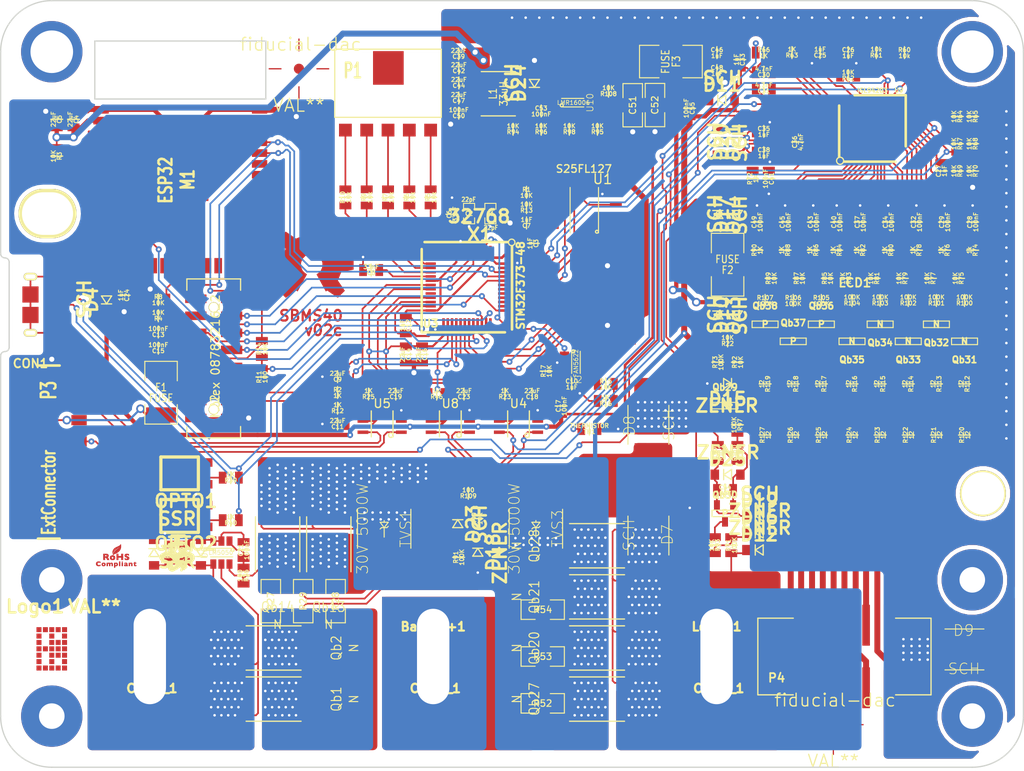
<source format=kicad_pcb>
(kicad_pcb (version 4) (host pcbnew 4.0.6-e0-6349~53~ubuntu14.04.1)
  (title_block (title SBMS40) (rev 02) (company "Electrodacus (Schematic and PCB layout released under CC-BY-SA 3.0 licence)"))
  (layers (0 F.Cu signal) (31 B.Cu signal) (34 B.Paste user) (35 F.Paste user) (36 B.SilkS user) (37 F.SilkS user) (38 B.Mask user) (39 F.Mask user) (44 Edge.Cuts user))
  (net 0 "")
  (net 1 /ADC1N)
  (net 2 /ADC1P)
  (net 3 /BAT+)
  (net 4 /BAT0)
  (net 5 /BAT1)
  (net 6 /BAT2)
  (net 7 /BAT3)
  (net 8 /BAT4)
  (net 9 /BAT5)
  (net 10 /BAT6)
  (net 11 /BAT7)
  (net 12 /BOOT0)
  (net 13 /CFET)
  (net 14 /CFET1)
  (net 15 /CPV1P)
  (net 16 /CPV2P)
  (net 17 /CSI1a)
  (net 18 /CSI2a)
  (net 19 /DFET)
  (net 20 /DFET1)
  (net 21 /DG1)
  (net 22 /ESPFLASH)
  (net 23 /ESPRST)
  (net 24 /EXTADC1)
  (net 25 /EXTADC2)
  (net 26 /EXTADC3)
  (net 27 /EXTIO1)
  (net 28 /EXTIO2)
  (net 29 /EXTIO3)
  (net 30 /EXTIO4)
  (net 31 /EXTIO5)
  (net 32 /FBAT+)
  (net 33 /GCB1)
  (net 34 /GCB2)
  (net 35 /GCB3)
  (net 36 /GCB4)
  (net 37 /GCB5)
  (net 38 /GCB6)
  (net 39 /GCB7)
  (net 40 /GCB8)
  (net 41 /LCDCS)
  (net 42 /LCDDC)
  (net 43 /LCDLED)
  (net 44 /LCDSCLK)
  (net 45 /LCDSDI)
  (net 46 /LDMON)
  (net 47 /PA1)
  (net 48 /PA2)
  (net 49 /PA3)
  (net 50 /PA4)
  (net 51 /PA5)
  (net 52 /PV+)
  (net 53 /PV1)
  (net 54 /PV2)
  (net 55 /SCK)
  (net 56 /SDA)
  (net 57 /SDADC2P)
  (net 58 /SDADC38)
  (net 59 /SPI1CLK)
  (net 60 /SPI1CS)
  (net 61 /SPI1MISO)
  (net 62 /SPI1MOSI)
  (net 63 /SWD)
  (net 64 /TEMPO)
  (net 65 /USARTRX)
  (net 66 /USARTTX)
  (net 67 /VBATT)
  (net 68 /VC0)
  (net 69 /VC1)
  (net 70 /VC2)
  (net 71 /VC3)
  (net 72 /VC4)
  (net 73 /VC5)
  (net 74 /VC6)
  (net 75 /VC7)
  (net 76 /VC8)
  (net 77 /VDD33)
  (net 78 /VREFSD)
  (net 79 /XT1)
  (net 80 /XT2)
  (net 81 GND)
  (net 82 "Net-(C1-Pad1)")
  (net 83 "Net-(C2-Pad2)")
  (net 84 "Net-(C6-Pad1)")
  (net 85 "Net-(C8-Pad1)")
  (net 86 "Net-(C24-Pad1)")
  (net 87 "Net-(C25-Pad1)")
  (net 88 "Net-(C27-Pad2)")
  (net 89 "Net-(C30-Pad1)")
  (net 90 "Net-(C31-Pad1)")
  (net 91 "Net-(C31-Pad2)")
  (net 92 "Net-(C46-Pad1)")
  (net 93 "Net-(C53-Pad1)")
  (net 94 "Net-(C53-Pad2)")
  (net 95 "Net-(C54-Pad1)")
  (net 96 "Net-(C54-Pad2)")
  (net 97 "Net-(D1-Pad1)")
  (net 98 "Net-(D7-Pad1)")
  (net 99 "Net-(D10-Pad2)")
  (net 100 "Net-(D12-Pad1)")
  (net 101 "Net-(D14-Pad1)")
  (net 102 "Net-(D15-Pad2)")
  (net 103 "Net-(D23-Pad2)")
  (net 104 "Net-(F1-Pad2)")
  (net 105 "Net-(M1-Pad24)")
  (net 106 "Net-(OPTO1-Pad1)")
  (net 107 "Net-(OPTO1-Pad4)")
  (net 108 "Net-(OPTO1-Pad3)")
  (net 109 "Net-(OPTO2-Pad1)")
  (net 110 "Net-(OPTO2-Pad4)")
  (net 111 "Net-(OPTO2-Pad3)")
  (net 112 "Net-(P2-Pad12)")
  (net 113 "Net-(P2-Pad13)")
  (net 114 "Net-(P2-Pad14)")
  (net 115 "Net-(Qb29-PadD)")
  (net 116 "Net-(Qb30-PadD)")
  (net 117 "Net-(Qb31-PadD)")
  (net 118 "Net-(Qb32-PadD)")
  (net 119 "Net-(Qb33-PadD)")
  (net 120 "Net-(Qb34-PadD)")
  (net 121 "Net-(Qb35-PadD)")
  (net 122 "Net-(Qb36-PadD)")
  (net 123 "Net-(Qb37-PadD)")
  (net 124 "Net-(Qb38-PadD)")
  (net 125 "Net-(R1-Pad2)")
  (net 126 "Net-(R5-Pad1)")
  (net 127 "Net-(R6-Pad1)")
  (net 128 "Net-(R7-Pad1)")
  (net 129 "Net-(R9-Pad1)")
  (net 130 "Net-(R10-Pad1)")
  (net 131 "Net-(R13-Pad1)")
  (net 132 "Net-(R15-Pad1)")
  (net 133 "Net-(R15-Pad2)")
  (net 134 "Net-(R23-Pad2)")
  (net 135 "Net-(R25-Pad2)")
  (net 136 "Net-(R46-Pad2)")
  (net 137 "Net-(R62-Pad2)")
  (net 138 "Net-(R63-Pad1)")
  (net 139 "Net-(R64-Pad2)")
  (net 140 "Net-(R65-Pad2)")
  (net 141 "Net-(R66-Pad2)")
  (net 142 "Net-(R75-Pad1)")
  (net 143 "Net-(R77-Pad1)")
  (net 144 "Net-(R79-Pad1)")
  (net 145 "Net-(R81-Pad1)")
  (net 146 "Net-(R83-Pad1)")
  (net 147 "Net-(R85-Pad2)")
  (net 148 "Net-(R87-Pad2)")
  (net 149 "Net-(R89-Pad2)")
  (net 150 "Net-(R94-Pad1)")
  (net 151 "Net-(R95-Pad2)")
  (net 152 "Net-(R96-Pad1)")
  (net 153 "Net-(R108-Pad2)")
  (net 154 "Net-(R112-Pad2)")
  (net 155 "Net-(R113-Pad2)")
  (net 156 "Net-(R114-Pad2)")
  (net 157 "Net-(R115-Pad2)")
  (net 158 "Net-(R116-Pad2)")
  (net 159 "Net-(R117-Pad2)")
  (net 160 "Net-(R118-Pad2)")
  (net 161 "Net-(R119-Pad2)")
  (net 162 "Net-(R22-Pad1)")
  (net 163 "Net-(C20-Pad1)")
  (net 164 "Net-(C21-Pad1)")
  (net 165 "Net-(LCD1-Pad6)")
  (net 166 "Net-(LCD1-Pad10)")
  (module H1-5mm (layer F.Cu) (at 165.25 117.85)
    (fp_text reference "" hide)
    (fp_text value "" hide)
    (pad "" thru_hole circle (at 0 0) (size 5.4 5.4) (drill 5) (layers *.Cu *.Mask F.SilkS))
  )
  (module dacusnewlib:H1-3mm-7.2 (layer F.Cu) (at 56 128)
    (fp_text reference "" hide)
    (fp_text value "" hide)
    (pad "" thru_hole circle (at 0 0) (size 7.2 7.2) (drill 3) (layers *.Cu))
  )
  (module dacusnewlib:H1-3mm-7.2 (layer F.Cu) (at 164 128)
    (fp_text reference "" hide)
    (fp_text value "" hide)
    (pad "" thru_hole circle (at 0 0) (size 7.2 7.2) (drill 3) (layers *.Cu))
  )
  (module dacusnewlib:H1-3mm-7.2 (layer F.Cu) (at 164 144)
    (fp_text reference "" hide)
    (fp_text value "" hide)
    (pad "" thru_hole circle (at 0 0) (size 7.2 7.2) (drill 3) (layers *.Cu))
  )
  (module dacusnewlib:SM0805-dac (layer F.Cu) (at 112.5 88.5 270)
    (fp_text reference C3 (at 0 -0.3175 270) (layer F.SilkS) (effects (font (size 0.50038 0.50038) (thickness 0.10922))))
    (fp_text value 1uF (at 0 0.381 270) (layer F.SilkS) (effects (font (size 0.50038 0.50038) (thickness 0.10922))))
    (pad 1 smd rect (at -0.95 0 270) (size 0.9 1.4) (layers F.Cu F.Paste F.Mask) (net 77 /VDD33))
    (pad 2 smd rect (at 0.95 0 270) (size 0.9 1.4) (layers F.Cu F.Paste F.Mask) (net 81 GND))
  )
  (module dacusnewlib:SM0805-dac (layer F.Cu) (at 58.55 73.93 270)
    (fp_text reference C4 (at 0 -0.3175 270) (layer F.SilkS) (effects (font (size 0.50038 0.50038) (thickness 0.10922))))
    (fp_text value 22uF (at 0 0.381 270) (layer F.SilkS) (effects (font (size 0.50038 0.50038) (thickness 0.10922))))
    (pad 1 smd rect (at -0.95 0 270) (size 0.9 1.4) (layers F.Cu F.Paste F.Mask) (net 81 GND))
    (pad 2 smd rect (at 0.95 0 270) (size 0.9 1.4) (layers F.Cu F.Paste F.Mask) (net 77 /VDD33))
  )
  (module dacusnewlib:SM0805-dac (layer F.Cu) (at 56.58 73.93 270)
    (fp_text reference C5 (at 0 -0.3175 270) (layer F.SilkS) (effects (font (size 0.50038 0.50038) (thickness 0.10922))))
    (fp_text value 22uF (at 0 0.381 270) (layer F.SilkS) (effects (font (size 0.50038 0.50038) (thickness 0.10922))))
    (pad 1 smd rect (at -0.95 0 270) (size 0.9 1.4) (layers F.Cu F.Paste F.Mask) (net 81 GND))
    (pad 2 smd rect (at 0.95 0 270) (size 0.9 1.4) (layers F.Cu F.Paste F.Mask) (net 77 /VDD33))
  )
  (module dacusnewlib:SM0805-dac (layer F.Cu) (at 102.96 85.08 90)
    (fp_text reference C6 (at 0 -0.3175 90) (layer F.SilkS) (effects (font (size 0.50038 0.50038) (thickness 0.10922))))
    (fp_text value 33nF (at 0 0.381 90) (layer F.SilkS) (effects (font (size 0.50038 0.50038) (thickness 0.10922))))
    (pad 1 smd rect (at -0.95 0 90) (size 0.9 1.4) (layers F.Cu F.Paste F.Mask) (net 84 "Net-(C6-Pad1)"))
    (pad 2 smd rect (at 0.95 0 90) (size 0.9 1.4) (layers F.Cu F.Paste F.Mask) (net 81 GND))
  )
  (module dacusnewlib:SM0805-dac (layer F.Cu) (at 111.7 86.1 180)
    (fp_text reference C7 (at 0 -0.3175 180) (layer F.SilkS) (effects (font (size 0.50038 0.50038) (thickness 0.10922))))
    (fp_text value 1uF (at 0 0.381 180) (layer F.SilkS) (effects (font (size 0.50038 0.50038) (thickness 0.10922))))
    (pad 1 smd rect (at -0.95 0 180) (size 0.9 1.4) (layers F.Cu F.Paste F.Mask) (net 77 /VDD33))
    (pad 2 smd rect (at 0.95 0 180) (size 0.9 1.4) (layers F.Cu F.Paste F.Mask) (net 81 GND))
  )
  (module dacusnewlib:SM0805-dac (layer F.Cu) (at 93.47 91.63 180)
    (fp_text reference C8 (at 0 -0.3175 180) (layer F.SilkS) (effects (font (size 0.50038 0.50038) (thickness 0.10922))))
    (fp_text value 33nF (at 0 0.381 180) (layer F.SilkS) (effects (font (size 0.50038 0.50038) (thickness 0.10922))))
    (pad 1 smd rect (at -0.95 0 180) (size 0.9 1.4) (layers F.Cu F.Paste F.Mask) (net 85 "Net-(C8-Pad1)"))
    (pad 2 smd rect (at 0.95 0 180) (size 0.9 1.4) (layers F.Cu F.Paste F.Mask) (net 81 GND))
  )
  (module dacusnewlib:SM0805-dac (layer F.Cu) (at 89.53 104.15 180)
    (fp_text reference C9 (at 0 -0.3175 180) (layer F.SilkS) (effects (font (size 0.50038 0.50038) (thickness 0.10922))))
    (fp_text value 22uF (at 0 0.381 180) (layer F.SilkS) (effects (font (size 0.50038 0.50038) (thickness 0.10922))))
    (pad 1 smd rect (at -0.95 0 180) (size 0.9 1.4) (layers F.Cu F.Paste F.Mask) (net 25 /EXTADC2))
    (pad 2 smd rect (at 0.95 0 180) (size 0.9 1.4) (layers F.Cu F.Paste F.Mask) (net 81 GND))
  )
  (module dacusnewlib:SM0805-dac (layer F.Cu) (at 117 105)
    (fp_text reference C10 (at 0 -0.3175) (layer F.SilkS) (effects (font (size 0.50038 0.50038) (thickness 0.10922))))
    (fp_text value 1uF (at 0 0.381) (layer F.SilkS) (effects (font (size 0.50038 0.50038) (thickness 0.10922))))
    (pad 1 smd rect (at -0.95 0) (size 0.9 1.4) (layers F.Cu F.Paste F.Mask) (net 77 /VDD33))
    (pad 2 smd rect (at 0.95 0) (size 0.9 1.4) (layers F.Cu F.Paste F.Mask) (net 81 GND))
  )
  (module dacusnewlib:SM0805-dac (layer F.Cu) (at 89.53 109.7 180)
    (fp_text reference C11 (at 0 -0.3175 180) (layer F.SilkS) (effects (font (size 0.50038 0.50038) (thickness 0.10922))))
    (fp_text value 22uF (at 0 0.381 180) (layer F.SilkS) (effects (font (size 0.50038 0.50038) (thickness 0.10922))))
    (pad 1 smd rect (at -0.95 0 180) (size 0.9 1.4) (layers F.Cu F.Paste F.Mask) (net 26 /EXTADC3))
    (pad 2 smd rect (at 0.95 0 180) (size 0.9 1.4) (layers F.Cu F.Paste F.Mask) (net 81 GND))
  )
  (module dacusnewlib:SM0805-dac (layer F.Cu) (at 97.54 98.13 270)
    (fp_text reference C12 (at 0 -0.3175 270) (layer F.SilkS) (effects (font (size 0.50038 0.50038) (thickness 0.10922))))
    (fp_text value 1uF (at 0 0.381 270) (layer F.SilkS) (effects (font (size 0.50038 0.50038) (thickness 0.10922))))
    (pad 1 smd rect (at -0.95 0 270) (size 0.9 1.4) (layers F.Cu F.Paste F.Mask) (net 77 /VDD33))
    (pad 2 smd rect (at 0.95 0 270) (size 0.9 1.4) (layers F.Cu F.Paste F.Mask) (net 81 GND))
  )
  (module dacusnewlib:SM0805-dac (layer F.Cu) (at 68.5 98.9 180)
    (fp_text reference C13 (at 0 -0.3175 180) (layer F.SilkS) (effects (font (size 0.50038 0.50038) (thickness 0.10922))))
    (fp_text value 100nF (at 0 0.381 180) (layer F.SilkS) (effects (font (size 0.50038 0.50038) (thickness 0.10922))))
    (pad 1 smd rect (at -0.95 0 180) (size 0.9 1.4) (layers F.Cu F.Paste F.Mask) (net 12 /BOOT0))
    (pad 2 smd rect (at 0.95 0 180) (size 0.9 1.4) (layers F.Cu F.Paste F.Mask) (net 81 GND))
  )
  (module dacusnewlib:SM0805-dac (layer F.Cu) (at 97.54 101.53 270)
    (fp_text reference C14 (at 0 -0.3175 270) (layer F.SilkS) (effects (font (size 0.50038 0.50038) (thickness 0.10922))))
    (fp_text value 22uF (at 0 0.381 270) (layer F.SilkS) (effects (font (size 0.50038 0.50038) (thickness 0.10922))))
    (pad 1 smd rect (at -0.95 0 270) (size 0.9 1.4) (layers F.Cu F.Paste F.Mask) (net 78 /VREFSD))
    (pad 2 smd rect (at 0.95 0 270) (size 0.9 1.4) (layers F.Cu F.Paste F.Mask) (net 81 GND))
  )
  (module dacusnewlib:SM0805-dac (layer F.Cu) (at 68.5 100.8 180)
    (fp_text reference C15 (at 0 -0.3175 180) (layer F.SilkS) (effects (font (size 0.50038 0.50038) (thickness 0.10922))))
    (fp_text value 100nF (at 0 0.381 180) (layer F.SilkS) (effects (font (size 0.50038 0.50038) (thickness 0.10922))))
    (pad 1 smd rect (at -0.95 0 180) (size 0.9 1.4) (layers F.Cu F.Paste F.Mask) (net 22 /ESPFLASH))
    (pad 2 smd rect (at 0.95 0 180) (size 0.9 1.4) (layers F.Cu F.Paste F.Mask) (net 81 GND))
  )
  (module dacusnewlib:SM0805-dac (layer F.Cu) (at 99.44 101.53 270)
    (fp_text reference C16 (at 0 -0.3175 270) (layer F.SilkS) (effects (font (size 0.50038 0.50038) (thickness 0.10922))))
    (fp_text value 22uF (at 0 0.381 270) (layer F.SilkS) (effects (font (size 0.50038 0.50038) (thickness 0.10922))))
    (pad 1 smd rect (at -0.95 0 270) (size 0.9 1.4) (layers F.Cu F.Paste F.Mask) (net 78 /VREFSD))
    (pad 2 smd rect (at 0.95 0 270) (size 0.9 1.4) (layers F.Cu F.Paste F.Mask) (net 81 GND))
  )
  (module dacusnewlib:SM0805-dac (layer F.Cu) (at 115.76 107.59 90)
    (fp_text reference C17 (at 0 -0.3175 90) (layer F.SilkS) (effects (font (size 0.50038 0.50038) (thickness 0.10922))))
    (fp_text value 100nF (at 0 0.381 90) (layer F.SilkS) (effects (font (size 0.50038 0.50038) (thickness 0.10922))))
    (pad 1 smd rect (at -0.95 0 90) (size 0.9 1.4) (layers F.Cu F.Paste F.Mask) (net 32 /FBAT+))
    (pad 2 smd rect (at 0.95 0 90) (size 0.9 1.4) (layers F.Cu F.Paste F.Mask) (net 81 GND))
  )
  (module dacusnewlib:SM0805-dac (layer F.Cu) (at 112.36 106.19 180)
    (fp_text reference C18 (at 0 -0.3175 180) (layer F.SilkS) (effects (font (size 0.50038 0.50038) (thickness 0.10922))))
    (fp_text value 22uF (at 0 0.381 180) (layer F.SilkS) (effects (font (size 0.50038 0.50038) (thickness 0.10922))))
    (pad 1 smd rect (at -0.95 0 180) (size 0.9 1.4) (layers F.Cu F.Paste F.Mask) (net 81 GND))
    (pad 2 smd rect (at 0.95 0 180) (size 0.9 1.4) (layers F.Cu F.Paste F.Mask) (net 57 /SDADC2P))
  )
  (module dacusnewlib:SM0805-dac (layer F.Cu) (at 96.36 106.19 180)
    (fp_text reference C19 (at 0 -0.3175 180) (layer F.SilkS) (effects (font (size 0.50038 0.50038) (thickness 0.10922))))
    (fp_text value 22uF (at 0 0.381 180) (layer F.SilkS) (effects (font (size 0.50038 0.50038) (thickness 0.10922))))
    (pad 1 smd rect (at -0.95 0 180) (size 0.9 1.4) (layers F.Cu F.Paste F.Mask) (net 81 GND))
    (pad 2 smd rect (at 0.95 0 180) (size 0.9 1.4) (layers F.Cu F.Paste F.Mask) (net 24 /EXTADC1))
  )
  (module dacusnewlib:SM0805-dac (layer F.Cu) (at 71.6 124.8 270)
    (fp_text reference C20 (at 0 -0.3175 270) (layer F.SilkS) (effects (font (size 0.50038 0.50038) (thickness 0.10922))))
    (fp_text value 100nF (at 0 0.381 270) (layer F.SilkS) (effects (font (size 0.50038 0.50038) (thickness 0.10922))))
    (pad 1 smd rect (at -0.95 0 270) (size 0.9 1.4) (layers F.Cu F.Paste F.Mask) (net 163 "Net-(C20-Pad1)"))
    (pad 2 smd rect (at 0.95 0 270) (size 0.9 1.4) (layers F.Cu F.Paste F.Mask) (net 53 /PV1))
  )
  (module dacusnewlib:SM0805-dac (layer F.Cu) (at 78.5 124.5 90)
    (fp_text reference C21 (at 0 -0.3175 90) (layer F.SilkS) (effects (font (size 0.50038 0.50038) (thickness 0.10922))))
    (fp_text value 100nF (at 0 0.381 90) (layer F.SilkS) (effects (font (size 0.50038 0.50038) (thickness 0.10922))))
    (pad 1 smd rect (at -0.95 0 90) (size 0.9 1.4) (layers F.Cu F.Paste F.Mask) (net 164 "Net-(C21-Pad1)"))
    (pad 2 smd rect (at 0.95 0 90) (size 0.9 1.4) (layers F.Cu F.Paste F.Mask) (net 163 "Net-(C20-Pad1)"))
  )
  (module dacusnewlib:SM0805-dac (layer F.Cu) (at 104.36 106.19 180)
    (fp_text reference C23 (at 0 -0.3175 180) (layer F.SilkS) (effects (font (size 0.50038 0.50038) (thickness 0.10922))))
    (fp_text value 22uF (at 0 0.381 180) (layer F.SilkS) (effects (font (size 0.50038 0.50038) (thickness 0.10922))))
    (pad 1 smd rect (at -0.95 0 180) (size 0.9 1.4) (layers F.Cu F.Paste F.Mask) (net 81 GND))
    (pad 2 smd rect (at 0.95 0 180) (size 0.9 1.4) (layers F.Cu F.Paste F.Mask) (net 58 /SDADC38))
  )
  (module dacusnewlib:SM0805-dac (layer F.Cu) (at 64.49 94.59 270)
    (fp_text reference C24 (at 0 -0.3175 270) (layer F.SilkS) (effects (font (size 0.50038 0.50038) (thickness 0.10922))))
    (fp_text value 1uF (at 0 0.381 270) (layer F.SilkS) (effects (font (size 0.50038 0.50038) (thickness 0.10922))))
    (pad 1 smd rect (at -0.95 0 270) (size 0.9 1.4) (layers F.Cu F.Paste F.Mask) (net 86 "Net-(C24-Pad1)"))
    (pad 2 smd rect (at 0.95 0 270) (size 0.9 1.4) (layers F.Cu F.Paste F.Mask) (net 81 GND))
  )
  (module dacusnewlib:SM0805-dac (layer F.Cu) (at 146.14 66.1 180)
    (fp_text reference C25 (at 0 -0.3175 180) (layer F.SilkS) (effects (font (size 0.50038 0.50038) (thickness 0.10922))))
    (fp_text value 1uF (at 0 0.381 180) (layer F.SilkS) (effects (font (size 0.50038 0.50038) (thickness 0.10922))))
    (pad 1 smd rect (at -0.95 0 180) (size 0.9 1.4) (layers F.Cu F.Paste F.Mask) (net 87 "Net-(C25-Pad1)"))
    (pad 2 smd rect (at 0.95 0 180) (size 0.9 1.4) (layers F.Cu F.Paste F.Mask) (net 81 GND))
  )
  (module dacusnewlib:SM0805-dac (layer F.Cu) (at 149.44 66.1)
    (fp_text reference C26 (at 0 -0.3175) (layer F.SilkS) (effects (font (size 0.50038 0.50038) (thickness 0.10922))))
    (fp_text value 1uF (at 0 0.381) (layer F.SilkS) (effects (font (size 0.50038 0.50038) (thickness 0.10922))))
    (pad 1 smd rect (at -0.95 0) (size 0.9 1.4) (layers F.Cu F.Paste F.Mask) (net 87 "Net-(C25-Pad1)"))
    (pad 2 smd rect (at 0.95 0) (size 0.9 1.4) (layers F.Cu F.Paste F.Mask) (net 81 GND))
  )
  (module dacusnewlib:SM0805-dac (layer F.Cu) (at 160.36 80 90)
    (fp_text reference C27 (at 0 -0.3175 90) (layer F.SilkS) (effects (font (size 0.50038 0.50038) (thickness 0.10922))))
    (fp_text value 1uF (at 0 0.381 90) (layer F.SilkS) (effects (font (size 0.50038 0.50038) (thickness 0.10922))))
    (pad 1 smd rect (at -0.95 0 90) (size 0.9 1.4) (layers F.Cu F.Paste F.Mask) (net 81 GND))
    (pad 2 smd rect (at 0.95 0 90) (size 0.9 1.4) (layers F.Cu F.Paste F.Mask) (net 88 "Net-(C27-Pad2)"))
  )
  (module dacusnewlib:SM0805-dac (layer F.Cu) (at 164.04 86 90)
    (fp_text reference C28 (at 0 -0.3175 90) (layer F.SilkS) (effects (font (size 0.50038 0.50038) (thickness 0.10922))))
    (fp_text value 100nF (at 0 0.381 90) (layer F.SilkS) (effects (font (size 0.50038 0.50038) (thickness 0.10922))))
    (pad 1 smd rect (at -0.95 0 90) (size 0.9 1.4) (layers F.Cu F.Paste F.Mask) (net 68 /VC0))
    (pad 2 smd rect (at 0.95 0 90) (size 0.9 1.4) (layers F.Cu F.Paste F.Mask) (net 81 GND))
  )
  (module dacusnewlib:SM0805-dac (layer F.Cu) (at 160.74 86 90)
    (fp_text reference C29 (at 0 -0.3175 90) (layer F.SilkS) (effects (font (size 0.50038 0.50038) (thickness 0.10922))))
    (fp_text value 100nF (at 0 0.381 90) (layer F.SilkS) (effects (font (size 0.50038 0.50038) (thickness 0.10922))))
    (pad 1 smd rect (at -0.95 0 90) (size 0.9 1.4) (layers F.Cu F.Paste F.Mask) (net 69 /VC1))
    (pad 2 smd rect (at 0.95 0 90) (size 0.9 1.4) (layers F.Cu F.Paste F.Mask) (net 81 GND))
  )
  (module dacusnewlib:SM0805-dac (layer F.Cu) (at 139.54 68.4 180)
    (fp_text reference C30 (at 0 -0.3175 180) (layer F.SilkS) (effects (font (size 0.50038 0.50038) (thickness 0.10922))))
    (fp_text value 4.7nF (at 0 0.381 180) (layer F.SilkS) (effects (font (size 0.50038 0.50038) (thickness 0.10922))))
    (pad 1 smd rect (at -0.95 0 180) (size 0.9 1.4) (layers F.Cu F.Paste F.Mask) (net 89 "Net-(C30-Pad1)"))
    (pad 2 smd rect (at 0.95 0 180) (size 0.9 1.4) (layers F.Cu F.Paste F.Mask) (net 18 /CSI2a))
  )
  (module dacusnewlib:SM0805-dac (layer F.Cu) (at 139.54 70.3 180)
    (fp_text reference C31 (at 0 -0.3175 180) (layer F.SilkS) (effects (font (size 0.50038 0.50038) (thickness 0.10922))))
    (fp_text value 4.7nF (at 0 0.381 180) (layer F.SilkS) (effects (font (size 0.50038 0.50038) (thickness 0.10922))))
    (pad 1 smd rect (at -0.95 0 180) (size 0.9 1.4) (layers F.Cu F.Paste F.Mask) (net 90 "Net-(C31-Pad1)"))
    (pad 2 smd rect (at 0.95 0 180) (size 0.9 1.4) (layers F.Cu F.Paste F.Mask) (net 91 "Net-(C31-Pad2)"))
  )
  (module dacusnewlib:SM0805-dac (layer F.Cu) (at 157.44 86 90)
    (fp_text reference C32 (at 0 -0.3175 90) (layer F.SilkS) (effects (font (size 0.50038 0.50038) (thickness 0.10922))))
    (fp_text value 100nF (at 0 0.381 90) (layer F.SilkS) (effects (font (size 0.50038 0.50038) (thickness 0.10922))))
    (pad 1 smd rect (at -0.95 0 90) (size 0.9 1.4) (layers F.Cu F.Paste F.Mask) (net 70 /VC2))
    (pad 2 smd rect (at 0.95 0 90) (size 0.9 1.4) (layers F.Cu F.Paste F.Mask) (net 81 GND))
  )
  (module dacusnewlib:SM0805-dac (layer F.Cu) (at 136.72 66.93 270)
    (fp_text reference C33 (at 0 -0.3175 270) (layer F.SilkS) (effects (font (size 0.50038 0.50038) (thickness 0.10922))))
    (fp_text value 1uF (at 0 0.381 270) (layer F.SilkS) (effects (font (size 0.50038 0.50038) (thickness 0.10922))))
    (pad 1 smd rect (at -0.95 0 270) (size 0.9 1.4) (layers F.Cu F.Paste F.Mask) (net 81 GND))
    (pad 2 smd rect (at 0.95 0 270) (size 0.9 1.4) (layers F.Cu F.Paste F.Mask) (net 18 /CSI2a))
  )
  (module dacusnewlib:SM0805-dac (layer F.Cu) (at 154.14 86 90)
    (fp_text reference C34 (at 0 -0.3175 90) (layer F.SilkS) (effects (font (size 0.50038 0.50038) (thickness 0.10922))))
    (fp_text value 100nF (at 0 0.381 90) (layer F.SilkS) (effects (font (size 0.50038 0.50038) (thickness 0.10922))))
    (pad 1 smd rect (at -0.95 0 90) (size 0.9 1.4) (layers F.Cu F.Paste F.Mask) (net 71 /VC3))
    (pad 2 smd rect (at 0.95 0 90) (size 0.9 1.4) (layers F.Cu F.Paste F.Mask) (net 81 GND))
  )
  (module dacusnewlib:SM0805-dac (layer F.Cu) (at 139.54 75.35)
    (fp_text reference C35 (at 0 -0.3175) (layer F.SilkS) (effects (font (size 0.50038 0.50038) (thickness 0.10922))))
    (fp_text value 1uF (at 0 0.381) (layer F.SilkS) (effects (font (size 0.50038 0.50038) (thickness 0.10922))))
    (pad 1 smd rect (at -0.95 0) (size 0.9 1.4) (layers F.Cu F.Paste F.Mask) (net 18 /CSI2a))
    (pad 2 smd rect (at 0.95 0) (size 0.9 1.4) (layers F.Cu F.Paste F.Mask) (net 81 GND))
  )
  (module dacusnewlib:SM0805-dac (layer F.Cu) (at 143.49 76.6 90)
    (fp_text reference C36 (at 0 -0.3175 90) (layer F.SilkS) (effects (font (size 0.50038 0.50038) (thickness 0.10922))))
    (fp_text value 4.7nF (at 0 0.381 90) (layer F.SilkS) (effects (font (size 0.50038 0.50038) (thickness 0.10922))))
    (pad 1 smd rect (at -0.95 0 90) (size 0.9 1.4) (layers F.Cu F.Paste F.Mask) (net 17 /CSI1a))
    (pad 2 smd rect (at 0.95 0 90) (size 0.9 1.4) (layers F.Cu F.Paste F.Mask) (net 18 /CSI2a))
  )
  (module dacusnewlib:SM0805-dac (layer F.Cu) (at 150.84 86 90)
    (fp_text reference C37 (at 0 -0.3175 90) (layer F.SilkS) (effects (font (size 0.50038 0.50038) (thickness 0.10922))))
    (fp_text value 100nF (at 0 0.381 90) (layer F.SilkS) (effects (font (size 0.50038 0.50038) (thickness 0.10922))))
    (pad 1 smd rect (at -0.95 0 90) (size 0.9 1.4) (layers F.Cu F.Paste F.Mask) (net 72 /VC4))
    (pad 2 smd rect (at 0.95 0 90) (size 0.9 1.4) (layers F.Cu F.Paste F.Mask) (net 81 GND))
  )
  (module dacusnewlib:SM0805-dac (layer F.Cu) (at 139.54 77.85)
    (fp_text reference C38 (at 0 -0.3175) (layer F.SilkS) (effects (font (size 0.50038 0.50038) (thickness 0.10922))))
    (fp_text value 1uF (at 0 0.381) (layer F.SilkS) (effects (font (size 0.50038 0.50038) (thickness 0.10922))))
    (pad 1 smd rect (at -0.95 0) (size 0.9 1.4) (layers F.Cu F.Paste F.Mask) (net 17 /CSI1a))
    (pad 2 smd rect (at 0.95 0) (size 0.9 1.4) (layers F.Cu F.Paste F.Mask) (net 81 GND))
  )
  (module dacusnewlib:SM0805-dac (layer F.Cu) (at 103.74 66.25 180)
    (fp_text reference C39 (at 0 -0.3175 180) (layer F.SilkS) (effects (font (size 0.50038 0.50038) (thickness 0.10922))))
    (fp_text value 22uF (at 0 0.381 180) (layer F.SilkS) (effects (font (size 0.50038 0.50038) (thickness 0.10922))))
    (pad 1 smd rect (at -0.95 0 180) (size 0.9 1.4) (layers F.Cu F.Paste F.Mask) (net 77 /VDD33))
    (pad 2 smd rect (at 0.95 0 180) (size 0.9 1.4) (layers F.Cu F.Paste F.Mask) (net 81 GND))
  )
  (module dacusnewlib:SM0805-dac (layer F.Cu) (at 148.09 86 90)
    (fp_text reference C40 (at 0 -0.3175 90) (layer F.SilkS) (effects (font (size 0.50038 0.50038) (thickness 0.10922))))
    (fp_text value 100nF (at 0 0.381 90) (layer F.SilkS) (effects (font (size 0.50038 0.50038) (thickness 0.10922))))
    (pad 1 smd rect (at -0.95 0 90) (size 0.9 1.4) (layers F.Cu F.Paste F.Mask) (net 73 /VC5))
    (pad 2 smd rect (at 0.95 0 90) (size 0.9 1.4) (layers F.Cu F.Paste F.Mask) (net 81 GND))
  )
  (module dacusnewlib:SM0805-dac (layer F.Cu) (at 140.13 80.9 270)
    (fp_text reference C41 (at 0 -0.3175 270) (layer F.SilkS) (effects (font (size 0.50038 0.50038) (thickness 0.10922))))
    (fp_text value 100nF (at 0 0.381 270) (layer F.SilkS) (effects (font (size 0.50038 0.50038) (thickness 0.10922))))
    (pad 1 smd rect (at -0.95 0 270) (size 0.9 1.4) (layers F.Cu F.Paste F.Mask) (net 67 /VBATT))
    (pad 2 smd rect (at 0.95 0 270) (size 0.9 1.4) (layers F.Cu F.Paste F.Mask) (net 81 GND))
  )
  (module dacusnewlib:SM0805-dac (layer F.Cu) (at 103.76 67.93 180)
    (fp_text reference C42 (at 0 -0.3175 180) (layer F.SilkS) (effects (font (size 0.50038 0.50038) (thickness 0.10922))))
    (fp_text value 22uF (at 0 0.381 180) (layer F.SilkS) (effects (font (size 0.50038 0.50038) (thickness 0.10922))))
    (pad 1 smd rect (at -0.95 0 180) (size 0.9 1.4) (layers F.Cu F.Paste F.Mask) (net 77 /VDD33))
    (pad 2 smd rect (at 0.95 0 180) (size 0.9 1.4) (layers F.Cu F.Paste F.Mask) (net 81 GND))
  )
  (module dacusnewlib:SM0805-dac (layer F.Cu) (at 145.34 86 90)
    (fp_text reference C43 (at 0 -0.3175 90) (layer F.SilkS) (effects (font (size 0.50038 0.50038) (thickness 0.10922))))
    (fp_text value 100nF (at 0 0.381 90) (layer F.SilkS) (effects (font (size 0.50038 0.50038) (thickness 0.10922))))
    (pad 1 smd rect (at -0.95 0 90) (size 0.9 1.4) (layers F.Cu F.Paste F.Mask) (net 74 /VC6))
    (pad 2 smd rect (at 0.95 0 90) (size 0.9 1.4) (layers F.Cu F.Paste F.Mask) (net 81 GND))
  )
  (module dacusnewlib:SM0805-dac (layer F.Cu) (at 103.76 69.66 180)
    (fp_text reference C44 (at 0 -0.3175 180) (layer F.SilkS) (effects (font (size 0.50038 0.50038) (thickness 0.10922))))
    (fp_text value 22uF (at 0 0.381 180) (layer F.SilkS) (effects (font (size 0.50038 0.50038) (thickness 0.10922))))
    (pad 1 smd rect (at -0.95 0 180) (size 0.9 1.4) (layers F.Cu F.Paste F.Mask) (net 77 /VDD33))
    (pad 2 smd rect (at 0.95 0 180) (size 0.9 1.4) (layers F.Cu F.Paste F.Mask) (net 81 GND))
  )
  (module dacusnewlib:SM0805-dac (layer F.Cu) (at 142.04 86 90)
    (fp_text reference C45 (at 0 -0.3175 90) (layer F.SilkS) (effects (font (size 0.50038 0.50038) (thickness 0.10922))))
    (fp_text value 100nF (at 0 0.381 90) (layer F.SilkS) (effects (font (size 0.50038 0.50038) (thickness 0.10922))))
    (pad 1 smd rect (at -0.95 0 90) (size 0.9 1.4) (layers F.Cu F.Paste F.Mask) (net 75 /VC7))
    (pad 2 smd rect (at 0.95 0 90) (size 0.9 1.4) (layers F.Cu F.Paste F.Mask) (net 81 GND))
  )
  (module dacusnewlib:SM0805-dac (layer F.Cu) (at 134.04 66.1)
    (fp_text reference C46 (at 0 -0.3175) (layer F.SilkS) (effects (font (size 0.50038 0.50038) (thickness 0.10922))))
    (fp_text value 1uF (at 0 0.381) (layer F.SilkS) (effects (font (size 0.50038 0.50038) (thickness 0.10922))))
    (pad 1 smd rect (at -0.95 0) (size 0.9 1.4) (layers F.Cu F.Paste F.Mask) (net 92 "Net-(C46-Pad1)"))
    (pad 2 smd rect (at 0.95 0) (size 0.9 1.4) (layers F.Cu F.Paste F.Mask) (net 81 GND))
  )
  (module dacusnewlib:SM0805-dac (layer F.Cu) (at 103.75 71.43 180)
    (fp_text reference C47 (at 0 -0.3175 180) (layer F.SilkS) (effects (font (size 0.50038 0.50038) (thickness 0.10922))))
    (fp_text value 22uF (at 0 0.381 180) (layer F.SilkS) (effects (font (size 0.50038 0.50038) (thickness 0.10922))))
    (pad 1 smd rect (at -0.95 0 180) (size 0.9 1.4) (layers F.Cu F.Paste F.Mask) (net 77 /VDD33))
    (pad 2 smd rect (at 0.95 0 180) (size 0.9 1.4) (layers F.Cu F.Paste F.Mask) (net 81 GND))
  )
  (module dacusnewlib:SM0805-dac (layer F.Cu) (at 134.04 68.2)
    (fp_text reference C48 (at 0 -0.3175) (layer F.SilkS) (effects (font (size 0.50038 0.50038) (thickness 0.10922))))
    (fp_text value 1uF (at 0 0.381) (layer F.SilkS) (effects (font (size 0.50038 0.50038) (thickness 0.10922))))
    (pad 1 smd rect (at -0.95 0) (size 0.9 1.4) (layers F.Cu F.Paste F.Mask) (net 92 "Net-(C46-Pad1)"))
    (pad 2 smd rect (at 0.95 0) (size 0.9 1.4) (layers F.Cu F.Paste F.Mask) (net 81 GND))
  )
  (module dacusnewlib:SM0805-dac (layer F.Cu) (at 138.74 86 90)
    (fp_text reference C49 (at 0 -0.3175 90) (layer F.SilkS) (effects (font (size 0.50038 0.50038) (thickness 0.10922))))
    (fp_text value 100nF (at 0 0.381 90) (layer F.SilkS) (effects (font (size 0.50038 0.50038) (thickness 0.10922))))
    (pad 1 smd rect (at -0.95 0 90) (size 0.9 1.4) (layers F.Cu F.Paste F.Mask) (net 76 /VC8))
    (pad 2 smd rect (at 0.95 0 90) (size 0.9 1.4) (layers F.Cu F.Paste F.Mask) (net 81 GND))
  )
  (module dacusnewlib:SM0805-dac (layer F.Cu) (at 103.75 73.21 180)
    (fp_text reference C50 (at 0 -0.3175 180) (layer F.SilkS) (effects (font (size 0.50038 0.50038) (thickness 0.10922))))
    (fp_text value 100nF (at 0 0.381 180) (layer F.SilkS) (effects (font (size 0.50038 0.50038) (thickness 0.10922))))
    (pad 1 smd rect (at -0.95 0 180) (size 0.9 1.4) (layers F.Cu F.Paste F.Mask) (net 77 /VDD33))
    (pad 2 smd rect (at 0.95 0 180) (size 0.9 1.4) (layers F.Cu F.Paste F.Mask) (net 81 GND))
  )
  (module dacusnewlib:SM1206 (layer F.Cu) (at 124.16 72.28 270)
    (fp_text reference C51 (at 0 0 270) (layer F.SilkS) (effects (font (size 0.762 0.762) (thickness 0.127))))
    (fp_text value 10uF hide)
    (pad 1 smd rect (at -1.651 0 270) (size 1.524 2.032) (layers F.Cu F.Paste F.Mask) (net 32 /FBAT+))
    (pad 2 smd rect (at 1.651 0 270) (size 1.524 2.032) (layers F.Cu F.Paste F.Mask) (net 81 GND))
  )
  (module dacusnewlib:SM1206 (layer F.Cu) (at 126.77 72.26 270)
    (fp_text reference C52 (at 0 0 270) (layer F.SilkS) (effects (font (size 0.762 0.762) (thickness 0.127))))
    (fp_text value 10uF hide)
    (pad 1 smd rect (at -1.651 0 270) (size 1.524 2.032) (layers F.Cu F.Paste F.Mask) (net 32 /FBAT+))
    (pad 2 smd rect (at 1.651 0 270) (size 1.524 2.032) (layers F.Cu F.Paste F.Mask) (net 81 GND))
  )
  (module dacusnewlib:SM0805-dac (layer F.Cu) (at 113.42 72.95)
    (fp_text reference C53 (at 0 -0.3175) (layer F.SilkS) (effects (font (size 0.50038 0.50038) (thickness 0.10922))))
    (fp_text value 100nF (at 0 0.381) (layer F.SilkS) (effects (font (size 0.50038 0.50038) (thickness 0.10922))))
    (pad 1 smd rect (at -0.95 0) (size 0.9 1.4) (layers F.Cu F.Paste F.Mask) (net 93 "Net-(C53-Pad1)"))
    (pad 2 smd rect (at 0.95 0) (size 0.9 1.4) (layers F.Cu F.Paste F.Mask) (net 94 "Net-(C53-Pad2)"))
  )
  (module dacusnewlib:SM0805-dac (layer F.Cu) (at 134.99 117.45)
    (fp_text reference C54 (at 0 -0.3175) (layer F.SilkS) (effects (font (size 0.50038 0.50038) (thickness 0.10922))))
    (fp_text value 100nF (at 0 0.381) (layer F.SilkS) (effects (font (size 0.50038 0.50038) (thickness 0.10922))))
    (pad 1 smd rect (at -0.95 0) (size 0.9 1.4) (layers F.Cu F.Paste F.Mask) (net 95 "Net-(C54-Pad1)"))
    (pad 2 smd rect (at 0.95 0) (size 0.9 1.4) (layers F.Cu F.Paste F.Mask) (net 96 "Net-(C54-Pad2)"))
  )
  (module dacusnewlib:USB_MICRO_B-2 (layer F.Cu) (at 53.5 95.7)
    (fp_text reference CON1 (at 0 6.90118) (layer F.SilkS) (effects (font (size 1.016 1.016) (thickness 0.2032))))
    (fp_text value USB-MICRO-B hide)
    (pad 1 smd rect (at 2.675 -1.3) (size 1.35 0.4) (layers F.Cu F.Paste F.Mask) (net 86 "Net-(C24-Pad1)"))
    (pad 2 smd rect (at 2.675 -0.65) (size 1.35 0.4) (layers F.Cu F.Paste F.Mask) (net 29 /EXTIO3))
    (pad 3 smd rect (at 2.675 0) (size 1.35 0.4) (layers F.Cu F.Paste F.Mask) (net 30 /EXTIO4))
    (pad 4 smd rect (at 2.675 0.65) (size 1.35 0.4) (layers F.Cu F.Paste F.Mask) (net 81 GND))
    (pad 5 smd rect (at 2.675 1.3) (size 1.35 0.4) (layers F.Cu F.Paste F.Mask) (net 81 GND))
    (pad 6 smd rect (at 2.45 -3.2) (size 1.4 1.6) (layers F.Cu F.Paste F.Mask) (net 81 GND))
    (pad 7 smd rect (at 0 -1.2) (size 1.9 1.9) (layers F.Cu F.Paste F.Mask) (net 81 GND))
    (pad 8 smd rect (at 2.45 3.2) (size 1.4 1.6) (layers F.Cu F.Paste F.Mask) (net 81 GND))
    (pad 9 smd rect (at 0 1.2) (size 1.9 1.9) (layers F.Cu F.Paste F.Mask) (net 81 GND))
    (pad 7 thru_hole oval (at 0 -3.3) (size 1.6 0.9) (drill oval 1.2 0.5) (layers *.Cu *.Mask F.Paste F.SilkS) (net 81 GND))
    (pad 9 thru_hole oval (at 0 3.3) (size 1.6 0.9) (drill oval 1.2 0.5) (layers *.Cu *.Mask F.Paste F.SilkS) (net 81 GND))
  )
  (module dacusnewlib:Diode-dac3 (layer F.Cu) (at 68 124.8 270)
    (fp_text reference D1 (at 0 -1.82 270) (layer F.SilkS) (effects (font (thickness 0.3048))))
    (fp_text value SCH (at 0.0762 -2.60096 270) (layer F.SilkS) (effects (font (thickness 0.3048))))
    (pad 1 smd rect (at 1.5 0 90) (size 1 1.2) (layers F.Cu F.Paste F.Mask) (net 97 "Net-(D1-Pad1)"))
    (pad 2 smd rect (at -1.5 0 90) (size 1 1.2) (layers F.Cu F.Paste F.Mask) (net 81 GND))
  )
  (module dacusnewlib:Diode-dac3 (layer F.Cu) (at 73.5 124.8 90)
    (fp_text reference D2 (at 0 -1.82 90) (layer F.SilkS) (effects (font (thickness 0.3048))))
    (fp_text value SCH (at 0.0762 -2.60096 90) (layer F.SilkS) (effects (font (thickness 0.3048))))
    (pad 1 smd rect (at 1.5 0 270) (size 1 1.2) (layers F.Cu F.Paste F.Mask) (net 163 "Net-(C20-Pad1)"))
    (pad 2 smd rect (at -1.5 0 270) (size 1 1.2) (layers F.Cu F.Paste F.Mask) (net 53 /PV1))
  )
  (module dacusnewlib:Diode-dac3 (layer F.Cu) (at 62.43 95.14 90)
    (fp_text reference D4 (at 0 -1.82 90) (layer F.SilkS) (effects (font (thickness 0.3048))))
    (fp_text value SCH (at 0.0762 -2.60096 90) (layer F.SilkS) (effects (font (thickness 0.3048))))
    (pad 1 smd rect (at 1.5 0 270) (size 1 1.2) (layers F.Cu F.Paste F.Mask) (net 86 "Net-(C24-Pad1)"))
    (pad 2 smd rect (at -1.5 0 270) (size 1 1.2) (layers F.Cu F.Paste F.Mask) (net 32 /FBAT+))
  )
  (module dacusnewlib:Diode-dac3 (layer F.Cu) (at 136.44 96.9 90)
    (fp_text reference D10 (at 0 -1.82 90) (layer F.SilkS) (effects (font (thickness 0.3048))))
    (fp_text value SCH (at 0.0762 -2.60096 90) (layer F.SilkS) (effects (font (thickness 0.3048))))
    (pad 1 smd rect (at 1.5 0 270) (size 1 1.2) (layers F.Cu F.Paste F.Mask) (net 3 /BAT+))
    (pad 2 smd rect (at -1.5 0 270) (size 1 1.2) (layers F.Cu F.Paste F.Mask) (net 99 "Net-(D10-Pad2)"))
  )
  (module dacusnewlib:Diode-dac3 (layer F.Cu) (at 134.61 71.69)
    (fp_text reference D11 (at 0 -1.82) (layer F.SilkS) (effects (font (thickness 0.3048))))
    (fp_text value SCH (at 0.0762 -2.60096) (layer F.SilkS) (effects (font (thickness 0.3048))))
    (pad 1 smd rect (at 1.5 0 180) (size 1 1.2) (layers F.Cu F.Paste F.Mask) (net 18 /CSI2a))
    (pad 2 smd rect (at -1.5 0 180) (size 1 1.2) (layers F.Cu F.Paste F.Mask) (net 92 "Net-(C46-Pad1)"))
  )
  (module dacusnewlib:Diode-dac3 (layer F.Cu) (at 139 124.5)
    (fp_text reference D12 (at 0 -1.82) (layer F.SilkS) (effects (font (thickness 0.3048))))
    (fp_text value ZENER (at 0.0762 -2.60096) (layer F.SilkS) (effects (font (thickness 0.3048))))
    (pad 1 smd rect (at 1.5 0 180) (size 1 1.2) (layers F.Cu F.Paste F.Mask) (net 100 "Net-(D12-Pad1)"))
    (pad 2 smd rect (at -1.5 0 180) (size 1 1.2) (layers F.Cu F.Paste F.Mask) (net 46 /LDMON))
  )
  (module dacusnewlib:Diode-dac3 (layer F.Cu) (at 134.14 96.9 270)
    (fp_text reference D13 (at 0 -1.82 270) (layer F.SilkS) (effects (font (thickness 0.3048))))
    (fp_text value SCH (at 0.0762 -2.60096 270) (layer F.SilkS) (effects (font (thickness 0.3048))))
    (pad 1 smd rect (at 1.5 0 90) (size 1 1.2) (layers F.Cu F.Paste F.Mask) (net 99 "Net-(D10-Pad2)"))
    (pad 2 smd rect (at -1.5 0 90) (size 1 1.2) (layers F.Cu F.Paste F.Mask) (net 92 "Net-(C46-Pad1)"))
  )
  (module dacusnewlib:Diode-dac3 (layer F.Cu) (at 134.14 85.1 270)
    (fp_text reference D14 (at 0 -1.82 270) (layer F.SilkS) (effects (font (thickness 0.3048))))
    (fp_text value SCH (at 0.0762 -2.60096 270) (layer F.SilkS) (effects (font (thickness 0.3048))))
    (pad 1 smd rect (at 1.5 0 90) (size 1 1.2) (layers F.Cu F.Paste F.Mask) (net 101 "Net-(D14-Pad1)"))
    (pad 2 smd rect (at -1.5 0 90) (size 1 1.2) (layers F.Cu F.Paste F.Mask) (net 18 /CSI2a))
  )
  (module dacusnewlib:Diode-dac3 (layer F.Cu) (at 135.29 104.95 180)
    (fp_text reference D15 (at 0 -1.82 180) (layer F.SilkS) (effects (font (thickness 0.3048))))
    (fp_text value ZENER (at 0.0762 -2.60096 180) (layer F.SilkS) (effects (font (thickness 0.3048))))
    (pad 1 smd rect (at 1.5 0) (size 1 1.2) (layers F.Cu F.Paste F.Mask) (net 81 GND))
    (pad 2 smd rect (at -1.5 0) (size 1 1.2) (layers F.Cu F.Paste F.Mask) (net 102 "Net-(D15-Pad2)"))
  )
  (module dacusnewlib:Diode-dac3 (layer F.Cu) (at 139 122.5)
    (fp_text reference D16 (at 0 -1.82) (layer F.SilkS) (effects (font (thickness 0.3048))))
    (fp_text value ZENER (at 0.0762 -2.60096) (layer F.SilkS) (effects (font (thickness 0.3048))))
    (pad 1 smd rect (at 1.5 0 180) (size 1 1.2) (layers F.Cu F.Paste F.Mask) (net 100 "Net-(D12-Pad1)"))
    (pad 2 smd rect (at -1.5 0 180) (size 1 1.2) (layers F.Cu F.Paste F.Mask) (net 20 /DFET1))
  )
  (module dacusnewlib:Diode-dac3 (layer F.Cu) (at 136.44 85.1 90)
    (fp_text reference D17 (at 0 -1.82 90) (layer F.SilkS) (effects (font (thickness 0.3048))))
    (fp_text value SCH (at 0.0762 -2.60096 90) (layer F.SilkS) (effects (font (thickness 0.3048))))
    (pad 1 smd rect (at 1.5 0 270) (size 1 1.2) (layers F.Cu F.Paste F.Mask) (net 18 /CSI2a))
    (pad 2 smd rect (at -1.5 0 270) (size 1 1.2) (layers F.Cu F.Paste F.Mask) (net 101 "Net-(D14-Pad1)"))
  )
  (module dacusnewlib:Diode-dac3 (layer F.Cu) (at 105.98 124.75 270)
    (fp_text reference D18 (at 0 -1.82 270) (layer F.SilkS) (effects (font (thickness 0.3048))))
    (fp_text value ZENER (at 0.0762 -2.60096 270) (layer F.SilkS) (effects (font (thickness 0.3048))))
    (pad 1 smd rect (at 1.5 0 90) (size 1 1.2) (layers F.Cu F.Paste F.Mask) (net 18 /CSI2a))
    (pad 2 smd rect (at -1.5 0 90) (size 1 1.2) (layers F.Cu F.Paste F.Mask) (net 14 /CFET1))
  )
  (module dacusnewlib:Diode-dac3 (layer F.Cu) (at 139 120.5)
    (fp_text reference D19 (at 0 -1.82) (layer F.SilkS) (effects (font (thickness 0.3048))))
    (fp_text value SCH (at 0.0762 -2.60096) (layer F.SilkS) (effects (font (thickness 0.3048))))
    (pad 1 smd rect (at 1.5 0 180) (size 1 1.2) (layers F.Cu F.Paste F.Mask) (net 20 /DFET1))
    (pad 2 smd rect (at -1.5 0 180) (size 1 1.2) (layers F.Cu F.Paste F.Mask) (net 95 "Net-(C54-Pad1)"))
  )
  (module dacusnewlib:Diode-dac3 (layer F.Cu) (at 136.44 76.6 90)
    (fp_text reference D20 (at 0 -1.82 90) (layer F.SilkS) (effects (font (thickness 0.3048))))
    (fp_text value SCH (at 0.0762 -2.60096 90) (layer F.SilkS) (effects (font (thickness 0.3048))))
    (pad 1 smd rect (at 1.5 0 270) (size 1 1.2) (layers F.Cu F.Paste F.Mask) (net 18 /CSI2a))
    (pad 2 smd rect (at -1.5 0 270) (size 1 1.2) (layers F.Cu F.Paste F.Mask) (net 17 /CSI1a))
  )
  (module dacusnewlib:Diode-dac3 (layer F.Cu) (at 134.14 76.6 270)
    (fp_text reference D21 (at 0 -1.82 270) (layer F.SilkS) (effects (font (thickness 0.3048))))
    (fp_text value SCH (at 0.0762 -2.60096 270) (layer F.SilkS) (effects (font (thickness 0.3048))))
    (pad 1 smd rect (at 1.5 0 90) (size 1 1.2) (layers F.Cu F.Paste F.Mask) (net 17 /CSI1a))
    (pad 2 smd rect (at -1.5 0 90) (size 1 1.2) (layers F.Cu F.Paste F.Mask) (net 18 /CSI2a))
  )
  (module dacusnewlib:Diode-dac3 (layer F.Cu) (at 103.63 121.4 270)
    (fp_text reference D23 (at 0 -1.82 270) (layer F.SilkS) (effects (font (thickness 0.3048))))
    (fp_text value SCH (at 0.0762 -2.60096 270) (layer F.SilkS) (effects (font (thickness 0.3048))))
    (pad 1 smd rect (at 1.5 0 90) (size 1 1.2) (layers F.Cu F.Paste F.Mask) (net 14 /CFET1))
    (pad 2 smd rect (at -1.5 0 90) (size 1 1.2) (layers F.Cu F.Paste F.Mask) (net 103 "Net-(D23-Pad2)"))
  )
  (module dacusnewlib:Diode-dac3 (layer F.Cu) (at 112.63 69.72 90)
    (fp_text reference D24 (at 0 -1.82 90) (layer F.SilkS) (effects (font (thickness 0.3048))))
    (fp_text value SCH (at 0.0762 -2.60096 90) (layer F.SilkS) (effects (font (thickness 0.3048))))
    (pad 1 smd rect (at 1.5 0 270) (size 1 1.2) (layers F.Cu F.Paste F.Mask) (net 81 GND))
    (pad 2 smd rect (at -1.5 0 270) (size 1 1.2) (layers F.Cu F.Paste F.Mask) (net 93 "Net-(C53-Pad1)"))
  )
  (module dacusnewlib:Diode-dac3 (layer F.Cu) (at 135.29 115.65)
    (fp_text reference D25 (at 0 -1.82) (layer F.SilkS) (effects (font (thickness 0.3048))))
    (fp_text value ZENER (at 0.0762 -2.60096) (layer F.SilkS) (effects (font (thickness 0.3048))))
    (pad 1 smd rect (at 1.5 0 180) (size 1 1.2) (layers F.Cu F.Paste F.Mask) (net 96 "Net-(C54-Pad2)"))
    (pad 2 smd rect (at -1.5 0 180) (size 1 1.2) (layers F.Cu F.Paste F.Mask) (net 95 "Net-(C54-Pad1)"))
  )
  (module dacusnewlib:SM1808-dac (layer F.Cu) (at 68.82 106.03 270)
    (fp_text reference F1 (at -0.62992 0 360) (layer F.SilkS) (effects (font (size 0.889 0.762) (thickness 0.127))))
    (fp_text value FUSE (at 0.635 0 360) (layer F.SilkS) (effects (font (size 0.889 0.762) (thickness 0.127))))
    (pad 1 smd rect (at -2.615 0 270) (size 1.78 3.5) (layers F.Cu F.Paste F.Mask) (net 81 GND))
    (pad 2 smd rect (at 2.615 0 270) (size 1.78 3.5) (layers F.Cu F.Paste F.Mask) (net 104 "Net-(F1-Pad2)"))
  )
  (module dacusnewlib:SM1808-dac (layer F.Cu) (at 135.29 91 90)
    (fp_text reference F2 (at -0.62992 0 180) (layer F.SilkS) (effects (font (size 0.889 0.762) (thickness 0.127))))
    (fp_text value FUSE (at 0.635 0 180) (layer F.SilkS) (effects (font (size 0.889 0.762) (thickness 0.127))))
    (pad 1 smd rect (at -2.615 0 90) (size 1.78 3.5) (layers F.Cu F.Paste F.Mask) (net 3 /BAT+))
    (pad 2 smd rect (at 2.615 0 90) (size 1.78 3.5) (layers F.Cu F.Paste F.Mask) (net 101 "Net-(D14-Pad1)"))
  )
  (module dacusnewlib:SM1808-dac (layer F.Cu) (at 128.64 67.15 180)
    (fp_text reference F3 (at -0.62992 0 270) (layer F.SilkS) (effects (font (size 0.889 0.762) (thickness 0.127))))
    (fp_text value FUSE (at 0.635 0 270) (layer F.SilkS) (effects (font (size 0.889 0.762) (thickness 0.127))))
    (pad 1 smd rect (at -2.615 0 180) (size 1.78 3.5) (layers F.Cu F.Paste F.Mask) (net 92 "Net-(C46-Pad1)"))
    (pad 2 smd rect (at 2.615 0 180) (size 1.78 3.5) (layers F.Cu F.Paste F.Mask) (net 32 /FBAT+))
  )
  (module dacusnewlib:5x5-L1 (layer F.Cu) (at 108.39 70.93)
    (fp_text reference L1 (at -0.62992 0 90) (layer F.SilkS) (effects (font (size 0.889 0.762) (thickness 0.127))))
    (fp_text value 33uH (at 0.635 0 90) (layer F.SilkS) (effects (font (size 0.889 0.762) (thickness 0.127))))
    (pad 1 smd rect (at -1.75 0) (size 1.5 4.4) (layers F.Cu F.Paste F.Mask) (net 77 /VDD33))
    (pad 2 smd rect (at 1.75 0) (size 1.5 4.4) (layers F.Cu F.Paste F.Mask) (net 93 "Net-(C53-Pad1)"))
  )
  (module dacusnewlib:Opto-dac3 (layer F.Cu) (at 71 115.5 180)
    (fp_text reference OPTO1 (at -0.7239 -3.2512 180) (layer F.SilkS) (effects (font (thickness 0.3048))))
    (fp_text value SSR (at 0.29972 -5.32384 180) (layer F.SilkS) (effects (font (thickness 0.3048))))
    (pad 1 smd rect (at -3.2512 -1.27508 180) (size 1.2 1) (layers F.Cu F.Paste F.Mask) (net 106 "Net-(OPTO1-Pad1)"))
    (pad 2 smd rect (at -3.2512 1.27508 180) (size 1.2 1) (layers F.Cu F.Paste F.Mask) (net 81 GND))
    (pad 4 smd rect (at 3.2512 -1.27508 180) (size 1.2 1) (layers F.Cu F.Paste F.Mask) (net 107 "Net-(OPTO1-Pad4)"))
    (pad 3 smd rect (at 3.2512 1.27508 180) (size 1.2 1) (layers F.Cu F.Paste F.Mask) (net 108 "Net-(OPTO1-Pad3)"))
  )
  (module dacusnewlib:Opto-dac3 (layer F.Cu) (at 71 120.5 180)
    (fp_text reference OPTO2 (at -0.7239 -3.2512 180) (layer F.SilkS) (effects (font (thickness 0.3048))))
    (fp_text value SSR (at 0.29972 -5.32384 180) (layer F.SilkS) (effects (font (thickness 0.3048))))
    (pad 1 smd rect (at -3.2512 -1.27508 180) (size 1.2 1) (layers F.Cu F.Paste F.Mask) (net 109 "Net-(OPTO2-Pad1)"))
    (pad 2 smd rect (at -3.2512 1.27508 180) (size 1.2 1) (layers F.Cu F.Paste F.Mask) (net 81 GND))
    (pad 4 smd rect (at 3.2512 -1.27508 180) (size 1.2 1) (layers F.Cu F.Paste F.Mask) (net 110 "Net-(OPTO2-Pad4)"))
    (pad 3 smd rect (at 3.2512 1.27508 180) (size 1.2 1) (layers F.Cu F.Paste F.Mask) (net 111 "Net-(OPTO2-Pad3)"))
  )
  (module dacusnewlib:SIL-5-dac (layer F.Cu) (at 95.45 75.2)
    (fp_text reference P1 (at -4.13 -6.98) (layer F.SilkS) (effects (font (size 1.72974 1.08712) (thickness 0.3048))))
    (fp_text value TouchButtons hide)
    (pad 1 smd rect (at -5 0) (size 1.5 1.5) (layers F.Cu F.Paste F.Mask) (net 47 /PA1))
    (pad 2 smd rect (at -2.5 0) (size 1.5 1.5) (layers F.Cu F.Paste F.Mask) (net 48 /PA2))
    (pad 3 smd rect (at 0 0) (size 1.5 1.5) (layers F.Cu F.Paste F.Mask) (net 49 /PA3))
    (pad 4 smd rect (at 2.5 0) (size 1.5 1.5) (layers F.Cu F.Paste F.Mask) (net 50 /PA4))
    (pad 5 smd rect (at 5 0) (size 1.5 1.5) (layers F.Cu F.Paste F.Mask) (net 51 /PA5))
    (pad 0 smd rect (at 0.04 -7.3) (size 3.6 3.95) (layers F.Cu F.Paste F.Mask))
  )
  (module dacusnewlib:con_8x2x2mm-dac (layer F.Cu) (at 75 102 270)
    (fp_text reference P2 (at 5.2 -0.15 270) (layer F.SilkS))
    (fp_text value "Molex 0878321622" (at -0.25 -0.2 270) (layer F.SilkS))
    (pad 1 smd rect (at -7 2.1 270) (size 1 2.5) (layers F.Cu F.Paste F.Mask) (net 66 /USARTTX))
    (pad 2 smd rect (at -7 -2.1 270) (size 1 2.5) (layers F.Cu F.Paste F.Mask) (net 65 /USARTRX))
    (pad 3 smd rect (at -5 2.1 270) (size 1 2.5) (layers F.Cu F.Paste F.Mask) (net 27 /EXTIO1))
    (pad 4 smd rect (at -5 -2.1 270) (size 1 2.5) (layers F.Cu F.Paste F.Mask) (net 28 /EXTIO2))
    (pad 5 smd rect (at -3 2.1 270) (size 1 2.5) (layers F.Cu F.Paste F.Mask) (net 12 /BOOT0))
    (pad 6 smd rect (at -3 -2.1 270) (size 1 2.5) (layers F.Cu F.Paste F.Mask) (net 31 /EXTIO5))
    (pad 7 smd rect (at -1 2.1 270) (size 1 2.5) (layers F.Cu F.Paste F.Mask) (net 22 /ESPFLASH))
    (pad 8 smd rect (at -1 -2.1 270) (size 1 2.5) (layers F.Cu F.Paste F.Mask) (net 63 /SWD))
    (pad 9 smd rect (at 1 2.1 270) (size 1 2.5) (layers F.Cu F.Paste F.Mask) (net 81 GND))
    (pad 10 smd rect (at 1 -2.1 270) (size 1 2.5) (layers F.Cu F.Paste F.Mask) (net 81 GND))
    (pad 11 smd rect (at 3 2.1 270) (size 1 2.5) (layers F.Cu F.Paste F.Mask))
    (pad 12 smd rect (at 3 -2.1 270) (size 1 2.5) (layers F.Cu F.Paste F.Mask) (net 112 "Net-(P2-Pad12)"))
    (pad 13 smd rect (at 5 2.1 270) (size 1 2.5) (layers F.Cu F.Paste F.Mask) (net 113 "Net-(P2-Pad13)"))
    (pad 14 smd rect (at 5 -2.1 270) (size 1 2.5) (layers F.Cu F.Paste F.Mask) (net 114 "Net-(P2-Pad14)"))
    (pad 15 smd rect (at 7 2.1 270) (size 1 2.5) (layers F.Cu F.Paste F.Mask) (net 81 GND))
    (pad 16 smd rect (at 7 -2.1 270) (size 1 2.5) (layers F.Cu F.Paste F.Mask) (net 81 GND))
    (pad 21 thru_hole circle (at 6 0 270) (size 1.2 1.2) (drill 1) (layers *.Cu *.Mask F.SilkS))
    (pad 22 thru_hole circle (at -6 0 270) (size 1.2 1.2) (drill 1) (layers *.Cu *.Mask F.SilkS))
  )
  (module dacusnewlib:SMD-8-dac1 (layer F.Cu) (at 55.65 113 270)
    (fp_text reference P3 (at -7.25678 0.00508 270) (layer F.SilkS) (effects (font (size 1.72974 1.08712) (thickness 0.3048))))
    (fp_text value ExtConnector (at 4.7371 0 270) (layer F.SilkS) (effects (font (size 1.524 1.016) (thickness 0.3048))))
    (pad 4 smd rect (at -1.25 3.55 270) (size 1.5 1.8) (layers F.Cu F.Paste F.Mask) (net 79 /XT1))
    (pad 5 smd rect (at 1.25 3.55 270) (size 1.5 1.8) (layers F.Cu F.Paste F.Mask) (net 108 "Net-(OPTO1-Pad3)"))
    (pad 6 smd rect (at 3.75 3.55 270) (size 1.5 1.8) (layers F.Cu F.Paste F.Mask) (net 107 "Net-(OPTO1-Pad4)"))
    (pad 7 smd rect (at 6.25 3.55 270) (size 1.5 1.8) (layers F.Cu F.Paste F.Mask) (net 111 "Net-(OPTO2-Pad3)"))
    (pad 3 smd rect (at -3.75 3.55 270) (size 1.5 1.8) (layers F.Cu F.Paste F.Mask) (net 104 "Net-(F1-Pad2)"))
    (pad 2 smd rect (at -6.25 3.55 270) (size 1.5 1.8) (layers F.Cu F.Paste F.Mask) (net 2 /ADC1P))
    (pad 1 smd rect (at -8.75 3.55 270) (size 1.5 1.8) (layers F.Cu F.Paste F.Mask) (net 1 /ADC1N))
    (pad 8 smd rect (at 8.75 3.55 270) (size 1.5 1.8) (layers F.Cu F.Paste F.Mask) (net 110 "Net-(OPTO2-Pad4)"))
    (pad 1 smd rect (at -8.75 -3.55 270) (size 1.2 1.8) (layers F.Cu F.Paste F.Mask) (net 1 /ADC1N))
    (pad 2 smd rect (at -6.25 -3.55 270) (size 1.2 1.8) (layers F.Cu F.Paste F.Mask) (net 2 /ADC1P))
    (pad 3 smd rect (at -3.75 -3.55 270) (size 1.2 1.8) (layers F.Cu F.Paste F.Mask) (net 104 "Net-(F1-Pad2)"))
    (pad 4 smd rect (at -1.25 -3.55 270) (size 1.2 1.8) (layers F.Cu F.Paste F.Mask) (net 79 /XT1))
    (pad 5 smd rect (at 1.25 -3.55 270) (size 1.2 1.8) (layers F.Cu F.Paste F.Mask) (net 108 "Net-(OPTO1-Pad3)"))
    (pad 6 smd rect (at 3.75 -3.55 270) (size 1.2 1.8) (layers F.Cu F.Paste F.Mask) (net 107 "Net-(OPTO1-Pad4)"))
    (pad 7 smd rect (at 6.25 -3.55 270) (size 1.2 1.8) (layers F.Cu F.Paste F.Mask) (net 111 "Net-(OPTO2-Pad3)"))
    (pad 8 smd rect (at 8.75 -3.55 270) (size 1.2 1.8) (layers F.Cu F.Paste F.Mask) (net 110 "Net-(OPTO2-Pad4)"))
  )
  (module dacusnewlib:5x2_SMD-dac (layer F.Cu) (at 149 137 180)
    (fp_text reference P4 (at 7.96 -2.51 180) (layer F.SilkS) (effects (font (size 1.016 1.016) (thickness 0.2032))))
    (fp_text value CellMon hide)
    (pad 1 smd rect (at -5.08 3.67 180) (size 0.9 4.8) (layers F.Cu F.Paste F.Mask) (net 81 GND))
    (pad 2 smd rect (at -5.08 -3.67 180) (size 0.9 4.8) (layers F.Cu F.Paste F.Mask) (net 4 /BAT0))
    (pad 3 smd rect (at -2.54 3.67 180) (size 0.9 4.8) (layers F.Cu F.Paste F.Mask) (net 5 /BAT1))
    (pad 4 smd rect (at -2.54 -3.67 180) (size 0.9 4.8) (layers F.Cu F.Paste F.Mask) (net 6 /BAT2))
    (pad 5 smd rect (at 0 3.67 180) (size 0.9 4.8) (layers F.Cu F.Paste F.Mask) (net 7 /BAT3))
    (pad 6 smd rect (at 0 -3.67 180) (size 0.9 4.8) (layers F.Cu F.Paste F.Mask) (net 8 /BAT4))
    (pad 7 smd rect (at 2.54 3.67 180) (size 0.9 4.8) (layers F.Cu F.Paste F.Mask) (net 9 /BAT5))
    (pad 8 smd rect (at 2.54 -3.67 180) (size 0.9 4.8) (layers F.Cu F.Paste F.Mask) (net 10 /BAT6))
    (pad 9 smd rect (at 5.08 3.67 180) (size 0.9 4.8) (layers F.Cu F.Paste F.Mask) (net 11 /BAT7))
    (pad 10 smd rect (at 5.08 -3.67 180) (size 0.9 4.8) (layers F.Cu F.Paste F.Mask) (net 3 /BAT+))
  )
  (module dacusnewlib:SOT23-dac-4 (layer F.Cu) (at 134.99 107.55)
    (fp_text reference Qb29 (at 0 -2.159) (layer F.SilkS) (effects (font (size 0.762 0.762) (thickness 0.1905))))
    (fp_text value N (at 0 0) (layer F.SilkS) (effects (font (size 0.762 0.762) (thickness 0.1905))))
    (pad S smd rect (at -0.95 -1) (size 0.7 1.1) (layers F.Cu F.Paste F.Mask) (net 81 GND))
    (pad G smd rect (at 0.95 -1) (size 0.7 1.1) (layers F.Cu F.Paste F.Mask) (net 102 "Net-(D15-Pad2)"))
    (pad D smd rect (at 0 1) (size 0.7 1.1) (layers F.Cu F.Paste F.Mask) (net 115 "Net-(Qb29-PadD)"))
  )
  (module dacusnewlib:SOT23-dac-4 (layer F.Cu) (at 134.99 120.2)
    (fp_text reference Qb30 (at 0 -2.159) (layer F.SilkS) (effects (font (size 0.762 0.762) (thickness 0.1905))))
    (fp_text value P (at 0 0) (layer F.SilkS) (effects (font (size 0.762 0.762) (thickness 0.1905))))
    (pad S smd rect (at -0.95 -1) (size 0.7 1.1) (layers F.Cu F.Paste F.Mask) (net 95 "Net-(C54-Pad1)"))
    (pad G smd rect (at 0.95 -1) (size 0.7 1.1) (layers F.Cu F.Paste F.Mask) (net 96 "Net-(C54-Pad2)"))
    (pad D smd rect (at 0 1) (size 0.7 1.1) (layers F.Cu F.Paste F.Mask) (net 116 "Net-(Qb30-PadD)"))
  )
  (module dacusnewlib:SOT23-dac-4 (layer F.Cu) (at 163.09 100 180)
    (fp_text reference Qb31 (at 0 -2.159 180) (layer F.SilkS) (effects (font (size 0.762 0.762) (thickness 0.1905))))
    (fp_text value N (at 0 0 180) (layer F.SilkS) (effects (font (size 0.762 0.762) (thickness 0.1905))))
    (pad S smd rect (at -0.95 -1 180) (size 0.7 1.1) (layers F.Cu F.Paste F.Mask) (net 4 /BAT0))
    (pad G smd rect (at 0.95 -1 180) (size 0.7 1.1) (layers F.Cu F.Paste F.Mask) (net 33 /GCB1))
    (pad D smd rect (at 0 1 180) (size 0.7 1.1) (layers F.Cu F.Paste F.Mask) (net 117 "Net-(Qb31-PadD)"))
  )
  (module dacusnewlib:SOT23-dac-4 (layer F.Cu) (at 159.79 98 180)
    (fp_text reference Qb32 (at 0 -2.159 180) (layer F.SilkS) (effects (font (size 0.762 0.762) (thickness 0.1905))))
    (fp_text value N (at 0 0 180) (layer F.SilkS) (effects (font (size 0.762 0.762) (thickness 0.1905))))
    (pad S smd rect (at -0.95 -1 180) (size 0.7 1.1) (layers F.Cu F.Paste F.Mask) (net 5 /BAT1))
    (pad G smd rect (at 0.95 -1 180) (size 0.7 1.1) (layers F.Cu F.Paste F.Mask) (net 34 /GCB2))
    (pad D smd rect (at 0 1 180) (size 0.7 1.1) (layers F.Cu F.Paste F.Mask) (net 118 "Net-(Qb32-PadD)"))
  )
  (module dacusnewlib:SOT23-dac-4 (layer F.Cu) (at 156.49 100 180)
    (fp_text reference Qb33 (at 0 -2.159 180) (layer F.SilkS) (effects (font (size 0.762 0.762) (thickness 0.1905))))
    (fp_text value N (at 0 0 180) (layer F.SilkS) (effects (font (size 0.762 0.762) (thickness 0.1905))))
    (pad S smd rect (at -0.95 -1 180) (size 0.7 1.1) (layers F.Cu F.Paste F.Mask) (net 6 /BAT2))
    (pad G smd rect (at 0.95 -1 180) (size 0.7 1.1) (layers F.Cu F.Paste F.Mask) (net 35 /GCB3))
    (pad D smd rect (at 0 1 180) (size 0.7 1.1) (layers F.Cu F.Paste F.Mask) (net 119 "Net-(Qb33-PadD)"))
  )
  (module dacusnewlib:SOT23-dac-4 (layer F.Cu) (at 153.19 98 180)
    (fp_text reference Qb34 (at 0 -2.159 180) (layer F.SilkS) (effects (font (size 0.762 0.762) (thickness 0.1905))))
    (fp_text value N (at 0 0 180) (layer F.SilkS) (effects (font (size 0.762 0.762) (thickness 0.1905))))
    (pad S smd rect (at -0.95 -1 180) (size 0.7 1.1) (layers F.Cu F.Paste F.Mask) (net 7 /BAT3))
    (pad G smd rect (at 0.95 -1 180) (size 0.7 1.1) (layers F.Cu F.Paste F.Mask) (net 36 /GCB4))
    (pad D smd rect (at 0 1 180) (size 0.7 1.1) (layers F.Cu F.Paste F.Mask) (net 120 "Net-(Qb34-PadD)"))
  )
  (module dacusnewlib:SOT23-dac-4 (layer F.Cu) (at 149.89 100 180)
    (fp_text reference Qb35 (at 0 -2.159 180) (layer F.SilkS) (effects (font (size 0.762 0.762) (thickness 0.1905))))
    (fp_text value N (at 0 0 180) (layer F.SilkS) (effects (font (size 0.762 0.762) (thickness 0.1905))))
    (pad S smd rect (at -0.95 -1 180) (size 0.7 1.1) (layers F.Cu F.Paste F.Mask) (net 8 /BAT4))
    (pad G smd rect (at 0.95 -1 180) (size 0.7 1.1) (layers F.Cu F.Paste F.Mask) (net 37 /GCB5))
    (pad D smd rect (at 0 1 180) (size 0.7 1.1) (layers F.Cu F.Paste F.Mask) (net 121 "Net-(Qb35-PadD)"))
  )
  (module dacusnewlib:SOT23-dac-4 (layer F.Cu) (at 146.29 98)
    (fp_text reference Qb36 (at 0 -2.159) (layer F.SilkS) (effects (font (size 0.762 0.762) (thickness 0.1905))))
    (fp_text value P (at 0 0) (layer F.SilkS) (effects (font (size 0.762 0.762) (thickness 0.1905))))
    (pad S smd rect (at -0.95 -1) (size 0.7 1.1) (layers F.Cu F.Paste F.Mask) (net 10 /BAT6))
    (pad G smd rect (at 0.95 -1) (size 0.7 1.1) (layers F.Cu F.Paste F.Mask) (net 38 /GCB6))
    (pad D smd rect (at 0 1) (size 0.7 1.1) (layers F.Cu F.Paste F.Mask) (net 122 "Net-(Qb36-PadD)"))
  )
  (module dacusnewlib:SOT23-dac-4 (layer F.Cu) (at 142.99 100)
    (fp_text reference Qb37 (at 0 -2.159) (layer F.SilkS) (effects (font (size 0.762 0.762) (thickness 0.1905))))
    (fp_text value P (at 0 0) (layer F.SilkS) (effects (font (size 0.762 0.762) (thickness 0.1905))))
    (pad S smd rect (at -0.95 -1) (size 0.7 1.1) (layers F.Cu F.Paste F.Mask) (net 11 /BAT7))
    (pad G smd rect (at 0.95 -1) (size 0.7 1.1) (layers F.Cu F.Paste F.Mask) (net 39 /GCB7))
    (pad D smd rect (at 0 1) (size 0.7 1.1) (layers F.Cu F.Paste F.Mask) (net 123 "Net-(Qb37-PadD)"))
  )
  (module dacusnewlib:SOT23-dac-4 (layer F.Cu) (at 139.69 98)
    (fp_text reference Qb38 (at 0 -2.159) (layer F.SilkS) (effects (font (size 0.762 0.762) (thickness 0.1905))))
    (fp_text value P (at 0 0) (layer F.SilkS) (effects (font (size 0.762 0.762) (thickness 0.1905))))
    (pad S smd rect (at -0.95 -1) (size 0.7 1.1) (layers F.Cu F.Paste F.Mask) (net 3 /BAT+))
    (pad G smd rect (at 0.95 -1) (size 0.7 1.1) (layers F.Cu F.Paste F.Mask) (net 40 /GCB8))
    (pad D smd rect (at 0 1) (size 0.7 1.1) (layers F.Cu F.Paste F.Mask) (net 124 "Net-(Qb38-PadD)"))
  )
  (module dacusnewlib:SM0805-dac (layer F.Cu) (at 111.7 82.5)
    (fp_text reference R1 (at 0 -0.3175) (layer F.SilkS) (effects (font (size 0.50038 0.50038) (thickness 0.10922))))
    (fp_text value 10K (at 0 0.381) (layer F.SilkS) (effects (font (size 0.50038 0.50038) (thickness 0.10922))))
    (pad 1 smd rect (at -0.95 0) (size 0.9 1.4) (layers F.Cu F.Paste F.Mask) (net 77 /VDD33))
    (pad 2 smd rect (at 0.95 0) (size 0.9 1.4) (layers F.Cu F.Paste F.Mask) (net 125 "Net-(R1-Pad2)"))
  )
  (module dacusnewlib:SM0805-dac (layer F.Cu) (at 89.53 106)
    (fp_text reference R2 (at 0 -0.3175) (layer F.SilkS) (effects (font (size 0.50038 0.50038) (thickness 0.10922))))
    (fp_text value 1K (at 0 0.381) (layer F.SilkS) (effects (font (size 0.50038 0.50038) (thickness 0.10922))))
    (pad 1 smd rect (at -0.95 0) (size 0.9 1.4) (layers F.Cu F.Paste F.Mask) (net 113 "Net-(P2-Pad13)"))
    (pad 2 smd rect (at 0.95 0) (size 0.9 1.4) (layers F.Cu F.Paste F.Mask) (net 25 /EXTADC2))
  )
  (module dacusnewlib:SM0805-dac (layer F.Cu) (at 56.58 78.25 270)
    (fp_text reference R3 (at 0 -0.3175 270) (layer F.SilkS) (effects (font (size 0.50038 0.50038) (thickness 0.10922))))
    (fp_text value 10K (at 0 0.381 270) (layer F.SilkS) (effects (font (size 0.50038 0.50038) (thickness 0.10922))))
    (pad 1 smd rect (at -0.95 0 270) (size 0.9 1.4) (layers F.Cu F.Paste F.Mask) (net 77 /VDD33))
    (pad 2 smd rect (at 0.95 0 270) (size 0.9 1.4) (layers F.Cu F.Paste F.Mask) (net 23 /ESPRST))
  )
  (module dacusnewlib:SM0805-dac (layer F.Cu) (at 68.5 97 180)
    (fp_text reference R4 (at 0 -0.3175 180) (layer F.SilkS) (effects (font (size 0.50038 0.50038) (thickness 0.10922))))
    (fp_text value 10K (at 0 0.381 180) (layer F.SilkS) (effects (font (size 0.50038 0.50038) (thickness 0.10922))))
    (pad 1 smd rect (at -0.95 0 180) (size 0.9 1.4) (layers F.Cu F.Paste F.Mask) (net 12 /BOOT0))
    (pad 2 smd rect (at 0.95 0 180) (size 0.9 1.4) (layers F.Cu F.Paste F.Mask) (net 81 GND))
  )
  (module dacusnewlib:SM0805-dac (layer F.Cu) (at 100.45 83.1 90)
    (fp_text reference R5 (at 0 -0.3175 90) (layer F.SilkS) (effects (font (size 0.50038 0.50038) (thickness 0.10922))))
    (fp_text value 10k (at 0 0.381 90) (layer F.SilkS) (effects (font (size 0.50038 0.50038) (thickness 0.10922))))
    (pad 1 smd rect (at -0.95 0 90) (size 0.9 1.4) (layers F.Cu F.Paste F.Mask) (net 126 "Net-(R5-Pad1)"))
    (pad 2 smd rect (at 0.95 0 90) (size 0.9 1.4) (layers F.Cu F.Paste F.Mask) (net 51 /PA5))
  )
  (module dacusnewlib:SM0805-dac (layer F.Cu) (at 97.95 83.1 90)
    (fp_text reference R6 (at 0 -0.3175 90) (layer F.SilkS) (effects (font (size 0.50038 0.50038) (thickness 0.10922))))
    (fp_text value 10k (at 0 0.381 90) (layer F.SilkS) (effects (font (size 0.50038 0.50038) (thickness 0.10922))))
    (pad 1 smd rect (at -0.95 0 90) (size 0.9 1.4) (layers F.Cu F.Paste F.Mask) (net 127 "Net-(R6-Pad1)"))
    (pad 2 smd rect (at 0.95 0 90) (size 0.9 1.4) (layers F.Cu F.Paste F.Mask) (net 50 /PA4))
  )
  (module dacusnewlib:SM0805-dac (layer F.Cu) (at 95.45 83.1 90)
    (fp_text reference R7 (at 0 -0.3175 90) (layer F.SilkS) (effects (font (size 0.50038 0.50038) (thickness 0.10922))))
    (fp_text value 10k (at 0 0.381 90) (layer F.SilkS) (effects (font (size 0.50038 0.50038) (thickness 0.10922))))
    (pad 1 smd rect (at -0.95 0 90) (size 0.9 1.4) (layers F.Cu F.Paste F.Mask) (net 128 "Net-(R7-Pad1)"))
    (pad 2 smd rect (at 0.95 0 90) (size 0.9 1.4) (layers F.Cu F.Paste F.Mask) (net 49 /PA3))
  )
  (module dacusnewlib:SM0805-dac (layer F.Cu) (at 68.5 95.1)
    (fp_text reference R8 (at 0 -0.3175) (layer F.SilkS) (effects (font (size 0.50038 0.50038) (thickness 0.10922))))
    (fp_text value 10K (at 0 0.381) (layer F.SilkS) (effects (font (size 0.50038 0.50038) (thickness 0.10922))))
    (pad 1 smd rect (at -0.95 0) (size 0.9 1.4) (layers F.Cu F.Paste F.Mask) (net 81 GND))
    (pad 2 smd rect (at 0.95 0) (size 0.9 1.4) (layers F.Cu F.Paste F.Mask) (net 105 "Net-(M1-Pad24)"))
  )
  (module dacusnewlib:SM0805-dac (layer F.Cu) (at 92.95 83.1 90)
    (fp_text reference R9 (at 0 -0.3175 90) (layer F.SilkS) (effects (font (size 0.50038 0.50038) (thickness 0.10922))))
    (fp_text value 10k (at 0 0.381 90) (layer F.SilkS) (effects (font (size 0.50038 0.50038) (thickness 0.10922))))
    (pad 1 smd rect (at -0.95 0 90) (size 0.9 1.4) (layers F.Cu F.Paste F.Mask) (net 129 "Net-(R9-Pad1)"))
    (pad 2 smd rect (at 0.95 0 90) (size 0.9 1.4) (layers F.Cu F.Paste F.Mask) (net 48 /PA2))
  )
  (module dacusnewlib:SM0805-dac (layer F.Cu) (at 90.45 83.1 90)
    (fp_text reference R10 (at 0 -0.3175 90) (layer F.SilkS) (effects (font (size 0.50038 0.50038) (thickness 0.10922))))
    (fp_text value 10k (at 0 0.381 90) (layer F.SilkS) (effects (font (size 0.50038 0.50038) (thickness 0.10922))))
    (pad 1 smd rect (at -0.95 0 90) (size 0.9 1.4) (layers F.Cu F.Paste F.Mask) (net 130 "Net-(R10-Pad1)"))
    (pad 2 smd rect (at 0.95 0 90) (size 0.9 1.4) (layers F.Cu F.Paste F.Mask) (net 47 /PA1))
  )
  (module dacusnewlib:SM0805-dac (layer F.Cu) (at 80.65 104.19 90)
    (fp_text reference R11 (at 0 -0.3175 90) (layer F.SilkS) (effects (font (size 0.50038 0.50038) (thickness 0.10922))))
    (fp_text value 100 (at 0 0.381 90) (layer F.SilkS) (effects (font (size 0.50038 0.50038) (thickness 0.10922))))
    (pad 1 smd rect (at -0.95 0 90) (size 0.9 1.4) (layers F.Cu F.Paste F.Mask) (net 112 "Net-(P2-Pad12)"))
    (pad 2 smd rect (at 0.95 0 90) (size 0.9 1.4) (layers F.Cu F.Paste F.Mask) (net 77 /VDD33))
  )
  (module dacusnewlib:SM0805-dac (layer F.Cu) (at 89.53 107.85 180)
    (fp_text reference R12 (at 0 -0.3175 180) (layer F.SilkS) (effects (font (size 0.50038 0.50038) (thickness 0.10922))))
    (fp_text value 1K (at 0 0.381 180) (layer F.SilkS) (effects (font (size 0.50038 0.50038) (thickness 0.10922))))
    (pad 1 smd rect (at -0.95 0 180) (size 0.9 1.4) (layers F.Cu F.Paste F.Mask) (net 26 /EXTADC3))
    (pad 2 smd rect (at 0.95 0 180) (size 0.9 1.4) (layers F.Cu F.Paste F.Mask) (net 114 "Net-(P2-Pad14)"))
  )
  (module dacusnewlib:SM0805-dac (layer F.Cu) (at 111.7 84.3 180)
    (fp_text reference R13 (at 0 -0.3175 180) (layer F.SilkS) (effects (font (size 0.50038 0.50038) (thickness 0.10922))))
    (fp_text value 10K (at 0 0.381 180) (layer F.SilkS) (effects (font (size 0.50038 0.50038) (thickness 0.10922))))
    (pad 1 smd rect (at -0.95 0 180) (size 0.9 1.4) (layers F.Cu F.Paste F.Mask) (net 131 "Net-(R13-Pad1)"))
    (pad 2 smd rect (at 0.95 0 180) (size 0.9 1.4) (layers F.Cu F.Paste F.Mask) (net 77 /VDD33))
  )
  (module dacusnewlib:SM0805-dac (layer F.Cu) (at 80.65 100.89 90)
    (fp_text reference R14 (at 0 -0.3175 90) (layer F.SilkS) (effects (font (size 0.50038 0.50038) (thickness 0.10922))))
    (fp_text value 10K (at 0 0.381 90) (layer F.SilkS) (effects (font (size 0.50038 0.50038) (thickness 0.10922))))
    (pad 1 smd rect (at -0.95 0 90) (size 0.9 1.4) (layers F.Cu F.Paste F.Mask) (net 77 /VDD33))
    (pad 2 smd rect (at 0.95 0 90) (size 0.9 1.4) (layers F.Cu F.Paste F.Mask) (net 22 /ESPFLASH))
  )
  (module dacusnewlib:SM0805-dac (layer F.Cu) (at 121 105)
    (fp_text reference R15 (at 0 -0.3175) (layer F.SilkS) (effects (font (size 0.50038 0.50038) (thickness 0.10922))))
    (fp_text value 10K (at 0 0.381) (layer F.SilkS) (effects (font (size 0.50038 0.50038) (thickness 0.10922))))
    (pad 1 smd rect (at -0.95 0) (size 0.9 1.4) (layers F.Cu F.Paste F.Mask) (net 132 "Net-(R15-Pad1)"))
    (pad 2 smd rect (at 0.95 0) (size 0.9 1.4) (layers F.Cu F.Paste F.Mask) (net 133 "Net-(R15-Pad2)"))
  )
  (module dacusnewlib:SM0805-dac (layer F.Cu) (at 121 107 180)
    (fp_text reference R16 (at 0 -0.3175 180) (layer F.SilkS) (effects (font (size 0.50038 0.50038) (thickness 0.10922))))
    (fp_text value 1K (at 0 0.381 180) (layer F.SilkS) (effects (font (size 0.50038 0.50038) (thickness 0.10922))))
    (pad 1 smd rect (at -0.95 0 180) (size 0.9 1.4) (layers F.Cu F.Paste F.Mask) (net 133 "Net-(R15-Pad2)"))
    (pad 2 smd rect (at 0.95 0 180) (size 0.9 1.4) (layers F.Cu F.Paste F.Mask) (net 81 GND))
  )
  (module dacusnewlib:SM0805-dac (layer F.Cu) (at 114 103.5 90)
    (fp_text reference R17 (at 0 -0.3175 90) (layer F.SilkS) (effects (font (size 0.50038 0.50038) (thickness 0.10922))))
    (fp_text value 10K (at 0 0.381 90) (layer F.SilkS) (effects (font (size 0.50038 0.50038) (thickness 0.10922))))
    (pad 1 smd rect (at -0.95 0 90) (size 0.9 1.4) (layers F.Cu F.Paste F.Mask) (net 77 /VDD33))
    (pad 2 smd rect (at 0.95 0 90) (size 0.9 1.4) (layers F.Cu F.Paste F.Mask) (net 165 "Net-(LCD1-Pad6)"))
  )
  (module dacusnewlib:SM0805-dac (layer F.Cu) (at 69.9 124.8 90)
    (fp_text reference R20 (at 0 -0.3175 90) (layer F.SilkS) (effects (font (size 0.50038 0.50038) (thickness 0.10922))))
    (fp_text value 1K (at 0 0.381 90) (layer F.SilkS) (effects (font (size 0.50038 0.50038) (thickness 0.10922))))
    (pad 1 smd rect (at -0.95 0 90) (size 0.9 1.4) (layers F.Cu F.Paste F.Mask) (net 97 "Net-(D1-Pad1)"))
    (pad 2 smd rect (at 0.95 0 90) (size 0.9 1.4) (layers F.Cu F.Paste F.Mask) (net 163 "Net-(C20-Pad1)"))
  )
  (module dacusnewlib:SM0805-dac (layer F.Cu) (at 135.29 99.95 180)
    (fp_text reference R22 (at 0 -0.3175 180) (layer F.SilkS) (effects (font (size 0.50038 0.50038) (thickness 0.10922))))
    (fp_text value 10K (at 0 0.381 180) (layer F.SilkS) (effects (font (size 0.50038 0.50038) (thickness 0.10922))))
    (pad 1 smd rect (at -0.95 0 180) (size 0.9 1.4) (layers F.Cu F.Paste F.Mask) (net 162 "Net-(R22-Pad1)"))
    (pad 2 smd rect (at 0.95 0 180) (size 0.9 1.4) (layers F.Cu F.Paste F.Mask) (net 18 /CSI2a))
  )
  (module dacusnewlib:SM0805-dac (layer F.Cu) (at 109.16 106.19 180)
    (fp_text reference R23 (at 0 -0.3175 180) (layer F.SilkS) (effects (font (size 0.50038 0.50038) (thickness 0.10922))))
    (fp_text value 1K (at 0 0.381 180) (layer F.SilkS) (effects (font (size 0.50038 0.50038) (thickness 0.10922))))
    (pad 1 smd rect (at -0.95 0 180) (size 0.9 1.4) (layers F.Cu F.Paste F.Mask) (net 57 /SDADC2P))
    (pad 2 smd rect (at 0.95 0 180) (size 0.9 1.4) (layers F.Cu F.Paste F.Mask) (net 134 "Net-(R23-Pad2)"))
  )
  (module dacusnewlib:SM0805-dac (layer F.Cu) (at 93.16 106.19 180)
    (fp_text reference R25 (at 0 -0.3175 180) (layer F.SilkS) (effects (font (size 0.50038 0.50038) (thickness 0.10922))))
    (fp_text value 1K (at 0 0.381 180) (layer F.SilkS) (effects (font (size 0.50038 0.50038) (thickness 0.10922))))
    (pad 1 smd rect (at -0.95 0 180) (size 0.9 1.4) (layers F.Cu F.Paste F.Mask) (net 24 /EXTADC1))
    (pad 2 smd rect (at 0.95 0 180) (size 0.9 1.4) (layers F.Cu F.Paste F.Mask) (net 135 "Net-(R25-Pad2)"))
  )
  (module dacusnewlib:SM1206 (layer F.Cu) (at 81.7 130.5 90)
    (fp_text reference R27 (at 0 0 90) (layer F.SilkS) (effects (font (size 0.762 0.762) (thickness 0.127))))
    (fp_text value 1mR hide)
    (pad 1 smd rect (at -1.651 0 90) (size 1.524 2.032) (layers F.Cu F.Paste F.Mask) (net 15 /CPV1P))
    (pad 2 smd rect (at 1.651 0 90) (size 1.524 2.032) (layers F.Cu F.Paste F.Mask) (net 52 /PV+))
  )
  (module dacusnewlib:SM1206 (layer F.Cu) (at 89.3 130.5 90)
    (fp_text reference R28 (at 0 0 90) (layer F.SilkS) (effects (font (size 0.762 0.762) (thickness 0.127))))
    (fp_text value 1mR hide)
    (pad 1 smd rect (at -1.651 0 90) (size 1.524 2.032) (layers F.Cu F.Paste F.Mask) (net 15 /CPV1P))
    (pad 2 smd rect (at 1.651 0 90) (size 1.524 2.032) (layers F.Cu F.Paste F.Mask) (net 52 /PV+))
  )
  (module dacusnewlib:SM1206 (layer F.Cu) (at 85.5 130.5 90)
    (fp_text reference R29 (at 0 0 90) (layer F.SilkS) (effects (font (size 0.762 0.762) (thickness 0.127))))
    (fp_text value 1mR hide)
    (pad 1 smd rect (at -1.651 0 90) (size 1.524 2.032) (layers F.Cu F.Paste F.Mask) (net 15 /CPV1P))
    (pad 2 smd rect (at 1.651 0 90) (size 1.524 2.032) (layers F.Cu F.Paste F.Mask) (net 52 /PV+))
  )
  (module dacusnewlib:SM0805-dac (layer F.Cu) (at 78.5 127.5 270)
    (fp_text reference R36 (at 0 -0.3175 270) (layer F.SilkS) (effects (font (size 0.50038 0.50038) (thickness 0.10922))))
    (fp_text value 100 (at 0 0.381 270) (layer F.SilkS) (effects (font (size 0.50038 0.50038) (thickness 0.10922))))
    (pad 1 smd rect (at -0.95 0 270) (size 0.9 1.4) (layers F.Cu F.Paste F.Mask) (net 164 "Net-(C21-Pad1)"))
    (pad 2 smd rect (at 0.95 0 270) (size 0.9 1.4) (layers F.Cu F.Paste F.Mask) (net 52 /PV+))
  )
  (module dacusnewlib:SM0805-dac (layer F.Cu) (at 77 116 180)
    (fp_text reference R39 (at 0 -0.3175 180) (layer F.SilkS) (effects (font (size 0.50038 0.50038) (thickness 0.10922))))
    (fp_text value 1K (at 0 0.381 180) (layer F.SilkS) (effects (font (size 0.50038 0.50038) (thickness 0.10922))))
    (pad 1 smd rect (at -0.95 0 180) (size 0.9 1.4) (layers F.Cu F.Paste F.Mask) (net 29 /EXTIO3))
    (pad 2 smd rect (at 0.95 0 180) (size 0.9 1.4) (layers F.Cu F.Paste F.Mask) (net 106 "Net-(OPTO1-Pad1)"))
  )
  (module dacusnewlib:SM0805-dac (layer F.Cu) (at 77 121 180)
    (fp_text reference R40 (at 0 -0.3175 180) (layer F.SilkS) (effects (font (size 0.50038 0.50038) (thickness 0.10922))))
    (fp_text value 1K (at 0 0.381 180) (layer F.SilkS) (effects (font (size 0.50038 0.50038) (thickness 0.10922))))
    (pad 1 smd rect (at -0.95 0 180) (size 0.9 1.4) (layers F.Cu F.Paste F.Mask) (net 30 /EXTIO4))
    (pad 2 smd rect (at 0.95 0 180) (size 0.9 1.4) (layers F.Cu F.Paste F.Mask) (net 109 "Net-(OPTO2-Pad1)"))
  )
  (module dacusnewlib:SM0805-dac (layer F.Cu) (at 101.16 106.19 180)
    (fp_text reference R46 (at 0 -0.3175 180) (layer F.SilkS) (effects (font (size 0.50038 0.50038) (thickness 0.10922))))
    (fp_text value 1K (at 0 0.381 180) (layer F.SilkS) (effects (font (size 0.50038 0.50038) (thickness 0.10922))))
    (pad 1 smd rect (at -0.95 0 180) (size 0.9 1.4) (layers F.Cu F.Paste F.Mask) (net 58 /SDADC38))
    (pad 2 smd rect (at 0.95 0 180) (size 0.9 1.4) (layers F.Cu F.Paste F.Mask) (net 136 "Net-(R46-Pad2)"))
  )
  (module dacusnewlib:SM0805-dac (layer F.Cu) (at 142.84 66.1 180)
    (fp_text reference R63 (at 0 -0.3175 180) (layer F.SilkS) (effects (font (size 0.50038 0.50038) (thickness 0.10922))))
    (fp_text value 1K (at 0 0.381 180) (layer F.SilkS) (effects (font (size 0.50038 0.50038) (thickness 0.10922))))
    (pad 1 smd rect (at -0.95 0 180) (size 0.9 1.4) (layers F.Cu F.Paste F.Mask) (net 138 "Net-(R63-Pad1)"))
    (pad 2 smd rect (at 0.95 0 180) (size 0.9 1.4) (layers F.Cu F.Paste F.Mask) (net 18 /CSI2a))
  )
  (module dacusnewlib:SM0805-dac (layer F.Cu) (at 162.24 73.6 270)
    (fp_text reference R64 (at 0 -0.3175 270) (layer F.SilkS) (effects (font (size 0.50038 0.50038) (thickness 0.10922))))
    (fp_text value 10K (at 0 0.381 270) (layer F.SilkS) (effects (font (size 0.50038 0.50038) (thickness 0.10922))))
    (pad 1 smd rect (at -0.95 0 270) (size 0.9 1.4) (layers F.Cu F.Paste F.Mask) (net 64 /TEMPO))
    (pad 2 smd rect (at 0.95 0 270) (size 0.9 1.4) (layers F.Cu F.Paste F.Mask) (net 139 "Net-(R64-Pad2)"))
  )
  (module dacusnewlib:SM0805-dac (layer F.Cu) (at 164.04 73.6 270)
    (fp_text reference R65 (at 0 -0.3175 270) (layer F.SilkS) (effects (font (size 0.50038 0.50038) (thickness 0.10922))))
    (fp_text value 10K (at 0 0.381 270) (layer F.SilkS) (effects (font (size 0.50038 0.50038) (thickness 0.10922))))
    (pad 1 smd rect (at -0.95 0 270) (size 0.9 1.4) (layers F.Cu F.Paste F.Mask) (net 64 /TEMPO))
    (pad 2 smd rect (at 0.95 0 270) (size 0.9 1.4) (layers F.Cu F.Paste F.Mask) (net 140 "Net-(R65-Pad2)"))
  )
  (module dacusnewlib:SM0805-dac (layer F.Cu) (at 139.54 66.1)
    (fp_text reference R66 (at 0 -0.3175) (layer F.SilkS) (effects (font (size 0.50038 0.50038) (thickness 0.10922))))
    (fp_text value 1K (at 0 0.381) (layer F.SilkS) (effects (font (size 0.50038 0.50038) (thickness 0.10922))))
    (pad 1 smd rect (at -0.95 0) (size 0.9 1.4) (layers F.Cu F.Paste F.Mask) (net 46 /LDMON))
    (pad 2 smd rect (at 0.95 0) (size 0.9 1.4) (layers F.Cu F.Paste F.Mask) (net 141 "Net-(R66-Pad2)"))
  )
  (module dacusnewlib:SM0805-dac (layer F.Cu) (at 162.24 76.8 270)
    (fp_text reference R67 (at 0 -0.3175 270) (layer F.SilkS) (effects (font (size 0.50038 0.50038) (thickness 0.10922))))
    (fp_text value 10K (at 0 0.381 270) (layer F.SilkS) (effects (font (size 0.50038 0.50038) (thickness 0.10922))))
    (pad 1 smd rect (at -0.95 0 270) (size 0.9 1.4) (layers F.Cu F.Paste F.Mask) (net 139 "Net-(R64-Pad2)"))
    (pad 2 smd rect (at 0.95 0 270) (size 0.9 1.4) (layers F.Cu F.Paste F.Mask) (net 79 /XT1))
  )
  (module dacusnewlib:SM0805-dac (layer F.Cu) (at 164.04 76.8 270)
    (fp_text reference R68 (at 0 -0.3175 270) (layer F.SilkS) (effects (font (size 0.50038 0.50038) (thickness 0.10922))))
    (fp_text value 10K (at 0 0.381 270) (layer F.SilkS) (effects (font (size 0.50038 0.50038) (thickness 0.10922))))
    (pad 1 smd rect (at -0.95 0 270) (size 0.9 1.4) (layers F.Cu F.Paste F.Mask) (net 140 "Net-(R65-Pad2)"))
    (pad 2 smd rect (at 0.95 0 270) (size 0.9 1.4) (layers F.Cu F.Paste F.Mask) (net 80 /XT2))
  )
  (module dacusnewlib:SM0805-dac (layer F.Cu) (at 162.24 80 270)
    (fp_text reference R69 (at 0 -0.3175 270) (layer F.SilkS) (effects (font (size 0.50038 0.50038) (thickness 0.10922))))
    (fp_text value 10K (at 0 0.381 270) (layer F.SilkS) (effects (font (size 0.50038 0.50038) (thickness 0.10922))))
    (pad 1 smd rect (at -0.95 0 270) (size 0.9 1.4) (layers F.Cu F.Paste F.Mask) (net 79 /XT1))
    (pad 2 smd rect (at 0.95 0 270) (size 0.9 1.4) (layers F.Cu F.Paste F.Mask) (net 81 GND))
  )
  (module dacusnewlib:SM0805-dac (layer F.Cu) (at 164.04 80 270)
    (fp_text reference R70 (at 0 -0.3175 270) (layer F.SilkS) (effects (font (size 0.50038 0.50038) (thickness 0.10922))))
    (fp_text value 10K (at 0 0.381 270) (layer F.SilkS) (effects (font (size 0.50038 0.50038) (thickness 0.10922))))
    (pad 1 smd rect (at -0.95 0 270) (size 0.9 1.4) (layers F.Cu F.Paste F.Mask) (net 80 /XT2))
    (pad 2 smd rect (at 0.95 0 270) (size 0.9 1.4) (layers F.Cu F.Paste F.Mask) (net 81 GND))
  )
  (module dacusnewlib:SM0805-dac (layer F.Cu) (at 135.72 123.93 90)
    (fp_text reference R71 (at 0 -0.3175 90) (layer F.SilkS) (effects (font (size 0.50038 0.50038) (thickness 0.10922))))
    (fp_text value 100K (at 0 0.381 90) (layer F.SilkS) (effects (font (size 0.50038 0.50038) (thickness 0.10922))))
    (pad 1 smd rect (at -0.95 0 90) (size 0.9 1.4) (layers F.Cu F.Paste F.Mask) (net 46 /LDMON))
    (pad 2 smd rect (at 0.95 0 90) (size 0.9 1.4) (layers F.Cu F.Paste F.Mask) (net 20 /DFET1))
  )
  (module dacusnewlib:SM0805-dac (layer F.Cu) (at 138.23 80.9 90)
    (fp_text reference R72 (at 0 -0.3175 90) (layer F.SilkS) (effects (font (size 0.50038 0.50038) (thickness 0.10922))))
    (fp_text value 1K (at 0 0.381 90) (layer F.SilkS) (effects (font (size 0.50038 0.50038) (thickness 0.10922))))
    (pad 1 smd rect (at -0.95 0 90) (size 0.9 1.4) (layers F.Cu F.Paste F.Mask) (net 101 "Net-(D14-Pad1)"))
    (pad 2 smd rect (at 0.95 0 90) (size 0.9 1.4) (layers F.Cu F.Paste F.Mask) (net 67 /VBATT))
  )
  (module dacusnewlib:SM0805-dac (layer F.Cu) (at 134.14 102.45 90)
    (fp_text reference R73 (at 0 -0.3175 90) (layer F.SilkS) (effects (font (size 0.50038 0.50038) (thickness 0.10922))))
    (fp_text value 100K (at 0 0.381 90) (layer F.SilkS) (effects (font (size 0.50038 0.50038) (thickness 0.10922))))
    (pad 1 smd rect (at -0.95 0 90) (size 0.9 1.4) (layers F.Cu F.Paste F.Mask) (net 81 GND))
    (pad 2 smd rect (at 0.95 0 90) (size 0.9 1.4) (layers F.Cu F.Paste F.Mask) (net 102 "Net-(D15-Pad2)"))
  )
  (module dacusnewlib:SM0805-dac (layer F.Cu) (at 164.04 89.3 270)
    (fp_text reference R74 (at 0 -0.3175 270) (layer F.SilkS) (effects (font (size 0.50038 0.50038) (thickness 0.10922))))
    (fp_text value 1k (at 0 0.381 270) (layer F.SilkS) (effects (font (size 0.50038 0.50038) (thickness 0.10922))))
    (pad 1 smd rect (at -0.95 0 270) (size 0.9 1.4) (layers F.Cu F.Paste F.Mask) (net 68 /VC0))
    (pad 2 smd rect (at 0.95 0 270) (size 0.9 1.4) (layers F.Cu F.Paste F.Mask) (net 4 /BAT0))
  )
  (module dacusnewlib:SM0805-dac (layer F.Cu) (at 162.39 92.6 270)
    (fp_text reference R75 (at 0 -0.3175 270) (layer F.SilkS) (effects (font (size 0.50038 0.50038) (thickness 0.10922))))
    (fp_text value 10K (at 0 0.381 270) (layer F.SilkS) (effects (font (size 0.50038 0.50038) (thickness 0.10922))))
    (pad 1 smd rect (at -0.95 0 270) (size 0.9 1.4) (layers F.Cu F.Paste F.Mask) (net 142 "Net-(R75-Pad1)"))
    (pad 2 smd rect (at 0.95 0 270) (size 0.9 1.4) (layers F.Cu F.Paste F.Mask) (net 33 /GCB1))
  )
  (module dacusnewlib:SM0805-dac (layer F.Cu) (at 160.74 89.3 270)
    (fp_text reference R76 (at 0 -0.3175 270) (layer F.SilkS) (effects (font (size 0.50038 0.50038) (thickness 0.10922))))
    (fp_text value 1K (at 0 0.381 270) (layer F.SilkS) (effects (font (size 0.50038 0.50038) (thickness 0.10922))))
    (pad 1 smd rect (at -0.95 0 270) (size 0.9 1.4) (layers F.Cu F.Paste F.Mask) (net 69 /VC1))
    (pad 2 smd rect (at 0.95 0 270) (size 0.9 1.4) (layers F.Cu F.Paste F.Mask) (net 5 /BAT1))
  )
  (module dacusnewlib:SM0805-dac (layer F.Cu) (at 159.09 92.6 270)
    (fp_text reference R77 (at 0 -0.3175 270) (layer F.SilkS) (effects (font (size 0.50038 0.50038) (thickness 0.10922))))
    (fp_text value 10K (at 0 0.381 270) (layer F.SilkS) (effects (font (size 0.50038 0.50038) (thickness 0.10922))))
    (pad 1 smd rect (at -0.95 0 270) (size 0.9 1.4) (layers F.Cu F.Paste F.Mask) (net 143 "Net-(R77-Pad1)"))
    (pad 2 smd rect (at 0.95 0 270) (size 0.9 1.4) (layers F.Cu F.Paste F.Mask) (net 34 /GCB2))
  )
  (module dacusnewlib:SM0805-dac (layer F.Cu) (at 157.44 89.3 270)
    (fp_text reference R78 (at 0 -0.3175 270) (layer F.SilkS) (effects (font (size 0.50038 0.50038) (thickness 0.10922))))
    (fp_text value 1K (at 0 0.381 270) (layer F.SilkS) (effects (font (size 0.50038 0.50038) (thickness 0.10922))))
    (pad 1 smd rect (at -0.95 0 270) (size 0.9 1.4) (layers F.Cu F.Paste F.Mask) (net 70 /VC2))
    (pad 2 smd rect (at 0.95 0 270) (size 0.9 1.4) (layers F.Cu F.Paste F.Mask) (net 6 /BAT2))
  )
  (module dacusnewlib:SM0805-dac (layer F.Cu) (at 155.79 92.6 270)
    (fp_text reference R79 (at 0 -0.3175 270) (layer F.SilkS) (effects (font (size 0.50038 0.50038) (thickness 0.10922))))
    (fp_text value 10K (at 0 0.381 270) (layer F.SilkS) (effects (font (size 0.50038 0.50038) (thickness 0.10922))))
    (pad 1 smd rect (at -0.95 0 270) (size 0.9 1.4) (layers F.Cu F.Paste F.Mask) (net 144 "Net-(R79-Pad1)"))
    (pad 2 smd rect (at 0.95 0 270) (size 0.9 1.4) (layers F.Cu F.Paste F.Mask) (net 35 /GCB3))
  )
  (module dacusnewlib:SM0805-dac (layer F.Cu) (at 154.14 89.3 270)
    (fp_text reference R80 (at 0 -0.3175 270) (layer F.SilkS) (effects (font (size 0.50038 0.50038) (thickness 0.10922))))
    (fp_text value 1K (at 0 0.381 270) (layer F.SilkS) (effects (font (size 0.50038 0.50038) (thickness 0.10922))))
    (pad 1 smd rect (at -0.95 0 270) (size 0.9 1.4) (layers F.Cu F.Paste F.Mask) (net 71 /VC3))
    (pad 2 smd rect (at 0.95 0 270) (size 0.9 1.4) (layers F.Cu F.Paste F.Mask) (net 7 /BAT3))
  )
  (module dacusnewlib:SM0805-dac (layer F.Cu) (at 152.49 92.6 270)
    (fp_text reference R81 (at 0 -0.3175 270) (layer F.SilkS) (effects (font (size 0.50038 0.50038) (thickness 0.10922))))
    (fp_text value 10K (at 0 0.381 270) (layer F.SilkS) (effects (font (size 0.50038 0.50038) (thickness 0.10922))))
    (pad 1 smd rect (at -0.95 0 270) (size 0.9 1.4) (layers F.Cu F.Paste F.Mask) (net 145 "Net-(R81-Pad1)"))
    (pad 2 smd rect (at 0.95 0 270) (size 0.9 1.4) (layers F.Cu F.Paste F.Mask) (net 36 /GCB4))
  )
  (module dacusnewlib:SM0805-dac (layer F.Cu) (at 150.84 89.3 270)
    (fp_text reference R82 (at 0 -0.3175 270) (layer F.SilkS) (effects (font (size 0.50038 0.50038) (thickness 0.10922))))
    (fp_text value 1K (at 0 0.381 270) (layer F.SilkS) (effects (font (size 0.50038 0.50038) (thickness 0.10922))))
    (pad 1 smd rect (at -0.95 0 270) (size 0.9 1.4) (layers F.Cu F.Paste F.Mask) (net 72 /VC4))
    (pad 2 smd rect (at 0.95 0 270) (size 0.9 1.4) (layers F.Cu F.Paste F.Mask) (net 8 /BAT4))
  )
  (module dacusnewlib:SM0805-dac (layer F.Cu) (at 149.19 92.6 270)
    (fp_text reference R83 (at 0 -0.3175 270) (layer F.SilkS) (effects (font (size 0.50038 0.50038) (thickness 0.10922))))
    (fp_text value 10K (at 0 0.381 270) (layer F.SilkS) (effects (font (size 0.50038 0.50038) (thickness 0.10922))))
    (pad 1 smd rect (at -0.95 0 270) (size 0.9 1.4) (layers F.Cu F.Paste F.Mask) (net 146 "Net-(R83-Pad1)"))
    (pad 2 smd rect (at 0.95 0 270) (size 0.9 1.4) (layers F.Cu F.Paste F.Mask) (net 37 /GCB5))
  )
  (module dacusnewlib:SM0805-dac (layer F.Cu) (at 148.09 89.3 270)
    (fp_text reference R84 (at 0 -0.3175 270) (layer F.SilkS) (effects (font (size 0.50038 0.50038) (thickness 0.10922))))
    (fp_text value 1K (at 0 0.381 270) (layer F.SilkS) (effects (font (size 0.50038 0.50038) (thickness 0.10922))))
    (pad 1 smd rect (at -0.95 0 270) (size 0.9 1.4) (layers F.Cu F.Paste F.Mask) (net 73 /VC5))
    (pad 2 smd rect (at 0.95 0 270) (size 0.9 1.4) (layers F.Cu F.Paste F.Mask) (net 9 /BAT5))
  )
  (module dacusnewlib:SM0805-dac (layer F.Cu) (at 146.99 92.6 90)
    (fp_text reference R85 (at 0 -0.3175 90) (layer F.SilkS) (effects (font (size 0.50038 0.50038) (thickness 0.10922))))
    (fp_text value 10K (at 0 0.381 90) (layer F.SilkS) (effects (font (size 0.50038 0.50038) (thickness 0.10922))))
    (pad 1 smd rect (at -0.95 0 90) (size 0.9 1.4) (layers F.Cu F.Paste F.Mask) (net 38 /GCB6))
    (pad 2 smd rect (at 0.95 0 90) (size 0.9 1.4) (layers F.Cu F.Paste F.Mask) (net 147 "Net-(R85-Pad2)"))
  )
  (module dacusnewlib:SM0805-dac (layer F.Cu) (at 145.34 89.3 270)
    (fp_text reference R86 (at 0 -0.3175 270) (layer F.SilkS) (effects (font (size 0.50038 0.50038) (thickness 0.10922))))
    (fp_text value 1K (at 0 0.381 270) (layer F.SilkS) (effects (font (size 0.50038 0.50038) (thickness 0.10922))))
    (pad 1 smd rect (at -0.95 0 270) (size 0.9 1.4) (layers F.Cu F.Paste F.Mask) (net 74 /VC6))
    (pad 2 smd rect (at 0.95 0 270) (size 0.9 1.4) (layers F.Cu F.Paste F.Mask) (net 10 /BAT6))
  )
  (module dacusnewlib:SM0805-dac (layer F.Cu) (at 143.69 92.6 90)
    (fp_text reference R87 (at 0 -0.3175 90) (layer F.SilkS) (effects (font (size 0.50038 0.50038) (thickness 0.10922))))
    (fp_text value 10K (at 0 0.381 90) (layer F.SilkS) (effects (font (size 0.50038 0.50038) (thickness 0.10922))))
    (pad 1 smd rect (at -0.95 0 90) (size 0.9 1.4) (layers F.Cu F.Paste F.Mask) (net 39 /GCB7))
    (pad 2 smd rect (at 0.95 0 90) (size 0.9 1.4) (layers F.Cu F.Paste F.Mask) (net 148 "Net-(R87-Pad2)"))
  )
  (module dacusnewlib:SM0805-dac (layer F.Cu) (at 142.04 89.3 270)
    (fp_text reference R88 (at 0 -0.3175 270) (layer F.SilkS) (effects (font (size 0.50038 0.50038) (thickness 0.10922))))
    (fp_text value 1K (at 0 0.381 270) (layer F.SilkS) (effects (font (size 0.50038 0.50038) (thickness 0.10922))))
    (pad 1 smd rect (at -0.95 0 270) (size 0.9 1.4) (layers F.Cu F.Paste F.Mask) (net 75 /VC7))
    (pad 2 smd rect (at 0.95 0 270) (size 0.9 1.4) (layers F.Cu F.Paste F.Mask) (net 11 /BAT7))
  )
  (module dacusnewlib:SM0805-dac (layer F.Cu) (at 140.39 92.6 90)
    (fp_text reference R89 (at 0 -0.3175 90) (layer F.SilkS) (effects (font (size 0.50038 0.50038) (thickness 0.10922))))
    (fp_text value 10K (at 0 0.381 90) (layer F.SilkS) (effects (font (size 0.50038 0.50038) (thickness 0.10922))))
    (pad 1 smd rect (at -0.95 0 90) (size 0.9 1.4) (layers F.Cu F.Paste F.Mask) (net 40 /GCB8))
    (pad 2 smd rect (at 0.95 0 90) (size 0.9 1.4) (layers F.Cu F.Paste F.Mask) (net 149 "Net-(R89-Pad2)"))
  )
  (module dacusnewlib:SM0805-dac (layer F.Cu) (at 138.74 89.3 90)
    (fp_text reference R90 (at 0 -0.3175 90) (layer F.SilkS) (effects (font (size 0.50038 0.50038) (thickness 0.10922))))
    (fp_text value 1K (at 0 0.381 90) (layer F.SilkS) (effects (font (size 0.50038 0.50038) (thickness 0.10922))))
    (pad 1 smd rect (at -0.95 0 90) (size 0.9 1.4) (layers F.Cu F.Paste F.Mask) (net 101 "Net-(D14-Pad1)"))
    (pad 2 smd rect (at 0.95 0 90) (size 0.9 1.4) (layers F.Cu F.Paste F.Mask) (net 76 /VC8))
  )
  (module dacusnewlib:SM0805-dac (layer F.Cu) (at 103.73 125.35 90)
    (fp_text reference R91 (at 0 -0.3175 90) (layer F.SilkS) (effects (font (size 0.50038 0.50038) (thickness 0.10922))))
    (fp_text value 100K (at 0 0.381 90) (layer F.SilkS) (effects (font (size 0.50038 0.50038) (thickness 0.10922))))
    (pad 1 smd rect (at -0.95 0 90) (size 0.9 1.4) (layers F.Cu F.Paste F.Mask) (net 18 /CSI2a))
    (pad 2 smd rect (at 0.95 0 90) (size 0.9 1.4) (layers F.Cu F.Paste F.Mask) (net 14 /CFET1))
  )
  (module dacusnewlib:SM0805-dac (layer F.Cu) (at 136.44 102.45 90)
    (fp_text reference R92 (at 0 -0.3175 90) (layer F.SilkS) (effects (font (size 0.50038 0.50038) (thickness 0.10922))))
    (fp_text value 10K (at 0 0.381 90) (layer F.SilkS) (effects (font (size 0.50038 0.50038) (thickness 0.10922))))
    (pad 1 smd rect (at -0.95 0 90) (size 0.9 1.4) (layers F.Cu F.Paste F.Mask) (net 102 "Net-(D15-Pad2)"))
    (pad 2 smd rect (at 0.95 0 90) (size 0.9 1.4) (layers F.Cu F.Paste F.Mask) (net 162 "Net-(R22-Pad1)"))
  )
  (module dacusnewlib:SM0805-dac (layer F.Cu) (at 133.8 123.93 270)
    (fp_text reference R93 (at 0 -0.3175 270) (layer F.SilkS) (effects (font (size 0.50038 0.50038) (thickness 0.10922))))
    (fp_text value 10K (at 0 0.381 270) (layer F.SilkS) (effects (font (size 0.50038 0.50038) (thickness 0.10922))))
    (pad 1 smd rect (at -0.95 0 270) (size 0.9 1.4) (layers F.Cu F.Paste F.Mask) (net 116 "Net-(Qb30-PadD)"))
    (pad 2 smd rect (at 0.95 0 270) (size 0.9 1.4) (layers F.Cu F.Paste F.Mask) (net 20 /DFET1))
  )
  (module dacusnewlib:SM0805-dac (layer F.Cu) (at 110.12 75.1 180)
    (fp_text reference R94 (at 0 -0.3175 180) (layer F.SilkS) (effects (font (size 0.50038 0.50038) (thickness 0.10922))))
    (fp_text value 10K (at 0 0.381 180) (layer F.SilkS) (effects (font (size 0.50038 0.50038) (thickness 0.10922))))
    (pad 1 smd rect (at -0.95 0 180) (size 0.9 1.4) (layers F.Cu F.Paste F.Mask) (net 150 "Net-(R94-Pad1)"))
    (pad 2 smd rect (at 0.95 0 180) (size 0.9 1.4) (layers F.Cu F.Paste F.Mask) (net 77 /VDD33))
  )
  (module dacusnewlib:SM0805-dac (layer F.Cu) (at 120.02 75.1 180)
    (fp_text reference R95 (at 0 -0.3175 180) (layer F.SilkS) (effects (font (size 0.50038 0.50038) (thickness 0.10922))))
    (fp_text value 10K (at 0 0.381 180) (layer F.SilkS) (effects (font (size 0.50038 0.50038) (thickness 0.10922))))
    (pad 1 smd rect (at -0.95 0 180) (size 0.9 1.4) (layers F.Cu F.Paste F.Mask) (net 81 GND))
    (pad 2 smd rect (at 0.95 0 180) (size 0.9 1.4) (layers F.Cu F.Paste F.Mask) (net 151 "Net-(R95-Pad2)"))
  )
  (module dacusnewlib:SM0805-dac (layer F.Cu) (at 113.42 75.1 180)
    (fp_text reference R96 (at 0 -0.3175 180) (layer F.SilkS) (effects (font (size 0.50038 0.50038) (thickness 0.10922))))
    (fp_text value 10K (at 0 0.381 180) (layer F.SilkS) (effects (font (size 0.50038 0.50038) (thickness 0.10922))))
    (pad 1 smd rect (at -0.95 0 180) (size 0.9 1.4) (layers F.Cu F.Paste F.Mask) (net 152 "Net-(R96-Pad1)"))
    (pad 2 smd rect (at 0.95 0 180) (size 0.9 1.4) (layers F.Cu F.Paste F.Mask) (net 150 "Net-(R94-Pad1)"))
  )
  (module dacusnewlib:SM0805-dac (layer F.Cu) (at 136.44 109.8 270)
    (fp_text reference R97 (at 0 -0.3175 270) (layer F.SilkS) (effects (font (size 0.50038 0.50038) (thickness 0.10922))))
    (fp_text value 100K (at 0 0.381 270) (layer F.SilkS) (effects (font (size 0.50038 0.50038) (thickness 0.10922))))
    (pad 1 smd rect (at -0.95 0 270) (size 0.9 1.4) (layers F.Cu F.Paste F.Mask) (net 115 "Net-(Qb29-PadD)"))
    (pad 2 smd rect (at 0.95 0 270) (size 0.9 1.4) (layers F.Cu F.Paste F.Mask) (net 96 "Net-(C54-Pad2)"))
  )
  (module dacusnewlib:SM0805-dac (layer F.Cu) (at 116.72 75.1 180)
    (fp_text reference R98 (at 0 -0.3175 180) (layer F.SilkS) (effects (font (size 0.50038 0.50038) (thickness 0.10922))))
    (fp_text value 10K (at 0 0.381 180) (layer F.SilkS) (effects (font (size 0.50038 0.50038) (thickness 0.10922))))
    (pad 1 smd rect (at -0.95 0 180) (size 0.9 1.4) (layers F.Cu F.Paste F.Mask) (net 151 "Net-(R95-Pad2)"))
    (pad 2 smd rect (at 0.95 0 180) (size 0.9 1.4) (layers F.Cu F.Paste F.Mask) (net 152 "Net-(R96-Pad1)"))
  )
  (module dacusnewlib:SM0805-dac (layer F.Cu) (at 105.88 120.8 90)
    (fp_text reference R99 (at 0 -0.3175 90) (layer F.SilkS) (effects (font (size 0.50038 0.50038) (thickness 0.10922))))
    (fp_text value 10K (at 0 0.381 90) (layer F.SilkS) (effects (font (size 0.50038 0.50038) (thickness 0.10922))))
    (pad 1 smd rect (at -0.95 0 90) (size 0.9 1.4) (layers F.Cu F.Paste F.Mask) (net 14 /CFET1))
    (pad 2 smd rect (at 0.95 0 90) (size 0.9 1.4) (layers F.Cu F.Paste F.Mask) (net 103 "Net-(D23-Pad2)"))
  )
  (module dacusnewlib:SM0805-dac (layer F.Cu) (at 163.09 95.2 180)
    (fp_text reference R100 (at 0 -0.3175 180) (layer F.SilkS) (effects (font (size 0.50038 0.50038) (thickness 0.10922))))
    (fp_text value 100K (at 0 0.381 180) (layer F.SilkS) (effects (font (size 0.50038 0.50038) (thickness 0.10922))))
    (pad 1 smd rect (at -0.95 0 180) (size 0.9 1.4) (layers F.Cu F.Paste F.Mask) (net 4 /BAT0))
    (pad 2 smd rect (at 0.95 0 180) (size 0.9 1.4) (layers F.Cu F.Paste F.Mask) (net 33 /GCB1))
  )
  (module dacusnewlib:SM0805-dac (layer F.Cu) (at 159.79 95.2 180)
    (fp_text reference R101 (at 0 -0.3175 180) (layer F.SilkS) (effects (font (size 0.50038 0.50038) (thickness 0.10922))))
    (fp_text value 100K (at 0 0.381 180) (layer F.SilkS) (effects (font (size 0.50038 0.50038) (thickness 0.10922))))
    (pad 1 smd rect (at -0.95 0 180) (size 0.9 1.4) (layers F.Cu F.Paste F.Mask) (net 5 /BAT1))
    (pad 2 smd rect (at 0.95 0 180) (size 0.9 1.4) (layers F.Cu F.Paste F.Mask) (net 34 /GCB2))
  )
  (module dacusnewlib:SM0805-dac (layer F.Cu) (at 156.49 95.2 180)
    (fp_text reference R102 (at 0 -0.3175 180) (layer F.SilkS) (effects (font (size 0.50038 0.50038) (thickness 0.10922))))
    (fp_text value 100K (at 0 0.381 180) (layer F.SilkS) (effects (font (size 0.50038 0.50038) (thickness 0.10922))))
    (pad 1 smd rect (at -0.95 0 180) (size 0.9 1.4) (layers F.Cu F.Paste F.Mask) (net 6 /BAT2))
    (pad 2 smd rect (at 0.95 0 180) (size 0.9 1.4) (layers F.Cu F.Paste F.Mask) (net 35 /GCB3))
  )
  (module dacusnewlib:SM0805-dac (layer F.Cu) (at 153.19 95.2 180)
    (fp_text reference R103 (at 0 -0.3175 180) (layer F.SilkS) (effects (font (size 0.50038 0.50038) (thickness 0.10922))))
    (fp_text value 100K (at 0 0.381 180) (layer F.SilkS) (effects (font (size 0.50038 0.50038) (thickness 0.10922))))
    (pad 1 smd rect (at -0.95 0 180) (size 0.9 1.4) (layers F.Cu F.Paste F.Mask) (net 7 /BAT3))
    (pad 2 smd rect (at 0.95 0 180) (size 0.9 1.4) (layers F.Cu F.Paste F.Mask) (net 36 /GCB4))
  )
  (module dacusnewlib:SM0805-dac (layer F.Cu) (at 149.89 95.2 180)
    (fp_text reference R104 (at 0 -0.3175 180) (layer F.SilkS) (effects (font (size 0.50038 0.50038) (thickness 0.10922))))
    (fp_text value 100K (at 0 0.381 180) (layer F.SilkS) (effects (font (size 0.50038 0.50038) (thickness 0.10922))))
    (pad 1 smd rect (at -0.95 0 180) (size 0.9 1.4) (layers F.Cu F.Paste F.Mask) (net 8 /BAT4))
    (pad 2 smd rect (at 0.95 0 180) (size 0.9 1.4) (layers F.Cu F.Paste F.Mask) (net 37 /GCB5))
  )
  (module dacusnewlib:SM0805-dac (layer F.Cu) (at 146.29 95.2)
    (fp_text reference R105 (at 0 -0.3175) (layer F.SilkS) (effects (font (size 0.50038 0.50038) (thickness 0.10922))))
    (fp_text value 100K (at 0 0.381) (layer F.SilkS) (effects (font (size 0.50038 0.50038) (thickness 0.10922))))
    (pad 1 smd rect (at -0.95 0) (size 0.9 1.4) (layers F.Cu F.Paste F.Mask) (net 10 /BAT6))
    (pad 2 smd rect (at 0.95 0) (size 0.9 1.4) (layers F.Cu F.Paste F.Mask) (net 38 /GCB6))
  )
  (module dacusnewlib:SM0805-dac (layer F.Cu) (at 142.99 95.2)
    (fp_text reference R106 (at 0 -0.3175) (layer F.SilkS) (effects (font (size 0.50038 0.50038) (thickness 0.10922))))
    (fp_text value 100K (at 0 0.381) (layer F.SilkS) (effects (font (size 0.50038 0.50038) (thickness 0.10922))))
    (pad 1 smd rect (at -0.95 0) (size 0.9 1.4) (layers F.Cu F.Paste F.Mask) (net 11 /BAT7))
    (pad 2 smd rect (at 0.95 0) (size 0.9 1.4) (layers F.Cu F.Paste F.Mask) (net 39 /GCB7))
  )
  (module dacusnewlib:SM0805-dac (layer F.Cu) (at 139.69 95.2)
    (fp_text reference R107 (at 0 -0.3175) (layer F.SilkS) (effects (font (size 0.50038 0.50038) (thickness 0.10922))))
    (fp_text value 100K (at 0 0.381) (layer F.SilkS) (effects (font (size 0.50038 0.50038) (thickness 0.10922))))
    (pad 1 smd rect (at -0.95 0) (size 0.9 1.4) (layers F.Cu F.Paste F.Mask) (net 3 /BAT+))
    (pad 2 smd rect (at 0.95 0) (size 0.9 1.4) (layers F.Cu F.Paste F.Mask) (net 40 /GCB8))
  )
  (module dacusnewlib:SM0805-dac (layer F.Cu) (at 121.32 70.63 180)
    (fp_text reference R108 (at 0 -0.3175 180) (layer F.SilkS) (effects (font (size 0.50038 0.50038) (thickness 0.10922))))
    (fp_text value 10K (at 0 0.381 180) (layer F.SilkS) (effects (font (size 0.50038 0.50038) (thickness 0.10922))))
    (pad 1 smd rect (at -0.95 0 180) (size 0.9 1.4) (layers F.Cu F.Paste F.Mask) (net 32 /FBAT+))
    (pad 2 smd rect (at 0.95 0 180) (size 0.9 1.4) (layers F.Cu F.Paste F.Mask) (net 153 "Net-(R108-Pad2)"))
  )
  (module dacusnewlib:SM0805-dac (layer F.Cu) (at 104.87 117.84 180)
    (fp_text reference R109 (at 0 -0.3175 180) (layer F.SilkS) (effects (font (size 0.50038 0.50038) (thickness 0.10922))))
    (fp_text value 100 (at 0 0.381 180) (layer F.SilkS) (effects (font (size 0.50038 0.50038) (thickness 0.10922))))
    (pad 1 smd rect (at -0.95 0 180) (size 0.9 1.4) (layers F.Cu F.Paste F.Mask) (net 103 "Net-(D23-Pad2)"))
    (pad 2 smd rect (at 0.95 0 180) (size 0.9 1.4) (layers F.Cu F.Paste F.Mask) (net 13 /CFET))
  )
  (module dacusnewlib:SM0805-dac (layer F.Cu) (at 136.44 113.1 90)
    (fp_text reference R110 (at 0 -0.3175 90) (layer F.SilkS) (effects (font (size 0.50038 0.50038) (thickness 0.10922))))
    (fp_text value 100K (at 0 0.381 90) (layer F.SilkS) (effects (font (size 0.50038 0.50038) (thickness 0.10922))))
    (pad 1 smd rect (at -0.95 0 90) (size 0.9 1.4) (layers F.Cu F.Paste F.Mask) (net 19 /DFET))
    (pad 2 smd rect (at 0.95 0 90) (size 0.9 1.4) (layers F.Cu F.Paste F.Mask) (net 96 "Net-(C54-Pad2)"))
  )
  (module dacusnewlib:SM0805-dac (layer F.Cu) (at 134.14 113.1 270)
    (fp_text reference R111 (at 0 -0.3175 270) (layer F.SilkS) (effects (font (size 0.50038 0.50038) (thickness 0.10922))))
    (fp_text value 100 (at 0 0.381 270) (layer F.SilkS) (effects (font (size 0.50038 0.50038) (thickness 0.10922))))
    (pad 1 smd rect (at -0.95 0 270) (size 0.9 1.4) (layers F.Cu F.Paste F.Mask) (net 19 /DFET))
    (pad 2 smd rect (at 0.95 0 270) (size 0.9 1.4) (layers F.Cu F.Paste F.Mask) (net 95 "Net-(C54-Pad1)"))
  )
  (module dacusnewlib:SM0805-dac (layer F.Cu) (at 163.09 105 270)
    (fp_text reference R112 (at 0 -0.3175 270) (layer F.SilkS) (effects (font (size 0.50038 0.50038) (thickness 0.10922))))
    (fp_text value 12 (at 0 0.381 270) (layer F.SilkS) (effects (font (size 0.50038 0.50038) (thickness 0.10922))))
    (pad 1 smd rect (at -0.95 0 270) (size 0.9 1.4) (layers F.Cu F.Paste F.Mask) (net 117 "Net-(Qb31-PadD)"))
    (pad 2 smd rect (at 0.95 0 270) (size 0.9 1.4) (layers F.Cu F.Paste F.Mask) (net 154 "Net-(R112-Pad2)"))
  )
  (module dacusnewlib:SM0805-dac (layer F.Cu) (at 159.79 105 270)
    (fp_text reference R113 (at 0 -0.3175 270) (layer F.SilkS) (effects (font (size 0.50038 0.50038) (thickness 0.10922))))
    (fp_text value 12 (at 0 0.381 270) (layer F.SilkS) (effects (font (size 0.50038 0.50038) (thickness 0.10922))))
    (pad 1 smd rect (at -0.95 0 270) (size 0.9 1.4) (layers F.Cu F.Paste F.Mask) (net 118 "Net-(Qb32-PadD)"))
    (pad 2 smd rect (at 0.95 0 270) (size 0.9 1.4) (layers F.Cu F.Paste F.Mask) (net 155 "Net-(R113-Pad2)"))
  )
  (module dacusnewlib:SM0805-dac (layer F.Cu) (at 156.49 105 270)
    (fp_text reference R114 (at 0 -0.3175 270) (layer F.SilkS) (effects (font (size 0.50038 0.50038) (thickness 0.10922))))
    (fp_text value 12 (at 0 0.381 270) (layer F.SilkS) (effects (font (size 0.50038 0.50038) (thickness 0.10922))))
    (pad 1 smd rect (at -0.95 0 270) (size 0.9 1.4) (layers F.Cu F.Paste F.Mask) (net 119 "Net-(Qb33-PadD)"))
    (pad 2 smd rect (at 0.95 0 270) (size 0.9 1.4) (layers F.Cu F.Paste F.Mask) (net 156 "Net-(R114-Pad2)"))
  )
  (module dacusnewlib:SM0805-dac (layer F.Cu) (at 153.19 105 270)
    (fp_text reference R115 (at 0 -0.3175 270) (layer F.SilkS) (effects (font (size 0.50038 0.50038) (thickness 0.10922))))
    (fp_text value 12 (at 0 0.381 270) (layer F.SilkS) (effects (font (size 0.50038 0.50038) (thickness 0.10922))))
    (pad 1 smd rect (at -0.95 0 270) (size 0.9 1.4) (layers F.Cu F.Paste F.Mask) (net 120 "Net-(Qb34-PadD)"))
    (pad 2 smd rect (at 0.95 0 270) (size 0.9 1.4) (layers F.Cu F.Paste F.Mask) (net 157 "Net-(R115-Pad2)"))
  )
  (module dacusnewlib:SM0805-dac (layer F.Cu) (at 149.89 105 270)
    (fp_text reference R116 (at 0 -0.3175 270) (layer F.SilkS) (effects (font (size 0.50038 0.50038) (thickness 0.10922))))
    (fp_text value 12 (at 0 0.381 270) (layer F.SilkS) (effects (font (size 0.50038 0.50038) (thickness 0.10922))))
    (pad 1 smd rect (at -0.95 0 270) (size 0.9 1.4) (layers F.Cu F.Paste F.Mask) (net 121 "Net-(Qb35-PadD)"))
    (pad 2 smd rect (at 0.95 0 270) (size 0.9 1.4) (layers F.Cu F.Paste F.Mask) (net 158 "Net-(R116-Pad2)"))
  )
  (module dacusnewlib:SM0805-dac (layer F.Cu) (at 146.29 105 270)
    (fp_text reference R117 (at 0 -0.3175 270) (layer F.SilkS) (effects (font (size 0.50038 0.50038) (thickness 0.10922))))
    (fp_text value 12 (at 0 0.381 270) (layer F.SilkS) (effects (font (size 0.50038 0.50038) (thickness 0.10922))))
    (pad 1 smd rect (at -0.95 0 270) (size 0.9 1.4) (layers F.Cu F.Paste F.Mask) (net 122 "Net-(Qb36-PadD)"))
    (pad 2 smd rect (at 0.95 0 270) (size 0.9 1.4) (layers F.Cu F.Paste F.Mask) (net 159 "Net-(R117-Pad2)"))
  )
  (module dacusnewlib:SM0805-dac (layer F.Cu) (at 142.99 105 270)
    (fp_text reference R118 (at 0 -0.3175 270) (layer F.SilkS) (effects (font (size 0.50038 0.50038) (thickness 0.10922))))
    (fp_text value 12 (at 0 0.381 270) (layer F.SilkS) (effects (font (size 0.50038 0.50038) (thickness 0.10922))))
    (pad 1 smd rect (at -0.95 0 270) (size 0.9 1.4) (layers F.Cu F.Paste F.Mask) (net 123 "Net-(Qb37-PadD)"))
    (pad 2 smd rect (at 0.95 0 270) (size 0.9 1.4) (layers F.Cu F.Paste F.Mask) (net 160 "Net-(R118-Pad2)"))
  )
  (module dacusnewlib:SM0805-dac (layer F.Cu) (at 139.69 105 270)
    (fp_text reference R119 (at 0 -0.3175 270) (layer F.SilkS) (effects (font (size 0.50038 0.50038) (thickness 0.10922))))
    (fp_text value 12 (at 0 0.381 270) (layer F.SilkS) (effects (font (size 0.50038 0.50038) (thickness 0.10922))))
    (pad 1 smd rect (at -0.95 0 270) (size 0.9 1.4) (layers F.Cu F.Paste F.Mask) (net 124 "Net-(Qb38-PadD)"))
    (pad 2 smd rect (at 0.95 0 270) (size 0.9 1.4) (layers F.Cu F.Paste F.Mask) (net 161 "Net-(R119-Pad2)"))
  )
  (module dacusnewlib:SM0805-dac (layer F.Cu) (at 163.09 111 90)
    (fp_text reference R120 (at 0 -0.3175 90) (layer F.SilkS) (effects (font (size 0.50038 0.50038) (thickness 0.10922))))
    (fp_text value 12 (at 0 0.381 90) (layer F.SilkS) (effects (font (size 0.50038 0.50038) (thickness 0.10922))))
    (pad 1 smd rect (at -0.95 0 90) (size 0.9 1.4) (layers F.Cu F.Paste F.Mask) (net 5 /BAT1))
    (pad 2 smd rect (at 0.95 0 90) (size 0.9 1.4) (layers F.Cu F.Paste F.Mask) (net 154 "Net-(R112-Pad2)"))
  )
  (module dacusnewlib:SM0805-dac (layer F.Cu) (at 159.79 111 90)
    (fp_text reference R121 (at 0 -0.3175 90) (layer F.SilkS) (effects (font (size 0.50038 0.50038) (thickness 0.10922))))
    (fp_text value 12 (at 0 0.381 90) (layer F.SilkS) (effects (font (size 0.50038 0.50038) (thickness 0.10922))))
    (pad 1 smd rect (at -0.95 0 90) (size 0.9 1.4) (layers F.Cu F.Paste F.Mask) (net 6 /BAT2))
    (pad 2 smd rect (at 0.95 0 90) (size 0.9 1.4) (layers F.Cu F.Paste F.Mask) (net 155 "Net-(R113-Pad2)"))
  )
  (module dacusnewlib:SM0805-dac (layer F.Cu) (at 156.49 111 90)
    (fp_text reference R122 (at 0 -0.3175 90) (layer F.SilkS) (effects (font (size 0.50038 0.50038) (thickness 0.10922))))
    (fp_text value 12 (at 0 0.381 90) (layer F.SilkS) (effects (font (size 0.50038 0.50038) (thickness 0.10922))))
    (pad 1 smd rect (at -0.95 0 90) (size 0.9 1.4) (layers F.Cu F.Paste F.Mask) (net 7 /BAT3))
    (pad 2 smd rect (at 0.95 0 90) (size 0.9 1.4) (layers F.Cu F.Paste F.Mask) (net 156 "Net-(R114-Pad2)"))
  )
  (module dacusnewlib:SM0805-dac (layer F.Cu) (at 153.19 111 90)
    (fp_text reference R123 (at 0 -0.3175 90) (layer F.SilkS) (effects (font (size 0.50038 0.50038) (thickness 0.10922))))
    (fp_text value 12 (at 0 0.381 90) (layer F.SilkS) (effects (font (size 0.50038 0.50038) (thickness 0.10922))))
    (pad 1 smd rect (at -0.95 0 90) (size 0.9 1.4) (layers F.Cu F.Paste F.Mask) (net 8 /BAT4))
    (pad 2 smd rect (at 0.95 0 90) (size 0.9 1.4) (layers F.Cu F.Paste F.Mask) (net 157 "Net-(R115-Pad2)"))
  )
  (module dacusnewlib:SM0805-dac (layer F.Cu) (at 149.89 111 90)
    (fp_text reference R124 (at 0 -0.3175 90) (layer F.SilkS) (effects (font (size 0.50038 0.50038) (thickness 0.10922))))
    (fp_text value 12 (at 0 0.381 90) (layer F.SilkS) (effects (font (size 0.50038 0.50038) (thickness 0.10922))))
    (pad 1 smd rect (at -0.95 0 90) (size 0.9 1.4) (layers F.Cu F.Paste F.Mask) (net 9 /BAT5))
    (pad 2 smd rect (at 0.95 0 90) (size 0.9 1.4) (layers F.Cu F.Paste F.Mask) (net 158 "Net-(R116-Pad2)"))
  )
  (module dacusnewlib:SM0805-dac (layer F.Cu) (at 146.29 111 90)
    (fp_text reference R125 (at 0 -0.3175 90) (layer F.SilkS) (effects (font (size 0.50038 0.50038) (thickness 0.10922))))
    (fp_text value 12 (at 0 0.381 90) (layer F.SilkS) (effects (font (size 0.50038 0.50038) (thickness 0.10922))))
    (pad 1 smd rect (at -0.95 0 90) (size 0.9 1.4) (layers F.Cu F.Paste F.Mask) (net 9 /BAT5))
    (pad 2 smd rect (at 0.95 0 90) (size 0.9 1.4) (layers F.Cu F.Paste F.Mask) (net 159 "Net-(R117-Pad2)"))
  )
  (module dacusnewlib:SM0805-dac (layer F.Cu) (at 142.99 111 90)
    (fp_text reference R126 (at 0 -0.3175 90) (layer F.SilkS) (effects (font (size 0.50038 0.50038) (thickness 0.10922))))
    (fp_text value 12 (at 0 0.381 90) (layer F.SilkS) (effects (font (size 0.50038 0.50038) (thickness 0.10922))))
    (pad 1 smd rect (at -0.95 0 90) (size 0.9 1.4) (layers F.Cu F.Paste F.Mask) (net 10 /BAT6))
    (pad 2 smd rect (at 0.95 0 90) (size 0.9 1.4) (layers F.Cu F.Paste F.Mask) (net 160 "Net-(R118-Pad2)"))
  )
  (module dacusnewlib:SM0805-dac (layer F.Cu) (at 139.69 111 90)
    (fp_text reference R127 (at 0 -0.3175 90) (layer F.SilkS) (effects (font (size 0.50038 0.50038) (thickness 0.10922))))
    (fp_text value 12 (at 0 0.381 90) (layer F.SilkS) (effects (font (size 0.50038 0.50038) (thickness 0.10922))))
    (pad 1 smd rect (at -0.95 0 90) (size 0.9 1.4) (layers F.Cu F.Paste F.Mask) (net 11 /BAT7))
    (pad 2 smd rect (at 0.95 0 90) (size 0.9 1.4) (layers F.Cu F.Paste F.Mask) (net 161 "Net-(R119-Pad2)"))
  )
  (module dacusnewlib:SM0805-dac (layer F.Cu) (at 119.08 110.29 180)
    (fp_text reference TH1 (at 0 -0.3175 180) (layer F.SilkS) (effects (font (size 0.50038 0.50038) (thickness 0.10922))))
    (fp_text value THERMISTOR (at 0 0.381 180) (layer F.SilkS) (effects (font (size 0.50038 0.50038) (thickness 0.10922))))
    (pad 1 smd rect (at -0.95 0 180) (size 0.9 1.4) (layers F.Cu F.Paste F.Mask) (net 81 GND))
    (pad 2 smd rect (at 0.95 0 180) (size 0.9 1.4) (layers F.Cu F.Paste F.Mask) (net 80 /XT2))
  )
  (module dacusnewlib:Flash-SO8E-dac2 (layer F.Cu) (at 118.48 84.6 90)
    (fp_text reference U1 (at 3.65 2.15 180) (layer F.SilkS) (effects (font (size 1.143 1.143) (thickness 0.1524))))
    (fp_text value S25FL127 (at 4.85 -0.05 180) (layer F.SilkS) (effects (font (size 0.889 0.889) (thickness 0.1524))))
    (pad 8 smd rect (at -1.905 -3.7 90) (size 0.6 1.4) (layers F.Cu F.Paste F.Mask) (net 77 /VDD33))
    (pad 1 smd rect (at -1.905 3.7 90) (size 0.6 1.4) (layers F.Cu F.Paste F.Mask) (net 60 /SPI1CS))
    (pad 7 smd rect (at -0.635 -3.7 90) (size 0.6 1.4) (layers F.Cu F.Paste F.Mask) (net 131 "Net-(R13-Pad1)"))
    (pad 6 smd rect (at 0.635 -3.7 90) (size 0.6 1.4) (layers F.Cu F.Paste F.Mask) (net 59 /SPI1CLK))
    (pad 5 smd rect (at 1.905 -3.7 90) (size 0.6 1.4) (layers F.Cu F.Paste F.Mask) (net 62 /SPI1MOSI))
    (pad 2 smd rect (at -0.635 3.7 90) (size 0.6 1.4) (layers F.Cu F.Paste F.Mask) (net 61 /SPI1MISO))
    (pad 3 smd rect (at 0.635 3.7 90) (size 0.6 1.4) (layers F.Cu F.Paste F.Mask) (net 125 "Net-(R1-Pad2)"))
    (pad 4 smd rect (at 1.905 3.7 90) (size 0.6 1.4) (layers F.Cu F.Paste F.Mask) (net 81 GND))
  )
  (module dacusnewlib:LM5050-SOT23_6-dac (layer F.Cu) (at 117.5 102.5 270)
    (fp_text reference U2 (at 1.99898 0 360) (layer F.SilkS) (effects (font (size 0.762 0.762) (thickness 0.0762))))
    (fp_text value FAN5622 (at 0.0635 0 270) (layer F.SilkS) (effects (font (size 0.50038 0.50038) (thickness 0.0762))))
    (pad 6 smd rect (at -0.95 -1.35 270) (size 0.7 1.1) (layers F.Cu F.Paste F.Mask) (net 166 "Net-(LCD1-Pad10)"))
    (pad 5 smd rect (at 0 -1.35 270) (size 0.7 1.1) (layers F.Cu F.Paste F.Mask) (net 132 "Net-(R15-Pad1)"))
    (pad 4 smd rect (at 0.95 -1.35 270) (size 0.7 1.1) (layers F.Cu F.Paste F.Mask))
    (pad 3 smd rect (at 0.95 1.35 270) (size 0.7 1.1) (layers F.Cu F.Paste F.Mask) (net 77 /VDD33))
    (pad 2 smd rect (at 0 1.35 270) (size 0.7 1.1) (layers F.Cu F.Paste F.Mask) (net 81 GND))
    (pad 1 smd rect (at -0.95 1.35 270) (size 0.7 1.1) (layers F.Cu F.Paste F.Mask) (net 43 /LCDLED))
  )
  (module dacusnewlib:LQFP48-3-dac (layer F.Cu) (at 104.71 93.63 180)
    (fp_text reference U3 (at 4.26 -4.26 180) (layer F.SilkS) (effects (font (size 0.889 0.889) (thickness 0.22352))))
    (fp_text value STM32F373-48 (at -6.3 0.19 270) (layer F.SilkS) (effects (font (size 0.889 0.889) (thickness 0.22352))))
    (pad 1 smd rect (at -2.75 4.25 180) (size 0.3 1.2) (layers F.Cu F.Paste F.Mask) (net 77 /VDD33))
    (pad 2 smd rect (at -2.25 4.25 180) (size 0.3 1.2) (layers F.Cu F.Paste F.Mask) (net 43 /LCDLED))
    (pad 3 smd rect (at -1.75 4.25 180) (size 0.3 1.2) (layers F.Cu F.Paste F.Mask) (net 82 "Net-(C1-Pad1)"))
    (pad 4 smd rect (at -1.25 4.25 180) (size 0.3 1.2) (layers F.Cu F.Paste F.Mask) (net 83 "Net-(C2-Pad2)"))
    (pad 5 smd rect (at -0.75 4.25 180) (size 0.3 1.2) (layers F.Cu F.Paste F.Mask) (net 27 /EXTIO1))
    (pad 6 smd rect (at -0.25 4.25 180) (size 0.3 1.2) (layers F.Cu F.Paste F.Mask) (net 28 /EXTIO2))
    (pad 7 smd rect (at 0.25 4.25 180) (size 0.3 1.2) (layers F.Cu F.Paste F.Mask))
    (pad 8 smd rect (at 0.75 4.25 180) (size 0.3 1.2) (layers F.Cu F.Paste F.Mask) (net 81 GND))
    (pad 9 smd rect (at 1.25 4.25 180) (size 0.3 1.2) (layers F.Cu F.Paste F.Mask) (net 77 /VDD33))
    (pad 10 smd rect (at 1.75 4.25 180) (size 0.3 1.2) (layers F.Cu F.Paste F.Mask) (net 84 "Net-(C6-Pad1)"))
    (pad 11 smd rect (at 2.25 4.25 180) (size 0.3 1.2) (layers F.Cu F.Paste F.Mask) (net 126 "Net-(R5-Pad1)"))
    (pad 12 smd rect (at 2.75 4.25 180) (size 0.3 1.2) (layers F.Cu F.Paste F.Mask) (net 127 "Net-(R6-Pad1)"))
    (pad 13 smd rect (at 4.25 2.75 90) (size 0.3 1.2) (layers F.Cu F.Paste F.Mask) (net 128 "Net-(R7-Pad1)"))
    (pad 14 smd rect (at 4.25 2.25 90) (size 0.3 1.2) (layers F.Cu F.Paste F.Mask) (net 129 "Net-(R9-Pad1)"))
    (pad 15 smd rect (at 4.25 1.75 90) (size 0.3 1.2) (layers F.Cu F.Paste F.Mask) (net 130 "Net-(R10-Pad1)"))
    (pad 16 smd rect (at 4.25 1.25 90) (size 0.3 1.2) (layers F.Cu F.Paste F.Mask) (net 85 "Net-(C8-Pad1)"))
    (pad 17 smd rect (at 4.25 0.75 90) (size 0.3 1.2) (layers F.Cu F.Paste F.Mask) (net 77 /VDD33))
    (pad 18 smd rect (at 4.25 0.25 90) (size 0.3 1.2) (layers F.Cu F.Paste F.Mask) (net 24 /EXTADC1))
    (pad 19 smd rect (at 4.25 -0.25 90) (size 0.3 1.2) (layers F.Cu F.Paste F.Mask) (net 78 /VREFSD))
    (pad 20 smd rect (at 4.25 -0.75 90) (size 0.3 1.2) (layers F.Cu F.Paste F.Mask))
    (pad 21 smd rect (at 4.25 -1.25 90) (size 0.3 1.2) (layers F.Cu F.Paste F.Mask) (net 57 /SDADC2P))
    (pad 22 smd rect (at 4.25 -1.75 90) (size 0.3 1.2) (layers F.Cu F.Paste F.Mask) (net 78 /VREFSD))
    (pad 23 smd rect (at 4.25 -2.25 90) (size 0.3 1.2) (layers F.Cu F.Paste F.Mask) (net 81 GND))
    (pad 24 smd rect (at 4.25 -2.75 90) (size 0.3 1.2) (layers F.Cu F.Paste F.Mask) (net 77 /VDD33))
    (pad 25 smd rect (at 2.75 -4.25) (size 0.3 1.2) (layers F.Cu F.Paste F.Mask) (net 78 /VREFSD))
    (pad 26 smd rect (at 2.25 -4.25) (size 0.3 1.2) (layers F.Cu F.Paste F.Mask) (net 58 /SDADC38))
    (pad 27 smd rect (at 1.75 -4.25) (size 0.3 1.2) (layers F.Cu F.Paste F.Mask) (net 26 /EXTADC3))
    (pad 28 smd rect (at 1.25 -4.25) (size 0.3 1.2) (layers F.Cu F.Paste F.Mask) (net 25 /EXTADC2))
    (pad 29 smd rect (at 0.75 -4.25) (size 0.3 1.2) (layers F.Cu F.Paste F.Mask) (net 44 /LCDSCLK))
    (pad 30 smd rect (at 0.25 -4.25) (size 0.3 1.2) (layers F.Cu F.Paste F.Mask) (net 42 /LCDDC))
    (pad 31 smd rect (at -0.25 -4.25) (size 0.3 1.2) (layers F.Cu F.Paste F.Mask) (net 45 /LCDSDI))
    (pad 32 smd rect (at -0.75 -4.25) (size 0.3 1.2) (layers F.Cu F.Paste F.Mask) (net 29 /EXTIO3))
    (pad 33 smd rect (at -1.25 -4.25) (size 0.3 1.2) (layers F.Cu F.Paste F.Mask) (net 30 /EXTIO4))
    (pad 34 smd rect (at -1.75 -4.25) (size 0.3 1.2) (layers F.Cu F.Paste F.Mask) (net 63 /SWD))
    (pad 35 smd rect (at -2.25 -4.25) (size 0.3 1.2) (layers F.Cu F.Paste F.Mask) (net 23 /ESPRST))
    (pad 36 smd rect (at -2.75 -4.25) (size 0.3 1.2) (layers F.Cu F.Paste F.Mask) (net 41 /LCDCS))
    (pad 37 smd rect (at -4.25 -2.75 270) (size 0.3 1.2) (layers F.Cu F.Paste F.Mask) (net 31 /EXTIO5))
    (pad 38 smd rect (at -4.25 -2.25 270) (size 0.3 1.2) (layers F.Cu F.Paste F.Mask) (net 60 /SPI1CS))
    (pad 39 smd rect (at -4.25 -1.75 270) (size 0.3 1.2) (layers F.Cu F.Paste F.Mask) (net 59 /SPI1CLK))
    (pad 40 smd rect (at -4.25 -1.25 270) (size 0.3 1.2) (layers F.Cu F.Paste F.Mask) (net 61 /SPI1MISO))
    (pad 41 smd rect (at -4.25 -0.75 270) (size 0.3 1.2) (layers F.Cu F.Paste F.Mask) (net 62 /SPI1MOSI))
    (pad 42 smd rect (at -4.25 -0.25 270) (size 0.3 1.2) (layers F.Cu F.Paste F.Mask) (net 55 /SCK))
    (pad 43 smd rect (at -4.25 0.25 270) (size 0.3 1.2) (layers F.Cu F.Paste F.Mask) (net 56 /SDA))
    (pad 44 smd rect (at -4.25 0.75 270) (size 0.3 1.2) (layers F.Cu F.Paste F.Mask) (net 12 /BOOT0))
    (pad 45 smd rect (at -4.25 1.25 270) (size 0.3 1.2) (layers F.Cu F.Paste F.Mask) (net 66 /USARTTX))
    (pad 46 smd rect (at -4.25 1.75 270) (size 0.3 1.2) (layers F.Cu F.Paste F.Mask) (net 65 /USARTRX))
    (pad 47 smd rect (at -4.25 2.25 270) (size 0.3 1.2) (layers F.Cu F.Paste F.Mask) (net 81 GND))
    (pad 48 smd rect (at -4.25 2.75 270) (size 0.3 1.2) (layers F.Cu F.Paste F.Mask) (net 77 /VDD33))
  )
  (module dacusnewlib:LMP8481-SSOP8-dac (layer F.Cu) (at 110.76 109.69 90)
    (fp_text reference U4 (at 2.39 0 180) (layer F.SilkS) (effects (font (size 1.016 1.016) (thickness 0.1524))))
    (fp_text value LMP8481 hide)
    (pad 1 smd rect (at -0.98 2.25 90) (size 0.4 1.27) (layers F.Cu F.Paste F.Mask) (net 18 /CSI2a))
    (pad 2 smd rect (at -0.325 2.25 90) (size 0.4 1.27) (layers F.Cu F.Paste F.Mask) (net 32 /FBAT+))
    (pad 3 smd rect (at 0.325 2.25 90) (size 0.4 1.27) (layers F.Cu F.Paste F.Mask))
    (pad 4 smd rect (at 0.98 2.25 90) (size 0.4 1.27) (layers F.Cu F.Paste F.Mask) (net 81 GND))
    (pad 5 smd rect (at 0.98 -2.25 90) (size 0.4 1.27) (layers F.Cu F.Paste F.Mask) (net 134 "Net-(R23-Pad2)"))
    (pad 6 smd rect (at 0.325 -2.25 90) (size 0.4 1.27) (layers F.Cu F.Paste F.Mask) (net 78 /VREFSD))
    (pad 7 smd rect (at -0.325 -2.25 90) (size 0.4 1.27) (layers F.Cu F.Paste F.Mask) (net 78 /VREFSD))
    (pad 8 smd rect (at -0.98 -2.25 90) (size 0.4 1.27) (layers F.Cu F.Paste F.Mask) (net 17 /CSI1a))
  )
  (module dacusnewlib:LMP8481-SSOP8-dac (layer F.Cu) (at 94.76 109.69 90)
    (fp_text reference U5 (at 2.39 0 180) (layer F.SilkS) (effects (font (size 1.016 1.016) (thickness 0.1524))))
    (fp_text value LMP8481 hide)
    (pad 1 smd rect (at -0.98 2.25 90) (size 0.4 1.27) (layers F.Cu F.Paste F.Mask) (net 2 /ADC1P))
    (pad 2 smd rect (at -0.325 2.25 90) (size 0.4 1.27) (layers F.Cu F.Paste F.Mask) (net 32 /FBAT+))
    (pad 3 smd rect (at 0.325 2.25 90) (size 0.4 1.27) (layers F.Cu F.Paste F.Mask))
    (pad 4 smd rect (at 0.98 2.25 90) (size 0.4 1.27) (layers F.Cu F.Paste F.Mask) (net 81 GND))
    (pad 5 smd rect (at 0.98 -2.25 90) (size 0.4 1.27) (layers F.Cu F.Paste F.Mask) (net 135 "Net-(R25-Pad2)"))
    (pad 6 smd rect (at 0.325 -2.25 90) (size 0.4 1.27) (layers F.Cu F.Paste F.Mask) (net 78 /VREFSD))
    (pad 7 smd rect (at -0.325 -2.25 90) (size 0.4 1.27) (layers F.Cu F.Paste F.Mask) (net 78 /VREFSD))
    (pad 8 smd rect (at -0.98 -2.25 90) (size 0.4 1.27) (layers F.Cu F.Paste F.Mask) (net 1 /ADC1N))
  )
  (module dacusnewlib:LMP8481-SSOP8-dac (layer F.Cu) (at 102.76 109.69 90)
    (fp_text reference U8 (at 2.39 0 180) (layer F.SilkS) (effects (font (size 1.016 1.016) (thickness 0.1524))))
    (fp_text value LMP8481 hide)
    (pad 1 smd rect (at -0.98 2.25 90) (size 0.4 1.27) (layers F.Cu F.Paste F.Mask) (net 15 /CPV1P))
    (pad 2 smd rect (at -0.325 2.25 90) (size 0.4 1.27) (layers F.Cu F.Paste F.Mask) (net 32 /FBAT+))
    (pad 3 smd rect (at 0.325 2.25 90) (size 0.4 1.27) (layers F.Cu F.Paste F.Mask))
    (pad 4 smd rect (at 0.98 2.25 90) (size 0.4 1.27) (layers F.Cu F.Paste F.Mask) (net 81 GND))
    (pad 5 smd rect (at 0.98 -2.25 90) (size 0.4 1.27) (layers F.Cu F.Paste F.Mask) (net 136 "Net-(R46-Pad2)"))
    (pad 6 smd rect (at 0.325 -2.25 90) (size 0.4 1.27) (layers F.Cu F.Paste F.Mask) (net 81 GND))
    (pad 7 smd rect (at -0.325 -2.25 90) (size 0.4 1.27) (layers F.Cu F.Paste F.Mask) (net 81 GND))
    (pad 8 smd rect (at -0.98 -2.25 90) (size 0.4 1.27) (layers F.Cu F.Paste F.Mask) (net 52 /PV+))
  )
  (module dacusnewlib:QFP48-dac-3 (layer F.Cu) (at 152.29 75)
    (fp_text reference U9 (at 3.09 -4.47) (layer F.SilkS) (effects (font (size 0.508 0.508) (thickness 0.127))))
    (fp_text value ISL94203 (at 0 -4.45008) (layer F.SilkS) (effects (font (size 0.508 0.508) (thickness 0.127))))
    (pad 1 smd rect (at -2.2 3) (size 0.2 0.9) (layers F.Cu F.Paste F.Mask) (net 76 /VC8))
    (pad 2 smd rect (at -1.8 3) (size 0.2 0.9) (layers F.Cu F.Paste F.Mask) (net 149 "Net-(R89-Pad2)"))
    (pad 3 smd rect (at -1.4 3) (size 0.2 0.9) (layers F.Cu F.Paste F.Mask) (net 75 /VC7))
    (pad 4 smd rect (at -1 3) (size 0.2 0.9) (layers F.Cu F.Paste F.Mask) (net 148 "Net-(R87-Pad2)"))
    (pad 5 smd rect (at -0.6 3) (size 0.2 0.9) (layers F.Cu F.Paste F.Mask) (net 74 /VC6))
    (pad 6 smd rect (at -0.2 3) (size 0.2 0.9) (layers F.Cu F.Paste F.Mask) (net 147 "Net-(R85-Pad2)"))
    (pad 7 smd rect (at 0.2 3) (size 0.2 0.9) (layers F.Cu F.Paste F.Mask) (net 73 /VC5))
    (pad 8 smd rect (at 0.6 3) (size 0.2 0.9) (layers F.Cu F.Paste F.Mask) (net 146 "Net-(R83-Pad1)"))
    (pad 9 smd rect (at 1 3) (size 0.2 0.9) (layers F.Cu F.Paste F.Mask) (net 72 /VC4))
    (pad 10 smd rect (at 1.4 3) (size 0.2 0.9) (layers F.Cu F.Paste F.Mask) (net 145 "Net-(R81-Pad1)"))
    (pad 11 smd rect (at 1.8 3) (size 0.2 0.9) (layers F.Cu F.Paste F.Mask) (net 71 /VC3))
    (pad 12 smd rect (at 2.2 3) (size 0.2 0.9) (layers F.Cu F.Paste F.Mask) (net 144 "Net-(R79-Pad1)"))
    (pad 13 smd rect (at 3 2.2 270) (size 0.2 0.9) (layers F.Cu F.Paste F.Mask) (net 70 /VC2))
    (pad 14 smd rect (at 3 1.8 270) (size 0.2 0.9) (layers F.Cu F.Paste F.Mask) (net 143 "Net-(R77-Pad1)"))
    (pad 15 smd rect (at 3 1.4 270) (size 0.2 0.9) (layers F.Cu F.Paste F.Mask) (net 69 /VC1))
    (pad 16 smd rect (at 3 1 270) (size 0.2 0.9) (layers F.Cu F.Paste F.Mask) (net 142 "Net-(R75-Pad1)"))
    (pad 17 smd rect (at 3 0.6 270) (size 0.2 0.9) (layers F.Cu F.Paste F.Mask) (net 68 /VC0))
    (pad 18 smd rect (at 3 0.2 270) (size 0.2 0.9) (layers F.Cu F.Paste F.Mask) (net 81 GND))
    (pad 19 smd rect (at 3 -0.2 270) (size 0.2 0.9) (layers F.Cu F.Paste F.Mask) (net 88 "Net-(C27-Pad2)"))
    (pad 20 smd rect (at 3 -0.6 270) (size 0.2 0.9) (layers F.Cu F.Paste F.Mask) (net 79 /XT1))
    (pad 21 smd rect (at 3 -1 270) (size 0.2 0.9) (layers F.Cu F.Paste F.Mask) (net 80 /XT2))
    (pad 22 smd rect (at 3 -1.4 270) (size 0.2 0.9) (layers F.Cu F.Paste F.Mask) (net 64 /TEMPO))
    (pad 23 smd rect (at 3 -1.8 270) (size 0.2 0.9) (layers F.Cu F.Paste F.Mask))
    (pad 24 smd rect (at 3 -2.2 270) (size 0.2 0.9) (layers F.Cu F.Paste F.Mask) (net 81 GND))
    (pad 25 smd rect (at 2.2 -3 180) (size 0.2 0.9) (layers F.Cu F.Paste F.Mask) (net 55 /SCK))
    (pad 26 smd rect (at 1.8 -3 180) (size 0.2 0.9) (layers F.Cu F.Paste F.Mask) (net 56 /SDA))
    (pad 27 smd rect (at 1.4 -3 180) (size 0.2 0.9) (layers F.Cu F.Paste F.Mask) (net 56 /SDA))
    (pad 28 smd rect (at 1 -3 180) (size 0.2 0.9) (layers F.Cu F.Paste F.Mask) (net 81 GND))
    (pad 29 smd rect (at 0.6 -3 180) (size 0.2 0.9) (layers F.Cu F.Paste F.Mask) (net 81 GND))
    (pad 30 smd rect (at 0.2 -3 180) (size 0.2 0.9) (layers F.Cu F.Paste F.Mask))
    (pad 31 smd rect (at -0.2 -3 180) (size 0.2 0.9) (layers F.Cu F.Paste F.Mask))
    (pad 32 smd rect (at -0.6 -3 180) (size 0.2 0.9) (layers F.Cu F.Paste F.Mask))
    (pad 33 smd rect (at -1 -3 180) (size 0.2 0.9) (layers F.Cu F.Paste F.Mask) (net 137 "Net-(R62-Pad2)"))
    (pad 34 smd rect (at -1.4 -3 180) (size 0.2 0.9) (layers F.Cu F.Paste F.Mask))
    (pad 35 smd rect (at -1.8 -3 180) (size 0.2 0.9) (layers F.Cu F.Paste F.Mask))
    (pad 36 smd rect (at -2.2 -3 180) (size 0.2 0.9) (layers F.Cu F.Paste F.Mask) (net 87 "Net-(C25-Pad1)"))
    (pad 37 smd rect (at -3 -2.2 90) (size 0.2 0.9) (layers F.Cu F.Paste F.Mask) (net 138 "Net-(R63-Pad1)"))
    (pad 38 smd rect (at -3 -1.8 90) (size 0.2 0.9) (layers F.Cu F.Paste F.Mask) (net 141 "Net-(R66-Pad2)"))
    (pad 39 smd rect (at -3 -1.4 90) (size 0.2 0.9) (layers F.Cu F.Paste F.Mask) (net 89 "Net-(C30-Pad1)"))
    (pad 40 smd rect (at -3 -1 90) (size 0.2 0.9) (layers F.Cu F.Paste F.Mask) (net 90 "Net-(C31-Pad1)"))
    (pad 41 smd rect (at -3 -0.6 90) (size 0.2 0.9) (layers F.Cu F.Paste F.Mask) (net 91 "Net-(C31-Pad2)"))
    (pad 42 smd rect (at -3 -0.2 90) (size 0.2 0.9) (layers F.Cu F.Paste F.Mask) (net 19 /DFET))
    (pad 43 smd rect (at -3 0.2 90) (size 0.2 0.9) (layers F.Cu F.Paste F.Mask) (net 18 /CSI2a))
    (pad 44 smd rect (at -3 0.6 90) (size 0.2 0.9) (layers F.Cu F.Paste F.Mask))
    (pad 45 smd rect (at -3 1 90) (size 0.2 0.9) (layers F.Cu F.Paste F.Mask) (net 13 /CFET))
    (pad 46 smd rect (at -3 1.4 90) (size 0.2 0.9) (layers F.Cu F.Paste F.Mask) (net 18 /CSI2a))
    (pad 47 smd rect (at -3 1.8 90) (size 0.2 0.9) (layers F.Cu F.Paste F.Mask) (net 17 /CSI1a))
    (pad 48 smd rect (at -3 2.2 90) (size 0.2 0.9) (layers F.Cu F.Paste F.Mask) (net 67 /VBATT))
    (pad 0 smd rect (at 0 0) (size 4.4 4.4) (layers F.Cu F.Mask) (net 81 GND))
    (pad 0 smd rect (at -1.0668 -1.0668) (size 1.8 1.8) (layers F.Cu F.Paste) (net 81 GND))
    (pad 0 smd rect (at 1.0668 -1.0668) (size 1.8 1.8) (layers F.Cu F.Paste) (net 81 GND))
    (pad 0 smd rect (at -1.0668 1.0668) (size 1.8 1.8) (layers F.Cu F.Paste) (net 81 GND))
    (pad 0 smd rect (at 1.0668 1.0668) (size 1.8 1.8) (layers F.Cu F.Paste) (net 81 GND))
  )
  (module dacusnewlib:LM5050-SOT23_6-dac (layer F.Cu) (at 117.15 71.98)
    (fp_text reference U10 (at 1.99898 0 90) (layer F.SilkS) (effects (font (size 0.762 0.762) (thickness 0.0762))))
    (fp_text value LMR16006 (at 0.0635 0) (layer F.SilkS) (effects (font (size 0.50038 0.50038) (thickness 0.0762))))
    (pad 6 smd rect (at -0.95 -1.35) (size 0.7 1.1) (layers F.Cu F.Paste F.Mask) (net 93 "Net-(C53-Pad1)"))
    (pad 5 smd rect (at 0 -1.35) (size 0.7 1.1) (layers F.Cu F.Paste F.Mask) (net 32 /FBAT+))
    (pad 4 smd rect (at 0.95 -1.35) (size 0.7 1.1) (layers F.Cu F.Paste F.Mask) (net 153 "Net-(R108-Pad2)"))
    (pad 3 smd rect (at 0.95 1.35) (size 0.7 1.1) (layers F.Cu F.Paste F.Mask) (net 151 "Net-(R95-Pad2)"))
    (pad 2 smd rect (at 0 1.35) (size 0.7 1.1) (layers F.Cu F.Paste F.Mask) (net 81 GND))
    (pad 1 smd rect (at -0.95 1.35) (size 0.7 1.1) (layers F.Cu F.Paste F.Mask) (net 94 "Net-(C53-Pad2)"))
  )
  (module dacusnewlib:32khz (layer F.Cu) (at 106.21 82.73 180)
    (fp_text reference X1 (at 0 -4.7498 180) (layer F.SilkS) (effects (font (thickness 0.3048))))
    (fp_text value 32768 (at 0.0762 -2.60096 180) (layer F.SilkS) (effects (font (thickness 0.3048))))
    (pad 1 smd rect (at 1.25 0) (size 1 1.8) (layers F.Cu F.Paste F.Mask) (net 83 "Net-(C2-Pad2)"))
    (pad 2 smd rect (at -1.25 0) (size 1 1.8) (layers F.Cu F.Paste F.Mask) (net 82 "Net-(C1-Pad1)"))
  )
  (module dacusnewlib:SM0805-dac (layer F.Cu) (at 156.04 66.1)
    (fp_text reference R60 (at 0 -0.3175) (layer F.SilkS) (effects (font (size 0.50038 0.50038) (thickness 0.10922))))
    (fp_text value 10k (at 0 0.381) (layer F.SilkS) (effects (font (size 0.50038 0.50038) (thickness 0.10922))))
    (pad 1 smd rect (at -0.95 0) (size 0.9 1.4) (layers F.Cu F.Paste F.Mask) (net 87 "Net-(C25-Pad1)"))
    (pad 2 smd rect (at 0.95 0) (size 0.9 1.4) (layers F.Cu F.Paste F.Mask) (net 55 /SCK))
  )
  (module dacusnewlib:SM0805-dac (layer F.Cu) (at 152.74 66.1 180)
    (fp_text reference R61 (at 0 -0.3175 180) (layer F.SilkS) (effects (font (size 0.50038 0.50038) (thickness 0.10922))))
    (fp_text value 10k (at 0 0.381 180) (layer F.SilkS) (effects (font (size 0.50038 0.50038) (thickness 0.10922))))
    (pad 1 smd rect (at -0.95 0 180) (size 0.9 1.4) (layers F.Cu F.Paste F.Mask) (net 87 "Net-(C25-Pad1)"))
    (pad 2 smd rect (at 0.95 0 180) (size 0.9 1.4) (layers F.Cu F.Paste F.Mask) (net 56 /SDA))
  )
  (module dacusnewlib:SM0805-dac (layer F.Cu) (at 149.44 68.8 180)
    (fp_text reference R62 (at 0 -0.3175 180) (layer F.SilkS) (effects (font (size 0.50038 0.50038) (thickness 0.10922))))
    (fp_text value 10K (at 0 0.381 180) (layer F.SilkS) (effects (font (size 0.50038 0.50038) (thickness 0.10922))))
    (pad 1 smd rect (at -0.95 0 180) (size 0.9 1.4) (layers F.Cu F.Paste F.Mask) (net 81 GND))
    (pad 2 smd rect (at 0.95 0 180) (size 0.9 1.4) (layers F.Cu F.Paste F.Mask) (net 137 "Net-(R62-Pad2)"))
  )
  (module dacusnewlib:SM1206 (layer F.Cu) (at 113.6 142.5)
    (fp_text reference R52 (at 0 0) (layer F.SilkS) (effects (font (size 0.762 0.762) (thickness 0.127))))
    (fp_text value 1mR hide)
    (pad 1 smd rect (at -1.651 0) (size 1.524 2.032) (layers F.Cu F.Paste F.Mask) (net 17 /CSI1a))
    (pad 2 smd rect (at 1.651 0) (size 1.524 2.032) (layers F.Cu F.Paste F.Mask) (net 18 /CSI2a))
  )
  (module dacusnewlib:SM1206 (layer F.Cu) (at 113.6 137)
    (fp_text reference R53 (at 0 0) (layer F.SilkS) (effects (font (size 0.762 0.762) (thickness 0.127))))
    (fp_text value 1mR hide)
    (pad 1 smd rect (at -1.651 0) (size 1.524 2.032) (layers F.Cu F.Paste F.Mask) (net 17 /CSI1a))
    (pad 2 smd rect (at 1.651 0) (size 1.524 2.032) (layers F.Cu F.Paste F.Mask) (net 18 /CSI2a))
  )
  (module dacusnewlib:SM1206 (layer F.Cu) (at 113.6 131.5)
    (fp_text reference R54 (at 0 0) (layer F.SilkS) (effects (font (size 0.762 0.762) (thickness 0.127))))
    (fp_text value 1mR hide)
    (pad 1 smd rect (at -1.651 0) (size 1.524 2.032) (layers F.Cu F.Paste F.Mask) (net 17 /CSI1a))
    (pad 2 smd rect (at 1.651 0) (size 1.524 2.032) (layers F.Cu F.Paste F.Mask) (net 18 /CSI2a))
  )
  (module dacusnewlib:fiducial-dac3 (layer F.Cu) (at 147.7 145)
    (fp_text reference fiducial-dac (at 0.2 -2.88) (layer F.SilkS) (effects (font (size 1.5 1.5))))
    (fp_text value VAL** (at -0.01 4.29) (layer F.SilkS) (effects (font (size 1.5 1.5))))
    (pad 01 smd circle (at 0 0) (size 1.2 1.2) (layers F.Cu F.Mask))
    (pad 2 smd rect (at 2.8 0) (size 1.5 0.15) (layers F.Cu F.Mask))
    (pad 3 smd rect (at 0 2.8) (size 0.15 1.5) (layers F.Cu F.Mask))
    (pad 4 smd rect (at 0 -2.8) (size 0.15 1.5) (layers F.Cu F.Mask))
    (pad 5 smd rect (at -2.8 0) (size 1.5 0.15) (layers F.Cu F.Mask))
  )
  (module dacusnewlib:fiducial-dac3 (layer F.Cu) (at 85 68)
    (fp_text reference fiducial-dac (at 0.2 -2.88) (layer F.SilkS) (effects (font (size 1.5 1.5))))
    (fp_text value VAL** (at -0.01 4.29) (layer F.SilkS) (effects (font (size 1.5 1.5))))
    (pad 01 smd circle (at 0 0) (size 1.2 1.2) (layers F.Cu F.Mask))
    (pad 2 smd rect (at 2.8 0) (size 1.5 0.15) (layers F.Cu F.Mask))
    (pad 3 smd rect (at 0 2.8) (size 0.15 1.5) (layers F.Cu F.Mask))
    (pad 4 smd rect (at 0 -2.8) (size 0.15 1.5) (layers F.Cu F.Mask))
    (pad 5 smd rect (at -2.8 0) (size 1.5 0.15) (layers F.Cu F.Mask))
  )
  (module dacusnewlib:OSHW_COPPER_10MM (layer F.Cu) (at 86.5 91)
    (fp_text reference OSHW_COPPER_10MM hide)
    (fp_text value VAL** hide)
    (pad "" smd trapezoid (at 0 -4.1656 180) (size 1.45796 1.4986) (rect_delta 0 -0.2794) (layers F.Cu))
    (pad "" smd trapezoid (at 2.94386 -2.94386 135) (size 1.45796 1.4986) (rect_delta 0 -0.2794) (layers F.Cu))
    (pad "" smd trapezoid (at 4.1656 0 90) (size 1.45796 1.4986) (rect_delta 0 -0.2794) (layers F.Cu))
    (pad "" smd trapezoid (at 2.94386 2.94386 45) (size 1.45796 1.4986) (rect_delta 0 -0.2794) (layers F.Cu))
    (pad "" smd trapezoid (at -2.94386 -2.94386 225) (size 1.45796 1.4986) (rect_delta 0 -0.2794) (layers F.Cu))
    (pad "" smd trapezoid (at -4.1656 0 270) (size 1.45796 1.4986) (rect_delta 0 -0.2794) (layers F.Cu))
    (pad "" smd trapezoid (at -2.94386 2.94386 315) (size 1.45796 1.4986) (rect_delta 0 -0.2794) (layers F.Cu))
    (pad "" smd trapezoid (at 0 -2.39522 180) (size 1.08204 2.29108) (rect_delta 0 0.41402) (layers F.Cu))
    (pad "" smd trapezoid (at -0.9144 -2.21234 202.5) (size 1.08204 2.29108) (rect_delta 0 0.41402) (layers F.Cu))
    (pad "" smd trapezoid (at 0.9144 -2.21234 157.5) (size 1.08204 2.29108) (rect_delta 0 0.41402) (layers F.Cu))
    (pad "" smd trapezoid (at 1.69164 -1.69164 135) (size 1.08204 2.29108) (rect_delta 0 0.41402) (layers F.Cu))
    (pad "" smd trapezoid (at -1.69164 -1.69164 225) (size 1.08204 2.29108) (rect_delta 0 0.41402) (layers F.Cu))
    (pad "" smd trapezoid (at 2.21234 -0.9144 112.5) (size 1.08204 2.29108) (rect_delta 0 0.41402) (layers F.Cu))
    (pad "" smd trapezoid (at -2.21234 -0.9144 247.5) (size 1.08204 2.29108) (rect_delta 0 0.41402) (layers F.Cu))
    (pad "" smd trapezoid (at 2.39522 0 90) (size 1.08204 2.29108) (rect_delta 0 0.41402) (layers F.Cu))
    (pad "" smd trapezoid (at -2.39522 0 270) (size 1.08204 2.29108) (rect_delta 0 0.41402) (layers F.Cu))
    (pad "" smd trapezoid (at -2.21234 0.9144 292.5) (size 1.08204 2.29108) (rect_delta 0 0.41402) (layers F.Cu))
    (pad "" smd trapezoid (at 2.21234 0.9144 67.5) (size 1.08204 2.29108) (rect_delta 0 0.41402) (layers F.Cu))
    (pad "" smd trapezoid (at 1.69164 1.69164 45) (size 1.08204 2.29108) (rect_delta 0 0.41402) (layers F.Cu))
    (pad "" smd trapezoid (at -1.69164 1.69164 315) (size 1.08204 2.29108) (rect_delta 0 0.41402) (layers F.Cu))
    (pad "" smd trapezoid (at -1.32842 1.99136 326.3) (size 0.54102 2.29108) (rect_delta 0 0.20828) (layers F.Cu))
    (pad "" smd trapezoid (at 1.32842 1.99136 33.7) (size 0.54102 2.29108) (rect_delta 0 0.20828) (layers F.Cu))
  )
  (module dacusnewlib:Logo1 (layer F.Cu) (at 54.04928 138.80002)
    (fp_text reference Logo1 (at 0 -7.67588) (layer F.SilkS) (effects (font (thickness 0.3048))))
    (fp_text value VAL** (at 6.97484 -7.67588) (layer F.SilkS) (effects (font (thickness 0.3048))))
    (pad 40 smd rect (at 0.44958 -0.44958) (size 0.58928 0.58928) (layers F.Cu))
    (pad 43 smd rect (at 0.44958 -1.19888) (size 0.58928 0.58928) (layers F.Cu))
    (pad 44 smd rect (at 0.44958 -1.95072) (size 0.58928 0.58928) (layers F.Cu))
    (pad 45 smd rect (at 0.44958 -2.70002) (size 0.58928 0.58928) (layers F.Cu))
    (pad 46 smd rect (at 0.44958 -3.44932) (size 0.58928 0.58928) (layers F.Cu))
    (pad 47 smd rect (at 0.44958 -4.20116) (size 0.58928 0.58928) (layers F.Cu))
    (pad 48 smd rect (at 0.44958 -4.95046) (size 0.58928 0.58928) (layers F.Cu))
    (pad 49 smd rect (at 1.19888 -0.44958) (size 0.58928 0.58928) (layers F.Cu))
    (pad 50 smd rect (at 1.19888 -2.70002) (size 0.58928 0.58928) (layers F.Cu))
    (pad 51 smd rect (at 1.19888 -4.95046) (size 0.58928 0.58928) (layers F.Cu))
    (pad 52 smd rect (at 1.95072 -0.44958) (size 0.58928 0.58928) (layers F.Cu))
    (pad 53 smd rect (at 1.95072 -1.19888) (size 0.58928 0.58928) (layers F.Cu))
    (pad 54 smd rect (at 1.95072 -1.95072) (size 0.58928 0.58928) (layers F.Cu))
    (pad 55 smd rect (at 1.95072 -2.70002) (size 0.58928 0.58928) (layers F.Cu))
    (pad 56 smd rect (at 1.95072 -3.44932) (size 0.58928 0.58928) (layers F.Cu))
    (pad 57 smd rect (at 1.95072 -4.20116) (size 0.58928 0.58928) (layers F.Cu))
    (pad 58 smd rect (at 1.95072 -4.95046) (size 0.58928 0.58928) (layers F.Cu))
    (pad 59 smd rect (at 2.70002 -0.44958) (size 0.58928 0.58928) (layers F.Cu))
    (pad 60 smd rect (at 2.70002 -1.95072) (size 0.58928 0.58928) (layers F.Cu))
    (pad 61 smd rect (at 2.70002 -2.70002) (size 0.58928 0.58928) (layers F.Cu))
    (pad 62 smd rect (at 2.70002 -3.44932) (size 0.58928 0.58928) (layers F.Cu))
    (pad 63 smd rect (at 2.70002 -4.95046) (size 0.58928 0.58928) (layers F.Cu))
    (pad 64 smd rect (at 3.44932 -0.44958) (size 0.58928 0.58928) (layers F.Cu))
    (pad 65 smd rect (at 3.44932 -1.19888) (size 0.58928 0.58928) (layers F.Cu))
    (pad 66 smd rect (at 3.44932 -1.95072) (size 0.58928 0.58928) (layers F.Cu))
    (pad 67 smd rect (at 3.44932 -2.70002) (size 0.58928 0.58928) (layers F.Cu))
    (pad 68 smd rect (at 3.44932 -3.44932) (size 0.58928 0.58928) (layers F.Cu))
    (pad 69 smd rect (at 3.44932 -4.20116) (size 0.58928 0.58928) (layers F.Cu))
    (pad 70 smd rect (at 3.44932 -4.95046) (size 0.58928 0.58928) (layers F.Cu))
  )
  (module dacusnewlib:ESP32-2 (layer F.Cu) (at 71.08 81.07 270)
    (fp_text reference M1 (at -0.06 -0.86 270) (layer F.SilkS) (effects (font (size 1.524 1.143) (thickness 0.3048))))
    (fp_text value ESP32 (at 0.01 1.73 270) (layer F.SilkS) (effects (font (size 1.524 1.143) (thickness 0.3048))))
    (pad 25 smd rect (at 8.255 -9.3 270) (size 0.9 1.8) (layers F.Cu F.Paste F.Mask) (net 22 /ESPFLASH))
    (pad 26 smd rect (at 6.985 -9.3 270) (size 0.9 1.8) (layers F.Cu F.Paste F.Mask))
    (pad 27 smd rect (at 5.715 -9.3 270) (size 0.9 1.8) (layers F.Cu F.Paste F.Mask))
    (pad 28 smd rect (at 4.445 -9.3 270) (size 0.9 1.8) (layers F.Cu F.Paste F.Mask))
    (pad 29 smd rect (at 3.175 -9.3 270) (size 0.9 1.8) (layers F.Cu F.Paste F.Mask))
    (pad 30 smd rect (at 1.905 -9.3 270) (size 0.9 1.8) (layers F.Cu F.Paste F.Mask))
    (pad 31 smd rect (at 0.635 -9.3 270) (size 0.9 1.8) (layers F.Cu F.Paste F.Mask))
    (pad 32 smd rect (at -0.635 -9.3 270) (size 0.9 1.8) (layers F.Cu F.Paste F.Mask))
    (pad 33 smd rect (at -1.905 -9.3 270) (size 0.9 1.8) (layers F.Cu F.Paste F.Mask))
    (pad 34 smd rect (at -3.175 -9.3 270) (size 0.9 1.8) (layers F.Cu F.Paste F.Mask) (net 66 /USARTTX))
    (pad 35 smd rect (at -4.445 -9.3 270) (size 0.9 1.8) (layers F.Cu F.Paste F.Mask) (net 65 /USARTRX))
    (pad 36 smd rect (at -5.715 -9.3 270) (size 0.9 1.8) (layers F.Cu F.Paste F.Mask))
    (pad 37 smd rect (at -6.985 -9.3 270) (size 0.9 1.8) (layers F.Cu F.Paste F.Mask))
    (pad 38 smd rect (at -8.255 -9.3 270) (size 0.9 1.8) (layers F.Cu F.Paste F.Mask) (net 81 GND))
    (pad 1 smd rect (at -8.255 9.3 270) (size 0.9 1.8) (layers F.Cu F.Paste F.Mask) (net 81 GND))
    (pad 2 smd rect (at -6.985 9.3 270) (size 0.9 1.8) (layers F.Cu F.Paste F.Mask) (net 77 /VDD33))
    (pad 3 smd rect (at -5.715 9.3 270) (size 0.9 1.8) (layers F.Cu F.Paste F.Mask) (net 23 /ESPRST))
    (pad 4 smd rect (at -4.445 9.3 270) (size 0.9 1.8) (layers F.Cu F.Paste F.Mask))
    (pad 5 smd rect (at -3.175 9.3 270) (size 0.9 1.8) (layers F.Cu F.Paste F.Mask))
    (pad 6 smd rect (at -1.905 9.3 270) (size 0.9 1.8) (layers F.Cu F.Paste F.Mask))
    (pad 7 smd rect (at -0.635 9.3 270) (size 0.9 1.8) (layers F.Cu F.Paste F.Mask))
    (pad 8 smd rect (at 0.635 9.3 270) (size 0.9 1.8) (layers F.Cu F.Paste F.Mask))
    (pad 9 smd rect (at 1.905 9.3 270) (size 0.9 1.8) (layers F.Cu F.Paste F.Mask))
    (pad 10 smd rect (at 3.175 9.3 270) (size 0.9 1.8) (layers F.Cu F.Paste F.Mask))
    (pad 11 smd rect (at 4.445 9.3 270) (size 0.9 1.8) (layers F.Cu F.Paste F.Mask))
    (pad 12 smd rect (at 5.715 9.3 270) (size 0.9 1.8) (layers F.Cu F.Paste F.Mask))
    (pad 13 smd rect (at 6.985 9.3 270) (size 0.9 1.8) (layers F.Cu F.Paste F.Mask))
    (pad 14 smd rect (at 8.255 9.3 270) (size 0.9 1.8) (layers F.Cu F.Paste F.Mask))
    (pad 19 smd rect (at 10.05 0.635 270) (size 1.8 0.9) (layers F.Cu F.Paste F.Mask))
    (pad 18 smd rect (at 10.05 1.905 270) (size 1.8 0.9) (layers F.Cu F.Paste F.Mask))
    (pad 17 smd rect (at 10.05 3.175 270) (size 1.8 0.9) (layers F.Cu F.Paste F.Mask))
    (pad 16 smd rect (at 10.05 4.445 270) (size 1.8 0.9) (layers F.Cu F.Paste F.Mask))
    (pad 15 smd rect (at 10.05 5.715 270) (size 1.8 0.9) (layers F.Cu F.Paste F.Mask) (net 81 GND))
    (pad 20 smd rect (at 10.05 -0.635 270) (size 1.8 0.9) (layers F.Cu F.Paste F.Mask))
    (pad 21 smd rect (at 10.05 -1.905 270) (size 1.8 0.9) (layers F.Cu F.Paste F.Mask))
    (pad 22 smd rect (at 10.05 -3.175 270) (size 1.8 0.9) (layers F.Cu F.Paste F.Mask))
    (pad 23 smd rect (at 10.05 -4.445 270) (size 1.8 0.9) (layers F.Cu F.Paste F.Mask))
    (pad 24 smd rect (at 10.05 -5.715 270) (size 1.8 0.9) (layers F.Cu F.Paste F.Mask) (net 105 "Net-(M1-Pad24)"))
    (pad 39 smd rect (at -0.55 -0.3 270) (size 6 6) (layers F.Cu F.Paste F.Mask) (net 81 GND))
  )
  (module dacusnewlib:SM0805-dac (layer F.Cu) (at 130.83 72.64 270)
    (fp_text reference C55 (at 0 -0.3175 270) (layer F.SilkS) (effects (font (size 0.50038 0.50038) (thickness 0.10922))))
    (fp_text value 100nF (at 0 0.381 270) (layer F.SilkS) (effects (font (size 0.50038 0.50038) (thickness 0.10922))))
    (pad 1 smd rect (at -0.95 0 270) (size 0.9 1.4) (layers F.Cu F.Paste F.Mask) (net 92 "Net-(C46-Pad1)"))
    (pad 2 smd rect (at 0.95 0 270) (size 0.9 1.4) (layers F.Cu F.Paste F.Mask) (net 18 /CSI2a))
  )
  (module dacusnewlib:PG-TDSON-dac-vias3 (layer F.Cu) (at 88.5 122.3 180)
    (fp_text reference Qb13 (at 0 -8.89 180) (layer F.SilkS) (effects (font (size 1.143 1.016) (thickness 0.127))))
    (fp_text value N (at 0.00254 -10.94232 180) (layer F.SilkS) (effects (font (size 1.016 1.016) (thickness 0.127))))
    (pad D smd rect (at -1.905 -4.5 180) (size 0.75 1) (layers F.Cu F.Paste F.Mask) (net 52 /PV+))
    (pad D smd rect (at 1.905 -4.5 180) (size 0.75 1) (layers F.Cu F.Paste F.Mask) (net 52 /PV+))
    (pad G smd rect (at 1.905 1.3 180) (size 0.75 1.1) (layers F.Cu F.Paste F.Mask) (net 14 /CFET1))
    (pad S smd rect (at 0.635 1.3 180) (size 0.75 1.1) (layers F.Cu F.Paste F.Mask) (net 18 /CSI2a))
    (pad S smd rect (at -0.635 1.3 180) (size 0.75 1.1) (layers F.Cu F.Paste F.Mask) (net 18 /CSI2a))
    (pad S smd rect (at -1.905 1.3 180) (size 0.75 1.1) (layers F.Cu F.Paste F.Mask) (net 18 /CSI2a))
    (pad D smd rect (at 0 -2.35 180) (size 4.56 4.3) (layers F.Cu F.Mask) (net 52 /PV+))
    (pad D smd rect (at 1.15 -1.175 180) (size 1.8 1.5) (layers F.Cu F.Paste) (net 52 /PV+))
    (pad D smd rect (at -1.15 -1.175 180) (size 1.8 1.5) (layers F.Cu F.Paste) (net 52 /PV+))
    (pad D smd rect (at 1.15 -3 180) (size 1.8 1.5) (layers F.Cu F.Paste) (net 52 /PV+))
    (pad D smd rect (at -1.15 -3 180) (size 1.8 1.5) (layers F.Cu F.Paste) (net 52 /PV+))
    (pad D smd rect (at -0.635 -4.5 180) (size 0.75 1) (layers F.Cu F.Paste F.Mask) (net 52 /PV+))
    (pad D smd rect (at 0.635 -4.5 180) (size 0.75 1) (layers F.Cu F.Paste F.Mask) (net 52 /PV+))
    (pad D thru_hole circle (at -1.9 -4.15 180) (size 0.7 0.7) (drill 0.3) (layers *.Cu F.Mask) (net 52 /PV+))
    (pad D thru_hole circle (at -0.95 -3.75 180) (size 0.7 0.7) (drill 0.3) (layers *.Cu F.Mask) (net 52 /PV+))
    (pad D thru_hole circle (at 0 -4.15 180) (size 0.7 0.7) (drill 0.3) (layers *.Cu F.Mask) (net 52 /PV+))
    (pad D thru_hole circle (at 0.95 -3.75 180) (size 0.7 0.7) (drill 0.3) (layers *.Cu F.Mask) (net 52 /PV+))
    (pad D thru_hole circle (at 1.9 -4.15 180) (size 0.7 0.7) (drill 0.3) (layers *.Cu F.Mask) (net 52 /PV+))
    (pad D thru_hole circle (at -1.9 -3.35 180) (size 0.7 0.7) (drill 0.3) (layers *.Cu F.Mask) (net 52 /PV+))
    (pad D thru_hole circle (at -0.95 -2.95 180) (size 0.7 0.7) (drill 0.3) (layers *.Cu F.Mask) (net 52 /PV+))
    (pad D thru_hole circle (at 0 -3.35 180) (size 0.7 0.7) (drill 0.3) (layers *.Cu F.Mask) (net 52 /PV+))
    (pad D thru_hole circle (at 0.95 -2.95 180) (size 0.7 0.7) (drill 0.3) (layers *.Cu F.Mask) (net 52 /PV+))
    (pad D thru_hole circle (at 1.9 -3.35 180) (size 0.7 0.7) (drill 0.3) (layers *.Cu F.Mask) (net 52 /PV+))
    (pad D thru_hole circle (at -1.9 -2.55 180) (size 0.7 0.7) (drill 0.3) (layers *.Cu F.Mask) (net 52 /PV+))
    (pad D thru_hole circle (at -0.95 -2.15 180) (size 0.7 0.7) (drill 0.3) (layers *.Cu F.Mask) (net 52 /PV+))
    (pad D thru_hole circle (at 0 -2.55 180) (size 0.7 0.7) (drill 0.3) (layers *.Cu F.Mask) (net 52 /PV+))
    (pad D thru_hole circle (at 0.95 -2.15 180) (size 0.7 0.7) (drill 0.3) (layers *.Cu F.Mask) (net 52 /PV+))
    (pad D thru_hole circle (at 1.9 -2.55 180) (size 0.7 0.7) (drill 0.3) (layers *.Cu F.Mask) (net 52 /PV+))
    (pad D thru_hole circle (at -1.9 -1.75 180) (size 0.7 0.7) (drill 0.3) (layers *.Cu F.Mask) (net 52 /PV+))
    (pad D thru_hole circle (at -0.95 -1.35 180) (size 0.7 0.7) (drill 0.3) (layers *.Cu F.Mask) (net 52 /PV+))
    (pad D thru_hole circle (at 0 -1.75 180) (size 0.7 0.7) (drill 0.3) (layers *.Cu F.Mask) (net 52 /PV+))
    (pad D thru_hole circle (at 0.95 -1.35 180) (size 0.7 0.7) (drill 0.3) (layers *.Cu F.Mask) (net 52 /PV+))
    (pad D thru_hole circle (at 1.9 -1.75 180) (size 0.7 0.7) (drill 0.3) (layers *.Cu F.Mask) (net 52 /PV+))
    (pad D thru_hole circle (at -1.9 -0.95 180) (size 0.7 0.7) (drill 0.3) (layers *.Cu F.Mask) (net 52 /PV+))
    (pad D thru_hole circle (at -0.95 -0.55 180) (size 0.7 0.7) (drill 0.3) (layers *.Cu F.Mask) (net 52 /PV+))
    (pad D thru_hole circle (at 0 -0.95 180) (size 0.7 0.7) (drill 0.3) (layers *.Cu F.Mask) (net 52 /PV+))
    (pad D thru_hole circle (at 0.95 -0.55 180) (size 0.7 0.7) (drill 0.3) (layers *.Cu F.Mask) (net 52 /PV+))
    (pad D thru_hole circle (at 1.9 -0.95 180) (size 0.7 0.7) (drill 0.3) (layers *.Cu F.Mask) (net 52 /PV+))
    (pad D smd rect (at 0 -2.35 180) (size 4.56 4.3) (layers B.Cu B.Paste B.Mask) (net 52 /PV+))
    (pad S thru_hole circle (at 0 2.2 180) (size 0.7 0.7) (drill 0.3) (layers *.Cu) (net 18 /CSI2a))
    (pad S thru_hole circle (at 0.95 2.6 180) (size 0.7 0.7) (drill 0.3) (layers *.Cu) (net 18 /CSI2a))
    (pad S thru_hole circle (at 0.95 3.4 180) (size 0.7 0.7) (drill 0.3) (layers *.Cu) (net 18 /CSI2a))
    (pad S thru_hole circle (at 0 3.8 180) (size 0.7 0.7) (drill 0.3) (layers *.Cu) (net 18 /CSI2a))
    (pad S thru_hole circle (at 0 3 180) (size 0.7 0.7) (drill 0.3) (layers *.Cu) (net 18 /CSI2a))
    (pad S thru_hole circle (at 1.9 3 180) (size 0.7 0.7) (drill 0.3) (layers *.Cu) (net 18 /CSI2a))
    (pad S thru_hole circle (at 1.9 3.8 180) (size 0.7 0.7) (drill 0.3) (layers *.Cu) (net 18 /CSI2a))
    (pad S thru_hole circle (at -0.95 3.4 180) (size 0.7 0.7) (drill 0.3) (layers *.Cu) (net 18 /CSI2a))
    (pad S thru_hole circle (at -1.9 2.2 180) (size 0.7 0.7) (drill 0.3) (layers *.Cu) (net 18 /CSI2a))
    (pad S thru_hole circle (at -0.95 2.6 180) (size 0.7 0.7) (drill 0.3) (layers *.Cu) (net 18 /CSI2a))
    (pad S thru_hole circle (at -1.9 3 180) (size 0.7 0.7) (drill 0.3) (layers *.Cu) (net 18 /CSI2a))
    (pad S thru_hole circle (at -1.9 3.8 180) (size 0.7 0.7) (drill 0.3) (layers *.Cu) (net 18 /CSI2a))
    (pad S thru_hole circle (at 0.95 5.8 180) (size 0.7 0.7) (drill 0.3) (layers *.Cu) (net 18 /CSI2a))
    (pad S thru_hole circle (at 0.95 4.2 180) (size 0.7 0.7) (drill 0.3) (layers *.Cu) (net 18 /CSI2a))
    (pad S thru_hole circle (at 0 4.6 180) (size 0.7 0.7) (drill 0.3) (layers *.Cu) (net 18 /CSI2a))
    (pad S thru_hole circle (at 0.95 5 180) (size 0.7 0.7) (drill 0.3) (layers *.Cu) (net 18 /CSI2a))
    (pad S thru_hole circle (at 1.9 4.6 180) (size 0.7 0.7) (drill 0.3) (layers *.Cu) (net 18 /CSI2a))
    (pad S thru_hole circle (at 0 5.4 180) (size 0.7 0.7) (drill 0.3) (layers *.Cu) (net 18 /CSI2a))
    (pad S thru_hole circle (at 1.9 5.4 180) (size 0.7 0.7) (drill 0.3) (layers *.Cu) (net 18 /CSI2a))
    (pad S thru_hole circle (at -1.9 5.4 180) (size 0.7 0.7) (drill 0.3) (layers *.Cu) (net 18 /CSI2a))
    (pad S thru_hole circle (at -0.95 4.2 180) (size 0.7 0.7) (drill 0.3) (layers *.Cu) (net 18 /CSI2a))
    (pad S thru_hole circle (at -1.9 4.6 180) (size 0.7 0.7) (drill 0.3) (layers *.Cu) (net 18 /CSI2a))
    (pad S thru_hole circle (at -0.95 5 180) (size 0.7 0.7) (drill 0.3) (layers *.Cu) (net 18 /CSI2a))
    (pad S thru_hole circle (at -0.95 5.8 180) (size 0.7 0.7) (drill 0.3) (layers *.Cu) (net 18 /CSI2a))
    (pad S smd rect (at 0 4 180) (size 4.56 4.3) (layers B.Cu B.Paste B.Mask) (net 18 /CSI2a))
  )
  (module dacusnewlib:PG-TDSON-dac-vias3 (layer F.Cu) (at 82.5 122.3 180)
    (fp_text reference Qb14 (at 0 -8.89 180) (layer F.SilkS) (effects (font (size 1.143 1.016) (thickness 0.127))))
    (fp_text value N (at 0.00254 -10.94232 180) (layer F.SilkS) (effects (font (size 1.016 1.016) (thickness 0.127))))
    (pad D smd rect (at -1.905 -4.5 180) (size 0.75 1) (layers F.Cu F.Paste F.Mask) (net 52 /PV+))
    (pad D smd rect (at 1.905 -4.5 180) (size 0.75 1) (layers F.Cu F.Paste F.Mask) (net 52 /PV+))
    (pad G smd rect (at 1.905 1.3 180) (size 0.75 1.1) (layers F.Cu F.Paste F.Mask) (net 14 /CFET1))
    (pad S smd rect (at 0.635 1.3 180) (size 0.75 1.1) (layers F.Cu F.Paste F.Mask) (net 18 /CSI2a))
    (pad S smd rect (at -0.635 1.3 180) (size 0.75 1.1) (layers F.Cu F.Paste F.Mask) (net 18 /CSI2a))
    (pad S smd rect (at -1.905 1.3 180) (size 0.75 1.1) (layers F.Cu F.Paste F.Mask) (net 18 /CSI2a))
    (pad D smd rect (at 0 -2.35 180) (size 4.56 4.3) (layers F.Cu F.Mask) (net 52 /PV+))
    (pad D smd rect (at 1.15 -1.175 180) (size 1.8 1.5) (layers F.Cu F.Paste) (net 52 /PV+))
    (pad D smd rect (at -1.15 -1.175 180) (size 1.8 1.5) (layers F.Cu F.Paste) (net 52 /PV+))
    (pad D smd rect (at 1.15 -3 180) (size 1.8 1.5) (layers F.Cu F.Paste) (net 52 /PV+))
    (pad D smd rect (at -1.15 -3 180) (size 1.8 1.5) (layers F.Cu F.Paste) (net 52 /PV+))
    (pad D smd rect (at -0.635 -4.5 180) (size 0.75 1) (layers F.Cu F.Paste F.Mask) (net 52 /PV+))
    (pad D smd rect (at 0.635 -4.5 180) (size 0.75 1) (layers F.Cu F.Paste F.Mask) (net 52 /PV+))
    (pad D thru_hole circle (at -1.9 -4.15 180) (size 0.7 0.7) (drill 0.3) (layers *.Cu F.Mask) (net 52 /PV+))
    (pad D thru_hole circle (at -0.95 -3.75 180) (size 0.7 0.7) (drill 0.3) (layers *.Cu F.Mask) (net 52 /PV+))
    (pad D thru_hole circle (at 0 -4.15 180) (size 0.7 0.7) (drill 0.3) (layers *.Cu F.Mask) (net 52 /PV+))
    (pad D thru_hole circle (at 0.95 -3.75 180) (size 0.7 0.7) (drill 0.3) (layers *.Cu F.Mask) (net 52 /PV+))
    (pad D thru_hole circle (at 1.9 -4.15 180) (size 0.7 0.7) (drill 0.3) (layers *.Cu F.Mask) (net 52 /PV+))
    (pad D thru_hole circle (at -1.9 -3.35 180) (size 0.7 0.7) (drill 0.3) (layers *.Cu F.Mask) (net 52 /PV+))
    (pad D thru_hole circle (at -0.95 -2.95 180) (size 0.7 0.7) (drill 0.3) (layers *.Cu F.Mask) (net 52 /PV+))
    (pad D thru_hole circle (at 0 -3.35 180) (size 0.7 0.7) (drill 0.3) (layers *.Cu F.Mask) (net 52 /PV+))
    (pad D thru_hole circle (at 0.95 -2.95 180) (size 0.7 0.7) (drill 0.3) (layers *.Cu F.Mask) (net 52 /PV+))
    (pad D thru_hole circle (at 1.9 -3.35 180) (size 0.7 0.7) (drill 0.3) (layers *.Cu F.Mask) (net 52 /PV+))
    (pad D thru_hole circle (at -1.9 -2.55 180) (size 0.7 0.7) (drill 0.3) (layers *.Cu F.Mask) (net 52 /PV+))
    (pad D thru_hole circle (at -0.95 -2.15 180) (size 0.7 0.7) (drill 0.3) (layers *.Cu F.Mask) (net 52 /PV+))
    (pad D thru_hole circle (at 0 -2.55 180) (size 0.7 0.7) (drill 0.3) (layers *.Cu F.Mask) (net 52 /PV+))
    (pad D thru_hole circle (at 0.95 -2.15 180) (size 0.7 0.7) (drill 0.3) (layers *.Cu F.Mask) (net 52 /PV+))
    (pad D thru_hole circle (at 1.9 -2.55 180) (size 0.7 0.7) (drill 0.3) (layers *.Cu F.Mask) (net 52 /PV+))
    (pad D thru_hole circle (at -1.9 -1.75 180) (size 0.7 0.7) (drill 0.3) (layers *.Cu F.Mask) (net 52 /PV+))
    (pad D thru_hole circle (at -0.95 -1.35 180) (size 0.7 0.7) (drill 0.3) (layers *.Cu F.Mask) (net 52 /PV+))
    (pad D thru_hole circle (at 0 -1.75 180) (size 0.7 0.7) (drill 0.3) (layers *.Cu F.Mask) (net 52 /PV+))
    (pad D thru_hole circle (at 0.95 -1.35 180) (size 0.7 0.7) (drill 0.3) (layers *.Cu F.Mask) (net 52 /PV+))
    (pad D thru_hole circle (at 1.9 -1.75 180) (size 0.7 0.7) (drill 0.3) (layers *.Cu F.Mask) (net 52 /PV+))
    (pad D thru_hole circle (at -1.9 -0.95 180) (size 0.7 0.7) (drill 0.3) (layers *.Cu F.Mask) (net 52 /PV+))
    (pad D thru_hole circle (at -0.95 -0.55 180) (size 0.7 0.7) (drill 0.3) (layers *.Cu F.Mask) (net 52 /PV+))
    (pad D thru_hole circle (at 0 -0.95 180) (size 0.7 0.7) (drill 0.3) (layers *.Cu F.Mask) (net 52 /PV+))
    (pad D thru_hole circle (at 0.95 -0.55 180) (size 0.7 0.7) (drill 0.3) (layers *.Cu F.Mask) (net 52 /PV+))
    (pad D thru_hole circle (at 1.9 -0.95 180) (size 0.7 0.7) (drill 0.3) (layers *.Cu F.Mask) (net 52 /PV+))
    (pad D smd rect (at 0 -2.35 180) (size 4.56 4.3) (layers B.Cu B.Paste B.Mask) (net 52 /PV+))
    (pad S thru_hole circle (at 0 2.2 180) (size 0.7 0.7) (drill 0.3) (layers *.Cu) (net 18 /CSI2a))
    (pad S thru_hole circle (at 0.95 2.6 180) (size 0.7 0.7) (drill 0.3) (layers *.Cu) (net 18 /CSI2a))
    (pad S thru_hole circle (at 0.95 3.4 180) (size 0.7 0.7) (drill 0.3) (layers *.Cu) (net 18 /CSI2a))
    (pad S thru_hole circle (at 0 3.8 180) (size 0.7 0.7) (drill 0.3) (layers *.Cu) (net 18 /CSI2a))
    (pad S thru_hole circle (at 0 3 180) (size 0.7 0.7) (drill 0.3) (layers *.Cu) (net 18 /CSI2a))
    (pad S thru_hole circle (at 1.9 3 180) (size 0.7 0.7) (drill 0.3) (layers *.Cu) (net 18 /CSI2a))
    (pad S thru_hole circle (at 1.9 3.8 180) (size 0.7 0.7) (drill 0.3) (layers *.Cu) (net 18 /CSI2a))
    (pad S thru_hole circle (at -0.95 3.4 180) (size 0.7 0.7) (drill 0.3) (layers *.Cu) (net 18 /CSI2a))
    (pad S thru_hole circle (at -1.9 2.2 180) (size 0.7 0.7) (drill 0.3) (layers *.Cu) (net 18 /CSI2a))
    (pad S thru_hole circle (at -0.95 2.6 180) (size 0.7 0.7) (drill 0.3) (layers *.Cu) (net 18 /CSI2a))
    (pad S thru_hole circle (at -1.9 3 180) (size 0.7 0.7) (drill 0.3) (layers *.Cu) (net 18 /CSI2a))
    (pad S thru_hole circle (at -1.9 3.8 180) (size 0.7 0.7) (drill 0.3) (layers *.Cu) (net 18 /CSI2a))
    (pad S thru_hole circle (at 0.95 5.8 180) (size 0.7 0.7) (drill 0.3) (layers *.Cu) (net 18 /CSI2a))
    (pad S thru_hole circle (at 0.95 4.2 180) (size 0.7 0.7) (drill 0.3) (layers *.Cu) (net 18 /CSI2a))
    (pad S thru_hole circle (at 0 4.6 180) (size 0.7 0.7) (drill 0.3) (layers *.Cu) (net 18 /CSI2a))
    (pad S thru_hole circle (at 0.95 5 180) (size 0.7 0.7) (drill 0.3) (layers *.Cu) (net 18 /CSI2a))
    (pad S thru_hole circle (at 1.9 4.6 180) (size 0.7 0.7) (drill 0.3) (layers *.Cu) (net 18 /CSI2a))
    (pad S thru_hole circle (at 0 5.4 180) (size 0.7 0.7) (drill 0.3) (layers *.Cu) (net 18 /CSI2a))
    (pad S thru_hole circle (at 1.9 5.4 180) (size 0.7 0.7) (drill 0.3) (layers *.Cu) (net 18 /CSI2a))
    (pad S thru_hole circle (at -1.9 5.4 180) (size 0.7 0.7) (drill 0.3) (layers *.Cu) (net 18 /CSI2a))
    (pad S thru_hole circle (at -0.95 4.2 180) (size 0.7 0.7) (drill 0.3) (layers *.Cu) (net 18 /CSI2a))
    (pad S thru_hole circle (at -1.9 4.6 180) (size 0.7 0.7) (drill 0.3) (layers *.Cu) (net 18 /CSI2a))
    (pad S thru_hole circle (at -0.95 5 180) (size 0.7 0.7) (drill 0.3) (layers *.Cu) (net 18 /CSI2a))
    (pad S thru_hole circle (at -0.95 5.8 180) (size 0.7 0.7) (drill 0.3) (layers *.Cu) (net 18 /CSI2a))
    (pad S smd rect (at 0 4 180) (size 4.56 4.3) (layers B.Cu B.Paste B.Mask) (net 18 /CSI2a))
  )
  (module dacusnewlib:PG-TDSON-dac-vias3 (layer F.Cu) (at 121.5 136 90)
    (fp_text reference Qb20 (at 0 -8.89 90) (layer F.SilkS) (effects (font (size 1.143 1.016) (thickness 0.127))))
    (fp_text value N (at 0.00254 -10.94232 90) (layer F.SilkS) (effects (font (size 1.016 1.016) (thickness 0.127))))
    (pad D smd rect (at -1.905 -4.5 90) (size 0.75 1) (layers F.Cu F.Paste F.Mask) (net 18 /CSI2a))
    (pad D smd rect (at 1.905 -4.5 90) (size 0.75 1) (layers F.Cu F.Paste F.Mask) (net 18 /CSI2a))
    (pad G smd rect (at 1.905 1.3 90) (size 0.75 1.1) (layers F.Cu F.Paste F.Mask) (net 20 /DFET1))
    (pad S smd rect (at 0.635 1.3 90) (size 0.75 1.1) (layers F.Cu F.Paste F.Mask) (net 46 /LDMON))
    (pad S smd rect (at -0.635 1.3 90) (size 0.75 1.1) (layers F.Cu F.Paste F.Mask) (net 46 /LDMON))
    (pad S smd rect (at -1.905 1.3 90) (size 0.75 1.1) (layers F.Cu F.Paste F.Mask) (net 46 /LDMON))
    (pad D smd rect (at 0 -2.35 90) (size 4.56 4.3) (layers F.Cu F.Mask) (net 18 /CSI2a))
    (pad D smd rect (at 1.15 -1.175 90) (size 1.8 1.5) (layers F.Cu F.Paste) (net 18 /CSI2a))
    (pad D smd rect (at -1.15 -1.175 90) (size 1.8 1.5) (layers F.Cu F.Paste) (net 18 /CSI2a))
    (pad D smd rect (at 1.15 -3 90) (size 1.8 1.5) (layers F.Cu F.Paste) (net 18 /CSI2a))
    (pad D smd rect (at -1.15 -3 90) (size 1.8 1.5) (layers F.Cu F.Paste) (net 18 /CSI2a))
    (pad D smd rect (at -0.635 -4.5 90) (size 0.75 1) (layers F.Cu F.Paste F.Mask) (net 18 /CSI2a))
    (pad D smd rect (at 0.635 -4.5 90) (size 0.75 1) (layers F.Cu F.Paste F.Mask) (net 18 /CSI2a))
    (pad D thru_hole circle (at -1.9 -4.15 90) (size 0.7 0.7) (drill 0.3) (layers *.Cu F.Mask) (net 18 /CSI2a))
    (pad D thru_hole circle (at -0.95 -3.75 90) (size 0.7 0.7) (drill 0.3) (layers *.Cu F.Mask) (net 18 /CSI2a))
    (pad D thru_hole circle (at 0 -4.15 90) (size 0.7 0.7) (drill 0.3) (layers *.Cu F.Mask) (net 18 /CSI2a))
    (pad D thru_hole circle (at 0.95 -3.75 90) (size 0.7 0.7) (drill 0.3) (layers *.Cu F.Mask) (net 18 /CSI2a))
    (pad D thru_hole circle (at 1.9 -4.15 90) (size 0.7 0.7) (drill 0.3) (layers *.Cu F.Mask) (net 18 /CSI2a))
    (pad D thru_hole circle (at -1.9 -3.35 90) (size 0.7 0.7) (drill 0.3) (layers *.Cu F.Mask) (net 18 /CSI2a))
    (pad D thru_hole circle (at -0.95 -2.95 90) (size 0.7 0.7) (drill 0.3) (layers *.Cu F.Mask) (net 18 /CSI2a))
    (pad D thru_hole circle (at 0 -3.35 90) (size 0.7 0.7) (drill 0.3) (layers *.Cu F.Mask) (net 18 /CSI2a))
    (pad D thru_hole circle (at 0.95 -2.95 90) (size 0.7 0.7) (drill 0.3) (layers *.Cu F.Mask) (net 18 /CSI2a))
    (pad D thru_hole circle (at 1.9 -3.35 90) (size 0.7 0.7) (drill 0.3) (layers *.Cu F.Mask) (net 18 /CSI2a))
    (pad D thru_hole circle (at -1.9 -2.55 90) (size 0.7 0.7) (drill 0.3) (layers *.Cu F.Mask) (net 18 /CSI2a))
    (pad D thru_hole circle (at -0.95 -2.15 90) (size 0.7 0.7) (drill 0.3) (layers *.Cu F.Mask) (net 18 /CSI2a))
    (pad D thru_hole circle (at 0 -2.55 90) (size 0.7 0.7) (drill 0.3) (layers *.Cu F.Mask) (net 18 /CSI2a))
    (pad D thru_hole circle (at 0.95 -2.15 90) (size 0.7 0.7) (drill 0.3) (layers *.Cu F.Mask) (net 18 /CSI2a))
    (pad D thru_hole circle (at 1.9 -2.55 90) (size 0.7 0.7) (drill 0.3) (layers *.Cu F.Mask) (net 18 /CSI2a))
    (pad D thru_hole circle (at -1.9 -1.75 90) (size 0.7 0.7) (drill 0.3) (layers *.Cu F.Mask) (net 18 /CSI2a))
    (pad D thru_hole circle (at -0.95 -1.35 90) (size 0.7 0.7) (drill 0.3) (layers *.Cu F.Mask) (net 18 /CSI2a))
    (pad D thru_hole circle (at 0 -1.75 90) (size 0.7 0.7) (drill 0.3) (layers *.Cu F.Mask) (net 18 /CSI2a))
    (pad D thru_hole circle (at 0.95 -1.35 90) (size 0.7 0.7) (drill 0.3) (layers *.Cu F.Mask) (net 18 /CSI2a))
    (pad D thru_hole circle (at 1.9 -1.75 90) (size 0.7 0.7) (drill 0.3) (layers *.Cu F.Mask) (net 18 /CSI2a))
    (pad D thru_hole circle (at -1.9 -0.95 90) (size 0.7 0.7) (drill 0.3) (layers *.Cu F.Mask) (net 18 /CSI2a))
    (pad D thru_hole circle (at -0.95 -0.55 90) (size 0.7 0.7) (drill 0.3) (layers *.Cu F.Mask) (net 18 /CSI2a))
    (pad D thru_hole circle (at 0 -0.95 90) (size 0.7 0.7) (drill 0.3) (layers *.Cu F.Mask) (net 18 /CSI2a))
    (pad D thru_hole circle (at 0.95 -0.55 90) (size 0.7 0.7) (drill 0.3) (layers *.Cu F.Mask) (net 18 /CSI2a))
    (pad D thru_hole circle (at 1.9 -0.95 90) (size 0.7 0.7) (drill 0.3) (layers *.Cu F.Mask) (net 18 /CSI2a))
    (pad D smd rect (at 0 -2.35 90) (size 4.56 4.3) (layers B.Cu B.Paste B.Mask) (net 18 /CSI2a))
    (pad S thru_hole circle (at 0 2.2 90) (size 0.7 0.7) (drill 0.3) (layers *.Cu) (net 46 /LDMON))
    (pad S thru_hole circle (at 0.95 2.6 90) (size 0.7 0.7) (drill 0.3) (layers *.Cu) (net 46 /LDMON))
    (pad S thru_hole circle (at 0.95 3.4 90) (size 0.7 0.7) (drill 0.3) (layers *.Cu) (net 46 /LDMON))
    (pad S thru_hole circle (at 0 3.8 90) (size 0.7 0.7) (drill 0.3) (layers *.Cu) (net 46 /LDMON))
    (pad S thru_hole circle (at 0 3 90) (size 0.7 0.7) (drill 0.3) (layers *.Cu) (net 46 /LDMON))
    (pad S thru_hole circle (at 1.9 3 90) (size 0.7 0.7) (drill 0.3) (layers *.Cu) (net 46 /LDMON))
    (pad S thru_hole circle (at 1.9 3.8 90) (size 0.7 0.7) (drill 0.3) (layers *.Cu) (net 46 /LDMON))
    (pad S thru_hole circle (at -0.95 3.4 90) (size 0.7 0.7) (drill 0.3) (layers *.Cu) (net 46 /LDMON))
    (pad S thru_hole circle (at -1.9 2.2 90) (size 0.7 0.7) (drill 0.3) (layers *.Cu) (net 46 /LDMON))
    (pad S thru_hole circle (at -0.95 2.6 90) (size 0.7 0.7) (drill 0.3) (layers *.Cu) (net 46 /LDMON))
    (pad S thru_hole circle (at -1.9 3 90) (size 0.7 0.7) (drill 0.3) (layers *.Cu) (net 46 /LDMON))
    (pad S thru_hole circle (at -1.9 3.8 90) (size 0.7 0.7) (drill 0.3) (layers *.Cu) (net 46 /LDMON))
    (pad S thru_hole circle (at 0.95 5.8 90) (size 0.7 0.7) (drill 0.3) (layers *.Cu) (net 46 /LDMON))
    (pad S thru_hole circle (at 0.95 4.2 90) (size 0.7 0.7) (drill 0.3) (layers *.Cu) (net 46 /LDMON))
    (pad S thru_hole circle (at 0 4.6 90) (size 0.7 0.7) (drill 0.3) (layers *.Cu) (net 46 /LDMON))
    (pad S thru_hole circle (at 0.95 5 90) (size 0.7 0.7) (drill 0.3) (layers *.Cu) (net 46 /LDMON))
    (pad S thru_hole circle (at 1.9 4.6 90) (size 0.7 0.7) (drill 0.3) (layers *.Cu) (net 46 /LDMON))
    (pad S thru_hole circle (at 0 5.4 90) (size 0.7 0.7) (drill 0.3) (layers *.Cu) (net 46 /LDMON))
    (pad S thru_hole circle (at 1.9 5.4 90) (size 0.7 0.7) (drill 0.3) (layers *.Cu) (net 46 /LDMON))
    (pad S thru_hole circle (at -1.9 5.4 90) (size 0.7 0.7) (drill 0.3) (layers *.Cu) (net 46 /LDMON))
    (pad S thru_hole circle (at -0.95 4.2 90) (size 0.7 0.7) (drill 0.3) (layers *.Cu) (net 46 /LDMON))
    (pad S thru_hole circle (at -1.9 4.6 90) (size 0.7 0.7) (drill 0.3) (layers *.Cu) (net 46 /LDMON))
    (pad S thru_hole circle (at -0.95 5 90) (size 0.7 0.7) (drill 0.3) (layers *.Cu) (net 46 /LDMON))
    (pad S thru_hole circle (at -0.95 5.8 90) (size 0.7 0.7) (drill 0.3) (layers *.Cu) (net 46 /LDMON))
    (pad S smd rect (at 0 4 90) (size 4.56 4.3) (layers B.Cu B.Paste B.Mask) (net 46 /LDMON))
  )
  (module dacusnewlib:PG-TDSON-dac-vias3 (layer F.Cu) (at 121.5 130 90)
    (fp_text reference Qb21 (at 0 -8.89 90) (layer F.SilkS) (effects (font (size 1.143 1.016) (thickness 0.127))))
    (fp_text value N (at 0.00254 -10.94232 90) (layer F.SilkS) (effects (font (size 1.016 1.016) (thickness 0.127))))
    (pad D smd rect (at -1.905 -4.5 90) (size 0.75 1) (layers F.Cu F.Paste F.Mask) (net 18 /CSI2a))
    (pad D smd rect (at 1.905 -4.5 90) (size 0.75 1) (layers F.Cu F.Paste F.Mask) (net 18 /CSI2a))
    (pad G smd rect (at 1.905 1.3 90) (size 0.75 1.1) (layers F.Cu F.Paste F.Mask) (net 20 /DFET1))
    (pad S smd rect (at 0.635 1.3 90) (size 0.75 1.1) (layers F.Cu F.Paste F.Mask) (net 46 /LDMON))
    (pad S smd rect (at -0.635 1.3 90) (size 0.75 1.1) (layers F.Cu F.Paste F.Mask) (net 46 /LDMON))
    (pad S smd rect (at -1.905 1.3 90) (size 0.75 1.1) (layers F.Cu F.Paste F.Mask) (net 46 /LDMON))
    (pad D smd rect (at 0 -2.35 90) (size 4.56 4.3) (layers F.Cu F.Mask) (net 18 /CSI2a))
    (pad D smd rect (at 1.15 -1.175 90) (size 1.8 1.5) (layers F.Cu F.Paste) (net 18 /CSI2a))
    (pad D smd rect (at -1.15 -1.175 90) (size 1.8 1.5) (layers F.Cu F.Paste) (net 18 /CSI2a))
    (pad D smd rect (at 1.15 -3 90) (size 1.8 1.5) (layers F.Cu F.Paste) (net 18 /CSI2a))
    (pad D smd rect (at -1.15 -3 90) (size 1.8 1.5) (layers F.Cu F.Paste) (net 18 /CSI2a))
    (pad D smd rect (at -0.635 -4.5 90) (size 0.75 1) (layers F.Cu F.Paste F.Mask) (net 18 /CSI2a))
    (pad D smd rect (at 0.635 -4.5 90) (size 0.75 1) (layers F.Cu F.Paste F.Mask) (net 18 /CSI2a))
    (pad D thru_hole circle (at -1.9 -4.15 90) (size 0.7 0.7) (drill 0.3) (layers *.Cu F.Mask) (net 18 /CSI2a))
    (pad D thru_hole circle (at -0.95 -3.75 90) (size 0.7 0.7) (drill 0.3) (layers *.Cu F.Mask) (net 18 /CSI2a))
    (pad D thru_hole circle (at 0 -4.15 90) (size 0.7 0.7) (drill 0.3) (layers *.Cu F.Mask) (net 18 /CSI2a))
    (pad D thru_hole circle (at 0.95 -3.75 90) (size 0.7 0.7) (drill 0.3) (layers *.Cu F.Mask) (net 18 /CSI2a))
    (pad D thru_hole circle (at 1.9 -4.15 90) (size 0.7 0.7) (drill 0.3) (layers *.Cu F.Mask) (net 18 /CSI2a))
    (pad D thru_hole circle (at -1.9 -3.35 90) (size 0.7 0.7) (drill 0.3) (layers *.Cu F.Mask) (net 18 /CSI2a))
    (pad D thru_hole circle (at -0.95 -2.95 90) (size 0.7 0.7) (drill 0.3) (layers *.Cu F.Mask) (net 18 /CSI2a))
    (pad D thru_hole circle (at 0 -3.35 90) (size 0.7 0.7) (drill 0.3) (layers *.Cu F.Mask) (net 18 /CSI2a))
    (pad D thru_hole circle (at 0.95 -2.95 90) (size 0.7 0.7) (drill 0.3) (layers *.Cu F.Mask) (net 18 /CSI2a))
    (pad D thru_hole circle (at 1.9 -3.35 90) (size 0.7 0.7) (drill 0.3) (layers *.Cu F.Mask) (net 18 /CSI2a))
    (pad D thru_hole circle (at -1.9 -2.55 90) (size 0.7 0.7) (drill 0.3) (layers *.Cu F.Mask) (net 18 /CSI2a))
    (pad D thru_hole circle (at -0.95 -2.15 90) (size 0.7 0.7) (drill 0.3) (layers *.Cu F.Mask) (net 18 /CSI2a))
    (pad D thru_hole circle (at 0 -2.55 90) (size 0.7 0.7) (drill 0.3) (layers *.Cu F.Mask) (net 18 /CSI2a))
    (pad D thru_hole circle (at 0.95 -2.15 90) (size 0.7 0.7) (drill 0.3) (layers *.Cu F.Mask) (net 18 /CSI2a))
    (pad D thru_hole circle (at 1.9 -2.55 90) (size 0.7 0.7) (drill 0.3) (layers *.Cu F.Mask) (net 18 /CSI2a))
    (pad D thru_hole circle (at -1.9 -1.75 90) (size 0.7 0.7) (drill 0.3) (layers *.Cu F.Mask) (net 18 /CSI2a))
    (pad D thru_hole circle (at -0.95 -1.35 90) (size 0.7 0.7) (drill 0.3) (layers *.Cu F.Mask) (net 18 /CSI2a))
    (pad D thru_hole circle (at 0 -1.75 90) (size 0.7 0.7) (drill 0.3) (layers *.Cu F.Mask) (net 18 /CSI2a))
    (pad D thru_hole circle (at 0.95 -1.35 90) (size 0.7 0.7) (drill 0.3) (layers *.Cu F.Mask) (net 18 /CSI2a))
    (pad D thru_hole circle (at 1.9 -1.75 90) (size 0.7 0.7) (drill 0.3) (layers *.Cu F.Mask) (net 18 /CSI2a))
    (pad D thru_hole circle (at -1.9 -0.95 90) (size 0.7 0.7) (drill 0.3) (layers *.Cu F.Mask) (net 18 /CSI2a))
    (pad D thru_hole circle (at -0.95 -0.55 90) (size 0.7 0.7) (drill 0.3) (layers *.Cu F.Mask) (net 18 /CSI2a))
    (pad D thru_hole circle (at 0 -0.95 90) (size 0.7 0.7) (drill 0.3) (layers *.Cu F.Mask) (net 18 /CSI2a))
    (pad D thru_hole circle (at 0.95 -0.55 90) (size 0.7 0.7) (drill 0.3) (layers *.Cu F.Mask) (net 18 /CSI2a))
    (pad D thru_hole circle (at 1.9 -0.95 90) (size 0.7 0.7) (drill 0.3) (layers *.Cu F.Mask) (net 18 /CSI2a))
    (pad D smd rect (at 0 -2.35 90) (size 4.56 4.3) (layers B.Cu B.Paste B.Mask) (net 18 /CSI2a))
    (pad S thru_hole circle (at 0 2.2 90) (size 0.7 0.7) (drill 0.3) (layers *.Cu) (net 46 /LDMON))
    (pad S thru_hole circle (at 0.95 2.6 90) (size 0.7 0.7) (drill 0.3) (layers *.Cu) (net 46 /LDMON))
    (pad S thru_hole circle (at 0.95 3.4 90) (size 0.7 0.7) (drill 0.3) (layers *.Cu) (net 46 /LDMON))
    (pad S thru_hole circle (at 0 3.8 90) (size 0.7 0.7) (drill 0.3) (layers *.Cu) (net 46 /LDMON))
    (pad S thru_hole circle (at 0 3 90) (size 0.7 0.7) (drill 0.3) (layers *.Cu) (net 46 /LDMON))
    (pad S thru_hole circle (at 1.9 3 90) (size 0.7 0.7) (drill 0.3) (layers *.Cu) (net 46 /LDMON))
    (pad S thru_hole circle (at 1.9 3.8 90) (size 0.7 0.7) (drill 0.3) (layers *.Cu) (net 46 /LDMON))
    (pad S thru_hole circle (at -0.95 3.4 90) (size 0.7 0.7) (drill 0.3) (layers *.Cu) (net 46 /LDMON))
    (pad S thru_hole circle (at -1.9 2.2 90) (size 0.7 0.7) (drill 0.3) (layers *.Cu) (net 46 /LDMON))
    (pad S thru_hole circle (at -0.95 2.6 90) (size 0.7 0.7) (drill 0.3) (layers *.Cu) (net 46 /LDMON))
    (pad S thru_hole circle (at -1.9 3 90) (size 0.7 0.7) (drill 0.3) (layers *.Cu) (net 46 /LDMON))
    (pad S thru_hole circle (at -1.9 3.8 90) (size 0.7 0.7) (drill 0.3) (layers *.Cu) (net 46 /LDMON))
    (pad S thru_hole circle (at 0.95 5.8 90) (size 0.7 0.7) (drill 0.3) (layers *.Cu) (net 46 /LDMON))
    (pad S thru_hole circle (at 0.95 4.2 90) (size 0.7 0.7) (drill 0.3) (layers *.Cu) (net 46 /LDMON))
    (pad S thru_hole circle (at 0 4.6 90) (size 0.7 0.7) (drill 0.3) (layers *.Cu) (net 46 /LDMON))
    (pad S thru_hole circle (at 0.95 5 90) (size 0.7 0.7) (drill 0.3) (layers *.Cu) (net 46 /LDMON))
    (pad S thru_hole circle (at 1.9 4.6 90) (size 0.7 0.7) (drill 0.3) (layers *.Cu) (net 46 /LDMON))
    (pad S thru_hole circle (at 0 5.4 90) (size 0.7 0.7) (drill 0.3) (layers *.Cu) (net 46 /LDMON))
    (pad S thru_hole circle (at 1.9 5.4 90) (size 0.7 0.7) (drill 0.3) (layers *.Cu) (net 46 /LDMON))
    (pad S thru_hole circle (at -1.9 5.4 90) (size 0.7 0.7) (drill 0.3) (layers *.Cu) (net 46 /LDMON))
    (pad S thru_hole circle (at -0.95 4.2 90) (size 0.7 0.7) (drill 0.3) (layers *.Cu) (net 46 /LDMON))
    (pad S thru_hole circle (at -1.9 4.6 90) (size 0.7 0.7) (drill 0.3) (layers *.Cu) (net 46 /LDMON))
    (pad S thru_hole circle (at -0.95 5 90) (size 0.7 0.7) (drill 0.3) (layers *.Cu) (net 46 /LDMON))
    (pad S thru_hole circle (at -0.95 5.8 90) (size 0.7 0.7) (drill 0.3) (layers *.Cu) (net 46 /LDMON))
    (pad S smd rect (at 0 4 90) (size 4.56 4.3) (layers B.Cu B.Paste B.Mask) (net 46 /LDMON))
  )
  (module dacusnewlib:PG-TDSON-dac-vias3 (layer F.Cu) (at 121.5 142 90)
    (fp_text reference Qb27 (at 0 -8.89 90) (layer F.SilkS) (effects (font (size 1.143 1.016) (thickness 0.127))))
    (fp_text value N (at 0.00254 -10.94232 90) (layer F.SilkS) (effects (font (size 1.016 1.016) (thickness 0.127))))
    (pad D smd rect (at -1.905 -4.5 90) (size 0.75 1) (layers F.Cu F.Paste F.Mask) (net 18 /CSI2a))
    (pad D smd rect (at 1.905 -4.5 90) (size 0.75 1) (layers F.Cu F.Paste F.Mask) (net 18 /CSI2a))
    (pad G smd rect (at 1.905 1.3 90) (size 0.75 1.1) (layers F.Cu F.Paste F.Mask) (net 20 /DFET1))
    (pad S smd rect (at 0.635 1.3 90) (size 0.75 1.1) (layers F.Cu F.Paste F.Mask) (net 46 /LDMON))
    (pad S smd rect (at -0.635 1.3 90) (size 0.75 1.1) (layers F.Cu F.Paste F.Mask) (net 46 /LDMON))
    (pad S smd rect (at -1.905 1.3 90) (size 0.75 1.1) (layers F.Cu F.Paste F.Mask) (net 46 /LDMON))
    (pad D smd rect (at 0 -2.35 90) (size 4.56 4.3) (layers F.Cu F.Mask) (net 18 /CSI2a))
    (pad D smd rect (at 1.15 -1.175 90) (size 1.8 1.5) (layers F.Cu F.Paste) (net 18 /CSI2a))
    (pad D smd rect (at -1.15 -1.175 90) (size 1.8 1.5) (layers F.Cu F.Paste) (net 18 /CSI2a))
    (pad D smd rect (at 1.15 -3 90) (size 1.8 1.5) (layers F.Cu F.Paste) (net 18 /CSI2a))
    (pad D smd rect (at -1.15 -3 90) (size 1.8 1.5) (layers F.Cu F.Paste) (net 18 /CSI2a))
    (pad D smd rect (at -0.635 -4.5 90) (size 0.75 1) (layers F.Cu F.Paste F.Mask) (net 18 /CSI2a))
    (pad D smd rect (at 0.635 -4.5 90) (size 0.75 1) (layers F.Cu F.Paste F.Mask) (net 18 /CSI2a))
    (pad D thru_hole circle (at -1.9 -4.15 90) (size 0.7 0.7) (drill 0.3) (layers *.Cu F.Mask) (net 18 /CSI2a))
    (pad D thru_hole circle (at -0.95 -3.75 90) (size 0.7 0.7) (drill 0.3) (layers *.Cu F.Mask) (net 18 /CSI2a))
    (pad D thru_hole circle (at 0 -4.15 90) (size 0.7 0.7) (drill 0.3) (layers *.Cu F.Mask) (net 18 /CSI2a))
    (pad D thru_hole circle (at 0.95 -3.75 90) (size 0.7 0.7) (drill 0.3) (layers *.Cu F.Mask) (net 18 /CSI2a))
    (pad D thru_hole circle (at 1.9 -4.15 90) (size 0.7 0.7) (drill 0.3) (layers *.Cu F.Mask) (net 18 /CSI2a))
    (pad D thru_hole circle (at -1.9 -3.35 90) (size 0.7 0.7) (drill 0.3) (layers *.Cu F.Mask) (net 18 /CSI2a))
    (pad D thru_hole circle (at -0.95 -2.95 90) (size 0.7 0.7) (drill 0.3) (layers *.Cu F.Mask) (net 18 /CSI2a))
    (pad D thru_hole circle (at 0 -3.35 90) (size 0.7 0.7) (drill 0.3) (layers *.Cu F.Mask) (net 18 /CSI2a))
    (pad D thru_hole circle (at 0.95 -2.95 90) (size 0.7 0.7) (drill 0.3) (layers *.Cu F.Mask) (net 18 /CSI2a))
    (pad D thru_hole circle (at 1.9 -3.35 90) (size 0.7 0.7) (drill 0.3) (layers *.Cu F.Mask) (net 18 /CSI2a))
    (pad D thru_hole circle (at -1.9 -2.55 90) (size 0.7 0.7) (drill 0.3) (layers *.Cu F.Mask) (net 18 /CSI2a))
    (pad D thru_hole circle (at -0.95 -2.15 90) (size 0.7 0.7) (drill 0.3) (layers *.Cu F.Mask) (net 18 /CSI2a))
    (pad D thru_hole circle (at 0 -2.55 90) (size 0.7 0.7) (drill 0.3) (layers *.Cu F.Mask) (net 18 /CSI2a))
    (pad D thru_hole circle (at 0.95 -2.15 90) (size 0.7 0.7) (drill 0.3) (layers *.Cu F.Mask) (net 18 /CSI2a))
    (pad D thru_hole circle (at 1.9 -2.55 90) (size 0.7 0.7) (drill 0.3) (layers *.Cu F.Mask) (net 18 /CSI2a))
    (pad D thru_hole circle (at -1.9 -1.75 90) (size 0.7 0.7) (drill 0.3) (layers *.Cu F.Mask) (net 18 /CSI2a))
    (pad D thru_hole circle (at -0.95 -1.35 90) (size 0.7 0.7) (drill 0.3) (layers *.Cu F.Mask) (net 18 /CSI2a))
    (pad D thru_hole circle (at 0 -1.75 90) (size 0.7 0.7) (drill 0.3) (layers *.Cu F.Mask) (net 18 /CSI2a))
    (pad D thru_hole circle (at 0.95 -1.35 90) (size 0.7 0.7) (drill 0.3) (layers *.Cu F.Mask) (net 18 /CSI2a))
    (pad D thru_hole circle (at 1.9 -1.75 90) (size 0.7 0.7) (drill 0.3) (layers *.Cu F.Mask) (net 18 /CSI2a))
    (pad D thru_hole circle (at -1.9 -0.95 90) (size 0.7 0.7) (drill 0.3) (layers *.Cu F.Mask) (net 18 /CSI2a))
    (pad D thru_hole circle (at -0.95 -0.55 90) (size 0.7 0.7) (drill 0.3) (layers *.Cu F.Mask) (net 18 /CSI2a))
    (pad D thru_hole circle (at 0 -0.95 90) (size 0.7 0.7) (drill 0.3) (layers *.Cu F.Mask) (net 18 /CSI2a))
    (pad D thru_hole circle (at 0.95 -0.55 90) (size 0.7 0.7) (drill 0.3) (layers *.Cu F.Mask) (net 18 /CSI2a))
    (pad D thru_hole circle (at 1.9 -0.95 90) (size 0.7 0.7) (drill 0.3) (layers *.Cu F.Mask) (net 18 /CSI2a))
    (pad D smd rect (at 0 -2.35 90) (size 4.56 4.3) (layers B.Cu B.Paste B.Mask) (net 18 /CSI2a))
    (pad S thru_hole circle (at 0 2.2 90) (size 0.7 0.7) (drill 0.3) (layers *.Cu) (net 46 /LDMON))
    (pad S thru_hole circle (at 0.95 2.6 90) (size 0.7 0.7) (drill 0.3) (layers *.Cu) (net 46 /LDMON))
    (pad S thru_hole circle (at 0.95 3.4 90) (size 0.7 0.7) (drill 0.3) (layers *.Cu) (net 46 /LDMON))
    (pad S thru_hole circle (at 0 3.8 90) (size 0.7 0.7) (drill 0.3) (layers *.Cu) (net 46 /LDMON))
    (pad S thru_hole circle (at 0 3 90) (size 0.7 0.7) (drill 0.3) (layers *.Cu) (net 46 /LDMON))
    (pad S thru_hole circle (at 1.9 3 90) (size 0.7 0.7) (drill 0.3) (layers *.Cu) (net 46 /LDMON))
    (pad S thru_hole circle (at 1.9 3.8 90) (size 0.7 0.7) (drill 0.3) (layers *.Cu) (net 46 /LDMON))
    (pad S thru_hole circle (at -0.95 3.4 90) (size 0.7 0.7) (drill 0.3) (layers *.Cu) (net 46 /LDMON))
    (pad S thru_hole circle (at -1.9 2.2 90) (size 0.7 0.7) (drill 0.3) (layers *.Cu) (net 46 /LDMON))
    (pad S thru_hole circle (at -0.95 2.6 90) (size 0.7 0.7) (drill 0.3) (layers *.Cu) (net 46 /LDMON))
    (pad S thru_hole circle (at -1.9 3 90) (size 0.7 0.7) (drill 0.3) (layers *.Cu) (net 46 /LDMON))
    (pad S thru_hole circle (at -1.9 3.8 90) (size 0.7 0.7) (drill 0.3) (layers *.Cu) (net 46 /LDMON))
    (pad S thru_hole circle (at 0.95 5.8 90) (size 0.7 0.7) (drill 0.3) (layers *.Cu) (net 46 /LDMON))
    (pad S thru_hole circle (at 0.95 4.2 90) (size 0.7 0.7) (drill 0.3) (layers *.Cu) (net 46 /LDMON))
    (pad S thru_hole circle (at 0 4.6 90) (size 0.7 0.7) (drill 0.3) (layers *.Cu) (net 46 /LDMON))
    (pad S thru_hole circle (at 0.95 5 90) (size 0.7 0.7) (drill 0.3) (layers *.Cu) (net 46 /LDMON))
    (pad S thru_hole circle (at 1.9 4.6 90) (size 0.7 0.7) (drill 0.3) (layers *.Cu) (net 46 /LDMON))
    (pad S thru_hole circle (at 0 5.4 90) (size 0.7 0.7) (drill 0.3) (layers *.Cu) (net 46 /LDMON))
    (pad S thru_hole circle (at 1.9 5.4 90) (size 0.7 0.7) (drill 0.3) (layers *.Cu) (net 46 /LDMON))
    (pad S thru_hole circle (at -1.9 5.4 90) (size 0.7 0.7) (drill 0.3) (layers *.Cu) (net 46 /LDMON))
    (pad S thru_hole circle (at -0.95 4.2 90) (size 0.7 0.7) (drill 0.3) (layers *.Cu) (net 46 /LDMON))
    (pad S thru_hole circle (at -1.9 4.6 90) (size 0.7 0.7) (drill 0.3) (layers *.Cu) (net 46 /LDMON))
    (pad S thru_hole circle (at -0.95 5 90) (size 0.7 0.7) (drill 0.3) (layers *.Cu) (net 46 /LDMON))
    (pad S thru_hole circle (at -0.95 5.8 90) (size 0.7 0.7) (drill 0.3) (layers *.Cu) (net 46 /LDMON))
    (pad S smd rect (at 0 4 90) (size 4.56 4.3) (layers B.Cu B.Paste B.Mask) (net 46 /LDMON))
  )
  (module dacusnewlib:PG-TDSON-dac-vias3 (layer F.Cu) (at 121.5 124 90)
    (fp_text reference Qb28 (at 0 -8.89 90) (layer F.SilkS) (effects (font (size 1.143 1.016) (thickness 0.127))))
    (fp_text value N (at 0.00254 -10.94232 90) (layer F.SilkS) (effects (font (size 1.016 1.016) (thickness 0.127))))
    (pad D smd rect (at -1.905 -4.5 90) (size 0.75 1) (layers F.Cu F.Paste F.Mask) (net 18 /CSI2a))
    (pad D smd rect (at 1.905 -4.5 90) (size 0.75 1) (layers F.Cu F.Paste F.Mask) (net 18 /CSI2a))
    (pad G smd rect (at 1.905 1.3 90) (size 0.75 1.1) (layers F.Cu F.Paste F.Mask) (net 20 /DFET1))
    (pad S smd rect (at 0.635 1.3 90) (size 0.75 1.1) (layers F.Cu F.Paste F.Mask) (net 46 /LDMON))
    (pad S smd rect (at -0.635 1.3 90) (size 0.75 1.1) (layers F.Cu F.Paste F.Mask) (net 46 /LDMON))
    (pad S smd rect (at -1.905 1.3 90) (size 0.75 1.1) (layers F.Cu F.Paste F.Mask) (net 46 /LDMON))
    (pad D smd rect (at 0 -2.35 90) (size 4.56 4.3) (layers F.Cu F.Mask) (net 18 /CSI2a))
    (pad D smd rect (at 1.15 -1.175 90) (size 1.8 1.5) (layers F.Cu F.Paste) (net 18 /CSI2a))
    (pad D smd rect (at -1.15 -1.175 90) (size 1.8 1.5) (layers F.Cu F.Paste) (net 18 /CSI2a))
    (pad D smd rect (at 1.15 -3 90) (size 1.8 1.5) (layers F.Cu F.Paste) (net 18 /CSI2a))
    (pad D smd rect (at -1.15 -3 90) (size 1.8 1.5) (layers F.Cu F.Paste) (net 18 /CSI2a))
    (pad D smd rect (at -0.635 -4.5 90) (size 0.75 1) (layers F.Cu F.Paste F.Mask) (net 18 /CSI2a))
    (pad D smd rect (at 0.635 -4.5 90) (size 0.75 1) (layers F.Cu F.Paste F.Mask) (net 18 /CSI2a))
    (pad D thru_hole circle (at -1.9 -4.15 90) (size 0.7 0.7) (drill 0.3) (layers *.Cu F.Mask) (net 18 /CSI2a))
    (pad D thru_hole circle (at -0.95 -3.75 90) (size 0.7 0.7) (drill 0.3) (layers *.Cu F.Mask) (net 18 /CSI2a))
    (pad D thru_hole circle (at 0 -4.15 90) (size 0.7 0.7) (drill 0.3) (layers *.Cu F.Mask) (net 18 /CSI2a))
    (pad D thru_hole circle (at 0.95 -3.75 90) (size 0.7 0.7) (drill 0.3) (layers *.Cu F.Mask) (net 18 /CSI2a))
    (pad D thru_hole circle (at 1.9 -4.15 90) (size 0.7 0.7) (drill 0.3) (layers *.Cu F.Mask) (net 18 /CSI2a))
    (pad D thru_hole circle (at -1.9 -3.35 90) (size 0.7 0.7) (drill 0.3) (layers *.Cu F.Mask) (net 18 /CSI2a))
    (pad D thru_hole circle (at -0.95 -2.95 90) (size 0.7 0.7) (drill 0.3) (layers *.Cu F.Mask) (net 18 /CSI2a))
    (pad D thru_hole circle (at 0 -3.35 90) (size 0.7 0.7) (drill 0.3) (layers *.Cu F.Mask) (net 18 /CSI2a))
    (pad D thru_hole circle (at 0.95 -2.95 90) (size 0.7 0.7) (drill 0.3) (layers *.Cu F.Mask) (net 18 /CSI2a))
    (pad D thru_hole circle (at 1.9 -3.35 90) (size 0.7 0.7) (drill 0.3) (layers *.Cu F.Mask) (net 18 /CSI2a))
    (pad D thru_hole circle (at -1.9 -2.55 90) (size 0.7 0.7) (drill 0.3) (layers *.Cu F.Mask) (net 18 /CSI2a))
    (pad D thru_hole circle (at -0.95 -2.15 90) (size 0.7 0.7) (drill 0.3) (layers *.Cu F.Mask) (net 18 /CSI2a))
    (pad D thru_hole circle (at 0 -2.55 90) (size 0.7 0.7) (drill 0.3) (layers *.Cu F.Mask) (net 18 /CSI2a))
    (pad D thru_hole circle (at 0.95 -2.15 90) (size 0.7 0.7) (drill 0.3) (layers *.Cu F.Mask) (net 18 /CSI2a))
    (pad D thru_hole circle (at 1.9 -2.55 90) (size 0.7 0.7) (drill 0.3) (layers *.Cu F.Mask) (net 18 /CSI2a))
    (pad D thru_hole circle (at -1.9 -1.75 90) (size 0.7 0.7) (drill 0.3) (layers *.Cu F.Mask) (net 18 /CSI2a))
    (pad D thru_hole circle (at -0.95 -1.35 90) (size 0.7 0.7) (drill 0.3) (layers *.Cu F.Mask) (net 18 /CSI2a))
    (pad D thru_hole circle (at 0 -1.75 90) (size 0.7 0.7) (drill 0.3) (layers *.Cu F.Mask) (net 18 /CSI2a))
    (pad D thru_hole circle (at 0.95 -1.35 90) (size 0.7 0.7) (drill 0.3) (layers *.Cu F.Mask) (net 18 /CSI2a))
    (pad D thru_hole circle (at 1.9 -1.75 90) (size 0.7 0.7) (drill 0.3) (layers *.Cu F.Mask) (net 18 /CSI2a))
    (pad D thru_hole circle (at -1.9 -0.95 90) (size 0.7 0.7) (drill 0.3) (layers *.Cu F.Mask) (net 18 /CSI2a))
    (pad D thru_hole circle (at -0.95 -0.55 90) (size 0.7 0.7) (drill 0.3) (layers *.Cu F.Mask) (net 18 /CSI2a))
    (pad D thru_hole circle (at 0 -0.95 90) (size 0.7 0.7) (drill 0.3) (layers *.Cu F.Mask) (net 18 /CSI2a))
    (pad D thru_hole circle (at 0.95 -0.55 90) (size 0.7 0.7) (drill 0.3) (layers *.Cu F.Mask) (net 18 /CSI2a))
    (pad D thru_hole circle (at 1.9 -0.95 90) (size 0.7 0.7) (drill 0.3) (layers *.Cu F.Mask) (net 18 /CSI2a))
    (pad D smd rect (at 0 -2.35 90) (size 4.56 4.3) (layers B.Cu B.Paste B.Mask) (net 18 /CSI2a))
    (pad S thru_hole circle (at 0 2.2 90) (size 0.7 0.7) (drill 0.3) (layers *.Cu) (net 46 /LDMON))
    (pad S thru_hole circle (at 0.95 2.6 90) (size 0.7 0.7) (drill 0.3) (layers *.Cu) (net 46 /LDMON))
    (pad S thru_hole circle (at 0.95 3.4 90) (size 0.7 0.7) (drill 0.3) (layers *.Cu) (net 46 /LDMON))
    (pad S thru_hole circle (at 0 3.8 90) (size 0.7 0.7) (drill 0.3) (layers *.Cu) (net 46 /LDMON))
    (pad S thru_hole circle (at 0 3 90) (size 0.7 0.7) (drill 0.3) (layers *.Cu) (net 46 /LDMON))
    (pad S thru_hole circle (at 1.9 3 90) (size 0.7 0.7) (drill 0.3) (layers *.Cu) (net 46 /LDMON))
    (pad S thru_hole circle (at 1.9 3.8 90) (size 0.7 0.7) (drill 0.3) (layers *.Cu) (net 46 /LDMON))
    (pad S thru_hole circle (at -0.95 3.4 90) (size 0.7 0.7) (drill 0.3) (layers *.Cu) (net 46 /LDMON))
    (pad S thru_hole circle (at -1.9 2.2 90) (size 0.7 0.7) (drill 0.3) (layers *.Cu) (net 46 /LDMON))
    (pad S thru_hole circle (at -0.95 2.6 90) (size 0.7 0.7) (drill 0.3) (layers *.Cu) (net 46 /LDMON))
    (pad S thru_hole circle (at -1.9 3 90) (size 0.7 0.7) (drill 0.3) (layers *.Cu) (net 46 /LDMON))
    (pad S thru_hole circle (at -1.9 3.8 90) (size 0.7 0.7) (drill 0.3) (layers *.Cu) (net 46 /LDMON))
    (pad S thru_hole circle (at 0.95 5.8 90) (size 0.7 0.7) (drill 0.3) (layers *.Cu) (net 46 /LDMON))
    (pad S thru_hole circle (at 0.95 4.2 90) (size 0.7 0.7) (drill 0.3) (layers *.Cu) (net 46 /LDMON))
    (pad S thru_hole circle (at 0 4.6 90) (size 0.7 0.7) (drill 0.3) (layers *.Cu) (net 46 /LDMON))
    (pad S thru_hole circle (at 0.95 5 90) (size 0.7 0.7) (drill 0.3) (layers *.Cu) (net 46 /LDMON))
    (pad S thru_hole circle (at 1.9 4.6 90) (size 0.7 0.7) (drill 0.3) (layers *.Cu) (net 46 /LDMON))
    (pad S thru_hole circle (at 0 5.4 90) (size 0.7 0.7) (drill 0.3) (layers *.Cu) (net 46 /LDMON))
    (pad S thru_hole circle (at 1.9 5.4 90) (size 0.7 0.7) (drill 0.3) (layers *.Cu) (net 46 /LDMON))
    (pad S thru_hole circle (at -1.9 5.4 90) (size 0.7 0.7) (drill 0.3) (layers *.Cu) (net 46 /LDMON))
    (pad S thru_hole circle (at -0.95 4.2 90) (size 0.7 0.7) (drill 0.3) (layers *.Cu) (net 46 /LDMON))
    (pad S thru_hole circle (at -1.9 4.6 90) (size 0.7 0.7) (drill 0.3) (layers *.Cu) (net 46 /LDMON))
    (pad S thru_hole circle (at -0.95 5 90) (size 0.7 0.7) (drill 0.3) (layers *.Cu) (net 46 /LDMON))
    (pad S thru_hole circle (at -0.95 5.8 90) (size 0.7 0.7) (drill 0.3) (layers *.Cu) (net 46 /LDMON))
    (pad S smd rect (at 0 4 90) (size 4.56 4.3) (layers B.Cu B.Paste B.Mask) (net 46 /LDMON))
  )
  (module dacusnewlib:H1-3mm-7.2 (layer F.Cu) (at 56 144)
    (fp_text reference "" hide)
    (fp_text value "" hide)
    (pad "" thru_hole circle (at 0 0) (size 7.2 7.2) (drill 3) (layers *.Cu))
  )
  (module dacusnewlib:H1-5mm-7.2 (layer F.Cu) (at 164 66)
    (fp_text reference "" hide)
    (fp_text value "" hide)
    (pad "" thru_hole circle (at 0 0) (size 7.2 7.2) (drill 5) (layers *.Cu))
  )
  (module dacusnewlib:H1-5mm-7.2 (layer F.Cu) (at 56 66)
    (fp_text reference "" hide)
    (fp_text value "" hide)
    (pad "" thru_hole circle (at 0 0) (size 7.2 7.2) (drill 5) (layers *.Cu))
  )
  (module dacusnewlib:Logo-copper-ROHS (layer F.Cu) (at 63.59 125.19)
    (fp_text reference G*** hide)
    (fp_text value LOGO hide)
    (fp_poly (pts (xy 0.16764 0.99822) (xy 0.16764 1.02616) (xy 0.16764 1.04394) (xy 0.1651 1.05664) (xy 0.16256 1.05918) (xy 0.16002 1.06426) (xy 0.16002 1.07442) (xy 0.16002 1.0795) (xy 0.15748 1.0922) (xy 0.15494 1.09728) (xy 0.15494 1.09982) (xy 0.14986 1.10236) (xy 0.14986 1.11252) (xy 0.14732 1.12014) (xy 0.14478 1.12268) (xy 0.1397 1.12776) (xy 0.1397 1.1303) (xy 0.13462 1.14046) (xy 0.127 1.15062) (xy 0.11684 1.16078) (xy 0.10668 1.17094) (xy 0.09906 1.17348) (xy 0.09398 1.17856) (xy 0.09398 1.1811) (xy 0.0889 1.18618) (xy 0.08382 1.18872) (xy 0.0762 1.19126) (xy 0.07366 1.1938) (xy 0.06858 1.19888) (xy 0.0635 1.19888) (xy 0.05588 1.20142) (xy 0.05334 1.20396) (xy 0.04826 1.2065) (xy 0.0381 1.20904) (xy 0.03048 1.20904) (xy 0.01778 1.20904) (xy 0.01016 1.21158) (xy 0.00762 1.21412) (xy 0.00508 1.21666) (xy 0 1.21666) (xy 0 1.01092) (xy 0 1.0033) (xy 0 0.98298) (xy 0 0.96774) (xy -0.00254 0.96012) (xy -0.00254 0.95758) (xy -0.00762 0.95504) (xy -0.00762 0.94996) (xy -0.0127 0.94234) (xy -0.02032 0.93218) (xy -0.03048 0.92202) (xy -0.0381 0.91948) (xy -0.0381 0.91948) (xy -0.04318 0.9144) (xy -0.04318 0.91186) (xy -0.04826 0.90678) (xy -0.05842 0.90424) (xy -0.0635 0.90424) (xy -0.07874 0.90424) (xy -0.08382 0.90932) (xy -0.08382 0.91186) (xy -0.0889 0.91694) (xy -0.09652 0.91948) (xy -0.10668 0.91948) (xy -0.10922 0.92456) (xy -0.11176 0.9271) (xy -0.11938 0.92964) (xy -0.12192 0.92964) (xy -0.12446 0.93218) (xy -0.127 0.93726) (xy -0.127 0.94996) (xy -0.12954 0.9652) (xy -0.12954 0.99314) (xy -0.12954 1.00076) (xy -0.12954 1.03378) (xy -0.127 1.05664) (xy -0.12446 1.07188) (xy -0.12192 1.08204) (xy -0.11684 1.08712) (xy -0.10668 1.08966) (xy -0.10414 1.08966) (xy -0.09652 1.08966) (xy -0.09398 1.09474) (xy -0.0889 1.09728) (xy -0.07874 1.09728) (xy -0.06858 1.09982) (xy -0.05334 1.09728) (xy -0.04572 1.09474) (xy -0.04318 1.09474) (xy -0.04064 1.08966) (xy -0.0381 1.08966) (xy -0.03048 1.08458) (xy -0.02032 1.07696) (xy -0.0127 1.0668) (xy -0.00762 1.05664) (xy -0.00762 1.05664) (xy -0.00508 1.04902) (xy -0.00254 1.04902) (xy -0.00254 1.04394) (xy 0 1.03124) (xy 0 1.01092) (xy 0 1.21666) (xy -0.00762 1.2192) (xy -0.0254 1.2192) (xy -0.03048 1.2192) (xy -0.0508 1.2192) (xy -0.06604 1.21666) (xy -0.07366 1.21412) (xy -0.07366 1.21412) (xy -0.07874 1.21158) (xy -0.0889 1.20904) (xy -0.09652 1.20904) (xy -0.10922 1.2065) (xy -0.11684 1.20396) (xy -0.11938 1.20396) (xy -0.12192 1.19888) (xy -0.12446 1.19888) (xy -0.12446 1.20396) (xy -0.127 1.2192) (xy -0.127 1.24206) (xy -0.12954 1.27254) (xy -0.12954 1.29286) (xy -0.12954 1.38938) (xy -0.20828 1.38938) (xy -0.28956 1.38938) (xy -0.28956 1.09474) (xy -0.28956 0.8001) (xy -0.20828 0.8001) (xy -0.1778 0.8001) (xy -0.1524 0.8001) (xy -0.13716 0.80264) (xy -0.12954 0.80264) (xy -0.12954 0.80264) (xy -0.12446 0.80772) (xy -0.11938 0.80772) (xy -0.11176 0.80772) (xy -0.10922 0.80264) (xy -0.10414 0.8001) (xy -0.09398 0.8001) (xy -0.09144 0.8001) (xy -0.07874 0.79756) (xy -0.07366 0.79502) (xy -0.07366 0.79248) (xy -0.06858 0.79248) (xy -0.05588 0.78994) (xy -0.03556 0.78994) (xy -0.02032 0.78994) (xy 0 0.78994) (xy 0.01778 0.78994) (xy 0.02794 0.79248) (xy 0.02794 0.79248) (xy 0.03302 0.79756) (xy 0.04318 0.79756) (xy 0.04572 0.8001) (xy 0.05842 0.8001) (xy 0.0635 0.80264) (xy 0.0635 0.80264) (xy 0.06858 0.80772) (xy 0.07366 0.80772) (xy 0.08128 0.8128) (xy 0.0889 0.81788) (xy 0.09652 0.8255) (xy 0.1016 0.82804) (xy 0.10922 0.83312) (xy 0.10922 0.83312) (xy 0.11176 0.84074) (xy 0.12192 0.8509) (xy 0.12954 0.85852) (xy 0.1397 0.87122) (xy 0.14732 0.88138) (xy 0.14986 0.88646) (xy 0.1524 0.89154) (xy 0.15494 0.89408) (xy 0.15748 0.89916) (xy 0.15748 0.90932) (xy 0.16002 0.91694) (xy 0.16002 0.92964) (xy 0.16256 0.93726) (xy 0.16256 0.9398) (xy 0.1651 0.94234) (xy 0.16764 0.95758) (xy 0.16764 0.9779) (xy 0.16764 0.99822) (xy 0.16764 0.99822)) (layer F.Cu) (width 0.00254))
    (fp_poly (pts (xy -1.86436 1.08712) (xy -1.86436 1.1176) (xy -1.86436 1.14046) (xy -1.8669 1.15824) (xy -1.87198 1.16586) (xy -1.87706 1.17094) (xy -1.88468 1.17348) (xy -1.88468 1.17348) (xy -1.8923 1.17856) (xy -1.89484 1.1811) (xy -1.89738 1.18618) (xy -1.905 1.18872) (xy -1.91516 1.19126) (xy -1.9177 1.1938) (xy -1.92278 1.19634) (xy -1.93294 1.19888) (xy -1.93802 1.19888) (xy -1.95072 1.19888) (xy -1.95834 1.20142) (xy -1.95834 1.20396) (xy -1.96342 1.2065) (xy -1.97612 1.20904) (xy -1.9939 1.20904) (xy -1.99644 1.20904) (xy -2.01422 1.20904) (xy -2.02946 1.21158) (xy -2.03454 1.21412) (xy -2.03454 1.21412) (xy -2.03962 1.21666) (xy -2.05232 1.21666) (xy -2.07264 1.2192) (xy -2.08788 1.2192) (xy -2.11328 1.2192) (xy -2.13106 1.21666) (xy -2.14122 1.21412) (xy -2.14376 1.21412) (xy -2.14884 1.21158) (xy -2.16154 1.20904) (xy -2.17678 1.20904) (xy -2.19202 1.20904) (xy -2.20472 1.2065) (xy -2.2098 1.20396) (xy -2.21234 1.20142) (xy -2.2225 1.19888) (xy -2.2225 1.19888) (xy -2.2352 1.19634) (xy -2.23774 1.1938) (xy -2.24282 1.19126) (xy -2.25044 1.18872) (xy -2.2606 1.18618) (xy -2.26314 1.1811) (xy -2.26822 1.17602) (xy -2.2733 1.17348) (xy -2.28092 1.17094) (xy -2.28346 1.1684) (xy -2.28854 1.16332) (xy -2.29362 1.16332) (xy -2.30124 1.16078) (xy -2.30886 1.15316) (xy -2.31648 1.14554) (xy -2.31902 1.143) (xy -2.32664 1.14046) (xy -2.3368 1.13284) (xy -2.34442 1.12268) (xy -2.3495 1.11506) (xy -2.3495 1.11506) (xy -2.35204 1.10998) (xy -2.35458 1.10998) (xy -2.35712 1.1049) (xy -2.35966 1.09982) (xy -2.3622 1.08966) (xy -2.36982 1.08458) (xy -2.37744 1.07442) (xy -2.37744 1.0668) (xy -2.37998 1.05918) (xy -2.38252 1.05918) (xy -2.3876 1.0541) (xy -2.3876 1.04394) (xy -2.3876 1.0414) (xy -2.39014 1.0287) (xy -2.39522 1.02362) (xy -2.39522 1.02362) (xy -2.4003 1.02108) (xy -2.40284 1.01346) (xy -2.40284 0.99568) (xy -2.40538 0.98044) (xy -2.40792 0.97028) (xy -2.40792 0.96774) (xy -2.41046 0.9652) (xy -2.413 0.94996) (xy -2.413 0.93218) (xy -2.413 0.9271) (xy -2.413 0.90678) (xy -2.41046 0.89154) (xy -2.41046 0.88392) (xy -2.40792 0.88392) (xy -2.40538 0.87884) (xy -2.40538 0.86868) (xy -2.40284 0.85598) (xy -2.40284 0.84074) (xy -2.4003 0.83058) (xy -2.39522 0.82804) (xy -2.39014 0.8255) (xy -2.3876 0.8128) (xy -2.3876 0.80264) (xy -2.38252 0.8001) (xy -2.37998 0.79502) (xy -2.37744 0.78994) (xy -2.37744 0.77978) (xy -2.3749 0.77978) (xy -2.36982 0.7747) (xy -2.36982 0.77216) (xy -2.36728 0.76454) (xy -2.36474 0.76454) (xy -2.35966 0.75946) (xy -2.35966 0.75692) (xy -2.35458 0.7493) (xy -2.34696 0.7366) (xy -2.3368 0.72644) (xy -2.32664 0.71628) (xy -2.31902 0.71374) (xy -2.31394 0.7112) (xy -2.31394 0.70866) (xy -2.30886 0.70358) (xy -2.30378 0.70358) (xy -2.29616 0.70104) (xy -2.29362 0.6985) (xy -2.28854 0.68834) (xy -2.28092 0.68072) (xy -2.27076 0.67818) (xy -2.26568 0.67564) (xy -2.26314 0.6731) (xy -2.2606 0.67056) (xy -2.2479 0.66802) (xy -2.24536 0.66802) (xy -2.2352 0.66802) (xy -2.23012 0.66548) (xy -2.22758 0.66294) (xy -2.22504 0.6604) (xy -2.21488 0.65786) (xy -2.21488 0.65786) (xy -2.20218 0.65786) (xy -2.19964 0.65278) (xy -2.19964 0.65278) (xy -2.19456 0.65278) (xy -2.17932 0.65024) (xy -2.15646 0.65024) (xy -2.12344 0.65024) (xy -2.09042 0.6477) (xy -2.05232 0.65024) (xy -2.02184 0.65024) (xy -1.99898 0.65024) (xy -1.98628 0.65278) (xy -1.98374 0.65278) (xy -1.97866 0.65532) (xy -1.9685 0.65786) (xy -1.9558 0.65786) (xy -1.94056 0.6604) (xy -1.9304 0.66294) (xy -1.92786 0.66294) (xy -1.92532 0.66802) (xy -1.91262 0.66802) (xy -1.91008 0.66802) (xy -1.89992 0.67056) (xy -1.89484 0.6731) (xy -1.89484 0.6731) (xy -1.88976 0.67818) (xy -1.8796 0.67818) (xy -1.8796 0.67818) (xy -1.86436 0.67818) (xy -1.86436 0.762) (xy -1.86436 0.84328) (xy -1.8796 0.84328) (xy -1.88976 0.84074) (xy -1.89484 0.83566) (xy -1.89738 0.83058) (xy -1.905 0.82804) (xy -1.91516 0.82804) (xy -1.9177 0.82296) (xy -1.92278 0.82042) (xy -1.92786 0.81788) (xy -1.93802 0.81788) (xy -1.93802 0.8128) (xy -1.9431 0.81026) (xy -1.94818 0.80772) (xy -1.9558 0.80772) (xy -1.95834 0.80264) (xy -1.96342 0.8001) (xy -1.97104 0.8001) (xy -1.9812 0.79756) (xy -1.98374 0.79248) (xy -1.98882 0.78994) (xy -1.99898 0.78994) (xy -2.00914 0.78994) (xy -2.02184 0.7874) (xy -2.032 0.78486) (xy -2.03454 0.78486) (xy -2.03708 0.77978) (xy -2.04724 0.77978) (xy -2.05486 0.77978) (xy -2.05994 0.78486) (xy -2.06248 0.7874) (xy -2.07518 0.7874) (xy -2.0828 0.78994) (xy -2.09804 0.78994) (xy -2.1082 0.79248) (xy -2.1082 0.79248) (xy -2.11328 0.79756) (xy -2.1209 0.8001) (xy -2.13106 0.8001) (xy -2.1336 0.80264) (xy -2.13868 0.80772) (xy -2.14122 0.80772) (xy -2.14884 0.8128) (xy -2.159 0.82042) (xy -2.16916 0.82804) (xy -2.17424 0.83566) (xy -2.17424 0.83566) (xy -2.17678 0.84328) (xy -2.1844 0.8509) (xy -2.18948 0.85344) (xy -2.19202 0.85344) (xy -2.19964 0.85852) (xy -2.20472 0.86614) (xy -2.2098 0.8763) (xy -2.2098 0.8763) (xy -2.21234 0.88392) (xy -2.21488 0.88392) (xy -2.21742 0.889) (xy -2.21742 0.9017) (xy -2.21996 0.92202) (xy -2.21996 0.9271) (xy -2.21742 0.94742) (xy -2.21742 0.96266) (xy -2.21488 0.96774) (xy -2.21488 0.96774) (xy -2.2098 0.97282) (xy -2.2098 0.98044) (xy -2.20726 0.9906) (xy -2.20472 0.99314) (xy -2.19964 0.99822) (xy -2.19964 1.0033) (xy -2.1971 1.01092) (xy -2.19456 1.01346) (xy -2.18694 1.016) (xy -2.17678 1.02616) (xy -2.16916 1.03632) (xy -2.16408 1.04394) (xy -2.16408 1.04394) (xy -2.159 1.04902) (xy -2.15392 1.04902) (xy -2.1463 1.05156) (xy -2.14376 1.0541) (xy -2.13868 1.05664) (xy -2.1336 1.05918) (xy -2.12598 1.06172) (xy -2.12344 1.06426) (xy -2.11836 1.0668) (xy -2.1082 1.06934) (xy -2.10566 1.06934) (xy -2.0955 1.06934) (xy -2.08788 1.07188) (xy -2.08788 1.07442) (xy -2.08534 1.07696) (xy -2.07264 1.07696) (xy -2.0574 1.0795) (xy -2.03962 1.07696) (xy -2.02692 1.07696) (xy -2.02438 1.07442) (xy -2.0193 1.07188) (xy -2.00914 1.06934) (xy -2.00406 1.06934) (xy -1.99136 1.0668) (xy -1.98374 1.06426) (xy -1.98374 1.06426) (xy -1.97866 1.05918) (xy -1.9685 1.05918) (xy -1.96596 1.05918) (xy -1.9558 1.05664) (xy -1.94818 1.0541) (xy -1.94818 1.0541) (xy -1.94564 1.04902) (xy -1.93802 1.04902) (xy -1.9304 1.04648) (xy -1.92786 1.0414) (xy -1.92532 1.03632) (xy -1.91516 1.03378) (xy -1.90754 1.03124) (xy -1.905 1.0287) (xy -1.89992 1.02362) (xy -1.89484 1.02362) (xy -1.88468 1.02108) (xy -1.88468 1.01854) (xy -1.8796 1.01346) (xy -1.87452 1.01346) (xy -1.86944 1.01346) (xy -1.8669 1.016) (xy -1.86436 1.02362) (xy -1.86436 1.03378) (xy -1.86436 1.05156) (xy -1.86436 1.07696) (xy -1.86436 1.08712) (xy -1.86436 1.08712)) (layer F.Cu) (width 0.00254))
    (fp_poly (pts (xy -1.26746 1.0033) (xy -1.27 1.03124) (xy -1.27 1.05156) (xy -1.27254 1.06426) (xy -1.27254 1.06934) (xy -1.27762 1.07188) (xy -1.27762 1.08458) (xy -1.27762 1.08458) (xy -1.28016 1.09474) (xy -1.28524 1.09982) (xy -1.29286 1.10236) (xy -1.29286 1.10998) (xy -1.29794 1.12268) (xy -1.30302 1.12776) (xy -1.31064 1.13792) (xy -1.31318 1.143) (xy -1.31826 1.15316) (xy -1.32842 1.16078) (xy -1.33604 1.16332) (xy -1.34366 1.16586) (xy -1.34366 1.1684) (xy -1.34874 1.17348) (xy -1.35128 1.17348) (xy -1.3589 1.17856) (xy -1.3589 1.1811) (xy -1.36398 1.18618) (xy -1.36906 1.18872) (xy -1.37668 1.19126) (xy -1.37922 1.1938) (xy -1.38176 1.19888) (xy -1.38938 1.19888) (xy -1.397 1.20142) (xy -1.39954 1.20396) (xy -1.40208 1.2065) (xy -1.41478 1.20904) (xy -1.43002 1.20904) (xy -1.43256 1.20904) (xy -1.43256 1.0033) (xy -1.4351 0.99568) (xy -1.43764 0.99314) (xy -1.44272 0.9906) (xy -1.44272 0.9779) (xy -1.44272 0.97028) (xy -1.44526 0.95758) (xy -1.4478 0.94996) (xy -1.4478 0.94996) (xy -1.45288 0.94488) (xy -1.45288 0.9398) (xy -1.45796 0.92964) (xy -1.46812 0.92202) (xy -1.47574 0.91948) (xy -1.48336 0.9144) (xy -1.48336 0.91186) (xy -1.4859 0.90678) (xy -1.49606 0.90424) (xy -1.50622 0.90424) (xy -1.52146 0.90424) (xy -1.52908 0.90678) (xy -1.52908 0.91186) (xy -1.53162 0.91694) (xy -1.5367 0.91948) (xy -1.54686 0.92202) (xy -1.55702 0.93218) (xy -1.55956 0.9398) (xy -1.5621 0.94742) (xy -1.56718 0.94996) (xy -1.57226 0.9525) (xy -1.57226 0.96266) (xy -1.5748 0.97028) (xy -1.5748 0.98552) (xy -1.57734 0.99314) (xy -1.57988 0.99314) (xy -1.58242 0.99822) (xy -1.58242 1.0033) (xy -1.58242 1.01092) (xy -1.57988 1.01346) (xy -1.5748 1.01854) (xy -1.5748 1.0287) (xy -1.5748 1.03632) (xy -1.57226 1.04902) (xy -1.56972 1.05918) (xy -1.56718 1.05918) (xy -1.5621 1.06172) (xy -1.55194 1.06934) (xy -1.5494 1.07442) (xy -1.53924 1.08204) (xy -1.52908 1.08966) (xy -1.52654 1.08966) (xy -1.51892 1.0922) (xy -1.51892 1.09474) (xy -1.51384 1.09728) (xy -1.50876 1.09982) (xy -1.50114 1.09728) (xy -1.4986 1.09474) (xy -1.49352 1.08966) (xy -1.48844 1.08966) (xy -1.47828 1.08458) (xy -1.46812 1.07696) (xy -1.4605 1.07188) (xy -1.45034 1.05918) (xy -1.44526 1.04648) (xy -1.44272 1.03378) (xy -1.44272 1.02108) (xy -1.44018 1.01346) (xy -1.43764 1.01346) (xy -1.4351 1.00838) (xy -1.43256 1.0033) (xy -1.43256 1.20904) (xy -1.4478 1.20904) (xy -1.4605 1.21158) (xy -1.46304 1.21412) (xy -1.46812 1.21666) (xy -1.48082 1.2192) (xy -1.50114 1.2192) (xy -1.50622 1.2192) (xy -1.52654 1.2192) (xy -1.54178 1.21666) (xy -1.5494 1.21412) (xy -1.5494 1.21412) (xy -1.55448 1.21158) (xy -1.56464 1.20904) (xy -1.58242 1.20904) (xy -1.59766 1.20904) (xy -1.61036 1.2065) (xy -1.6129 1.20396) (xy -1.61798 1.19888) (xy -1.6256 1.19888) (xy -1.63576 1.19634) (xy -1.6383 1.1938) (xy -1.64338 1.18872) (xy -1.64846 1.18872) (xy -1.65608 1.18618) (xy -1.65862 1.18364) (xy -1.6637 1.17348) (xy -1.67132 1.16586) (xy -1.68148 1.16332) (xy -1.68656 1.16078) (xy -1.6891 1.15824) (xy -1.69164 1.15316) (xy -1.69672 1.15316) (xy -1.7018 1.15062) (xy -1.70434 1.14554) (xy -1.70688 1.13538) (xy -1.7145 1.12776) (xy -1.72212 1.1176) (xy -1.72466 1.10998) (xy -1.72466 1.10236) (xy -1.72974 1.09982) (xy -1.73228 1.09474) (xy -1.73482 1.08458) (xy -1.73482 1.08458) (xy -1.73482 1.07442) (xy -1.73736 1.06934) (xy -1.7399 1.06934) (xy -1.7399 1.06426) (xy -1.74244 1.04902) (xy -1.74244 1.0287) (xy -1.74244 1.0033) (xy -1.74244 0.97536) (xy -1.74244 0.95504) (xy -1.7399 0.94234) (xy -1.7399 0.9398) (xy -1.73482 0.93472) (xy -1.73482 0.92456) (xy -1.73482 0.92202) (xy -1.73228 0.90932) (xy -1.72974 0.90424) (xy -1.72974 0.90424) (xy -1.72466 0.89916) (xy -1.72466 0.89408) (xy -1.72212 0.88646) (xy -1.71958 0.88392) (xy -1.7145 0.87884) (xy -1.7145 0.8763) (xy -1.70942 0.86614) (xy -1.70434 0.85852) (xy -1.69672 0.85344) (xy -1.69672 0.85344) (xy -1.6891 0.8509) (xy -1.68148 0.84328) (xy -1.67894 0.83312) (xy -1.67894 0.83312) (xy -1.67386 0.83058) (xy -1.66878 0.82804) (xy -1.66116 0.8255) (xy -1.65354 0.81788) (xy -1.64084 0.81026) (xy -1.63068 0.80772) (xy -1.61798 0.80772) (xy -1.6129 0.80518) (xy -1.6129 0.80264) (xy -1.61036 0.8001) (xy -1.59766 0.8001) (xy -1.59258 0.8001) (xy -1.58242 0.79756) (xy -1.5748 0.79502) (xy -1.5748 0.79248) (xy -1.56972 0.79248) (xy -1.55448 0.78994) (xy -1.53416 0.78994) (xy -1.50876 0.78994) (xy -1.48082 0.78994) (xy -1.4605 0.78994) (xy -1.4478 0.79248) (xy -1.44272 0.79248) (xy -1.44018 0.79756) (xy -1.42748 0.79756) (xy -1.4224 0.8001) (xy -1.40716 0.8001) (xy -1.39954 0.80264) (xy -1.39954 0.80264) (xy -1.39446 0.80772) (xy -1.3843 0.80772) (xy -1.3716 0.8128) (xy -1.36398 0.81788) (xy -1.35382 0.8255) (xy -1.3462 0.82804) (xy -1.33604 0.83058) (xy -1.3335 0.83312) (xy -1.33096 0.84074) (xy -1.3208 0.8509) (xy -1.31826 0.85344) (xy -1.3081 0.8636) (xy -1.30302 0.87376) (xy -1.30302 0.8763) (xy -1.30048 0.88392) (xy -1.29794 0.88392) (xy -1.2954 0.889) (xy -1.29286 0.89408) (xy -1.29032 0.9017) (xy -1.28524 0.90424) (xy -1.28016 0.90678) (xy -1.27762 0.91948) (xy -1.27762 0.92202) (xy -1.27762 0.93218) (xy -1.27508 0.9398) (xy -1.27254 0.9398) (xy -1.27254 0.94234) (xy -1.27 0.95758) (xy -1.27 0.9779) (xy -1.26746 1.0033) (xy -1.26746 1.0033)) (layer F.Cu) (width 0.00254))
    (fp_poly (pts (xy 1.34366 1.14046) (xy 1.34366 1.16586) (xy 1.34112 1.18364) (xy 1.3335 1.1938) (xy 1.32588 1.19888) (xy 1.31572 1.19888) (xy 1.3081 1.20142) (xy 1.30302 1.20396) (xy 1.30048 1.2065) (xy 1.28778 1.20904) (xy 1.28016 1.20904) (xy 1.26746 1.20904) (xy 1.25984 1.21158) (xy 1.25984 1.21412) (xy 1.25476 1.21666) (xy 1.24206 1.2192) (xy 1.22174 1.2192) (xy 1.21666 1.2192) (xy 1.19634 1.2192) (xy 1.1811 1.21666) (xy 1.17348 1.21412) (xy 1.17348 1.21412) (xy 1.1684 1.20904) (xy 1.16332 1.20904) (xy 1.1557 1.2065) (xy 1.15316 1.20396) (xy 1.15062 1.19888) (xy 1.14554 1.19888) (xy 1.13792 1.1938) (xy 1.13538 1.1938) (xy 1.13284 1.18872) (xy 1.1303 1.1938) (xy 1.12776 1.1938) (xy 1.12776 1.0668) (xy 1.12776 1.04648) (xy 1.12268 1.03124) (xy 1.12014 1.0287) (xy 1.11252 1.02362) (xy 1.10998 1.0287) (xy 1.1049 1.03378) (xy 1.09728 1.03378) (xy 1.08966 1.03632) (xy 1.08966 1.03886) (xy 1.08458 1.04648) (xy 1.0795 1.0541) (xy 1.07188 1.05918) (xy 1.07188 1.05918) (xy 1.0668 1.06172) (xy 1.06172 1.0668) (xy 1.05664 1.07442) (xy 1.0541 1.08712) (xy 1.0541 1.09728) (xy 1.05664 1.10744) (xy 1.05918 1.10998) (xy 1.06426 1.11252) (xy 1.06426 1.11506) (xy 1.0668 1.12268) (xy 1.0795 1.12268) (xy 1.08204 1.12268) (xy 1.09474 1.12268) (xy 1.09982 1.1176) (xy 1.09982 1.11506) (xy 1.10236 1.10998) (xy 1.10744 1.10998) (xy 1.1176 1.1049) (xy 1.12522 1.0922) (xy 1.12776 1.07188) (xy 1.12776 1.0668) (xy 1.12776 1.1938) (xy 1.12522 1.19888) (xy 1.1176 1.19888) (xy 1.10998 1.20142) (xy 1.10998 1.20396) (xy 1.1049 1.2065) (xy 1.0922 1.20904) (xy 1.08712 1.20904) (xy 1.07188 1.20904) (xy 1.06426 1.21158) (xy 1.06426 1.21412) (xy 1.05918 1.21666) (xy 1.04648 1.2192) (xy 1.02616 1.2192) (xy 1.02108 1.2192) (xy 1.00076 1.2192) (xy 0.98552 1.21666) (xy 0.9779 1.21412) (xy 0.9779 1.21412) (xy 0.97536 1.21158) (xy 0.96266 1.20904) (xy 0.95758 1.20904) (xy 0.94742 1.2065) (xy 0.9398 1.20396) (xy 0.9398 1.20396) (xy 0.93472 1.19888) (xy 0.93218 1.19888) (xy 0.92456 1.19634) (xy 0.91694 1.18872) (xy 0.9144 1.1811) (xy 0.90932 1.17348) (xy 0.90424 1.1684) (xy 0.89916 1.16332) (xy 0.89662 1.15824) (xy 0.89408 1.14808) (xy 0.89408 1.1303) (xy 0.89408 1.10998) (xy 0.89408 1.08712) (xy 0.89662 1.06934) (xy 0.89662 1.05918) (xy 0.89916 1.05918) (xy 0.9017 1.0541) (xy 0.90424 1.04902) (xy 0.90678 1.03632) (xy 0.91694 1.02362) (xy 0.92964 1.016) (xy 0.93726 1.01346) (xy 0.94742 1.01092) (xy 0.94996 1.00838) (xy 0.9525 1.00584) (xy 0.95758 1.0033) (xy 0.96774 1.00076) (xy 0.96774 0.99822) (xy 0.97282 0.99568) (xy 0.9779 0.99314) (xy 0.98806 0.9906) (xy 0.98806 0.98806) (xy 0.99314 0.98552) (xy 1.0033 0.98298) (xy 1.00584 0.98298) (xy 1.01854 0.98298) (xy 1.02362 0.9779) (xy 1.02362 0.97536) (xy 1.0287 0.97028) (xy 1.03886 0.96774) (xy 1.04902 0.96774) (xy 1.0541 0.96266) (xy 1.0541 0.96266) (xy 1.05918 0.96012) (xy 1.06934 0.95758) (xy 1.07188 0.95758) (xy 1.08204 0.95758) (xy 1.08966 0.95504) (xy 1.08966 0.95504) (xy 1.0922 0.94996) (xy 1.1049 0.94996) (xy 1.1049 0.94996) (xy 1.11252 0.94742) (xy 1.1176 0.94488) (xy 1.1176 0.93218) (xy 1.1176 0.92964) (xy 1.11506 0.90932) (xy 1.10744 0.89662) (xy 1.0922 0.89408) (xy 1.08204 0.89154) (xy 1.0795 0.889) (xy 1.07442 0.88392) (xy 1.07188 0.88392) (xy 1.06426 0.88646) (xy 1.06426 0.889) (xy 1.05918 0.89154) (xy 1.04902 0.89408) (xy 1.04394 0.89408) (xy 1.03124 0.89408) (xy 1.02362 0.89662) (xy 1.02362 0.89916) (xy 1.01854 0.9017) (xy 1.00838 0.90424) (xy 1.00584 0.90424) (xy 0.99568 0.90424) (xy 0.98806 0.90932) (xy 0.98806 0.90932) (xy 0.98552 0.91694) (xy 0.97536 0.92456) (xy 0.96774 0.92964) (xy 0.96266 0.93218) (xy 0.9525 0.9398) (xy 0.94996 0.94488) (xy 0.93472 0.95504) (xy 0.91948 0.95758) (xy 0.90424 0.95758) (xy 0.90424 0.9017) (xy 0.90424 0.8763) (xy 0.90424 0.85598) (xy 0.90678 0.84582) (xy 0.90932 0.84328) (xy 0.9144 0.84074) (xy 0.9144 0.83566) (xy 0.91694 0.83058) (xy 0.9271 0.82804) (xy 0.93472 0.82804) (xy 0.9398 0.82296) (xy 0.94234 0.82042) (xy 0.94996 0.81788) (xy 0.95758 0.81788) (xy 0.95758 0.8128) (xy 0.96266 0.81026) (xy 0.96774 0.80772) (xy 0.9779 0.80772) (xy 0.9779 0.80264) (xy 0.98298 0.8001) (xy 0.99568 0.8001) (xy 1.00584 0.8001) (xy 1.02108 0.79756) (xy 1.03124 0.79502) (xy 1.03378 0.79248) (xy 1.03886 0.79248) (xy 1.05156 0.78994) (xy 1.07442 0.78994) (xy 1.1049 0.78994) (xy 1.1049 0.78994) (xy 1.13284 0.78994) (xy 1.1557 0.78994) (xy 1.1684 0.79248) (xy 1.17348 0.79248) (xy 1.17348 0.79248) (xy 1.17856 0.79756) (xy 1.18872 0.79756) (xy 1.19634 0.8001) (xy 1.20904 0.8001) (xy 1.21666 0.80264) (xy 1.2192 0.80264) (xy 1.22174 0.80772) (xy 1.22682 0.80772) (xy 1.23444 0.8128) (xy 1.2446 0.82042) (xy 1.25476 0.83058) (xy 1.25984 0.8382) (xy 1.25984 0.8382) (xy 1.26238 0.84328) (xy 1.26492 0.84328) (xy 1.26746 0.84836) (xy 1.27 0.85344) (xy 1.27 0.86106) (xy 1.27254 0.8636) (xy 1.27762 0.86868) (xy 1.27762 0.87884) (xy 1.27762 0.87884) (xy 1.28016 0.89154) (xy 1.28524 0.89408) (xy 1.28778 0.89408) (xy 1.29032 0.89916) (xy 1.29286 0.90678) (xy 1.29286 0.92202) (xy 1.29286 0.94234) (xy 1.29286 0.97282) (xy 1.29286 1.00076) (xy 1.29286 1.03632) (xy 1.29286 1.06426) (xy 1.2954 1.08204) (xy 1.2954 1.09474) (xy 1.2954 1.10236) (xy 1.29794 1.10744) (xy 1.30048 1.10744) (xy 1.30302 1.10998) (xy 1.31064 1.10744) (xy 1.31318 1.1049) (xy 1.31826 1.09982) (xy 1.32842 1.09982) (xy 1.32842 1.09982) (xy 1.34366 1.09982) (xy 1.34366 1.14046) (xy 1.34366 1.14046)) (layer F.Cu) (width 0.00254))
    (fp_poly (pts (xy 2.3495 1.12776) (xy 2.3495 1.1557) (xy 2.34696 1.17602) (xy 2.34442 1.18872) (xy 2.3368 1.1938) (xy 2.32918 1.19888) (xy 2.31902 1.19888) (xy 2.30886 1.20142) (xy 2.30378 1.20396) (xy 2.30378 1.20396) (xy 2.2987 1.2065) (xy 2.28854 1.20904) (xy 2.27584 1.20904) (xy 2.2606 1.20904) (xy 2.25044 1.21158) (xy 2.2479 1.21412) (xy 2.24536 1.21666) (xy 2.23012 1.2192) (xy 2.21234 1.2192) (xy 2.20726 1.2192) (xy 2.1844 1.2192) (xy 2.1717 1.21666) (xy 2.16408 1.21412) (xy 2.16408 1.21412) (xy 2.159 1.21158) (xy 2.14884 1.20904) (xy 2.14376 1.20904) (xy 2.13106 1.2065) (xy 2.12344 1.20396) (xy 2.12344 1.20396) (xy 2.11836 1.19888) (xy 2.11328 1.19888) (xy 2.10312 1.19634) (xy 2.09296 1.18872) (xy 2.08788 1.1811) (xy 2.08534 1.17602) (xy 2.07772 1.16586) (xy 2.07264 1.16332) (xy 2.06248 1.15062) (xy 2.05994 1.13792) (xy 2.0574 1.12522) (xy 2.05232 1.12268) (xy 2.04978 1.12268) (xy 2.04724 1.1176) (xy 2.0447 1.10998) (xy 2.0447 1.09474) (xy 2.0447 1.07442) (xy 2.0447 1.04648) (xy 2.0447 1.01346) (xy 2.0447 0.90424) (xy 2.01422 0.90424) (xy 1.98374 0.90424) (xy 1.98374 0.88646) (xy 1.98628 0.86868) (xy 1.99644 0.85598) (xy 1.99898 0.85344) (xy 2.00914 0.84328) (xy 2.01422 0.8382) (xy 2.01422 0.83566) (xy 2.01676 0.83058) (xy 2.02438 0.82296) (xy 2.03454 0.8128) (xy 2.0447 0.80264) (xy 2.04978 0.8001) (xy 2.05232 0.8001) (xy 2.0574 0.79502) (xy 2.06502 0.7874) (xy 2.07264 0.77978) (xy 2.07772 0.77216) (xy 2.07772 0.77216) (xy 2.0828 0.76708) (xy 2.09042 0.75692) (xy 2.10058 0.74676) (xy 2.11074 0.73914) (xy 2.11582 0.73406) (xy 2.11582 0.73406) (xy 2.1209 0.73152) (xy 2.13106 0.72136) (xy 2.14122 0.7112) (xy 2.14884 0.70358) (xy 2.15392 0.69596) (xy 2.15392 0.69596) (xy 2.159 0.68834) (xy 2.16916 0.68072) (xy 2.1844 0.67818) (xy 2.18948 0.67818) (xy 2.2098 0.67818) (xy 2.2098 0.73914) (xy 2.2098 0.8001) (xy 2.2733 0.8001) (xy 2.33934 0.8001) (xy 2.33934 0.8509) (xy 2.33934 0.90424) (xy 2.2733 0.90424) (xy 2.2098 0.90424) (xy 2.2098 0.98298) (xy 2.2098 1.01346) (xy 2.2098 1.03632) (xy 2.2098 1.05156) (xy 2.21234 1.06172) (xy 2.21488 1.0668) (xy 2.21742 1.07188) (xy 2.21996 1.07696) (xy 2.23266 1.08458) (xy 2.24536 1.08712) (xy 2.25806 1.08966) (xy 2.2733 1.08712) (xy 2.28092 1.08458) (xy 2.28346 1.08458) (xy 2.28854 1.0795) (xy 2.2987 1.0795) (xy 2.2987 1.0795) (xy 2.30886 1.07696) (xy 2.31394 1.07442) (xy 2.31394 1.07442) (xy 2.31902 1.06934) (xy 2.32918 1.06934) (xy 2.33172 1.06934) (xy 2.3495 1.06934) (xy 2.3495 1.12776) (xy 2.3495 1.12776)) (layer F.Cu) (width 0.00254))
    (fp_poly (pts (xy -0.4191 1.20904) (xy -0.49784 1.20904) (xy -0.57912 1.20904) (xy -0.57912 1.08966) (xy -0.57912 1.05156) (xy -0.57912 1.02108) (xy -0.57912 1.00076) (xy -0.58166 0.98552) (xy -0.58166 0.97536) (xy -0.5842 0.97028) (xy -0.58674 0.96774) (xy -0.58674 0.96774) (xy -0.59182 0.9652) (xy -0.59436 0.95504) (xy -0.59436 0.94234) (xy -0.59944 0.9398) (xy -0.59944 0.9398) (xy -0.60198 0.93472) (xy -0.60452 0.92964) (xy -0.60706 0.91948) (xy -0.61468 0.91948) (xy -0.6223 0.91694) (xy -0.62484 0.91186) (xy -0.62738 0.90424) (xy -0.63246 0.90424) (xy -0.64262 0.90678) (xy -0.64262 0.91186) (xy -0.6477 0.91694) (xy -0.65278 0.91948) (xy -0.66294 0.92202) (xy -0.67564 0.93218) (xy -0.6858 0.94234) (xy -0.70866 0.96266) (xy -0.70866 1.08712) (xy -0.70866 1.20904) (xy -0.78994 1.20904) (xy -0.87376 1.20904) (xy -0.87376 1.08458) (xy -0.87376 1.0414) (xy -0.87376 1.00838) (xy -0.8763 0.98298) (xy -0.8763 0.9652) (xy -0.87884 0.96012) (xy -0.87884 0.95758) (xy -0.88138 0.95504) (xy -0.88392 0.94488) (xy -0.88646 0.93218) (xy -0.89662 0.92202) (xy -0.90678 0.91948) (xy -0.91186 0.9144) (xy -0.9144 0.91186) (xy -0.91694 0.90424) (xy -0.91948 0.90424) (xy -0.92202 0.90678) (xy -0.92456 0.91186) (xy -0.9271 0.91694) (xy -0.9398 0.91948) (xy -0.9525 0.92202) (xy -0.9652 0.92964) (xy -0.97536 0.9398) (xy -0.9779 0.94996) (xy -0.98298 0.95758) (xy -0.98806 0.96266) (xy -0.99314 0.96774) (xy -0.99314 0.97028) (xy -0.99568 0.9779) (xy -0.99822 0.98552) (xy -0.99822 1.00076) (xy -0.99822 1.02362) (xy -0.99822 1.05156) (xy -0.99822 1.08966) (xy -0.99822 1.08966) (xy -0.99822 1.20904) (xy -1.08204 1.20904) (xy -1.16332 1.20904) (xy -1.16332 1.0033) (xy -1.16332 0.8001) (xy -1.08204 0.8001) (xy -1.05156 0.8001) (xy -1.0287 0.8001) (xy -1.01346 0.8001) (xy -1.00584 0.8001) (xy -1.00076 0.80264) (xy -0.99822 0.80518) (xy -0.99822 0.80772) (xy -0.99568 0.81534) (xy -0.98806 0.81788) (xy -0.98298 0.81788) (xy -0.97282 0.81788) (xy -0.96774 0.8128) (xy -0.96774 0.8128) (xy -0.9652 0.81026) (xy -0.95758 0.80772) (xy -0.94996 0.80772) (xy -0.94742 0.80264) (xy -0.94488 0.8001) (xy -0.93726 0.8001) (xy -0.9271 0.79756) (xy -0.92456 0.79248) (xy -0.91948 0.79248) (xy -0.90424 0.78994) (xy -0.88392 0.78994) (xy -0.86614 0.78994) (xy -0.84074 0.78994) (xy -0.82296 0.78994) (xy -0.81026 0.79248) (xy -0.80772 0.79248) (xy -0.80518 0.79756) (xy -0.79502 0.8001) (xy -0.7874 0.8001) (xy -0.78486 0.80264) (xy -0.77978 0.80772) (xy -0.77724 0.80772) (xy -0.76708 0.8128) (xy -0.75692 0.82042) (xy -0.74676 0.83058) (xy -0.74422 0.8382) (xy -0.74422 0.8382) (xy -0.73914 0.84328) (xy -0.72898 0.84328) (xy -0.72644 0.84328) (xy -0.71374 0.84328) (xy -0.70866 0.8382) (xy -0.70866 0.8382) (xy -0.70612 0.83058) (xy -0.69596 0.82042) (xy -0.6858 0.8128) (xy -0.67564 0.80772) (xy -0.67564 0.80772) (xy -0.67056 0.80518) (xy -0.66802 0.80264) (xy -0.66548 0.8001) (xy -0.65278 0.8001) (xy -0.65024 0.8001) (xy -0.64008 0.79756) (xy -0.635 0.79502) (xy -0.63246 0.79248) (xy -0.62992 0.79248) (xy -0.61468 0.78994) (xy -0.59436 0.78994) (xy -0.58166 0.78994) (xy -0.55626 0.78994) (xy -0.53848 0.78994) (xy -0.53086 0.79248) (xy -0.52832 0.79248) (xy -0.52324 0.79756) (xy -0.51308 0.79756) (xy -0.51054 0.8001) (xy -0.50038 0.8001) (xy -0.49276 0.80264) (xy -0.49276 0.80264) (xy -0.49022 0.80772) (xy -0.48514 0.80772) (xy -0.47498 0.8128) (xy -0.46482 0.82296) (xy -0.4572 0.83312) (xy -0.45466 0.84328) (xy -0.44958 0.8509) (xy -0.44704 0.85344) (xy -0.43942 0.85852) (xy -0.43942 0.8636) (xy -0.43688 0.87122) (xy -0.43434 0.87376) (xy -0.4318 0.87884) (xy -0.42926 0.889) (xy -0.42926 0.89662) (xy -0.42672 0.90932) (xy -0.42418 0.91694) (xy -0.42418 0.91948) (xy -0.42164 0.92456) (xy -0.42164 0.93726) (xy -0.4191 0.96266) (xy -0.4191 0.99568) (xy -0.4191 1.03632) (xy -0.4191 1.06426) (xy -0.4191 1.20904) (xy -0.4191 1.20904)) (layer F.Cu) (width 0.00254))
    (fp_poly (pts (xy 0.45466 1.20904) (xy 0.37084 1.20904) (xy 0.28956 1.20904) (xy 0.28956 0.92964) (xy 0.28956 0.6477) (xy 0.37084 0.6477) (xy 0.45466 0.6477) (xy 0.45466 0.92964) (xy 0.45466 1.20904) (xy 0.45466 1.20904)) (layer F.Cu) (width 0.00254))
    (fp_poly (pts (xy 0.76454 1.20904) (xy 0.68326 1.20904) (xy 0.60452 1.20904) (xy 0.60452 1.0033) (xy 0.60452 0.8001) (xy 0.68326 0.8001) (xy 0.76454 0.8001) (xy 0.76454 1.0033) (xy 0.76454 1.20904) (xy 0.76454 1.20904)) (layer F.Cu) (width 0.00254))
    (fp_poly (pts (xy 1.88468 1.20904) (xy 1.8034 1.20904) (xy 1.72466 1.20904) (xy 1.72466 1.08458) (xy 1.72466 1.0414) (xy 1.72212 1.00838) (xy 1.72212 0.98298) (xy 1.71958 0.9652) (xy 1.71958 0.96012) (xy 1.71958 0.95758) (xy 1.7145 0.95504) (xy 1.7145 0.94488) (xy 1.70942 0.92964) (xy 1.69926 0.92202) (xy 1.6891 0.91948) (xy 1.68148 0.91694) (xy 1.67894 0.91186) (xy 1.6764 0.90424) (xy 1.67386 0.90424) (xy 1.66878 0.90678) (xy 1.66878 0.91186) (xy 1.6637 0.91694) (xy 1.65354 0.91948) (xy 1.64338 0.91948) (xy 1.6383 0.92456) (xy 1.6383 0.92456) (xy 1.63576 0.92964) (xy 1.63322 0.92964) (xy 1.6256 0.93218) (xy 1.61544 0.94234) (xy 1.6129 0.94996) (xy 1.61036 0.95758) (xy 1.60274 0.96266) (xy 1.6002 0.96774) (xy 1.59766 0.97028) (xy 1.59766 0.9779) (xy 1.59512 0.98552) (xy 1.59512 1.00076) (xy 1.59512 1.02362) (xy 1.59258 1.05156) (xy 1.59258 1.08966) (xy 1.59258 1.08966) (xy 1.59258 1.20904) (xy 1.51384 1.20904) (xy 1.43256 1.20904) (xy 1.43256 1.0033) (xy 1.43256 0.8001) (xy 1.51384 0.8001) (xy 1.54432 0.8001) (xy 1.56464 0.8001) (xy 1.57988 0.8001) (xy 1.5875 0.8001) (xy 1.59258 0.80264) (xy 1.59258 0.80518) (xy 1.59258 0.80772) (xy 1.59512 0.81534) (xy 1.60528 0.81788) (xy 1.60782 0.81788) (xy 1.62052 0.81788) (xy 1.62306 0.8128) (xy 1.62306 0.8128) (xy 1.62814 0.81026) (xy 1.63068 0.80772) (xy 1.6383 0.80518) (xy 1.6383 0.80264) (xy 1.64338 0.8001) (xy 1.65354 0.8001) (xy 1.65354 0.8001) (xy 1.6637 0.79756) (xy 1.66878 0.79502) (xy 1.66878 0.79248) (xy 1.67386 0.79248) (xy 1.68656 0.78994) (xy 1.70942 0.78994) (xy 1.72974 0.78994) (xy 1.75514 0.78994) (xy 1.77546 0.78994) (xy 1.78562 0.79248) (xy 1.78816 0.79248) (xy 1.79324 0.79756) (xy 1.79832 0.8001) (xy 1.80594 0.8001) (xy 1.80848 0.80264) (xy 1.81356 0.80772) (xy 1.81864 0.80772) (xy 1.82626 0.81026) (xy 1.8288 0.8128) (xy 1.83388 0.81788) (xy 1.83388 0.81788) (xy 1.8415 0.82296) (xy 1.85166 0.83058) (xy 1.8542 0.8382) (xy 1.85674 0.84328) (xy 1.85928 0.84328) (xy 1.86182 0.84836) (xy 1.86436 0.85344) (xy 1.8669 0.86106) (xy 1.86944 0.8636) (xy 1.87198 0.86868) (xy 1.87452 0.87884) (xy 1.87452 0.88392) (xy 1.87452 0.89662) (xy 1.87706 0.90424) (xy 1.8796 0.90424) (xy 1.8796 0.90932) (xy 1.88214 0.92456) (xy 1.88214 0.94742) (xy 1.88214 0.98044) (xy 1.88468 1.02108) (xy 1.88468 1.05664) (xy 1.88468 1.20904) (xy 1.88468 1.20904)) (layer F.Cu) (width 0.00254))
    (fp_poly (pts (xy 0.75438 0.70612) (xy 0.75184 0.72136) (xy 0.75184 0.73152) (xy 0.7493 0.73406) (xy 0.74422 0.7366) (xy 0.74422 0.74168) (xy 0.73914 0.75438) (xy 0.72898 0.762) (xy 0.71882 0.76454) (xy 0.7112 0.76708) (xy 0.70866 0.77216) (xy 0.70612 0.7747) (xy 0.6985 0.77724) (xy 0.68072 0.77978) (xy 0.66548 0.77724) (xy 0.65532 0.7747) (xy 0.65278 0.77216) (xy 0.65024 0.76454) (xy 0.64516 0.76454) (xy 0.63754 0.75946) (xy 0.62738 0.75184) (xy 0.62484 0.75184) (xy 0.61976 0.74168) (xy 0.61468 0.73152) (xy 0.61468 0.71628) (xy 0.61468 0.70866) (xy 0.61468 0.69342) (xy 0.61722 0.68072) (xy 0.61976 0.67818) (xy 0.6223 0.67564) (xy 0.62484 0.67056) (xy 0.62738 0.6604) (xy 0.635 0.65278) (xy 0.65024 0.65024) (xy 0.6731 0.6477) (xy 0.67818 0.6477) (xy 0.6985 0.65024) (xy 0.7112 0.65024) (xy 0.71882 0.65278) (xy 0.71882 0.65278) (xy 0.7239 0.65786) (xy 0.73152 0.65786) (xy 0.74168 0.6604) (xy 0.74422 0.66802) (xy 0.74676 0.67564) (xy 0.7493 0.67818) (xy 0.75184 0.68326) (xy 0.75438 0.69596) (xy 0.75438 0.70612) (xy 0.75438 0.70612)) (layer F.Cu) (width 0.00254))
    (fp_poly (pts (xy 0.54864 -1.13792) (xy 0.54864 -1.0922) (xy 0.54864 -1.0541) (xy 0.5461 -1.02362) (xy 0.5461 -1.0033) (xy 0.5461 -0.9906) (xy 0.54356 -0.98806) (xy 0.54102 -0.98298) (xy 0.53848 -0.97282) (xy 0.53848 -0.95504) (xy 0.53848 -0.9398) (xy 0.53594 -0.9271) (xy 0.5334 -0.92456) (xy 0.53086 -0.91948) (xy 0.52832 -0.90678) (xy 0.52832 -0.9017) (xy 0.52832 -0.88646) (xy 0.52324 -0.87884) (xy 0.5207 -0.87884) (xy 0.51562 -0.87376) (xy 0.51308 -0.8636) (xy 0.51308 -0.85344) (xy 0.508 -0.84836) (xy 0.508 -0.84836) (xy 0.50546 -0.84328) (xy 0.50292 -0.83312) (xy 0.50292 -0.83058) (xy 0.50292 -0.82042) (xy 0.50038 -0.8128) (xy 0.49784 -0.8128) (xy 0.4953 -0.81026) (xy 0.49276 -0.8001) (xy 0.49276 -0.79756) (xy 0.49276 -0.7874) (xy 0.48768 -0.78486) (xy 0.48514 -0.77978) (xy 0.4826 -0.77216) (xy 0.4826 -0.762) (xy 0.47752 -0.75946) (xy 0.47498 -0.75438) (xy 0.47498 -0.7493) (xy 0.47244 -0.74168) (xy 0.4699 -0.73914) (xy 0.46482 -0.73406) (xy 0.46482 -0.73152) (xy 0.45974 -0.72136) (xy 0.45212 -0.7112) (xy 0.4445 -0.70866) (xy 0.43942 -0.70358) (xy 0.43942 -0.6985) (xy 0.43434 -0.6858) (xy 0.42926 -0.67818) (xy 0.42164 -0.67056) (xy 0.4191 -0.66294) (xy 0.41402 -0.65532) (xy 0.40894 -0.6477) (xy 0.40132 -0.64008) (xy 0.39878 -0.63246) (xy 0.39624 -0.6223) (xy 0.38608 -0.61214) (xy 0.37846 -0.6096) (xy 0.37338 -0.60452) (xy 0.37338 -0.60198) (xy 0.37084 -0.59436) (xy 0.36068 -0.58166) (xy 0.35306 -0.57404) (xy 0.3429 -0.56134) (xy 0.33528 -0.55372) (xy 0.33274 -0.55118) (xy 0.3302 -0.5461) (xy 0.32258 -0.53848) (xy 0.31496 -0.52832) (xy 0.30734 -0.52324) (xy 0.30734 -0.52324) (xy 0.30226 -0.5207) (xy 0.2921 -0.51308) (xy 0.28194 -0.50292) (xy 0.27432 -0.49276) (xy 0.26924 -0.48768) (xy 0.26924 -0.48514) (xy 0.26416 -0.48006) (xy 0.25654 -0.47244) (xy 0.24638 -0.46228) (xy 0.2413 -0.45974) (xy 0.23876 -0.45974) (xy 0.23368 -0.45466) (xy 0.23368 -0.45466) (xy 0.2286 -0.44958) (xy 0.22606 -0.44958) (xy 0.21844 -0.4445) (xy 0.20574 -0.43688) (xy 0.2032 -0.43434) (xy 0.19304 -0.42418) (xy 0.18034 -0.4191) (xy 0.18034 -0.4191) (xy 0.17018 -0.41656) (xy 0.16764 -0.41402) (xy 0.1651 -0.40386) (xy 0.15494 -0.39624) (xy 0.14732 -0.3937) (xy 0.1397 -0.39116) (xy 0.13462 -0.38354) (xy 0.12446 -0.37592) (xy 0.11684 -0.37338) (xy 0.10922 -0.37084) (xy 0.10922 -0.3683) (xy 0.10414 -0.36322) (xy 0.1016 -0.36322) (xy 0.09398 -0.36068) (xy 0.09398 -0.35814) (xy 0.0889 -0.3556) (xy 0.08382 -0.35306) (xy 0.0762 -0.35052) (xy 0.07366 -0.34798) (xy 0.06858 -0.34036) (xy 0.06096 -0.3302) (xy 0.0508 -0.32766) (xy 0.04572 -0.32512) (xy 0.04318 -0.32258) (xy 0.04064 -0.32004) (xy 0.03048 -0.3175) (xy 0.02286 -0.3175) (xy 0.01778 -0.31496) (xy 0.01524 -0.30988) (xy 0.00762 -0.30988) (xy 0 -0.30734) (xy 0 -0.3048) (xy -0.00254 -0.29972) (xy -0.00762 -0.29972) (xy -0.01778 -0.29718) (xy -0.01778 -0.29464) (xy -0.02286 -0.28956) (xy -0.03048 -0.28956) (xy -0.04064 -0.28702) (xy -0.04318 -0.28448) (xy -0.04826 -0.2794) (xy -0.05334 -0.2794) (xy -0.06096 -0.27686) (xy -0.0635 -0.27178) (xy -0.06858 -0.26416) (xy -0.07366 -0.26416) (xy -0.08128 -0.26162) (xy -0.08382 -0.25908) (xy -0.0889 -0.254) (xy -0.09652 -0.254) (xy -0.10668 -0.25146) (xy -0.10922 -0.24892) (xy -0.1143 -0.24638) (xy -0.12446 -0.24384) (xy -0.12446 -0.24384) (xy -0.13462 -0.2413) (xy -0.1397 -0.23876) (xy -0.14224 -0.23368) (xy -0.14986 -0.23368) (xy -0.15748 -0.23114) (xy -0.15748 -0.2286) (xy -0.16256 -0.22606) (xy -0.17018 -0.22352) (xy -0.18034 -0.22098) (xy -0.18288 -0.21844) (xy -0.18796 -0.2159) (xy -0.19812 -0.21336) (xy -0.19812 -0.21336) (xy -0.21082 -0.21082) (xy -0.21336 -0.20574) (xy -0.21844 -0.20066) (xy -0.22352 -0.19812) (xy -0.23114 -0.19558) (xy -0.23368 -0.19304) (xy -0.23876 -0.1905) (xy -0.24638 -0.18796) (xy -0.25654 -0.18796) (xy -0.25908 -0.18288) (xy -0.26416 -0.18034) (xy -0.27178 -0.1778) (xy -0.28702 -0.17526) (xy -0.29464 -0.16764) (xy -0.30226 -0.16002) (xy -0.30988 -0.15748) (xy -0.32004 -0.15494) (xy -0.3302 -0.14732) (xy -0.34036 -0.13716) (xy -0.3429 -0.12954) (xy -0.3429 -0.12954) (xy -0.34798 -0.12446) (xy -0.35306 -0.11938) (xy -0.36068 -0.11176) (xy -0.36322 -0.10414) (xy -0.3683 -0.09652) (xy -0.37592 -0.08636) (xy -0.38354 -0.08382) (xy -0.38862 -0.07874) (xy -0.38862 -0.07112) (xy -0.38862 -0.0635) (xy -0.38354 -0.06096) (xy -0.37338 -0.05842) (xy -0.36576 -0.05842) (xy -0.35306 -0.05842) (xy -0.34544 -0.05588) (xy -0.3429 -0.05334) (xy -0.34036 -0.0508) (xy -0.32766 -0.04826) (xy -0.32512 -0.04826) (xy -0.31496 -0.04826) (xy -0.30988 -0.04318) (xy -0.30988 -0.04318) (xy -0.3048 -0.04064) (xy -0.29464 -0.0381) (xy -0.29464 -0.0381) (xy -0.28194 -0.0381) (xy -0.2794 -0.03302) (xy -0.2794 -0.03302) (xy -0.27432 -0.03048) (xy -0.26924 -0.02794) (xy -0.25908 -0.0254) (xy -0.254 -0.01778) (xy -0.24384 -0.01016) (xy -0.23622 -0.00762) (xy -0.22606 -0.00762) (xy -0.22352 -0.00254) (xy -0.22098 0) (xy -0.21082 0.01016) (xy -0.20828 0.0127) (xy -0.19812 0.02286) (xy -0.19304 0.03302) (xy -0.19304 0.03302) (xy -0.1905 0.04318) (xy -0.18034 0.0508) (xy -0.17526 0.05334) (xy -0.17018 0.05842) (xy -0.16764 0.06604) (xy -0.16764 0.0762) (xy -0.16256 0.07874) (xy -0.16002 0.08382) (xy -0.15748 0.0889) (xy -0.15748 0.09652) (xy -0.15494 0.09906) (xy -0.14986 0.10414) (xy -0.14986 0.1143) (xy -0.14986 0.12192) (xy -0.14732 0.13462) (xy -0.14478 0.14224) (xy -0.14478 0.14478) (xy -0.14224 0.14732) (xy -0.1397 0.16256) (xy -0.1397 0.18542) (xy -0.1397 0.21336) (xy -0.1397 0.21844) (xy -0.1397 0.24892) (xy -0.1397 0.27178) (xy -0.14224 0.28702) (xy -0.14224 0.29464) (xy -0.14478 0.29464) (xy -0.14732 0.29718) (xy -0.14986 0.30988) (xy -0.14986 0.30988) (xy -0.14986 0.32004) (xy -0.15494 0.32258) (xy -0.15748 0.32766) (xy -0.15748 0.33782) (xy -0.15748 0.34036) (xy -0.16002 0.35306) (xy -0.16256 0.35814) (xy -0.16256 0.35814) (xy -0.16764 0.36322) (xy -0.16764 0.3683) (xy -0.17018 0.37592) (xy -0.17272 0.37846) (xy -0.18034 0.381) (xy -0.1905 0.39116) (xy -0.20066 0.39878) (xy -0.20828 0.40894) (xy -0.21336 0.41656) (xy -0.21336 0.41656) (xy -0.2159 0.42164) (xy -0.22606 0.4318) (xy -0.23622 0.43942) (xy -0.2413 0.4445) (xy -0.24384 0.4445) (xy -0.24892 0.44704) (xy -0.24892 0.44958) (xy -0.254 0.45212) (xy -0.25908 0.45466) (xy -0.2667 0.45466) (xy -0.26924 0.45974) (xy -0.27178 0.46228) (xy -0.2794 0.46482) (xy -0.28702 0.46482) (xy -0.28956 0.4699) (xy -0.2921 0.47244) (xy -0.29972 0.47498) (xy -0.30734 0.47498) (xy -0.30988 0.47752) (xy -0.31242 0.4826) (xy -0.32512 0.4826) (xy -0.3302 0.4826) (xy -0.34544 0.48514) (xy -0.35306 0.48768) (xy -0.35306 0.49022) (xy -0.3556 0.49276) (xy -0.35814 0.4953) (xy -0.36322 0.4953) (xy -0.36322 0.22098) (xy -0.36322 0.2159) (xy -0.36322 0.19558) (xy -0.36576 0.18034) (xy -0.3683 0.17526) (xy -0.3683 0.17272) (xy -0.37338 0.17018) (xy -0.37338 0.16002) (xy -0.37338 0.16002) (xy -0.37592 0.14732) (xy -0.381 0.14478) (xy -0.38862 0.1397) (xy -0.38862 0.13462) (xy -0.3937 0.12192) (xy -0.40386 0.10922) (xy -0.41656 0.1016) (xy -0.42672 0.09906) (xy -0.43434 0.09906) (xy -0.43688 0.10414) (xy -0.43942 0.1143) (xy -0.43942 0.12192) (xy -0.43688 0.13462) (xy -0.43434 0.14224) (xy -0.43434 0.14478) (xy -0.4318 0.14732) (xy -0.42926 0.16002) (xy -0.42926 0.16256) (xy -0.42926 0.1778) (xy -0.4318 0.18288) (xy -0.44196 0.18288) (xy -0.44704 0.18288) (xy -0.46482 0.18288) (xy -0.46482 0.13716) (xy -0.46482 0.1143) (xy -0.46482 0.09906) (xy -0.46736 0.09144) (xy -0.4699 0.0889) (xy -0.47244 0.0889) (xy -0.4826 0.09144) (xy -0.4826 0.09398) (xy -0.48768 0.09906) (xy -0.49276 0.09906) (xy -0.50292 0.1016) (xy -0.508 0.10922) (xy -0.51562 0.11684) (xy -0.5207 0.11938) (xy -0.52832 0.12446) (xy -0.53594 0.13462) (xy -0.53848 0.14732) (xy -0.54102 0.16002) (xy -0.54356 0.16256) (xy -0.54356 0.16256) (xy -0.5461 0.16764) (xy -0.54864 0.18288) (xy -0.54864 0.2032) (xy -0.54864 0.2159) (xy -0.54864 0.2413) (xy -0.5461 0.25654) (xy -0.5461 0.2667) (xy -0.54356 0.26924) (xy -0.54102 0.27432) (xy -0.53848 0.28194) (xy -0.53594 0.28956) (xy -0.5334 0.29464) (xy -0.52832 0.29718) (xy -0.52832 0.3048) (xy -0.52578 0.31242) (xy -0.5207 0.31496) (xy -0.51562 0.3175) (xy -0.51308 0.32004) (xy -0.51054 0.32258) (xy -0.50292 0.32258) (xy -0.4953 0.32512) (xy -0.49276 0.32766) (xy -0.49022 0.33274) (xy -0.4826 0.33274) (xy -0.47498 0.33528) (xy -0.47244 0.33782) (xy -0.4699 0.3429) (xy -0.45974 0.3429) (xy -0.4572 0.3429) (xy -0.4445 0.3429) (xy -0.43942 0.34036) (xy -0.43942 0.33782) (xy -0.43434 0.33528) (xy -0.4318 0.33274) (xy -0.42418 0.3302) (xy -0.41148 0.32258) (xy -0.40386 0.31496) (xy -0.39116 0.30226) (xy -0.38354 0.29464) (xy -0.37846 0.29464) (xy -0.37592 0.28956) (xy -0.37338 0.2794) (xy -0.37338 0.27686) (xy -0.37338 0.26416) (xy -0.3683 0.25908) (xy -0.3683 0.25908) (xy -0.36576 0.254) (xy -0.36576 0.2413) (xy -0.36322 0.22098) (xy -0.36322 0.4953) (xy -0.3683 0.49784) (xy -0.38354 0.49784) (xy -0.40386 0.49784) (xy -0.43434 0.49784) (xy -0.4572 0.49784) (xy -0.49022 0.49784) (xy -0.51816 0.49784) (xy -0.53594 0.49784) (xy -0.54864 0.49784) (xy -0.55626 0.4953) (xy -0.5588 0.49276) (xy -0.5588 0.49022) (xy -0.56134 0.48514) (xy -0.5715 0.48514) (xy -0.58166 0.4826) (xy -0.59436 0.4826) (xy -0.60198 0.48006) (xy -0.60452 0.47752) (xy -0.60706 0.47498) (xy -0.61468 0.47498) (xy -0.6223 0.47244) (xy -0.62484 0.4699) (xy -0.62738 0.46482) (xy -0.63246 0.46482) (xy -0.64262 0.46228) (xy -0.64262 0.45974) (xy -0.6477 0.45466) (xy -0.65532 0.45466) (xy -0.66802 0.44958) (xy -0.6731 0.4445) (xy -0.68072 0.43688) (xy -0.68834 0.43434) (xy -0.69596 0.42926) (xy -0.70612 0.42164) (xy -0.70866 0.41402) (xy -0.7112 0.40894) (xy -0.71374 0.40894) (xy -0.71882 0.40386) (xy -0.71882 0.39878) (xy -0.72136 0.39116) (xy -0.7239 0.38862) (xy -0.73406 0.38354) (xy -0.74168 0.37592) (xy -0.74422 0.36576) (xy -0.74676 0.36068) (xy -0.7493 0.35814) (xy -0.75184 0.3556) (xy -0.75438 0.34544) (xy -0.75438 0.33782) (xy -0.75946 0.33274) (xy -0.762 0.3302) (xy -0.76454 0.32004) (xy -0.76454 0.32004) (xy -0.76454 0.30734) (xy -0.76962 0.3048) (xy -0.76962 0.29972) (xy -0.77216 0.28448) (xy -0.77216 0.26162) (xy -0.7747 0.23114) (xy -0.7747 0.21082) (xy -0.7747 0.17526) (xy -0.77216 0.14986) (xy -0.77216 0.12954) (xy -0.76962 0.11938) (xy -0.76962 0.11938) (xy -0.76454 0.1143) (xy -0.76454 0.10922) (xy -0.762 0.1016) (xy -0.75946 0.09906) (xy -0.75438 0.09398) (xy -0.75438 0.08382) (xy -0.75438 0.08128) (xy -0.7493 0.06604) (xy -0.74422 0.05842) (xy -0.7366 0.0508) (xy -0.73406 0.04318) (xy -0.73152 0.03556) (xy -0.72898 0.03302) (xy -0.72136 0.03048) (xy -0.7112 0.02286) (xy -0.70104 0.01016) (xy -0.69342 0) (xy -0.68834 -0.00254) (xy -0.68834 -0.00254) (xy -0.6858 -0.00762) (xy -0.67818 -0.00762) (xy -0.67056 -0.01016) (xy -0.66802 -0.0127) (xy -0.66548 -0.01778) (xy -0.6604 -0.01778) (xy -0.65532 -0.02032) (xy -0.65278 -0.02286) (xy -0.65024 -0.02794) (xy -0.64262 -0.02794) (xy -0.635 -0.03048) (xy -0.63246 -0.03302) (xy -0.62992 -0.0381) (xy -0.62484 -0.0381) (xy -0.61468 -0.04064) (xy -0.61468 -0.04318) (xy -0.6096 -0.04572) (xy -0.5969 -0.04826) (xy -0.59182 -0.04826) (xy -0.57658 -0.0508) (xy -0.56896 -0.05334) (xy -0.56896 -0.05334) (xy -0.56388 -0.05588) (xy -0.55118 -0.05842) (xy -0.52832 -0.05842) (xy -0.51054 -0.05842) (xy -0.48514 -0.05842) (xy -0.4699 -0.05842) (xy -0.45974 -0.06096) (xy -0.45466 -0.0635) (xy -0.45466 -0.06604) (xy -0.44958 -0.07366) (xy -0.44704 -0.07366) (xy -0.44196 -0.0762) (xy -0.43942 -0.0889) (xy -0.43942 -0.09398) (xy -0.43688 -0.10668) (xy -0.43434 -0.1143) (xy -0.43434 -0.1143) (xy -0.4318 -0.11938) (xy -0.42926 -0.12954) (xy -0.42926 -0.13716) (xy -0.42672 -0.14986) (xy -0.42418 -0.15748) (xy -0.42418 -0.15748) (xy -0.4191 -0.16256) (xy -0.4191 -0.17272) (xy -0.4191 -0.17272) (xy -0.41656 -0.18542) (xy -0.41402 -0.18796) (xy -0.41402 -0.18796) (xy -0.41148 -0.19304) (xy -0.40894 -0.2032) (xy -0.40894 -0.20574) (xy -0.4064 -0.21844) (xy -0.40386 -0.22352) (xy -0.40386 -0.22352) (xy -0.40132 -0.2286) (xy -0.39878 -0.23876) (xy -0.39878 -0.23876) (xy -0.39624 -0.24892) (xy -0.3937 -0.254) (xy -0.3937 -0.254) (xy -0.39116 -0.25908) (xy -0.38862 -0.2667) (xy -0.38608 -0.27686) (xy -0.381 -0.2794) (xy -0.37592 -0.28194) (xy -0.37338 -0.29464) (xy -0.37338 -0.3048) (xy -0.3683 -0.30988) (xy -0.3683 -0.30988) (xy -0.36576 -0.31242) (xy -0.36322 -0.3175) (xy -0.36068 -0.32766) (xy -0.35814 -0.32766) (xy -0.3556 -0.33274) (xy -0.35306 -0.34036) (xy -0.35306 -0.35052) (xy -0.34798 -0.35306) (xy -0.34544 -0.35814) (xy -0.3429 -0.36322) (xy -0.3429 -0.37084) (xy -0.33782 -0.37338) (xy -0.33528 -0.37846) (xy -0.33274 -0.38354) (xy -0.33274 -0.39116) (xy -0.32766 -0.3937) (xy -0.32512 -0.39878) (xy -0.32258 -0.4064) (xy -0.32258 -0.41656) (xy -0.3175 -0.4191) (xy -0.30988 -0.42164) (xy -0.30226 -0.4318) (xy -0.29972 -0.44196) (xy -0.29718 -0.44704) (xy -0.29464 -0.44958) (xy -0.28956 -0.45212) (xy -0.28956 -0.4572) (xy -0.28448 -0.46736) (xy -0.2794 -0.47244) (xy -0.27178 -0.4826) (xy -0.26924 -0.49022) (xy -0.26416 -0.50038) (xy -0.25654 -0.51054) (xy -0.24638 -0.5207) (xy -0.23876 -0.52324) (xy -0.23876 -0.52324) (xy -0.23368 -0.52832) (xy -0.23368 -0.5334) (xy -0.23114 -0.54102) (xy -0.2286 -0.54356) (xy -0.22352 -0.54864) (xy -0.22352 -0.54864) (xy -0.22098 -0.55372) (xy -0.21336 -0.56388) (xy -0.20066 -0.57658) (xy -0.1905 -0.58674) (xy -0.18034 -0.5969) (xy -0.17526 -0.59944) (xy -0.17018 -0.60198) (xy -0.16256 -0.6096) (xy -0.15494 -0.61722) (xy -0.14986 -0.62484) (xy -0.14986 -0.62738) (xy -0.14478 -0.63246) (xy -0.13716 -0.64262) (xy -0.12446 -0.65278) (xy -0.1143 -0.6604) (xy -0.10668 -0.66294) (xy -0.10668 -0.66294) (xy -0.09906 -0.66802) (xy -0.0889 -0.6731) (xy -0.07874 -0.68326) (xy -0.07366 -0.69088) (xy -0.07366 -0.69088) (xy -0.06858 -0.6985) (xy -0.06096 -0.70612) (xy -0.0508 -0.70866) (xy -0.0508 -0.70866) (xy -0.04572 -0.7112) (xy -0.04318 -0.71374) (xy -0.04064 -0.71882) (xy -0.0381 -0.71882) (xy -0.03048 -0.72136) (xy -0.02286 -0.72898) (xy -0.01524 -0.7366) (xy -0.01016 -0.73914) (xy -0.00254 -0.74168) (xy 0.00508 -0.7493) (xy 0.01524 -0.75946) (xy 0.01778 -0.76708) (xy 0.01778 -0.76962) (xy 0.02286 -0.77216) (xy 0.02794 -0.7747) (xy 0.0381 -0.77724) (xy 0.0508 -0.78486) (xy 0.05334 -0.7874) (xy 0.0635 -0.79756) (xy 0.07366 -0.80264) (xy 0.07366 -0.80264) (xy 0.08382 -0.80772) (xy 0.0889 -0.8128) (xy 0.09906 -0.82042) (xy 0.10668 -0.82296) (xy 0.11684 -0.8255) (xy 0.11938 -0.82804) (xy 0.12192 -0.83566) (xy 0.13208 -0.84582) (xy 0.14224 -0.85598) (xy 0.14986 -0.85852) (xy 0.14986 -0.85852) (xy 0.15748 -0.8636) (xy 0.16256 -0.86868) (xy 0.17018 -0.8763) (xy 0.17526 -0.87884) (xy 0.18288 -0.88138) (xy 0.18796 -0.889) (xy 0.19812 -0.89662) (xy 0.20574 -0.89916) (xy 0.21336 -0.9017) (xy 0.21336 -0.90424) (xy 0.2159 -0.90932) (xy 0.22352 -0.91948) (xy 0.23368 -0.92964) (xy 0.2413 -0.93472) (xy 0.2413 -0.93472) (xy 0.24638 -0.93726) (xy 0.254 -0.94488) (xy 0.2667 -0.95504) (xy 0.27432 -0.9652) (xy 0.2794 -0.97028) (xy 0.2794 -0.97028) (xy 0.28194 -0.97536) (xy 0.28956 -0.98552) (xy 0.29718 -0.99314) (xy 0.3048 -0.99822) (xy 0.30734 -0.99822) (xy 0.31242 -1.0033) (xy 0.32258 -1.01092) (xy 0.33274 -1.02362) (xy 0.34036 -1.03378) (xy 0.3429 -1.0414) (xy 0.3429 -1.0414) (xy 0.34798 -1.05156) (xy 0.35306 -1.05918) (xy 0.36068 -1.0668) (xy 0.36322 -1.07442) (xy 0.36576 -1.08204) (xy 0.37084 -1.08458) (xy 0.37338 -1.08966) (xy 0.37338 -1.0922) (xy 0.3683 -1.08966) (xy 0.35814 -1.08458) (xy 0.34798 -1.07442) (xy 0.34036 -1.06426) (xy 0.33528 -1.0541) (xy 0.33274 -1.05156) (xy 0.3302 -1.04394) (xy 0.32766 -1.04394) (xy 0.32512 -1.03886) (xy 0.32258 -1.03886) (xy 0.32004 -1.03124) (xy 0.31242 -1.02362) (xy 0.30734 -1.01854) (xy 0.30734 -1.01854) (xy 0.30226 -1.016) (xy 0.2921 -1.00584) (xy 0.28194 -0.99568) (xy 0.26924 -0.98552) (xy 0.26162 -0.97536) (xy 0.25908 -0.97028) (xy 0.254 -0.96266) (xy 0.24638 -0.95758) (xy 0.23622 -0.95504) (xy 0.23622 -0.95504) (xy 0.2286 -0.94996) (xy 0.2159 -0.94234) (xy 0.20828 -0.93472) (xy 0.19558 -0.92202) (xy 0.18542 -0.9144) (xy 0.18034 -0.9144) (xy 0.17018 -0.91186) (xy 0.16764 -0.90932) (xy 0.1651 -0.9017) (xy 0.15748 -0.89154) (xy 0.14732 -0.88392) (xy 0.13716 -0.87884) (xy 0.13716 -0.87884) (xy 0.12954 -0.8763) (xy 0.12446 -0.86868) (xy 0.1143 -0.86106) (xy 0.10668 -0.85852) (xy 0.09652 -0.85598) (xy 0.0889 -0.84836) (xy 0.07874 -0.84074) (xy 0.07366 -0.8382) (xy 0.06604 -0.83566) (xy 0.0635 -0.83312) (xy 0.05842 -0.82296) (xy 0.0508 -0.81534) (xy 0.04064 -0.8128) (xy 0.03302 -0.81026) (xy 0.02286 -0.80264) (xy 0.01778 -0.79756) (xy 0.00762 -0.78994) (xy 0 -0.78486) (xy 0 -0.78486) (xy -0.00762 -0.78232) (xy -0.00762 -0.77978) (xy -0.0127 -0.7747) (xy -0.01778 -0.7747) (xy -0.02794 -0.76962) (xy -0.02794 -0.76708) (xy -0.03302 -0.75946) (xy -0.03556 -0.75946) (xy -0.04318 -0.75692) (xy -0.04318 -0.75438) (xy -0.04826 -0.7493) (xy -0.0508 -0.7493) (xy -0.06096 -0.74422) (xy -0.07112 -0.7366) (xy -0.07366 -0.73406) (xy -0.08382 -0.7239) (xy -0.09398 -0.71882) (xy -0.09652 -0.71882) (xy -0.10414 -0.71628) (xy -0.1143 -0.70866) (xy -0.12446 -0.6985) (xy -0.12954 -0.69088) (xy -0.12954 -0.69088) (xy -0.13208 -0.68326) (xy -0.1397 -0.67818) (xy -0.14986 -0.6731) (xy -0.14986 -0.6731) (xy -0.15748 -0.67056) (xy -0.16256 -0.66294) (xy -0.17018 -0.65532) (xy -0.17526 -0.65278) (xy -0.18034 -0.65024) (xy -0.1905 -0.64262) (xy -0.19812 -0.635) (xy -0.2032 -0.62738) (xy -0.2032 -0.62484) (xy -0.20828 -0.61976) (xy -0.2159 -0.61214) (xy -0.21844 -0.6096) (xy -0.2286 -0.5969) (xy -0.23368 -0.58928) (xy -0.23368 -0.58674) (xy -0.23622 -0.57912) (xy -0.23876 -0.57912) (xy -0.24638 -0.57404) (xy -0.25654 -0.56642) (xy -0.26416 -0.55626) (xy -0.26924 -0.54864) (xy -0.26924 -0.54864) (xy -0.27178 -0.54356) (xy -0.27432 -0.54356) (xy -0.27686 -0.53848) (xy -0.2794 -0.53594) (xy -0.28194 -0.52578) (xy -0.28956 -0.51816) (xy -0.29718 -0.51054) (xy -0.29972 -0.50292) (xy -0.29972 -0.4953) (xy -0.3048 -0.49276) (xy -0.30734 -0.49022) (xy -0.30988 -0.48514) (xy -0.31242 -0.48006) (xy -0.31496 -0.47752) (xy -0.32258 -0.47498) (xy -0.32258 -0.4699) (xy -0.32512 -0.45974) (xy -0.32766 -0.45974) (xy -0.33274 -0.45466) (xy -0.33274 -0.44958) (xy -0.33782 -0.43942) (xy -0.3429 -0.43434) (xy -0.35052 -0.42418) (xy -0.35306 -0.41402) (xy -0.3556 -0.4064) (xy -0.35814 -0.40386) (xy -0.36322 -0.39878) (xy -0.36322 -0.3937) (xy -0.36576 -0.38608) (xy -0.3683 -0.38354) (xy -0.37338 -0.37846) (xy -0.37338 -0.37338) (xy -0.37592 -0.36576) (xy -0.381 -0.36322) (xy -0.38608 -0.35814) (xy -0.38862 -0.35052) (xy -0.39116 -0.3429) (xy -0.3937 -0.33782) (xy -0.39878 -0.33528) (xy -0.39878 -0.32766) (xy -0.40132 -0.32004) (xy -0.40386 -0.3175) (xy -0.4064 -0.31496) (xy -0.40894 -0.3048) (xy -0.40894 -0.3048) (xy -0.40894 -0.2921) (xy -0.41402 -0.28956) (xy -0.41656 -0.28448) (xy -0.4191 -0.27432) (xy -0.4191 -0.27178) (xy -0.4191 -0.25908) (xy -0.42418 -0.254) (xy -0.42418 -0.254) (xy -0.42672 -0.24892) (xy -0.42926 -0.23876) (xy -0.42926 -0.23876) (xy -0.42926 -0.2286) (xy -0.43434 -0.22352) (xy -0.43434 -0.22352) (xy -0.43942 -0.2286) (xy -0.43942 -0.2286) (xy -0.44196 -0.23368) (xy -0.44704 -0.23368) (xy -0.45212 -0.23876) (xy -0.45466 -0.24384) (xy -0.45466 -0.25146) (xy -0.45974 -0.254) (xy -0.46228 -0.25908) (xy -0.46482 -0.26924) (xy -0.46482 -0.27178) (xy -0.46482 -0.28194) (xy -0.46736 -0.28956) (xy -0.4699 -0.28956) (xy -0.4699 -0.29464) (xy -0.47244 -0.30734) (xy -0.47244 -0.3302) (xy -0.47244 -0.36322) (xy -0.47244 -0.39624) (xy -0.47244 -0.43434) (xy -0.47244 -0.46482) (xy -0.47244 -0.48768) (xy -0.4699 -0.50038) (xy -0.4699 -0.50292) (xy -0.46482 -0.508) (xy -0.46482 -0.5207) (xy -0.46482 -0.53086) (xy -0.46228 -0.5461) (xy -0.45974 -0.55626) (xy -0.45974 -0.5588) (xy -0.45466 -0.56388) (xy -0.45466 -0.57404) (xy -0.45466 -0.57912) (xy -0.45212 -0.59182) (xy -0.44958 -0.59944) (xy -0.44704 -0.59944) (xy -0.43942 -0.60198) (xy -0.43942 -0.61468) (xy -0.43942 -0.61722) (xy -0.43688 -0.62738) (xy -0.43434 -0.63246) (xy -0.43434 -0.63246) (xy -0.42926 -0.63754) (xy -0.42926 -0.64262) (xy -0.42672 -0.65278) (xy -0.42418 -0.65278) (xy -0.4191 -0.65786) (xy -0.4191 -0.66294) (xy -0.41656 -0.67056) (xy -0.41402 -0.6731) (xy -0.40894 -0.67818) (xy -0.40894 -0.6858) (xy -0.4064 -0.69596) (xy -0.40386 -0.6985) (xy -0.39878 -0.70358) (xy -0.39878 -0.70612) (xy -0.39624 -0.71628) (xy -0.38608 -0.72644) (xy -0.37846 -0.72898) (xy -0.37338 -0.73406) (xy -0.37338 -0.7366) (xy -0.37084 -0.74676) (xy -0.36322 -0.75438) (xy -0.3556 -0.76454) (xy -0.35306 -0.77216) (xy -0.35052 -0.78232) (xy -0.3429 -0.7874) (xy -0.33528 -0.79756) (xy -0.33274 -0.80264) (xy -0.3302 -0.8128) (xy -0.32258 -0.82042) (xy -0.31496 -0.82296) (xy -0.30988 -0.82804) (xy -0.30988 -0.82804) (xy -0.3048 -0.83566) (xy -0.29718 -0.84582) (xy -0.29464 -0.84836) (xy -0.28448 -0.85852) (xy -0.2794 -0.86614) (xy -0.2794 -0.86868) (xy -0.27432 -0.8763) (xy -0.26416 -0.88646) (xy -0.254 -0.89662) (xy -0.24384 -0.89916) (xy -0.23622 -0.9017) (xy -0.23368 -0.90424) (xy -0.23114 -0.91186) (xy -0.22098 -0.92202) (xy -0.21082 -0.92964) (xy -0.2032 -0.93472) (xy -0.2032 -0.93472) (xy -0.19558 -0.93726) (xy -0.18796 -0.94488) (xy -0.1778 -0.9525) (xy -0.17018 -0.95504) (xy -0.16002 -0.95504) (xy -0.15748 -0.95758) (xy -0.15494 -0.96266) (xy -0.14986 -0.96266) (xy -0.1397 -0.96774) (xy -0.1397 -0.97028) (xy -0.13462 -0.9779) (xy -0.12954 -0.9779) (xy -0.11938 -0.98044) (xy -0.11938 -0.98298) (xy -0.1143 -0.98806) (xy -0.10668 -0.98806) (xy -0.09652 -0.99314) (xy -0.0889 -0.99822) (xy -0.07874 -1.00584) (xy -0.06858 -1.00838) (xy -0.05588 -1.01346) (xy -0.04826 -1.01854) (xy -0.0381 -1.02616) (xy -0.03048 -1.0287) (xy -0.02032 -1.03124) (xy -0.01778 -1.03632) (xy -0.01524 -1.0414) (xy -0.00254 -1.04394) (xy 0.00508 -1.04394) (xy 0.00762 -1.04902) (xy 0.00762 -1.04902) (xy 0.0127 -1.05156) (xy 0.01778 -1.0541) (xy 0.02794 -1.05664) (xy 0.02794 -1.05918) (xy 0.03302 -1.06172) (xy 0.04064 -1.06426) (xy 0.0508 -1.06426) (xy 0.05334 -1.06934) (xy 0.05842 -1.07188) (xy 0.0635 -1.07442) (xy 0.07112 -1.07696) (xy 0.07366 -1.0795) (xy 0.07874 -1.08204) (xy 0.08382 -1.08458) (xy 0.09144 -1.08458) (xy 0.09398 -1.08966) (xy 0.09906 -1.0922) (xy 0.10668 -1.09474) (xy 0.11684 -1.09474) (xy 0.11938 -1.09982) (xy 0.12192 -1.10236) (xy 0.13462 -1.1049) (xy 0.13462 -1.1049) (xy 0.14478 -1.1049) (xy 0.14986 -1.10998) (xy 0.1524 -1.12014) (xy 0.1651 -1.12522) (xy 0.1778 -1.12776) (xy 0.18796 -1.1303) (xy 0.19304 -1.13284) (xy 0.19304 -1.13284) (xy 0.19812 -1.13792) (xy 0.2032 -1.13792) (xy 0.21082 -1.14046) (xy 0.21336 -1.143) (xy 0.21844 -1.14808) (xy 0.22352 -1.14808) (xy 0.23114 -1.15062) (xy 0.23368 -1.15316) (xy 0.23876 -1.15824) (xy 0.24638 -1.15824) (xy 0.25654 -1.16078) (xy 0.25908 -1.16332) (xy 0.26162 -1.1684) (xy 0.26924 -1.1684) (xy 0.27686 -1.17094) (xy 0.2794 -1.17602) (xy 0.28194 -1.18364) (xy 0.28956 -1.18364) (xy 0.29718 -1.18618) (xy 0.29972 -1.18872) (xy 0.30226 -1.1938) (xy 0.30988 -1.1938) (xy 0.32258 -1.19634) (xy 0.32766 -1.20396) (xy 0.33782 -1.21158) (xy 0.3429 -1.21412) (xy 0.35052 -1.21666) (xy 0.36068 -1.22682) (xy 0.36322 -1.22936) (xy 0.37592 -1.23952) (xy 0.38608 -1.2446) (xy 0.38862 -1.2446) (xy 0.39624 -1.24714) (xy 0.39878 -1.2573) (xy 0.39878 -1.2573) (xy 0.40132 -1.26492) (xy 0.40894 -1.26746) (xy 0.41656 -1.27254) (xy 0.4191 -1.27762) (xy 0.42164 -1.28524) (xy 0.42926 -1.2954) (xy 0.43942 -1.30556) (xy 0.44704 -1.3081) (xy 0.44958 -1.3081) (xy 0.45212 -1.31318) (xy 0.45466 -1.31572) (xy 0.4572 -1.32334) (xy 0.45974 -1.32334) (xy 0.46228 -1.32842) (xy 0.46482 -1.3335) (xy 0.46482 -1.34112) (xy 0.4699 -1.34366) (xy 0.47244 -1.34874) (xy 0.47498 -1.35382) (xy 0.47498 -1.36144) (xy 0.47752 -1.36398) (xy 0.4826 -1.36906) (xy 0.4826 -1.37414) (xy 0.48514 -1.38176) (xy 0.48768 -1.3843) (xy 0.49276 -1.38684) (xy 0.49276 -1.397) (xy 0.4953 -1.40462) (xy 0.49784 -1.4097) (xy 0.50292 -1.40462) (xy 0.50292 -1.397) (xy 0.50546 -1.38684) (xy 0.508 -1.3843) (xy 0.51308 -1.37922) (xy 0.51308 -1.37414) (xy 0.51562 -1.36652) (xy 0.5207 -1.36398) (xy 0.52832 -1.3589) (xy 0.52832 -1.34874) (xy 0.53086 -1.33858) (xy 0.5334 -1.3335) (xy 0.5334 -1.3335) (xy 0.53594 -1.32842) (xy 0.53848 -1.31826) (xy 0.53848 -1.31064) (xy 0.54102 -1.29794) (xy 0.54356 -1.29032) (xy 0.54356 -1.28778) (xy 0.5461 -1.2827) (xy 0.5461 -1.27) (xy 0.54864 -1.2446) (xy 0.54864 -1.21158) (xy 0.54864 -1.17094) (xy 0.54864 -1.13792) (xy 0.54864 -1.13792)) (layer F.Cu) (width 0.00254))
    (fp_poly (pts (xy 1.50876 0.26924) (xy 1.50876 0.29972) (xy 1.50622 0.32258) (xy 1.50622 0.33782) (xy 1.50368 0.3429) (xy 1.50368 0.3429) (xy 1.50114 0.34798) (xy 1.4986 0.3556) (xy 1.49606 0.36576) (xy 1.49098 0.3683) (xy 1.4859 0.37338) (xy 1.48336 0.37846) (xy 1.48082 0.38608) (xy 1.47828 0.38862) (xy 1.47574 0.3937) (xy 1.4732 0.39878) (xy 1.47066 0.4064) (xy 1.46812 0.40894) (xy 1.46304 0.41148) (xy 1.46304 0.41402) (xy 1.4605 0.42164) (xy 1.45034 0.4318) (xy 1.44018 0.43942) (xy 1.43002 0.4445) (xy 1.43002 0.4445) (xy 1.41986 0.44704) (xy 1.41478 0.45466) (xy 1.40462 0.46228) (xy 1.397 0.46482) (xy 1.38938 0.46736) (xy 1.38938 0.4699) (xy 1.3843 0.47244) (xy 1.37414 0.47498) (xy 1.37414 0.47498) (xy 1.36398 0.47498) (xy 1.3589 0.47752) (xy 1.35382 0.4826) (xy 1.34366 0.4826) (xy 1.33604 0.4826) (xy 1.3208 0.48514) (xy 1.31572 0.48768) (xy 1.31318 0.49022) (xy 1.31318 0.49276) (xy 1.3081 0.4953) (xy 1.29794 0.49784) (xy 1.28524 0.49784) (xy 1.26238 0.49784) (xy 1.2319 0.49784) (xy 1.21666 0.49784) (xy 1.1811 0.49784) (xy 1.15824 0.49784) (xy 1.14046 0.49784) (xy 1.12776 0.4953) (xy 1.12268 0.4953) (xy 1.12014 0.49276) (xy 1.1176 0.49022) (xy 1.11506 0.48768) (xy 1.10744 0.48514) (xy 1.0922 0.4826) (xy 1.07696 0.4826) (xy 1.0668 0.48006) (xy 1.06426 0.47752) (xy 1.05918 0.47498) (xy 1.04902 0.47498) (xy 1.04902 0.47498) (xy 1.03886 0.47244) (xy 1.03378 0.4699) (xy 1.0287 0.46482) (xy 1.01854 0.46482) (xy 1.016 0.46482) (xy 1.00584 0.46228) (xy 0.99822 0.45974) (xy 0.99822 0.45974) (xy 0.99568 0.45466) (xy 0.98552 0.45466) (xy 0.97536 0.45212) (xy 0.97028 0.44958) (xy 0.9652 0.4445) (xy 0.96266 0.43434) (xy 0.96012 0.41656) (xy 0.96012 0.3937) (xy 0.95758 0.36068) (xy 0.95758 0.35306) (xy 0.95758 0.32004) (xy 0.95758 0.29464) (xy 0.95758 0.27686) (xy 0.95504 0.26924) (xy 0.95504 0.26924) (xy 0.94996 0.26416) (xy 0.94996 0.25908) (xy 0.94996 0.25146) (xy 0.95758 0.24892) (xy 0.96774 0.24892) (xy 0.98044 0.24892) (xy 0.98806 0.25146) (xy 0.98806 0.254) (xy 0.99314 0.25654) (xy 1.00076 0.25908) (xy 1.01092 0.26162) (xy 1.01346 0.26416) (xy 1.01854 0.2667) (xy 1.02362 0.26924) (xy 1.03124 0.27178) (xy 1.03378 0.27686) (xy 1.03886 0.28194) (xy 1.04394 0.28448) (xy 1.05156 0.28702) (xy 1.0541 0.28956) (xy 1.05918 0.2921) (xy 1.0668 0.29464) (xy 1.07442 0.29464) (xy 1.0795 0.29972) (xy 1.08204 0.30226) (xy 1.08966 0.3048) (xy 1.09728 0.3048) (xy 1.09982 0.30988) (xy 1.10236 0.31242) (xy 1.11252 0.31496) (xy 1.11506 0.31496) (xy 1.12522 0.31496) (xy 1.12776 0.3175) (xy 1.12776 0.32004) (xy 1.13284 0.32004) (xy 1.14808 0.32258) (xy 1.1684 0.32258) (xy 1.1811 0.32258) (xy 1.2065 0.32258) (xy 1.22174 0.32258) (xy 1.2319 0.32004) (xy 1.23952 0.3175) (xy 1.2446 0.31242) (xy 1.24714 0.31242) (xy 1.25476 0.29718) (xy 1.25984 0.28194) (xy 1.25984 0.26416) (xy 1.25476 0.25146) (xy 1.2446 0.2413) (xy 1.23698 0.23876) (xy 1.22936 0.23622) (xy 1.22428 0.2286) (xy 1.21412 0.22098) (xy 1.20396 0.21844) (xy 1.19634 0.2159) (xy 1.1938 0.21082) (xy 1.18872 0.20574) (xy 1.17856 0.2032) (xy 1.1684 0.2032) (xy 1.16332 0.19812) (xy 1.15824 0.19558) (xy 1.15062 0.19304) (xy 1.143 0.19304) (xy 1.13792 0.18796) (xy 1.13538 0.18542) (xy 1.12776 0.18288) (xy 1.12014 0.18288) (xy 1.1176 0.1778) (xy 1.11506 0.17526) (xy 1.10998 0.17272) (xy 1.09982 0.17272) (xy 1.09982 0.16764) (xy 1.09474 0.1651) (xy 1.08966 0.16256) (xy 1.0795 0.16256) (xy 1.0795 0.16002) (xy 1.07442 0.15494) (xy 1.06934 0.15494) (xy 1.05664 0.14986) (xy 1.04648 0.14224) (xy 1.04394 0.13462) (xy 1.03886 0.12954) (xy 1.03378 0.12954) (xy 1.02616 0.12446) (xy 1.01854 0.11938) (xy 1.01092 0.11176) (xy 1.00838 0.10922) (xy 0.99822 0.10414) (xy 0.9906 0.09652) (xy 0.98806 0.08636) (xy 0.98552 0.07874) (xy 0.98298 0.07874) (xy 0.98044 0.07366) (xy 0.9779 0.07112) (xy 0.97536 0.0635) (xy 0.97282 0.0635) (xy 0.97028 0.05842) (xy 0.96774 0.05334) (xy 0.96774 0.04572) (xy 0.96266 0.04318) (xy 0.96012 0.04064) (xy 0.95758 0.02794) (xy 0.95758 0.02794) (xy 0.95758 0.01778) (xy 0.95504 0.0127) (xy 0.9525 0.01016) (xy 0.94996 -0.00254) (xy 0.94996 -0.02286) (xy 0.94996 -0.0381) (xy 0.94996 -0.0635) (xy 0.94996 -0.08128) (xy 0.9525 -0.09144) (xy 0.95504 -0.09398) (xy 0.95758 -0.09906) (xy 0.95758 -0.10922) (xy 0.95758 -0.10922) (xy 0.96012 -0.11938) (xy 0.96266 -0.12446) (xy 0.96266 -0.12446) (xy 0.96774 -0.127) (xy 0.96774 -0.13716) (xy 0.97028 -0.14478) (xy 0.97282 -0.14986) (xy 0.9779 -0.1524) (xy 0.9779 -0.15748) (xy 0.98298 -0.1651) (xy 0.9906 -0.17526) (xy 0.99822 -0.18288) (xy 1.00584 -0.18796) (xy 1.00584 -0.18796) (xy 1.01346 -0.19304) (xy 1.01854 -0.19812) (xy 1.02362 -0.20574) (xy 1.02362 -0.20574) (xy 1.0287 -0.21336) (xy 1.03632 -0.22098) (xy 1.04648 -0.22352) (xy 1.04648 -0.22352) (xy 1.05156 -0.22606) (xy 1.0541 -0.2286) (xy 1.05918 -0.23368) (xy 1.0668 -0.23368) (xy 1.07442 -0.23622) (xy 1.0795 -0.23876) (xy 1.08204 -0.2413) (xy 1.09474 -0.24384) (xy 1.09982 -0.24384) (xy 1.11252 -0.24384) (xy 1.1176 -0.24638) (xy 1.1176 -0.24892) (xy 1.12268 -0.25146) (xy 1.13792 -0.25146) (xy 1.16078 -0.254) (xy 1.1938 -0.254) (xy 1.2319 -0.254) (xy 1.27 -0.254) (xy 1.30302 -0.254) (xy 1.32588 -0.25146) (xy 1.33858 -0.25146) (xy 1.34366 -0.24892) (xy 1.34874 -0.24638) (xy 1.3589 -0.24384) (xy 1.36652 -0.24384) (xy 1.37922 -0.24384) (xy 1.38684 -0.2413) (xy 1.38938 -0.23876) (xy 1.39192 -0.23622) (xy 1.40462 -0.23368) (xy 1.40462 -0.23368) (xy 1.41478 -0.23114) (xy 1.41986 -0.2286) (xy 1.41986 -0.2286) (xy 1.4224 -0.22606) (xy 1.43002 -0.22352) (xy 1.44018 -0.22098) (xy 1.44272 -0.21844) (xy 1.4478 -0.21336) (xy 1.45288 -0.21336) (xy 1.46304 -0.21082) (xy 1.46304 -0.20574) (xy 1.46558 -0.20066) (xy 1.46812 -0.19812) (xy 1.47066 -0.19304) (xy 1.4732 -0.18034) (xy 1.4732 -0.15748) (xy 1.4732 -0.127) (xy 1.4732 -0.10922) (xy 1.4732 -0.01778) (xy 1.45796 -0.01778) (xy 1.4478 -0.02032) (xy 1.44272 -0.02286) (xy 1.44018 -0.02794) (xy 1.43002 -0.02794) (xy 1.4224 -0.03048) (xy 1.41986 -0.03302) (xy 1.41478 -0.0381) (xy 1.4097 -0.0381) (xy 1.39954 -0.04318) (xy 1.39446 -0.04826) (xy 1.3843 -0.05588) (xy 1.37668 -0.05842) (xy 1.36906 -0.06096) (xy 1.36906 -0.06604) (xy 1.36398 -0.07112) (xy 1.35382 -0.07366) (xy 1.35128 -0.07366) (xy 1.33858 -0.0762) (xy 1.3335 -0.07874) (xy 1.3335 -0.07874) (xy 1.32842 -0.08128) (xy 1.31826 -0.08382) (xy 1.31826 -0.08382) (xy 1.3081 -0.08636) (xy 1.30302 -0.0889) (xy 1.30302 -0.0889) (xy 1.29794 -0.09144) (xy 1.28524 -0.09398) (xy 1.26746 -0.09398) (xy 1.26238 -0.09398) (xy 1.23952 -0.09398) (xy 1.22682 -0.09144) (xy 1.2192 -0.0889) (xy 1.2192 -0.0889) (xy 1.21412 -0.08382) (xy 1.21412 -0.08382) (xy 1.20396 -0.07874) (xy 1.19634 -0.07112) (xy 1.1938 -0.0635) (xy 1.19126 -0.05842) (xy 1.18872 -0.05842) (xy 1.18364 -0.05334) (xy 1.18364 -0.04826) (xy 1.18618 -0.04064) (xy 1.18872 -0.0381) (xy 1.1938 -0.03556) (xy 1.1938 -0.02794) (xy 1.19634 -0.02032) (xy 1.20396 -0.01778) (xy 1.21666 -0.01524) (xy 1.22428 -0.00762) (xy 1.22936 0) (xy 1.2319 0.00254) (xy 1.23952 0.00508) (xy 1.24714 0.00508) (xy 1.24968 0.00762) (xy 1.25222 0.0127) (xy 1.25984 0.0127) (xy 1.26746 0.01524) (xy 1.27 0.01778) (xy 1.27254 0.02286) (xy 1.28016 0.02286) (xy 1.29032 0.0254) (xy 1.29286 0.02794) (xy 1.29794 0.03302) (xy 1.30302 0.03302) (xy 1.31064 0.03556) (xy 1.31318 0.0381) (xy 1.31826 0.04318) (xy 1.32334 0.04318) (xy 1.33096 0.04572) (xy 1.3335 0.04826) (xy 1.33858 0.05334) (xy 1.3462 0.05334) (xy 1.35636 0.05588) (xy 1.3589 0.05842) (xy 1.36398 0.0635) (xy 1.36906 0.0635) (xy 1.37668 0.06604) (xy 1.37922 0.06858) (xy 1.38176 0.07874) (xy 1.39192 0.08636) (xy 1.40208 0.0889) (xy 1.40716 0.09144) (xy 1.4097 0.09398) (xy 1.41224 0.09652) (xy 1.41986 0.09906) (xy 1.42748 0.1016) (xy 1.44018 0.10922) (xy 1.45034 0.11938) (xy 1.4605 0.12954) (xy 1.46304 0.13716) (xy 1.46812 0.14224) (xy 1.4732 0.14986) (xy 1.48082 0.15748) (xy 1.48336 0.1651) (xy 1.48844 0.17272) (xy 1.49098 0.17272) (xy 1.4986 0.1778) (xy 1.4986 0.18288) (xy 1.50114 0.19304) (xy 1.50368 0.19304) (xy 1.50622 0.19812) (xy 1.50622 0.21336) (xy 1.50876 0.23368) (xy 1.50876 0.26416) (xy 1.50876 0.26924) (xy 1.50876 0.26924)) (layer F.Cu) (width 0.00254))
    (fp_poly (pts (xy -0.82804 0.47752) (xy -0.83312 0.48006) (xy -0.84836 0.4826) (xy -0.87122 0.4826) (xy -0.90424 0.4826) (xy -0.94488 0.4826) (xy -0.96266 0.4826) (xy -1.0033 0.4826) (xy -1.03632 0.4826) (xy -1.06172 0.4826) (xy -1.08204 0.48006) (xy -1.09474 0.48006) (xy -1.10236 0.47752) (xy -1.10744 0.47244) (xy -1.10744 0.46736) (xy -1.10998 0.46228) (xy -1.11252 0.45466) (xy -1.11252 0.45466) (xy -1.1176 0.44958) (xy -1.1176 0.43942) (xy -1.1176 0.43942) (xy -1.12014 0.42926) (xy -1.12268 0.42418) (xy -1.12268 0.42418) (xy -1.12776 0.4191) (xy -1.12776 0.41148) (xy -1.1303 0.40132) (xy -1.13284 0.39878) (xy -1.13792 0.3937) (xy -1.13792 0.38862) (xy -1.143 0.381) (xy -1.14554 0.37846) (xy -1.15316 0.37338) (xy -1.15316 0.3683) (xy -1.1557 0.36068) (xy -1.15824 0.35814) (xy -1.16078 0.3556) (xy -1.16332 0.3429) (xy -1.16332 0.34036) (xy -1.16332 -0.0127) (xy -1.16332 -0.03048) (xy -1.16586 -0.04318) (xy -1.1684 -0.04826) (xy -1.17348 -0.05334) (xy -1.17348 -0.06096) (xy -1.17602 -0.07112) (xy -1.18364 -0.07366) (xy -1.19126 -0.0762) (xy -1.1938 -0.07874) (xy -1.19888 -0.08128) (xy -1.2065 -0.08382) (xy -1.21666 -0.08636) (xy -1.2192 -0.0889) (xy -1.22428 -0.09144) (xy -1.23444 -0.09398) (xy -1.2446 -0.09398) (xy -1.2573 -0.09398) (xy -1.26746 -0.09652) (xy -1.26746 -0.09906) (xy -1.27254 -0.1016) (xy -1.2827 -0.10414) (xy -1.2954 -0.10414) (xy -1.3081 -0.1016) (xy -1.31572 -0.09652) (xy -1.31826 -0.0889) (xy -1.3208 -0.07366) (xy -1.32334 -0.0508) (xy -1.32334 -0.02794) (xy -1.32334 -0.00254) (xy -1.32334 0.01778) (xy -1.3208 0.0381) (xy -1.31826 0.0508) (xy -1.31826 0.05588) (xy -1.31064 0.06096) (xy -1.29794 0.0635) (xy -1.2827 0.0635) (xy -1.27 0.0635) (xy -1.25984 0.06096) (xy -1.25984 0.05842) (xy -1.25476 0.05588) (xy -1.24206 0.05334) (xy -1.2319 0.05334) (xy -1.21666 0.05334) (xy -1.2065 0.0508) (xy -1.20396 0.04826) (xy -1.19888 0.04318) (xy -1.19634 0.04318) (xy -1.18618 0.04064) (xy -1.17602 0.03302) (xy -1.17602 0.03048) (xy -1.1684 0.02286) (xy -1.16586 0.01524) (xy -1.16332 0) (xy -1.16332 -0.0127) (xy -1.16332 0.34036) (xy -1.16586 0.3302) (xy -1.1684 0.32512) (xy -1.1684 0.32258) (xy -1.17348 0.32004) (xy -1.17348 0.31496) (xy -1.17856 0.3048) (xy -1.18364 0.29972) (xy -1.19126 0.28956) (xy -1.1938 0.28194) (xy -1.19634 0.27178) (xy -1.2065 0.26162) (xy -1.21412 0.25908) (xy -1.2192 0.254) (xy -1.2192 0.25146) (xy -1.22174 0.2413) (xy -1.2319 0.23114) (xy -1.23952 0.2286) (xy -1.24714 0.22606) (xy -1.25476 0.2159) (xy -1.25984 0.20828) (xy -1.26238 0.20574) (xy -1.27762 0.2032) (xy -1.29032 0.2032) (xy -1.32334 0.2032) (xy -1.32334 0.3429) (xy -1.32334 0.4826) (xy -1.44018 0.4826) (xy -1.55956 0.4826) (xy -1.55956 0.1143) (xy -1.55956 -0.254) (xy -1.34366 -0.254) (xy -1.28524 -0.254) (xy -1.23698 -0.254) (xy -1.19634 -0.25146) (xy -1.16586 -0.25146) (xy -1.143 -0.25146) (xy -1.1303 -0.24892) (xy -1.12776 -0.24892) (xy -1.12522 -0.24638) (xy -1.11252 -0.24384) (xy -1.09728 -0.24384) (xy -1.0795 -0.24384) (xy -1.0668 -0.2413) (xy -1.06426 -0.23876) (xy -1.05918 -0.23368) (xy -1.0541 -0.23368) (xy -1.04648 -0.23114) (xy -1.04394 -0.2286) (xy -1.03886 -0.22352) (xy -1.03378 -0.22352) (xy -1.02616 -0.22098) (xy -1.02362 -0.21844) (xy -1.01854 -0.2159) (xy -1.01092 -0.21336) (xy -1.00076 -0.21082) (xy -0.99822 -0.20828) (xy -0.99568 -0.2032) (xy -0.98552 -0.19304) (xy -0.97536 -0.1778) (xy -0.97028 -0.17526) (xy -0.95758 -0.16256) (xy -0.94742 -0.1524) (xy -0.9398 -0.14986) (xy -0.9398 -0.14986) (xy -0.93472 -0.14478) (xy -0.93472 -0.13716) (xy -0.93218 -0.127) (xy -0.92964 -0.12446) (xy -0.92456 -0.11938) (xy -0.92456 -0.10922) (xy -0.92456 -0.10922) (xy -0.92202 -0.09906) (xy -0.91948 -0.09398) (xy -0.91948 -0.09398) (xy -0.91694 -0.0889) (xy -0.9144 -0.07874) (xy -0.9144 -0.07112) (xy -0.91186 -0.05842) (xy -0.90932 -0.0508) (xy -0.90932 -0.04826) (xy -0.90678 -0.04318) (xy -0.90424 -0.03302) (xy -0.90424 -0.01524) (xy -0.90424 0) (xy -0.90678 0.01016) (xy -0.90932 0.0127) (xy -0.91186 0.01778) (xy -0.9144 0.03048) (xy -0.9144 0.0381) (xy -0.9144 0.05334) (xy -0.91694 0.06096) (xy -0.91948 0.0635) (xy -0.92202 0.06858) (xy -0.92456 0.07366) (xy -0.9271 0.08382) (xy -0.93218 0.09398) (xy -0.9398 0.09906) (xy -0.94234 0.09906) (xy -0.94742 0.1016) (xy -0.95504 0.11176) (xy -0.95758 0.12192) (xy -0.95758 0.12192) (xy -0.96266 0.127) (xy -0.96774 0.12954) (xy -0.9779 0.13208) (xy -0.9779 0.13462) (xy -0.98298 0.14224) (xy -0.99314 0.1524) (xy -1.0033 0.15494) (xy -1.01092 0.15494) (xy -1.01346 0.16002) (xy -1.01092 0.16256) (xy -1.00838 0.16256) (xy -1.00076 0.16764) (xy -0.9906 0.1778) (xy -0.9779 0.1905) (xy -0.96774 0.2032) (xy -0.96012 0.21336) (xy -0.95758 0.21844) (xy -0.95758 0.22606) (xy -0.9525 0.2286) (xy -0.94996 0.23368) (xy -0.94742 0.23876) (xy -0.94742 0.24638) (xy -0.94234 0.24892) (xy -0.93472 0.254) (xy -0.9271 0.26416) (xy -0.92456 0.27432) (xy -0.92202 0.28194) (xy -0.91948 0.28448) (xy -0.9144 0.28702) (xy -0.9144 0.29972) (xy -0.9144 0.29972) (xy -0.91186 0.30988) (xy -0.90932 0.31496) (xy -0.90932 0.31496) (xy -0.90424 0.3175) (xy -0.90424 0.32258) (xy -0.9017 0.33274) (xy -0.89916 0.33274) (xy -0.89408 0.33782) (xy -0.89408 0.34544) (xy -0.89154 0.3556) (xy -0.889 0.35814) (xy -0.88392 0.36322) (xy -0.88392 0.3683) (xy -0.88138 0.37592) (xy -0.87884 0.37846) (xy -0.87376 0.38354) (xy -0.87376 0.38862) (xy -0.87122 0.39624) (xy -0.86614 0.39878) (xy -0.86106 0.40386) (xy -0.85852 0.41148) (xy -0.85598 0.42164) (xy -0.85344 0.42418) (xy -0.8509 0.42926) (xy -0.84836 0.43942) (xy -0.84836 0.43942) (xy -0.84836 0.44958) (xy -0.84328 0.45466) (xy -0.84328 0.45466) (xy -0.84074 0.4572) (xy -0.8382 0.46482) (xy -0.83566 0.47244) (xy -0.83312 0.47498) (xy -0.82804 0.47752) (xy -0.82804 0.47752) (xy -0.82804 0.47752)) (layer F.Cu) (width 0.00254))
    (fp_poly (pts (xy 0.79248 0.4826) (xy 0.67056 0.4826) (xy 0.54864 0.4826) (xy 0.54864 0.3429) (xy 0.54864 0.2032) (xy 0.39116 0.2032) (xy 0.23368 0.2032) (xy 0.23368 0.3429) (xy 0.23368 0.4826) (xy 0.11684 0.4826) (xy 0 0.4826) (xy 0 0.1143) (xy 0 -0.254) (xy 0.11684 -0.254) (xy 0.23368 -0.254) (xy 0.23368 -0.11938) (xy 0.23368 0.0127) (xy 0.39116 0.0127) (xy 0.54864 0.0127) (xy 0.54864 -0.11938) (xy 0.54864 -0.254) (xy 0.67056 -0.254) (xy 0.79248 -0.254) (xy 0.79248 0.1143) (xy 0.79248 0.4826) (xy 0.79248 0.4826)) (layer F.Cu) (width 0.00254))
  )
  (module dacusnewlib:LM5050-SOT23_6-dac (layer F.Cu) (at 75.9 124.8 180)
    (fp_text reference U6 (at 1.99898 0 270) (layer F.SilkS) (effects (font (size 0.762 0.762) (thickness 0.0762))))
    (fp_text value LM5050 (at 0.0635 0 180) (layer F.SilkS) (effects (font (size 0.50038 0.50038) (thickness 0.0762))))
    (pad 6 smd rect (at -0.95 -1.35 180) (size 0.7 1.1) (layers F.Cu F.Paste F.Mask) (net 52 /PV+))
    (pad 5 smd rect (at 0 -1.35 180) (size 0.7 1.1) (layers F.Cu F.Paste F.Mask) (net 21 /DG1))
    (pad 4 smd rect (at 0.95 -1.35 180) (size 0.7 1.1) (layers F.Cu F.Paste F.Mask) (net 53 /PV1))
    (pad 3 smd rect (at 0.95 1.35 180) (size 0.7 1.1) (layers F.Cu F.Paste F.Mask) (net 163 "Net-(C20-Pad1)"))
    (pad 2 smd rect (at 0 1.35 180) (size 0.7 1.1) (layers F.Cu F.Paste F.Mask) (net 163 "Net-(C20-Pad1)"))
    (pad 1 smd rect (at -0.95 1.35 180) (size 0.7 1.1) (layers F.Cu F.Paste F.Mask) (net 164 "Net-(C21-Pad1)"))
  )
  (module dacusnewlib:PG-TDSON-dac-vias3 (layer F.Cu) (at 80.5 142 270)
    (fp_text reference Qb1 (at 0 -8.89 270) (layer F.SilkS) (effects (font (size 1.143 1.016) (thickness 0.127))))
    (fp_text value N (at 0.00254 -10.94232 270) (layer F.SilkS) (effects (font (size 1.016 1.016) (thickness 0.127))))
    (pad D smd rect (at -1.905 -4.5 270) (size 0.75 1) (layers F.Cu F.Paste F.Mask) (net 15 /CPV1P))
    (pad D smd rect (at 1.905 -4.5 270) (size 0.75 1) (layers F.Cu F.Paste F.Mask) (net 15 /CPV1P))
    (pad G smd rect (at 1.905 1.3 270) (size 0.75 1.1) (layers F.Cu F.Paste F.Mask) (net 21 /DG1))
    (pad S smd rect (at 0.635 1.3 270) (size 0.75 1.1) (layers F.Cu F.Paste F.Mask) (net 53 /PV1))
    (pad S smd rect (at -0.635 1.3 270) (size 0.75 1.1) (layers F.Cu F.Paste F.Mask) (net 53 /PV1))
    (pad S smd rect (at -1.905 1.3 270) (size 0.75 1.1) (layers F.Cu F.Paste F.Mask) (net 53 /PV1))
    (pad D smd rect (at 0 -2.35 270) (size 4.56 4.3) (layers F.Cu F.Mask) (net 15 /CPV1P))
    (pad D smd rect (at 1.15 -1.175 270) (size 1.8 1.5) (layers F.Cu F.Paste) (net 15 /CPV1P))
    (pad D smd rect (at -1.15 -1.175 270) (size 1.8 1.5) (layers F.Cu F.Paste) (net 15 /CPV1P))
    (pad D smd rect (at 1.15 -3 270) (size 1.8 1.5) (layers F.Cu F.Paste) (net 15 /CPV1P))
    (pad D smd rect (at -1.15 -3 270) (size 1.8 1.5) (layers F.Cu F.Paste) (net 15 /CPV1P))
    (pad D smd rect (at -0.635 -4.5 270) (size 0.75 1) (layers F.Cu F.Paste F.Mask) (net 15 /CPV1P))
    (pad D smd rect (at 0.635 -4.5 270) (size 0.75 1) (layers F.Cu F.Paste F.Mask) (net 15 /CPV1P))
    (pad D thru_hole circle (at -1.9 -4.15 270) (size 0.7 0.7) (drill 0.3) (layers *.Cu F.Mask) (net 15 /CPV1P))
    (pad D thru_hole circle (at -0.95 -3.75 270) (size 0.7 0.7) (drill 0.3) (layers *.Cu F.Mask) (net 15 /CPV1P))
    (pad D thru_hole circle (at 0 -4.15 270) (size 0.7 0.7) (drill 0.3) (layers *.Cu F.Mask) (net 15 /CPV1P))
    (pad D thru_hole circle (at 0.95 -3.75 270) (size 0.7 0.7) (drill 0.3) (layers *.Cu F.Mask) (net 15 /CPV1P))
    (pad D thru_hole circle (at 1.9 -4.15 270) (size 0.7 0.7) (drill 0.3) (layers *.Cu F.Mask) (net 15 /CPV1P))
    (pad D thru_hole circle (at -1.9 -3.35 270) (size 0.7 0.7) (drill 0.3) (layers *.Cu F.Mask) (net 15 /CPV1P))
    (pad D thru_hole circle (at -0.95 -2.95 270) (size 0.7 0.7) (drill 0.3) (layers *.Cu F.Mask) (net 15 /CPV1P))
    (pad D thru_hole circle (at 0 -3.35 270) (size 0.7 0.7) (drill 0.3) (layers *.Cu F.Mask) (net 15 /CPV1P))
    (pad D thru_hole circle (at 0.95 -2.95 270) (size 0.7 0.7) (drill 0.3) (layers *.Cu F.Mask) (net 15 /CPV1P))
    (pad D thru_hole circle (at 1.9 -3.35 270) (size 0.7 0.7) (drill 0.3) (layers *.Cu F.Mask) (net 15 /CPV1P))
    (pad D thru_hole circle (at -1.9 -2.55 270) (size 0.7 0.7) (drill 0.3) (layers *.Cu F.Mask) (net 15 /CPV1P))
    (pad D thru_hole circle (at -0.95 -2.15 270) (size 0.7 0.7) (drill 0.3) (layers *.Cu F.Mask) (net 15 /CPV1P))
    (pad D thru_hole circle (at 0 -2.55 270) (size 0.7 0.7) (drill 0.3) (layers *.Cu F.Mask) (net 15 /CPV1P))
    (pad D thru_hole circle (at 0.95 -2.15 270) (size 0.7 0.7) (drill 0.3) (layers *.Cu F.Mask) (net 15 /CPV1P))
    (pad D thru_hole circle (at 1.9 -2.55 270) (size 0.7 0.7) (drill 0.3) (layers *.Cu F.Mask) (net 15 /CPV1P))
    (pad D thru_hole circle (at -1.9 -1.75 270) (size 0.7 0.7) (drill 0.3) (layers *.Cu F.Mask) (net 15 /CPV1P))
    (pad D thru_hole circle (at -0.95 -1.35 270) (size 0.7 0.7) (drill 0.3) (layers *.Cu F.Mask) (net 15 /CPV1P))
    (pad D thru_hole circle (at 0 -1.75 270) (size 0.7 0.7) (drill 0.3) (layers *.Cu F.Mask) (net 15 /CPV1P))
    (pad D thru_hole circle (at 0.95 -1.35 270) (size 0.7 0.7) (drill 0.3) (layers *.Cu F.Mask) (net 15 /CPV1P))
    (pad D thru_hole circle (at 1.9 -1.75 270) (size 0.7 0.7) (drill 0.3) (layers *.Cu F.Mask) (net 15 /CPV1P))
    (pad D thru_hole circle (at -1.9 -0.95 270) (size 0.7 0.7) (drill 0.3) (layers *.Cu F.Mask) (net 15 /CPV1P))
    (pad D thru_hole circle (at -0.95 -0.55 270) (size 0.7 0.7) (drill 0.3) (layers *.Cu F.Mask) (net 15 /CPV1P))
    (pad D thru_hole circle (at 0 -0.95 270) (size 0.7 0.7) (drill 0.3) (layers *.Cu F.Mask) (net 15 /CPV1P))
    (pad D thru_hole circle (at 0.95 -0.55 270) (size 0.7 0.7) (drill 0.3) (layers *.Cu F.Mask) (net 15 /CPV1P))
    (pad D thru_hole circle (at 1.9 -0.95 270) (size 0.7 0.7) (drill 0.3) (layers *.Cu F.Mask) (net 15 /CPV1P))
    (pad D smd rect (at 0 -2.35 270) (size 4.56 4.3) (layers B.Cu B.Paste B.Mask) (net 15 /CPV1P))
    (pad S thru_hole circle (at 0 2.2 270) (size 0.7 0.7) (drill 0.3) (layers *.Cu) (net 53 /PV1))
    (pad S thru_hole circle (at 0.95 2.6 270) (size 0.7 0.7) (drill 0.3) (layers *.Cu) (net 53 /PV1))
    (pad S thru_hole circle (at 0.95 3.4 270) (size 0.7 0.7) (drill 0.3) (layers *.Cu) (net 53 /PV1))
    (pad S thru_hole circle (at 0 3.8 270) (size 0.7 0.7) (drill 0.3) (layers *.Cu) (net 53 /PV1))
    (pad S thru_hole circle (at 0 3 270) (size 0.7 0.7) (drill 0.3) (layers *.Cu) (net 53 /PV1))
    (pad S thru_hole circle (at 1.9 3 270) (size 0.7 0.7) (drill 0.3) (layers *.Cu) (net 53 /PV1))
    (pad S thru_hole circle (at 1.9 3.8 270) (size 0.7 0.7) (drill 0.3) (layers *.Cu) (net 53 /PV1))
    (pad S thru_hole circle (at -0.95 3.4 270) (size 0.7 0.7) (drill 0.3) (layers *.Cu) (net 53 /PV1))
    (pad S thru_hole circle (at -1.9 2.2 270) (size 0.7 0.7) (drill 0.3) (layers *.Cu) (net 53 /PV1))
    (pad S thru_hole circle (at -0.95 2.6 270) (size 0.7 0.7) (drill 0.3) (layers *.Cu) (net 53 /PV1))
    (pad S thru_hole circle (at -1.9 3 270) (size 0.7 0.7) (drill 0.3) (layers *.Cu) (net 53 /PV1))
    (pad S thru_hole circle (at -1.9 3.8 270) (size 0.7 0.7) (drill 0.3) (layers *.Cu) (net 53 /PV1))
    (pad S thru_hole circle (at 0.95 5.8 270) (size 0.7 0.7) (drill 0.3) (layers *.Cu) (net 53 /PV1))
    (pad S thru_hole circle (at 0.95 4.2 270) (size 0.7 0.7) (drill 0.3) (layers *.Cu) (net 53 /PV1))
    (pad S thru_hole circle (at 0 4.6 270) (size 0.7 0.7) (drill 0.3) (layers *.Cu) (net 53 /PV1))
    (pad S thru_hole circle (at 0.95 5 270) (size 0.7 0.7) (drill 0.3) (layers *.Cu) (net 53 /PV1))
    (pad S thru_hole circle (at 1.9 4.6 270) (size 0.7 0.7) (drill 0.3) (layers *.Cu) (net 53 /PV1))
    (pad S thru_hole circle (at 0 5.4 270) (size 0.7 0.7) (drill 0.3) (layers *.Cu) (net 53 /PV1))
    (pad S thru_hole circle (at 1.9 5.4 270) (size 0.7 0.7) (drill 0.3) (layers *.Cu) (net 53 /PV1))
    (pad S thru_hole circle (at -1.9 5.4 270) (size 0.7 0.7) (drill 0.3) (layers *.Cu) (net 53 /PV1))
    (pad S thru_hole circle (at -0.95 4.2 270) (size 0.7 0.7) (drill 0.3) (layers *.Cu) (net 53 /PV1))
    (pad S thru_hole circle (at -1.9 4.6 270) (size 0.7 0.7) (drill 0.3) (layers *.Cu) (net 53 /PV1))
    (pad S thru_hole circle (at -0.95 5 270) (size 0.7 0.7) (drill 0.3) (layers *.Cu) (net 53 /PV1))
    (pad S thru_hole circle (at -0.95 5.8 270) (size 0.7 0.7) (drill 0.3) (layers *.Cu) (net 53 /PV1))
    (pad S smd rect (at 0 4 270) (size 4.56 4.3) (layers B.Cu B.Paste B.Mask) (net 53 /PV1))
  )
  (module dacusnewlib:PG-TDSON-dac-vias3 (layer F.Cu) (at 80.5 136 270)
    (fp_text reference Qb2 (at 0 -8.89 270) (layer F.SilkS) (effects (font (size 1.143 1.016) (thickness 0.127))))
    (fp_text value N (at 0.00254 -10.94232 270) (layer F.SilkS) (effects (font (size 1.016 1.016) (thickness 0.127))))
    (pad D smd rect (at -1.905 -4.5 270) (size 0.75 1) (layers F.Cu F.Paste F.Mask) (net 15 /CPV1P))
    (pad D smd rect (at 1.905 -4.5 270) (size 0.75 1) (layers F.Cu F.Paste F.Mask) (net 15 /CPV1P))
    (pad G smd rect (at 1.905 1.3 270) (size 0.75 1.1) (layers F.Cu F.Paste F.Mask) (net 21 /DG1))
    (pad S smd rect (at 0.635 1.3 270) (size 0.75 1.1) (layers F.Cu F.Paste F.Mask) (net 53 /PV1))
    (pad S smd rect (at -0.635 1.3 270) (size 0.75 1.1) (layers F.Cu F.Paste F.Mask) (net 53 /PV1))
    (pad S smd rect (at -1.905 1.3 270) (size 0.75 1.1) (layers F.Cu F.Paste F.Mask) (net 53 /PV1))
    (pad D smd rect (at 0 -2.35 270) (size 4.56 4.3) (layers F.Cu F.Mask) (net 15 /CPV1P))
    (pad D smd rect (at 1.15 -1.175 270) (size 1.8 1.5) (layers F.Cu F.Paste) (net 15 /CPV1P))
    (pad D smd rect (at -1.15 -1.175 270) (size 1.8 1.5) (layers F.Cu F.Paste) (net 15 /CPV1P))
    (pad D smd rect (at 1.15 -3 270) (size 1.8 1.5) (layers F.Cu F.Paste) (net 15 /CPV1P))
    (pad D smd rect (at -1.15 -3 270) (size 1.8 1.5) (layers F.Cu F.Paste) (net 15 /CPV1P))
    (pad D smd rect (at -0.635 -4.5 270) (size 0.75 1) (layers F.Cu F.Paste F.Mask) (net 15 /CPV1P))
    (pad D smd rect (at 0.635 -4.5 270) (size 0.75 1) (layers F.Cu F.Paste F.Mask) (net 15 /CPV1P))
    (pad D thru_hole circle (at -1.9 -4.15 270) (size 0.7 0.7) (drill 0.3) (layers *.Cu F.Mask) (net 15 /CPV1P))
    (pad D thru_hole circle (at -0.95 -3.75 270) (size 0.7 0.7) (drill 0.3) (layers *.Cu F.Mask) (net 15 /CPV1P))
    (pad D thru_hole circle (at 0 -4.15 270) (size 0.7 0.7) (drill 0.3) (layers *.Cu F.Mask) (net 15 /CPV1P))
    (pad D thru_hole circle (at 0.95 -3.75 270) (size 0.7 0.7) (drill 0.3) (layers *.Cu F.Mask) (net 15 /CPV1P))
    (pad D thru_hole circle (at 1.9 -4.15 270) (size 0.7 0.7) (drill 0.3) (layers *.Cu F.Mask) (net 15 /CPV1P))
    (pad D thru_hole circle (at -1.9 -3.35 270) (size 0.7 0.7) (drill 0.3) (layers *.Cu F.Mask) (net 15 /CPV1P))
    (pad D thru_hole circle (at -0.95 -2.95 270) (size 0.7 0.7) (drill 0.3) (layers *.Cu F.Mask) (net 15 /CPV1P))
    (pad D thru_hole circle (at 0 -3.35 270) (size 0.7 0.7) (drill 0.3) (layers *.Cu F.Mask) (net 15 /CPV1P))
    (pad D thru_hole circle (at 0.95 -2.95 270) (size 0.7 0.7) (drill 0.3) (layers *.Cu F.Mask) (net 15 /CPV1P))
    (pad D thru_hole circle (at 1.9 -3.35 270) (size 0.7 0.7) (drill 0.3) (layers *.Cu F.Mask) (net 15 /CPV1P))
    (pad D thru_hole circle (at -1.9 -2.55 270) (size 0.7 0.7) (drill 0.3) (layers *.Cu F.Mask) (net 15 /CPV1P))
    (pad D thru_hole circle (at -0.95 -2.15 270) (size 0.7 0.7) (drill 0.3) (layers *.Cu F.Mask) (net 15 /CPV1P))
    (pad D thru_hole circle (at 0 -2.55 270) (size 0.7 0.7) (drill 0.3) (layers *.Cu F.Mask) (net 15 /CPV1P))
    (pad D thru_hole circle (at 0.95 -2.15 270) (size 0.7 0.7) (drill 0.3) (layers *.Cu F.Mask) (net 15 /CPV1P))
    (pad D thru_hole circle (at 1.9 -2.55 270) (size 0.7 0.7) (drill 0.3) (layers *.Cu F.Mask) (net 15 /CPV1P))
    (pad D thru_hole circle (at -1.9 -1.75 270) (size 0.7 0.7) (drill 0.3) (layers *.Cu F.Mask) (net 15 /CPV1P))
    (pad D thru_hole circle (at -0.95 -1.35 270) (size 0.7 0.7) (drill 0.3) (layers *.Cu F.Mask) (net 15 /CPV1P))
    (pad D thru_hole circle (at 0 -1.75 270) (size 0.7 0.7) (drill 0.3) (layers *.Cu F.Mask) (net 15 /CPV1P))
    (pad D thru_hole circle (at 0.95 -1.35 270) (size 0.7 0.7) (drill 0.3) (layers *.Cu F.Mask) (net 15 /CPV1P))
    (pad D thru_hole circle (at 1.9 -1.75 270) (size 0.7 0.7) (drill 0.3) (layers *.Cu F.Mask) (net 15 /CPV1P))
    (pad D thru_hole circle (at -1.9 -0.95 270) (size 0.7 0.7) (drill 0.3) (layers *.Cu F.Mask) (net 15 /CPV1P))
    (pad D thru_hole circle (at -0.95 -0.55 270) (size 0.7 0.7) (drill 0.3) (layers *.Cu F.Mask) (net 15 /CPV1P))
    (pad D thru_hole circle (at 0 -0.95 270) (size 0.7 0.7) (drill 0.3) (layers *.Cu F.Mask) (net 15 /CPV1P))
    (pad D thru_hole circle (at 0.95 -0.55 270) (size 0.7 0.7) (drill 0.3) (layers *.Cu F.Mask) (net 15 /CPV1P))
    (pad D thru_hole circle (at 1.9 -0.95 270) (size 0.7 0.7) (drill 0.3) (layers *.Cu F.Mask) (net 15 /CPV1P))
    (pad D smd rect (at 0 -2.35 270) (size 4.56 4.3) (layers B.Cu B.Paste B.Mask) (net 15 /CPV1P))
    (pad S thru_hole circle (at 0 2.2 270) (size 0.7 0.7) (drill 0.3) (layers *.Cu) (net 53 /PV1))
    (pad S thru_hole circle (at 0.95 2.6 270) (size 0.7 0.7) (drill 0.3) (layers *.Cu) (net 53 /PV1))
    (pad S thru_hole circle (at 0.95 3.4 270) (size 0.7 0.7) (drill 0.3) (layers *.Cu) (net 53 /PV1))
    (pad S thru_hole circle (at 0 3.8 270) (size 0.7 0.7) (drill 0.3) (layers *.Cu) (net 53 /PV1))
    (pad S thru_hole circle (at 0 3 270) (size 0.7 0.7) (drill 0.3) (layers *.Cu) (net 53 /PV1))
    (pad S thru_hole circle (at 1.9 3 270) (size 0.7 0.7) (drill 0.3) (layers *.Cu) (net 53 /PV1))
    (pad S thru_hole circle (at 1.9 3.8 270) (size 0.7 0.7) (drill 0.3) (layers *.Cu) (net 53 /PV1))
    (pad S thru_hole circle (at -0.95 3.4 270) (size 0.7 0.7) (drill 0.3) (layers *.Cu) (net 53 /PV1))
    (pad S thru_hole circle (at -1.9 2.2 270) (size 0.7 0.7) (drill 0.3) (layers *.Cu) (net 53 /PV1))
    (pad S thru_hole circle (at -0.95 2.6 270) (size 0.7 0.7) (drill 0.3) (layers *.Cu) (net 53 /PV1))
    (pad S thru_hole circle (at -1.9 3 270) (size 0.7 0.7) (drill 0.3) (layers *.Cu) (net 53 /PV1))
    (pad S thru_hole circle (at -1.9 3.8 270) (size 0.7 0.7) (drill 0.3) (layers *.Cu) (net 53 /PV1))
    (pad S thru_hole circle (at 0.95 5.8 270) (size 0.7 0.7) (drill 0.3) (layers *.Cu) (net 53 /PV1))
    (pad S thru_hole circle (at 0.95 4.2 270) (size 0.7 0.7) (drill 0.3) (layers *.Cu) (net 53 /PV1))
    (pad S thru_hole circle (at 0 4.6 270) (size 0.7 0.7) (drill 0.3) (layers *.Cu) (net 53 /PV1))
    (pad S thru_hole circle (at 0.95 5 270) (size 0.7 0.7) (drill 0.3) (layers *.Cu) (net 53 /PV1))
    (pad S thru_hole circle (at 1.9 4.6 270) (size 0.7 0.7) (drill 0.3) (layers *.Cu) (net 53 /PV1))
    (pad S thru_hole circle (at 0 5.4 270) (size 0.7 0.7) (drill 0.3) (layers *.Cu) (net 53 /PV1))
    (pad S thru_hole circle (at 1.9 5.4 270) (size 0.7 0.7) (drill 0.3) (layers *.Cu) (net 53 /PV1))
    (pad S thru_hole circle (at -1.9 5.4 270) (size 0.7 0.7) (drill 0.3) (layers *.Cu) (net 53 /PV1))
    (pad S thru_hole circle (at -0.95 4.2 270) (size 0.7 0.7) (drill 0.3) (layers *.Cu) (net 53 /PV1))
    (pad S thru_hole circle (at -1.9 4.6 270) (size 0.7 0.7) (drill 0.3) (layers *.Cu) (net 53 /PV1))
    (pad S thru_hole circle (at -0.95 5 270) (size 0.7 0.7) (drill 0.3) (layers *.Cu) (net 53 /PV1))
    (pad S thru_hole circle (at -0.95 5.8 270) (size 0.7 0.7) (drill 0.3) (layers *.Cu) (net 53 /PV1))
    (pad S smd rect (at 0 4 270) (size 4.56 4.3) (layers B.Cu B.Paste B.Mask) (net 53 /PV1))
  )
  (module dacusnewlib:DO-214AB-dac-simple4-TVS1 (layer F.Cu) (at 95 122 270)
    (fp_text reference TVS1 (at 0 -2.54 270) (layer F.SilkS) (effects (font (size 1.27 1.27) (thickness 0.0889))))
    (fp_text value "30V 5000W" (at 0 2.54 270) (layer F.SilkS) (effects (font (size 1.27 1.27) (thickness 0.0889))))
    (pad 1 smd rect (at -3.6 0 270) (size 2.60096 3.2004) (layers F.Cu F.Paste F.Mask) (net 18 /CSI2a))
    (pad 2 smd rect (at 3.6 0 270) (size 2.60096 3.2004) (layers F.Cu F.Paste F.Mask) (net 52 /PV+))
    (pad 2 smd rect (at 2.7 0 270) (size 4.4 6) (layers F.Cu) (net 52 /PV+))
    (pad 1 smd rect (at -2.7 0 270) (size 4.4 6) (layers F.Cu) (net 18 /CSI2a))
    (pad 1 smd rect (at 3.6 0 270) (size 2.60096 3.2004) (layers B.Cu B.Paste B.Mask) (net 18 /CSI2a))
    (pad 1 smd rect (at -3.6 0 270) (size 2.60096 3.2004) (layers B.Cu B.Paste B.Mask) (net 18 /CSI2a))
    (pad 1 smd rect (at -6.5 4 270) (size 3 20) (layers F.Cu) (net 18 /CSI2a))
  )
  (module dacusnewlib:SM0603_Capa (layer F.Cu) (at 107.46 85 270)
    (fp_text reference C1 (at 0 0 360) (layer F.SilkS) (effects (font (size 0.508 0.4572) (thickness 0.1143))))
    (fp_text value 22pF (at 1.65 -0.05 360) (layer F.SilkS) (effects (font (size 0.508 0.4572) (thickness 0.1143))))
    (pad 1 smd rect (at -0.762 0 270) (size 0.635 1.143) (layers F.Cu F.Paste F.Mask) (net 82 "Net-(C1-Pad1)"))
    (pad 2 smd rect (at 0.762 0 270) (size 0.635 1.143) (layers F.Cu F.Paste F.Mask) (net 81 GND))
  )
  (module dacusnewlib:SM0603_Capa (layer F.Cu) (at 104.96 85 90)
    (fp_text reference C2 (at 0 0 180) (layer F.SilkS) (effects (font (size 0.508 0.4572) (thickness 0.1143))))
    (fp_text value 22pF (at 1.65 -0.05 180) (layer F.SilkS) (effects (font (size 0.508 0.4572) (thickness 0.1143))))
    (pad 1 smd rect (at -0.762 0 90) (size 0.635 1.143) (layers F.Cu F.Paste F.Mask) (net 81 GND))
    (pad 2 smd rect (at 0.762 0 90) (size 0.635 1.143) (layers F.Cu F.Paste F.Mask) (net 83 "Net-(C2-Pad2)"))
  )
  (module dacusnewlib:DO-214AB-dac-simple4-TVS3 (layer F.Cu) (at 112.8 122 270)
    (fp_text reference TVS3 (at 0 -2.54 270) (layer F.SilkS) (effects (font (size 1.27 1.27) (thickness 0.0889))))
    (fp_text value "30V 5000W" (at 0 2.54 270) (layer F.SilkS) (effects (font (size 1.27 1.27) (thickness 0.0889))))
    (pad 1 smd rect (at -3.6 0 270) (size 2.60096 3.2004) (layers F.Cu F.Paste F.Mask) (net 98 "Net-(D7-Pad1)"))
    (pad 2 smd rect (at 3.6 0 270) (size 2.60096 3.2004) (layers F.Cu F.Paste F.Mask) (net 18 /CSI2a))
    (pad 2 smd rect (at 2.7 0 270) (size 4.4 6) (layers F.Cu) (net 18 /CSI2a))
    (pad 1 smd rect (at -2.7 0 270) (size 4.4 6) (layers F.Cu) (net 98 "Net-(D7-Pad1)"))
    (pad 2 smd rect (at 3.6 0 270) (size 2.60096 3.2004) (layers B.Cu B.Paste B.Mask) (net 18 /CSI2a))
    (pad 2 smd rect (at -3.6 0 270) (size 2.60096 3.2004) (layers B.Cu B.Paste B.Mask) (net 18 /CSI2a))
    (pad 2 smd rect (at -3.6 -5.5 270) (size 2.6 3.2) (layers B.Cu B.Paste B.Mask) (net 18 /CSI2a))
  )
  (module dacusnewlib:SBRT20M80-dac-simple4-D7 (layer F.Cu) (at 126 122.8 270)
    (fp_text reference D7 (at -0.09906 -2.22504 270) (layer F.SilkS) (effects (font (size 1.27 1.27) (thickness 0.0889))))
    (fp_text value SCH (at -0.0508 2.27584 270) (layer F.SilkS) (effects (font (size 1.27 1.27) (thickness 0.0889))))
    (pad 1 smd rect (at -2.856 0.92 270) (size 1.4 1.39) (layers F.Cu F.Paste F.Mask) (net 98 "Net-(D7-Pad1)"))
    (pad 2 smd rect (at 1.304 0 270) (size 4.86 3.36) (layers F.Cu F.Paste F.Mask) (net 46 /LDMON))
    (pad 1 smd rect (at -2.856 -0.92 270) (size 1.4 1.39) (layers F.Cu F.Paste F.Mask) (net 98 "Net-(D7-Pad1)"))
    (pad 2 smd rect (at 1.304 0 270) (size 4 3.36) (layers B.Cu B.Paste B.Mask) (net 46 /LDMON))
  )
  (module dacusnewlib:H1-5x6mm (layer F.Cu) (at 55.5 85)
    (fp_text reference "" hide)
    (fp_text value "" hide)
    (pad "" thru_hole oval (at 0 0) (size 6.8 5.8) (drill oval 6 5) (layers *.Cu *.Mask F.SilkS))
  )
  (module dacusnewlib:1PIN_Power-dac-65A2 (layer F.Cu) (at 134 137)
    (fp_text reference Load+1 (at 0 -3.50012) (layer F.SilkS) (effects (font (size 1.016 1.016) (thickness 0.254))))
    (fp_text value CONN_1 (at 0.24892 3.74904) (layer F.SilkS) (effects (font (size 1.016 1.016) (thickness 0.254))))
    (pad 1 thru_hole rect (at 0 0) (size 12 14) (drill oval 3.8 11.2) (layers *.Cu) (net 46 /LDMON))
    (pad 1 smd rect (at 0 0) (size 10 12) (layers *.Mask F.Cu) (net 46 /LDMON))
    (pad 1 smd rect (at 0 0) (size 10 12) (layers B.Cu B.Mask) (net 46 /LDMON))
    (pad 1 smd rect (at 3.5 0) (size 3 12) (layers *.Paste F.Cu) (net 46 /LDMON))
    (pad 1 smd rect (at -3.5 0) (size 3 12) (layers *.Paste F.Cu) (net 46 /LDMON))
    (pad 1 smd rect (at 0 0) (size 3 12) (layers F.Cu B.Paste) (net 46 /LDMON))
  )
  (module dacusnewlib:1PIN_Power-dac-65A2 (layer F.Cu) (at 100.75 137)
    (fp_text reference Battery+1 (at 0 -3.50012) (layer F.SilkS) (effects (font (size 1.016 1.016) (thickness 0.254))))
    (fp_text value CONN_1 (at 0.24892 3.74904) (layer F.SilkS) (effects (font (size 1.016 1.016) (thickness 0.254))))
    (pad 1 thru_hole rect (at 0 0) (size 12 14) (drill oval 3.8 11.2) (layers *.Cu) (net 17 /CSI1a))
    (pad 1 smd rect (at 0 0) (size 10 12) (layers *.Mask F.Cu) (net 17 /CSI1a))
    (pad 1 smd rect (at 0 0) (size 10 12) (layers B.Cu B.Mask) (net 17 /CSI1a))
    (pad 1 smd rect (at 3.5 0) (size 3 12) (layers *.Paste F.Cu) (net 17 /CSI1a))
    (pad 1 smd rect (at -3.5 0) (size 3 12) (layers *.Paste F.Cu) (net 17 /CSI1a))
    (pad 1 smd rect (at 0 0) (size 3 12) (layers F.Cu B.Paste) (net 17 /CSI1a))
  )
  (module dacusnewlib:1PIN_Power-dac-65A2 (layer F.Cu) (at 67.5 137)
    (fp_text reference PV1 (at 0 -3.50012) (layer F.SilkS) (effects (font (size 1.016 1.016) (thickness 0.254))))
    (fp_text value CONN_1 (at 0.24892 3.74904) (layer F.SilkS) (effects (font (size 1.016 1.016) (thickness 0.254))))
    (pad 1 thru_hole rect (at 0 0) (size 12 14) (drill oval 3.8 11.2) (layers *.Cu) (net 53 /PV1))
    (pad 1 smd rect (at 0 0) (size 10 12) (layers *.Mask F.Cu) (net 53 /PV1))
    (pad 1 smd rect (at 0 0) (size 10 12) (layers B.Cu B.Mask) (net 53 /PV1))
    (pad 1 smd rect (at 3.5 0) (size 3 12) (layers *.Paste F.Cu) (net 53 /PV1))
    (pad 1 smd rect (at -3.5 0) (size 3 12) (layers *.Paste F.Cu) (net 53 /PV1))
    (pad 1 smd rect (at 0 0) (size 3 12) (layers F.Cu B.Paste) (net 53 /PV1))
  )
  (module dacusnewlib:SBRT20M80-dac-simple4-D8 (layer F.Cu) (at 126 109.8 90)
    (fp_text reference D8 (at -0.09906 -2.22504 90) (layer F.SilkS) (effects (font (size 1.27 1.27) (thickness 0.0889))))
    (fp_text value SCH (at 0 2.4 90) (layer F.SilkS) (effects (font (size 1.27 1.27) (thickness 0.0889))))
    (pad 1 smd rect (at -2.856 0.92 90) (size 1.4 1.39) (layers F.Cu F.Paste F.Mask) (net 98 "Net-(D7-Pad1)"))
    (pad 2 smd rect (at 1.304 0 90) (size 4.86 3.36) (layers F.Cu F.Paste F.Mask) (net 81 GND))
    (pad 1 smd rect (at -2.856 -0.92 90) (size 1.4 1.39) (layers F.Cu F.Paste F.Mask) (net 98 "Net-(D7-Pad1)"))
    (pad 2 smd rect (at 1.25 0 90) (size 3.5 3.36) (layers B.Cu B.Paste B.Mask) (net 81 GND))
    (pad 2 thru_hole circle (at -0.2 -1.2 90) (size 0.7 0.7) (drill 0.3) (layers *.Cu *.Mask) (net 81 GND))
    (pad 2 thru_hole circle (at 0.75 -1.2 90) (size 0.7 0.7) (drill 0.3) (layers *.Cu *.Mask) (net 81 GND))
    (pad 2 thru_hole circle (at 1.7 -1.2 90) (size 0.7 0.7) (drill 0.3) (layers *.Cu *.Mask) (net 81 GND))
    (pad 2 thru_hole circle (at 2.65 -1.2 90) (size 0.7 0.7) (drill 0.3) (layers *.Cu *.Mask) (net 81 GND))
    (pad 2 thru_hole circle (at -0.2 -0.4 90) (size 0.7 0.7) (drill 0.3) (layers *.Cu *.Mask) (net 81 GND))
    (pad 2 thru_hole circle (at 0.75 -0.4 90) (size 0.7 0.7) (drill 0.3) (layers *.Cu *.Mask) (net 81 GND))
    (pad 2 thru_hole circle (at 1.7 -0.4 90) (size 0.7 0.7) (drill 0.3) (layers *.Cu *.Mask) (net 81 GND))
    (pad 2 thru_hole circle (at 2.65 -0.4 90) (size 0.7 0.7) (drill 0.3) (layers *.Cu *.Mask) (net 81 GND))
    (pad 2 thru_hole circle (at -0.2 0.4 90) (size 0.7 0.7) (drill 0.3) (layers *.Cu *.Mask) (net 81 GND))
    (pad 2 thru_hole circle (at 0.75 0.4 90) (size 0.7 0.7) (drill 0.3) (layers *.Cu *.Mask) (net 81 GND))
    (pad 2 thru_hole circle (at 1.7 0.4 90) (size 0.7 0.7) (drill 0.3) (layers *.Cu *.Mask) (net 81 GND))
    (pad 2 thru_hole circle (at 2.65 0.4 90) (size 0.7 0.7) (drill 0.3) (layers *.Cu *.Mask) (net 81 GND))
    (pad 2 thru_hole circle (at -0.2 1.2 90) (size 0.7 0.7) (drill 0.3) (layers *.Cu *.Mask) (net 81 GND))
    (pad 2 thru_hole circle (at 0.75 1.2 90) (size 0.7 0.7) (drill 0.3) (layers *.Cu *.Mask) (net 81 GND))
    (pad 2 thru_hole circle (at 1.7 1.2 90) (size 0.7 0.7) (drill 0.3) (layers *.Cu *.Mask) (net 81 GND))
    (pad 2 thru_hole circle (at 2.65 1.2 90) (size 0.7 0.7) (drill 0.3) (layers *.Cu *.Mask) (net 81 GND))
    (pad 2 thru_hole circle (at -0.2 2 90) (size 0.7 0.7) (drill 0.3) (layers *.Cu B.Mask) (net 81 GND))
    (pad 2 thru_hole circle (at 0.75 2 90) (size 0.7 0.7) (drill 0.3) (layers *.Cu B.Mask) (net 81 GND))
    (pad 2 thru_hole circle (at 1.7 2 90) (size 0.7 0.7) (drill 0.3) (layers *.Cu B.Mask) (net 81 GND))
    (pad 2 thru_hole circle (at 2.65 2 90) (size 0.7 0.7) (drill 0.3) (layers *.Cu B.Mask) (net 81 GND))
    (pad 2 thru_hole circle (at -0.2 2.8 90) (size 0.7 0.7) (drill 0.3) (layers *.Cu B.Mask) (net 81 GND))
    (pad 2 thru_hole circle (at 0.75 2.8 90) (size 0.7 0.7) (drill 0.3) (layers *.Cu B.Mask) (net 81 GND))
    (pad 2 thru_hole circle (at 1.7 2.8 90) (size 0.7 0.7) (drill 0.3) (layers *.Cu B.Mask) (net 81 GND))
    (pad 2 thru_hole circle (at 2.65 2.8 90) (size 0.7 0.7) (drill 0.3) (layers *.Cu B.Mask) (net 81 GND))
    (pad 2 thru_hole circle (at -0.2 3.6 90) (size 0.7 0.7) (drill 0.3) (layers *.Cu B.Mask) (net 81 GND))
    (pad 2 thru_hole circle (at 0.75 3.6 90) (size 0.7 0.7) (drill 0.3) (layers *.Cu B.Mask) (net 81 GND))
    (pad 2 thru_hole circle (at 1.7 3.6 90) (size 0.7 0.7) (drill 0.3) (layers *.Cu B.Mask) (net 81 GND))
    (pad 2 thru_hole circle (at 2.65 3.6 90) (size 0.7 0.7) (drill 0.3) (layers *.Cu B.Mask) (net 81 GND))
    (pad 2 thru_hole circle (at -0.2 4.4 90) (size 0.7 0.7) (drill 0.3) (layers *.Cu B.Mask) (net 81 GND))
    (pad 2 thru_hole circle (at 0.75 4.4 90) (size 0.7 0.7) (drill 0.3) (layers *.Cu B.Mask) (net 81 GND))
    (pad 2 thru_hole circle (at 1.7 4.4 90) (size 0.7 0.7) (drill 0.3) (layers *.Cu B.Mask) (net 81 GND))
    (pad 2 thru_hole circle (at 2.65 4.4 90) (size 0.7 0.7) (drill 0.3) (layers *.Cu B.Mask) (net 81 GND))
    (pad 2 smd rect (at 1.24 3.2 90) (size 3.5 3.36) (layers B.Cu B.Paste B.Mask) (net 81 GND))
  )
  (module dacusnewlib:SBRT20M80-dac-simple4-D9 (layer F.Cu) (at 163.08 136.17)
    (fp_text reference D9 (at -0.09906 -2.22504) (layer F.SilkS) (effects (font (size 1.27 1.27) (thickness 0.0889))))
    (fp_text value SCH (at -0.0508 2.27584) (layer F.SilkS) (effects (font (size 1.27 1.27) (thickness 0.0889))))
    (pad 1 smd rect (at -2.856 0.92) (size 1.4 1.39) (layers F.Cu F.Paste F.Mask) (net 81 GND))
    (pad 2 smd rect (at 1.304 0) (size 4.86 3.36) (layers F.Cu F.Paste F.Mask) (net 4 /BAT0))
    (pad 1 smd rect (at -2.856 -0.92) (size 1.4 1.39) (layers F.Cu F.Paste F.Mask) (net 81 GND))
    (pad 1 smd rect (at -5.6 0) (size 4.4 3.4) (layers F.Cu) (net 81 GND))
    (pad 1 smd rect (at -5.6 0) (size 4.4 3.4) (layers B.Cu B.Paste B.Mask) (net 81 GND))
    (pad 1 smd rect (at 1.304 0) (size 4.86 3.36) (layers B.Cu B.Paste B.Mask) (net 81 GND))
    (pad 1 smd rect (at 4.5 -44) (size 2 40) (layers F.Cu) (net 81 GND))
    (pad 1 smd rect (at -29 -74) (size 50 2) (layers F.Cu) (net 81 GND))
  )
  (module dacusnewlib:LCD-24-10pin (layer F.Cu) (at 142.26 95.63)
    (fp_text reference LCD1 (at 7.96 -2.51) (layer F.SilkS) (effects (font (size 1.016 1.016) (thickness 0.2032))))
    (fp_text value LCD-10pin hide)
    (pad 1 smd rect (at -19 -4.5) (size 2.5 0.5) (layers F.Cu F.Paste F.Mask) (net 81 GND))
    (pad 2 smd rect (at -19 -3.5) (size 2.5 0.5) (layers F.Cu F.Paste F.Mask) (net 42 /LCDDC))
    (pad 3 smd rect (at -19 -2.5) (size 2.5 0.5) (layers F.Cu F.Paste F.Mask) (net 41 /LCDCS))
    (pad 4 smd rect (at -19 -1.5) (size 2.5 0.5) (layers F.Cu F.Paste F.Mask) (net 44 /LCDSCLK))
    (pad 5 smd rect (at -19 -0.5) (size 2.5 0.5) (layers F.Cu F.Paste F.Mask) (net 45 /LCDSDI))
    (pad 6 smd rect (at -19 0.5) (size 2.5 0.5) (layers F.Cu F.Paste F.Mask) (net 165 "Net-(LCD1-Pad6)"))
    (pad 7 smd rect (at -19 1.5) (size 2.5 0.5) (layers F.Cu F.Paste F.Mask) (net 77 /VDD33))
    (pad 8 smd rect (at -19 2.5) (size 2.5 0.5) (layers F.Cu F.Paste F.Mask) (net 81 GND))
    (pad 9 smd rect (at -19 3.5) (size 2.5 0.5) (layers F.Cu F.Paste F.Mask) (net 77 /VDD33))
    (pad 10 smd rect (at -19 4.5) (size 2.5 0.5) (layers F.Cu F.Paste F.Mask) (net 166 "Net-(LCD1-Pad10)"))
  )
  (gr_line (start 170 66) (end 170 144) (layer Edge.Cuts) (width 0.15))
  (gr_line (start 56 60) (end 164 60) (layer Edge.Cuts) (width 0.15))
  (gr_line (start 61.05 64.74) (end 61.05 71.55) (layer Edge.Cuts) (width 0.15))
  (gr_line (start 81.11 64.74) (end 61.05 64.74) (layer Edge.Cuts) (width 0.15))
  (gr_line (start 81.11 71.55) (end 81.11 64.74) (layer Edge.Cuts) (width 0.15))
  (gr_line (start 61.05 71.55) (end 81.11 71.55) (layer Edge.Cuts) (width 0.15))
  (gr_line (start 50 101.7) (end 50 144) (layer Edge.Cuts) (width 0.15))
  (gr_line (start 50 66) (end 50 89.7) (layer Edge.Cuts) (width 0.15))
  (gr_arc (start 50.5 89.7) (end 50.5 90.2) (angle 90) (layer Edge.Cuts) (width 0.15))
  (gr_arc (start 50.5 90.7) (end 50.5 90.2) (angle 90) (layer Edge.Cuts) (width 0.15))
  (gr_line (start 51 100.7) (end 51 90.7) (layer Edge.Cuts) (width 0.15))
  (gr_arc (start 50.5 100.7) (end 51 100.7) (angle 90) (layer Edge.Cuts) (width 0.15))
  (gr_arc (start 50.5 101.7) (end 50 101.7) (angle 90) (layer Edge.Cuts) (width 0.15))
  (gr_text v02c (at 87.87 98.71) (layer F.Cu) (effects (font (size 1.25 1.25) (thickness 0.25))))
  (gr_text SBMS40 (at 86.42 96.99) (layer F.Cu) (effects (font (size 1.25 1.25) (thickness 0.25))))
  (gr_arc (start 56 66) (end 50 66) (angle 90) (layer Edge.Cuts) (width 0.15))
  (gr_arc (start 164 66) (end 164 60) (angle 90) (layer Edge.Cuts) (width 0.15))
  (gr_arc (start 164 144) (end 170 144) (angle 90) (layer Edge.Cuts) (width 0.15))
  (gr_arc (start 56 144) (end 56 150) (angle 90) (layer Edge.Cuts) (width 0.15))
  (gr_line (start 56 150) (end 164 150) (angle 90) (layer Edge.Cuts) (width 0.15))
  (segment (start 59.2 104.25) (end 59.2 104.47) (width 0.198) (layer F.Cu) (net 1))
  (segment (start 59.2 104.47) (end 66.66 111.93) (width 0.198) (layer F.Cu) (net 1))
  (segment (start 66.66 111.93) (end 94.26 111.93) (width 0.198) (layer F.Cu) (net 1))
  (segment (start 94.26 111.93) (end 94.55 111.64) (width 0.198) (layer F.Cu) (net 1))
  (segment (start 94.55 111.64) (end 94.55 111.06) (width 0.198) (layer F.Cu) (net 1))
  (segment (start 94.55 111.06) (end 94.16 110.67) (width 0.198) (layer F.Cu) (net 1))
  (segment (start 94.16 110.67) (end 92.51 110.67) (width 0.198) (layer F.Cu) (net 1))
  (segment (start 52.1 104.25) (end 59.2 104.25) (width 0.198) (layer F.Cu) (net 1))
  (segment (start 59.2 106.75) (end 60.03 106.75) (width 0.198) (layer F.Cu) (net 2))
  (segment (start 60.03 106.75) (end 65.66 112.38) (width 0.198) (layer F.Cu) (net 2))
  (segment (start 65.66 112.38) (end 94.48 112.38) (width 0.198) (layer F.Cu) (net 2))
  (segment (start 95.36 110.67) (end 97.01 110.67) (width 0.198) (layer F.Cu) (net 2))
  (segment (start 94.48 112.38) (end 94.97 111.89) (width 0.198) (layer F.Cu) (net 2))
  (segment (start 94.97 111.89) (end 94.97 111.06) (width 0.198) (layer F.Cu) (net 2))
  (segment (start 94.97 111.06) (end 95.36 110.67) (width 0.198) (layer F.Cu) (net 2))
  (segment (start 52.1 106.75) (end 59.2 106.75) (width 0.198) (layer F.Cu) (net 2))
  (segment (start 143.92 140.67) (end 143.92 137.57) (width 0.7) (layer F.Cu) (net 3))
  (segment (start 143.92 137.57) (end 142.7 136.35) (width 0.7) (layer F.Cu) (net 3))
  (segment (start 142.7 136.35) (end 142.7 118.92) (width 0.7) (layer F.Cu) (net 3))
  (segment (start 142.7 118.92) (end 138.24 114.46) (width 0.7) (layer F.Cu) (net 3))
  (segment (start 138.24 114.46) (end 138.24 100.51) (width 0.7) (layer F.Cu) (net 3))
  (segment (start 138.74 100.01) (end 138.74 97) (width 0.7) (layer F.Cu) (net 3))
  (segment (start 138.24 100.51) (end 138.74 100.01) (width 0.7) (layer F.Cu) (net 3))
  (segment (start 136.44 95.4) (end 136.44 94.765) (width 0.5) (layer F.Cu) (net 3))
  (segment (start 136.44 94.765) (end 135.29 93.615) (width 0.5) (layer F.Cu) (net 3))
  (segment (start 136.44 95.4) (end 138.54 95.4) (width 0.5) (layer F.Cu) (net 3))
  (segment (start 138.54 95.4) (end 138.74 95.2) (width 0.5) (layer F.Cu) (net 3))
  (segment (start 138.74 95.2) (end 138.74 97) (width 0.7) (layer F.Cu) (net 3))
  (segment (start 154.08 140.67) (end 154.08 137.57) (width 0.7) (layer F.Cu) (net 4))
  (segment (start 154.08 137.57) (end 152.86 136.35) (width 0.7) (layer F.Cu) (net 4))
  (segment (start 152.86 136.35) (end 152.86 123.18) (width 0.7) (layer F.Cu) (net 4))
  (segment (start 152.86 123.18) (end 162.6 113.44) (width 0.7) (layer F.Cu) (net 4))
  (segment (start 164.04 102.11) (end 164.04 101) (width 0.7) (layer F.Cu) (net 4))
  (segment (start 162.6 113.44) (end 164.01 113.44) (width 0.7) (layer F.Cu) (net 4))
  (segment (start 164.01 113.44) (end 164.64 112.81) (width 0.7) (layer F.Cu) (net 4))
  (segment (start 164.64 112.81) (end 164.64 102.71) (width 0.7) (layer F.Cu) (net 4))
  (segment (start 164.64 102.71) (end 164.04 102.11) (width 0.7) (layer F.Cu) (net 4))
  (segment (start 164.04 95.2) (end 164.04 101) (width 0.7) (layer F.Cu) (net 4))
  (segment (start 164.04 90.25) (end 164.04 95.2) (width 0.7) (layer F.Cu) (net 4))
  (segment (start 163.09 111.95) (end 161.69 111.95) (width 0.7) (layer F.Cu) (net 5))
  (segment (start 161.69 111.95) (end 161.44 112.2) (width 0.7) (layer F.Cu) (net 5))
  (segment (start 161.44 112.2) (end 161.44 112.440002) (width 0.7) (layer F.Cu) (net 5))
  (segment (start 161.44 102.84) (end 161.44 112.440002) (width 0.7) (layer F.Cu) (net 5))
  (segment (start 161.44 112.440002) (end 151.54 122.340002) (width 0.7) (layer F.Cu) (net 5))
  (segment (start 151.54 122.340002) (end 151.54 122.46) (width 0.7) (layer F.Cu) (net 5))
  (segment (start 151.54 133.33) (end 151.54 122.46) (width 0.7) (layer F.Cu) (net 5))
  (segment (start 160.74 99) (end 160.74 102.14) (width 0.7) (layer F.Cu) (net 5))
  (segment (start 160.74 102.14) (end 161.44 102.84) (width 0.7) (layer F.Cu) (net 5))
  (segment (start 160.74 95.2) (end 160.74 99) (width 0.7) (layer F.Cu) (net 5))
  (segment (start 160.74 90.25) (end 160.74 95.2) (width 0.7) (layer F.Cu) (net 5))
  (segment (start 158.14 112.55) (end 158.14 112.2) (width 0.7) (layer F.Cu) (net 6))
  (segment (start 158.14 112.2) (end 158.39 111.95) (width 0.7) (layer F.Cu) (net 6))
  (segment (start 158.39 111.95) (end 159.79 111.95) (width 0.7) (layer F.Cu) (net 6))
  (segment (start 158.14 102.8) (end 158.14 112.55) (width 0.7) (layer F.Cu) (net 6))
  (segment (start 158.14 112.55) (end 150.32 120.37) (width 0.7) (layer F.Cu) (net 6))
  (segment (start 150.32 120.37) (end 150.32 136.35) (width 0.7) (layer F.Cu) (net 6))
  (segment (start 150.32 136.35) (end 151.54 137.57) (width 0.7) (layer F.Cu) (net 6))
  (segment (start 151.54 137.57) (end 151.54 140.67) (width 0.7) (layer F.Cu) (net 6))
  (segment (start 157.44 101) (end 157.44 102.1) (width 0.7) (layer F.Cu) (net 6))
  (segment (start 157.44 102.1) (end 158.14 102.8) (width 0.7) (layer F.Cu) (net 6))
  (segment (start 157.44 95.2) (end 157.44 101) (width 0.7) (layer F.Cu) (net 6))
  (segment (start 157.44 90.25) (end 157.44 95.2) (width 0.7) (layer F.Cu) (net 6))
  (segment (start 154.84 113.2) (end 154.84 112.2) (width 0.7) (layer F.Cu) (net 7))
  (segment (start 154.84 112.2) (end 155.09 111.95) (width 0.7) (layer F.Cu) (net 7))
  (segment (start 155.09 111.95) (end 156.49 111.95) (width 0.7) (layer F.Cu) (net 7))
  (segment (start 154.84 102.8) (end 154.84 113.2) (width 0.7) (layer F.Cu) (net 7))
  (segment (start 154.84 113.2) (end 149 119.04) (width 0.7) (layer F.Cu) (net 7))
  (segment (start 149 119.04) (end 149 125.04) (width 0.7) (layer F.Cu) (net 7))
  (segment (start 149 125.04) (end 149 133.33) (width 0.7) (layer F.Cu) (net 7))
  (segment (start 154.14 99) (end 154.14 102.1) (width 0.7) (layer F.Cu) (net 7))
  (segment (start 154.14 102.1) (end 154.84 102.8) (width 0.7) (layer F.Cu) (net 7))
  (segment (start 154.14 95.2) (end 154.14 99) (width 0.7) (layer F.Cu) (net 7))
  (segment (start 154.14 90.25) (end 154.14 95.2) (width 0.7) (layer F.Cu) (net 7))
  (segment (start 147.73 118.25) (end 151.42 114.56) (width 0.7) (layer F.Cu) (net 8))
  (segment (start 151.54 114.44) (end 151.42 114.56) (width 0.7) (layer F.Cu) (net 8))
  (segment (start 151.42 114.56) (end 153.19 112.79) (width 0.7) (layer F.Cu) (net 8))
  (segment (start 151.54 102.8) (end 151.54 114.44) (width 0.7) (layer F.Cu) (net 8))
  (segment (start 149 140.67) (end 149 137.57) (width 0.7) (layer F.Cu) (net 8))
  (segment (start 149 137.57) (end 147.73 136.3) (width 0.7) (layer F.Cu) (net 8))
  (segment (start 147.73 136.3) (end 147.73 118.25) (width 0.7) (layer F.Cu) (net 8))
  (segment (start 153.19 112.79) (end 153.19 111.95) (width 0.7) (layer F.Cu) (net 8))
  (segment (start 150.84 101) (end 150.84 102.1) (width 0.7) (layer F.Cu) (net 8))
  (segment (start 150.84 102.1) (end 151.54 102.8) (width 0.7) (layer F.Cu) (net 8))
  (segment (start 150.84 95.2) (end 150.84 101) (width 0.7) (layer F.Cu) (net 8))
  (segment (start 150.84 90.25) (end 150.84 95.2) (width 0.7) (layer F.Cu) (net 8))
  (segment (start 146.46 117.43) (end 146.89 117) (width 0.7) (layer F.Cu) (net 9))
  (segment (start 146.89 117) (end 148.05 115.84) (width 0.7) (layer F.Cu) (net 9))
  (segment (start 146.29 111.95) (end 146.29 116.4) (width 0.7) (layer F.Cu) (net 9))
  (segment (start 146.29 116.4) (end 146.89 117) (width 0.7) (layer F.Cu) (net 9))
  (segment (start 148.05 115.84) (end 149.89 114) (width 0.7) (layer F.Cu) (net 9))
  (segment (start 148.09 102.65) (end 148.09 115.8) (width 0.7) (layer F.Cu) (net 9))
  (segment (start 148.09 115.8) (end 148.05 115.84) (width 0.7) (layer F.Cu) (net 9))
  (segment (start 146.46 133.33) (end 146.46 117.43) (width 0.7) (layer F.Cu) (net 9))
  (segment (start 149.89 114) (end 149.89 111.95) (width 0.7) (layer F.Cu) (net 9))
  (segment (start 148.09 90.25) (end 148.09 102.65) (width 0.198) (layer F.Cu) (net 9))
  (segment (start 142.99 115.2) (end 142.99 111.95) (width 0.7) (layer F.Cu) (net 10))
  (segment (start 146.46 140.67) (end 146.46 137.57) (width 0.7) (layer F.Cu) (net 10))
  (segment (start 146.46 137.57) (end 145.2 136.31) (width 0.7) (layer F.Cu) (net 10))
  (segment (start 145.34 97) (end 145.34 100.43) (width 0.7) (layer F.Cu) (net 10))
  (segment (start 145.34 95.2) (end 145.34 97) (width 0.7) (layer F.Cu) (net 10))
  (segment (start 145.34 90.25) (end 145.34 95.2) (width 0.7) (layer F.Cu) (net 10))
  (segment (start 145.2 117.41) (end 144.64 116.85) (width 0.7) (layer F.Cu) (net 10))
  (segment (start 144.64 116.85) (end 142.99 115.2) (width 0.7) (layer F.Cu) (net 10))
  (segment (start 145.2 124.59) (end 145.2 117.41) (width 0.7) (layer F.Cu) (net 10))
  (segment (start 145.2 136.31) (end 145.2 124.59) (width 0.7) (layer F.Cu) (net 10))
  (segment (start 144.64 101.13) (end 144.64 116.85) (width 0.7) (layer F.Cu) (net 10))
  (segment (start 145.34 100.43) (end 144.64 101.13) (width 0.7) (layer F.Cu) (net 10))
  (segment (start 139.69 113.93) (end 141.49 115.73) (width 0.7) (layer F.Cu) (net 11))
  (segment (start 141.49 115.73) (end 143.92 118.16) (width 0.7) (layer F.Cu) (net 11))
  (segment (start 141.34 100.8) (end 141.34 115.58) (width 0.7) (layer F.Cu) (net 11))
  (segment (start 141.34 115.58) (end 141.49 115.73) (width 0.7) (layer F.Cu) (net 11))
  (segment (start 139.69 111.95) (end 139.69 113.93) (width 0.7) (layer F.Cu) (net 11))
  (segment (start 143.92 118.16) (end 143.92 133.33) (width 0.7) (layer F.Cu) (net 11))
  (segment (start 142.04 99) (end 142.04 100.1) (width 0.7) (layer F.Cu) (net 11))
  (segment (start 142.04 90.25) (end 142.04 95.2) (width 0.7) (layer F.Cu) (net 11))
  (segment (start 142.04 95.2) (end 142.04 99) (width 0.7) (layer F.Cu) (net 11))
  (segment (start 142.04 100.1) (end 141.34 100.8) (width 0.7) (layer F.Cu) (net 11))
  (segment (start 83.24 100) (end 87.55 95.69) (width 0.198) (layer B.Cu) (net 12))
  (segment (start 87.55 95.69) (end 104.32 95.69) (width 0.198) (layer B.Cu) (net 12))
  (segment (start 78.9 100) (end 83.24 100) (width 0.198) (layer B.Cu) (net 12))
  (via (at 78.9 100) (size 0.7) (drill 0.3) (layers F.Cu B.Cu) (net 12))
  (via (at 104.32 95.69) (size 0.7) (drill 0.3) (layers F.Cu B.Cu) (net 12))
  (segment (start 78.9 100) (end 75.35 100) (width 0.198) (layer F.Cu) (net 12))
  (segment (start 75.35 100) (end 74.35 99) (width 0.198) (layer F.Cu) (net 12))
  (segment (start 72.9 99) (end 74.35 99) (width 0.198) (layer F.Cu) (net 12))
  (segment (start 107.13 92.88) (end 108.96 92.88) (width 0.198) (layer F.Cu) (net 12))
  (segment (start 104.32 95.69) (end 107.13 92.88) (width 0.198) (layer F.Cu) (net 12))
  (segment (start 69.45 98.9) (end 69.45 97) (width 0.198) (layer F.Cu) (net 12))
  (segment (start 72.9 99) (end 70.2 99) (width 0.198) (layer F.Cu) (net 12))
  (segment (start 70.1 98.9) (end 69.45 98.9) (width 0.198) (layer F.Cu) (net 12))
  (segment (start 70.2 99) (end 70.1 98.9) (width 0.198) (layer F.Cu) (net 12))
  (segment (start 102.5 112.72) (end 103.92 114.14) (width 0.198) (layer F.Cu) (net 13))
  (segment (start 103.92 114.14) (end 103.92 117.84) (width 0.198) (layer F.Cu) (net 13))
  (segment (start 117.9 112.2) (end 116.39 113.71) (width 0.198) (layer B.Cu) (net 13))
  (segment (start 107.62 112.73) (end 102.51 112.73) (width 0.198) (layer B.Cu) (net 13))
  (segment (start 116.39 113.71) (end 108.6 113.71) (width 0.198) (layer B.Cu) (net 13))
  (segment (start 108.6 113.71) (end 107.62 112.73) (width 0.198) (layer B.Cu) (net 13))
  (segment (start 102.51 112.73) (end 102.5 112.72) (width 0.198) (layer B.Cu) (net 13))
  (via (at 102.5 112.72) (size 0.7) (drill 0.3) (layers F.Cu B.Cu) (net 13))
  (segment (start 117.9 112.2) (end 118.249999 111.850001) (width 0.198) (layer F.Cu) (net 13))
  (segment (start 118.249999 111.850001) (end 122.649999 111.850001) (width 0.198) (layer F.Cu) (net 13))
  (segment (start 122.649999 111.850001) (end 123.74 110.76) (width 0.198) (layer F.Cu) (net 13))
  (segment (start 123.74 110.76) (end 123.74 103.16) (width 0.198) (layer F.Cu) (net 13))
  (segment (start 123.74 103.16) (end 127.04 99.86) (width 0.198) (layer F.Cu) (net 13))
  (segment (start 127.04 99.86) (end 127.04 85.06) (width 0.198) (layer F.Cu) (net 13))
  (segment (start 127.04 85.06) (end 127.4 84.7) (width 0.198) (layer F.Cu) (net 13))
  (segment (start 127.4 84.7) (end 131.79 80.31) (width 0.198) (layer B.Cu) (net 13))
  (segment (start 131.79 80.31) (end 131.79 80.2) (width 0.198) (layer B.Cu) (net 13))
  (via (at 127.4 84.7) (size 0.7) (drill 0.3) (layers F.Cu B.Cu) (net 13))
  (segment (start 131.8 77.1) (end 131.8 80.19) (width 0.198) (layer F.Cu) (net 13))
  (segment (start 131.8 80.19) (end 131.79 80.2) (width 0.198) (layer F.Cu) (net 13))
  (via (at 131.79 80.2) (size 0.7) (drill 0.3) (layers F.Cu B.Cu) (net 13))
  (segment (start 133.81 73.51) (end 131.8 75.52) (width 0.198) (layer F.Cu) (net 13))
  (segment (start 131.8 75.52) (end 131.8 77.1) (width 0.198) (layer F.Cu) (net 13))
  (segment (start 143.6 73.51) (end 133.81 73.51) (width 0.198) (layer F.Cu) (net 13))
  (segment (start 146.09 76) (end 143.6 73.51) (width 0.198) (layer F.Cu) (net 13))
  (segment (start 146.14 76) (end 146.09 76) (width 0.198) (layer F.Cu) (net 13))
  (via (at 117.9 112.2) (size 0.7) (drill 0.3) (layers F.Cu B.Cu) (net 13))
  (segment (start 149.29 76) (end 146.14 76) (width 0.198) (layer F.Cu) (net 13))
  (segment (start 86.86 122) (end 103.428 122) (width 0.198) (layer F.Cu) (net 14))
  (segment (start 103.428 122) (end 103.63 122.202) (width 0.198) (layer F.Cu) (net 14))
  (segment (start 103.63 122.202) (end 103.63 122.9) (width 0.198) (layer F.Cu) (net 14))
  (segment (start 80.847 122) (end 86.86 122) (width 0.198) (layer F.Cu) (net 14))
  (segment (start 86.595 121) (end 86.595 121.748) (width 0.198) (layer F.Cu) (net 14))
  (segment (start 86.595 121.748) (end 86.847 122) (width 0.198) (layer F.Cu) (net 14))
  (segment (start 86.847 122) (end 86.86 122) (width 0.198) (layer F.Cu) (net 14))
  (segment (start 80.595 121) (end 80.595 121.748) (width 0.198) (layer F.Cu) (net 14))
  (segment (start 80.595 121.748) (end 80.847 122) (width 0.198) (layer F.Cu) (net 14))
  (segment (start 104.71 122.9) (end 105.06 123.25) (width 0.198) (layer F.Cu) (net 14))
  (segment (start 105.06 123.25) (end 105.98 123.25) (width 0.198) (layer F.Cu) (net 14))
  (segment (start 103.63 122.9) (end 104.71 122.9) (width 0.198) (layer F.Cu) (net 14))
  (segment (start 103.63 122.9) (end 103.63 124.3) (width 0.198) (layer F.Cu) (net 14))
  (segment (start 103.63 124.3) (end 103.73 124.4) (width 0.198) (layer F.Cu) (net 14))
  (segment (start 105.88 121.75) (end 105.88 123.15) (width 0.198) (layer F.Cu) (net 14))
  (segment (start 105.88 123.15) (end 105.98 123.25) (width 0.198) (layer F.Cu) (net 14))
  (segment (start 106.05 121.58) (end 105.88 121.75) (width 0.198) (layer F.Cu) (net 14))
  (segment (start 85.5 132.151) (end 85.5 131.191) (width 0.198) (layer F.Cu) (net 15))
  (segment (start 85.5 131.191) (end 85.891 130.8) (width 0.198) (layer F.Cu) (net 15))
  (segment (start 85.891 130.8) (end 92.92 130.8) (width 0.198) (layer F.Cu) (net 15))
  (segment (start 92.92 130.8) (end 94.62 129.1) (width 0.198) (layer F.Cu) (net 15))
  (segment (start 94.62 129.1) (end 105.92 129.1) (width 0.198) (layer F.Cu) (net 15))
  (segment (start 105.92 129.1) (end 107.7 127.32) (width 0.198) (layer F.Cu) (net 15))
  (segment (start 107.7 127.32) (end 107.7 116.07) (width 0.198) (layer F.Cu) (net 15))
  (segment (start 107.7 116.07) (end 102.97 111.34) (width 0.198) (layer F.Cu) (net 15))
  (segment (start 102.97 111.34) (end 102.97 111.06) (width 0.198) (layer F.Cu) (net 15))
  (segment (start 102.97 111.06) (end 103.36 110.67) (width 0.198) (layer F.Cu) (net 15))
  (segment (start 103.36 110.67) (end 105.01 110.67) (width 0.198) (layer F.Cu) (net 15))
  (segment (start 111.949 137) (end 112.909 137) (width 0.198) (layer F.Cu) (net 17))
  (segment (start 112.909 137) (end 113.35 136.559) (width 0.198) (layer F.Cu) (net 17))
  (segment (start 113.35 136.559) (end 113.35 129.8) (width 0.198) (layer F.Cu) (net 17))
  (segment (start 113.35 129.8) (end 112.65 129.1) (width 0.198) (layer F.Cu) (net 17))
  (segment (start 112.65 129.1) (end 110.2 129.1) (width 0.198) (layer F.Cu) (net 17))
  (segment (start 110.2 129.1) (end 108.4 127.3) (width 0.198) (layer F.Cu) (net 17))
  (segment (start 108.4 127.3) (end 108.4 114.67) (width 0.198) (layer F.Cu) (net 17))
  (segment (start 108.4 114.67) (end 110.14 112.93) (width 0.198) (layer F.Cu) (net 17))
  (segment (start 110.14 112.93) (end 110.14 111.61) (width 0.198) (layer F.Cu) (net 17))
  (segment (start 110.14 111.61) (end 110.14 112.104974) (width 0.198) (layer B.Cu) (net 17))
  (segment (start 110.14 112.104974) (end 110.715026 112.68) (width 0.198) (layer B.Cu) (net 17))
  (segment (start 110.715026 112.68) (end 113.89 112.68) (width 0.198) (layer B.Cu) (net 17))
  (segment (start 113.89 112.68) (end 126.7 99.87) (width 0.198) (layer B.Cu) (net 17))
  (segment (start 126.7 99.87) (end 126.7 84.07) (width 0.198) (layer B.Cu) (net 17))
  (segment (start 126.7 84.07) (end 133.67 77.1) (width 0.198) (layer B.Cu) (net 17))
  (segment (start 133.67 77.1) (end 137.57 77.1) (width 0.198) (layer B.Cu) (net 17))
  (via (at 110.14 111.61) (size 0.7) (drill 0.3) (layers F.Cu B.Cu) (net 17))
  (via (at 137.57 77.1) (size 0.7) (drill 0.3) (layers F.Cu B.Cu) (net 17))
  (segment (start 110.14 111.61) (end 110.14 111.115026) (width 0.198) (layer F.Cu) (net 17))
  (segment (start 110.14 111.115026) (end 109.694974 110.67) (width 0.198) (layer F.Cu) (net 17))
  (segment (start 109.694974 110.67) (end 109.343 110.67) (width 0.198) (layer F.Cu) (net 17))
  (segment (start 109.343 110.67) (end 108.51 110.67) (width 0.198) (layer F.Cu) (net 17))
  (segment (start 136.44 78.1) (end 136.57 78.1) (width 0.3) (layer F.Cu) (net 17))
  (segment (start 136.57 78.1) (end 137.57 77.1) (width 0.3) (layer F.Cu) (net 17))
  (segment (start 134.14 78.1) (end 136.44 78.1) (width 0.3) (layer F.Cu) (net 17))
  (segment (start 143.49 77.55) (end 143.49 77.06) (width 0.198) (layer F.Cu) (net 17))
  (segment (start 143.49 77.06) (end 143.75 76.8) (width 0.198) (layer F.Cu) (net 17))
  (segment (start 138.59 77.85) (end 137.84 77.85) (width 0.198) (layer F.Cu) (net 17))
  (segment (start 137.57 77.58) (end 137.57 77.1) (width 0.198) (layer F.Cu) (net 17))
  (segment (start 137.84 77.85) (end 137.57 77.58) (width 0.198) (layer F.Cu) (net 17))
  (segment (start 149.29 76.8) (end 143.75 76.8) (width 0.198) (layer F.Cu) (net 17))
  (segment (start 143.75 76.8) (end 137.87 76.8) (width 0.198) (layer F.Cu) (net 17))
  (segment (start 137.87 76.8) (end 137.57 77.1) (width 0.198) (layer F.Cu) (net 17))
  (via (at 115.15 123.9) (size 0.7) (drill 0.3) (layers F.Cu B.Cu) (net 18))
  (via (at 114.2 123.9) (size 0.7) (drill 0.3) (layers F.Cu B.Cu) (net 18))
  (via (at 113.25 123.9) (size 0.7) (drill 0.3) (layers F.Cu B.Cu) (net 18))
  (via (at 112.3 123.9) (size 0.7) (drill 0.3) (layers F.Cu B.Cu) (net 18))
  (via (at 111.35 123.9) (size 0.7) (drill 0.3) (layers F.Cu B.Cu) (net 18))
  (via (at 110.4 123.9) (size 0.7) (drill 0.3) (layers F.Cu B.Cu) (net 18))
  (via (at 115.15 123.1) (size 0.7) (drill 0.3) (layers F.Cu B.Cu) (net 18))
  (via (at 114.2 123.1) (size 0.7) (drill 0.3) (layers F.Cu B.Cu) (net 18))
  (via (at 113.25 123.1) (size 0.7) (drill 0.3) (layers F.Cu B.Cu) (net 18))
  (via (at 112.3 123.1) (size 0.7) (drill 0.3) (layers F.Cu B.Cu) (net 18))
  (via (at 111.35 123.1) (size 0.7) (drill 0.3) (layers F.Cu B.Cu) (net 18))
  (via (at 110.4 123.1) (size 0.7) (drill 0.3) (layers F.Cu B.Cu) (net 18))
  (via (at 97.44 120.9) (size 0.7) (drill 0.3) (layers F.Cu B.Cu) (net 18))
  (via (at 96.49 120.9) (size 0.7) (drill 0.3) (layers F.Cu B.Cu) (net 18))
  (via (at 95.54 120.9) (size 0.7) (drill 0.3) (layers F.Cu B.Cu) (net 18))
  (via (at 94.59 120.9) (size 0.7) (drill 0.3) (layers F.Cu B.Cu) (net 18))
  (via (at 93.64 120.9) (size 0.7) (drill 0.3) (layers F.Cu B.Cu) (net 18))
  (via (at 92.69 120.9) (size 0.7) (drill 0.3) (layers F.Cu B.Cu) (net 18))
  (via (at 97.44 120.1) (size 0.7) (drill 0.3) (layers F.Cu B.Cu) (net 18))
  (via (at 96.49 120.1) (size 0.7) (drill 0.3) (layers F.Cu B.Cu) (net 18))
  (via (at 95.54 120.1) (size 0.7) (drill 0.3) (layers F.Cu B.Cu) (net 18))
  (via (at 94.59 120.1) (size 0.7) (drill 0.3) (layers F.Cu B.Cu) (net 18))
  (via (at 93.64 120.1) (size 0.7) (drill 0.3) (layers F.Cu B.Cu) (net 18))
  (via (at 92.69 120.1) (size 0.7) (drill 0.3) (layers F.Cu B.Cu) (net 18))
  (via (at 99.9 116.1) (size 0.7) (drill 0.3) (layers F.Cu B.Cu) (net 18))
  (via (at 98.95 116.5) (size 0.7) (drill 0.3) (layers F.Cu B.Cu) (net 18))
  (via (at 98 116.1) (size 0.7) (drill 0.3) (layers F.Cu B.Cu) (net 18))
  (via (at 97.05 116.5) (size 0.7) (drill 0.3) (layers F.Cu B.Cu) (net 18))
  (via (at 96.1 116.1) (size 0.7) (drill 0.3) (layers F.Cu B.Cu) (net 18))
  (via (at 95.15 116.5) (size 0.7) (drill 0.3) (layers F.Cu B.Cu) (net 18))
  (via (at 94.2 116.1) (size 0.7) (drill 0.3) (layers F.Cu B.Cu) (net 18))
  (via (at 93.25 116.5) (size 0.7) (drill 0.3) (layers F.Cu B.Cu) (net 18))
  (via (at 92.3 116.1) (size 0.7) (drill 0.3) (layers F.Cu B.Cu) (net 18))
  (via (at 91.35 116.5) (size 0.7) (drill 0.3) (layers F.Cu B.Cu) (net 18))
  (via (at 90.4 116.1) (size 0.7) (drill 0.3) (layers F.Cu B.Cu) (net 18))
  (via (at 88.5 116.1) (size 0.7) (drill 0.3) (layers F.Cu B.Cu) (net 18))
  (via (at 86.6 116.1) (size 0.7) (drill 0.3) (layers F.Cu B.Cu) (net 18))
  (via (at 99.9 115.3) (size 0.7) (drill 0.3) (layers F.Cu B.Cu) (net 18))
  (via (at 98.95 115.7) (size 0.7) (drill 0.3) (layers F.Cu B.Cu) (net 18))
  (via (at 98 115.3) (size 0.7) (drill 0.3) (layers F.Cu B.Cu) (net 18))
  (via (at 97.05 115.7) (size 0.7) (drill 0.3) (layers F.Cu B.Cu) (net 18))
  (via (at 96.1 115.3) (size 0.7) (drill 0.3) (layers F.Cu B.Cu) (net 18))
  (via (at 95.15 115.7) (size 0.7) (drill 0.3) (layers F.Cu B.Cu) (net 18))
  (via (at 94.2 115.3) (size 0.7) (drill 0.3) (layers F.Cu B.Cu) (net 18))
  (via (at 93.25 115.7) (size 0.7) (drill 0.3) (layers F.Cu B.Cu) (net 18))
  (via (at 92.3 115.3) (size 0.7) (drill 0.3) (layers F.Cu B.Cu) (net 18))
  (via (at 91.35 115.7) (size 0.7) (drill 0.3) (layers F.Cu B.Cu) (net 18))
  (via (at 90.4 115.3) (size 0.7) (drill 0.3) (layers F.Cu B.Cu) (net 18))
  (via (at 89.45 115.7) (size 0.7) (drill 0.3) (layers F.Cu B.Cu) (net 18))
  (via (at 88.5 115.3) (size 0.7) (drill 0.3) (layers F.Cu B.Cu) (net 18))
  (via (at 87.55 115.7) (size 0.7) (drill 0.3) (layers F.Cu B.Cu) (net 18))
  (via (at 86.6 115.3) (size 0.7) (drill 0.3) (layers F.Cu B.Cu) (net 18))
  (via (at 99.9 114.5) (size 0.7) (drill 0.3) (layers F.Cu B.Cu) (net 18))
  (via (at 98.95 114.9) (size 0.7) (drill 0.3) (layers F.Cu B.Cu) (net 18))
  (via (at 98 114.5) (size 0.7) (drill 0.3) (layers F.Cu B.Cu) (net 18))
  (via (at 97.05 114.9) (size 0.7) (drill 0.3) (layers F.Cu B.Cu) (net 18))
  (via (at 96.1 114.5) (size 0.7) (drill 0.3) (layers F.Cu B.Cu) (net 18))
  (via (at 95.15 114.9) (size 0.7) (drill 0.3) (layers F.Cu B.Cu) (net 18))
  (via (at 94.2 114.5) (size 0.7) (drill 0.3) (layers F.Cu B.Cu) (net 18))
  (via (at 93.25 114.9) (size 0.7) (drill 0.3) (layers F.Cu B.Cu) (net 18))
  (via (at 92.3 114.5) (size 0.7) (drill 0.3) (layers F.Cu B.Cu) (net 18))
  (via (at 91.35 114.9) (size 0.7) (drill 0.3) (layers F.Cu B.Cu) (net 18))
  (via (at 90.4 114.5) (size 0.7) (drill 0.3) (layers F.Cu B.Cu) (net 18))
  (via (at 89.45 114.9) (size 0.7) (drill 0.3) (layers F.Cu B.Cu) (net 18))
  (via (at 88.5 114.5) (size 0.7) (drill 0.3) (layers F.Cu B.Cu) (net 18))
  (via (at 87.55 114.9) (size 0.7) (drill 0.3) (layers F.Cu B.Cu) (net 18))
  (via (at 81.55 115.7) (size 0.7) (drill 0.3) (layers F.Cu B.Cu) (net 18))
  (via (at 85.35 116.5) (size 0.7) (drill 0.3) (layers F.Cu B.Cu) (net 18))
  (via (at 84.4 116.1) (size 0.7) (drill 0.3) (layers F.Cu B.Cu) (net 18))
  (via (at 86.6 114.5) (size 0.7) (drill 0.3) (layers F.Cu B.Cu) (net 18))
  (via (at 82.5 116.1) (size 0.7) (drill 0.3) (layers F.Cu B.Cu) (net 18))
  (via (at 81.55 114.9) (size 0.7) (drill 0.3) (layers F.Cu B.Cu) (net 18))
  (via (at 85.35 115.7) (size 0.7) (drill 0.3) (layers F.Cu B.Cu) (net 18))
  (via (at 84.4 115.3) (size 0.7) (drill 0.3) (layers F.Cu B.Cu) (net 18))
  (via (at 83.45 115.7) (size 0.7) (drill 0.3) (layers F.Cu B.Cu) (net 18))
  (via (at 82.5 115.3) (size 0.7) (drill 0.3) (layers F.Cu B.Cu) (net 18))
  (via (at 85.35 114.9) (size 0.7) (drill 0.3) (layers F.Cu B.Cu) (net 18))
  (via (at 84.4 114.5) (size 0.7) (drill 0.3) (layers F.Cu B.Cu) (net 18))
  (via (at 83.45 114.9) (size 0.7) (drill 0.3) (layers F.Cu B.Cu) (net 18))
  (segment (start 81.55 116.5) (end 81.55 115.45) (width 0.198) (layer F.Cu) (net 18))
  (segment (start 81.55 115.45) (end 82.5 114.5) (width 0.198) (layer F.Cu) (net 18))
  (segment (start 81.55 116.5) (end 90 116.5) (width 0.198) (layer F.Cu) (net 18))
  (segment (start 90 116.5) (end 91 115.5) (width 0.198) (layer F.Cu) (net 18))
  (via (at 82.5 114.5) (size 0.7) (drill 0.3) (layers F.Cu B.Cu) (net 18))
  (segment (start 105.98 126.25) (end 105.98 127.15) (width 0.198) (layer F.Cu) (net 18))
  (via (at 105.98 127.15) (size 0.7) (drill 0.3) (layers F.Cu B.Cu) (net 18))
  (segment (start 115.251 137) (end 114.291 137) (width 0.198) (layer F.Cu) (net 18))
  (segment (start 114.291 137) (end 113.85 136.559) (width 0.198) (layer F.Cu) (net 18))
  (segment (start 112.82 128.6) (end 110.5 128.6) (width 0.198) (layer F.Cu) (net 18))
  (segment (start 113.85 136.559) (end 113.85 129.63) (width 0.198) (layer F.Cu) (net 18))
  (segment (start 113.85 129.63) (end 112.82 128.6) (width 0.198) (layer F.Cu) (net 18))
  (segment (start 108.9 114.93) (end 111.38 112.45) (width 0.198) (layer F.Cu) (net 18))
  (segment (start 110.5 128.6) (end 108.9 127) (width 0.198) (layer F.Cu) (net 18))
  (segment (start 111.38 112.45) (end 111.38 111.61) (width 0.198) (layer F.Cu) (net 18))
  (segment (start 108.9 127) (end 108.9 114.93) (width 0.198) (layer F.Cu) (net 18))
  (segment (start 119.75 122.1) (end 119.75 109.49) (width 0.5) (layer B.Cu) (net 18))
  (segment (start 119.75 109.49) (end 123.01 106.23) (width 0.5) (layer B.Cu) (net 18))
  (segment (start 123.01 106.23) (end 130.2 99.04) (width 0.5) (layer B.Cu) (net 18))
  (segment (start 130.2 99.04) (end 131.11 99.95) (width 0.7) (layer F.Cu) (net 18))
  (segment (start 131.11 99.95) (end 131.41 99.95) (width 0.7) (layer F.Cu) (net 18))
  (segment (start 130.2 85.04) (end 130.2 99.04) (width 0.7) (layer F.Cu) (net 18))
  (via (at 130.2 99.04) (size 0.7) (drill 0.3) (layers F.Cu B.Cu) (net 18))
  (segment (start 136.72 69.67) (end 136.11 70.28) (width 0.5) (layer F.Cu) (net 18))
  (segment (start 136.11 70.28) (end 136.11 71.69) (width 0.5) (layer F.Cu) (net 18))
  (segment (start 136.72 67.88) (end 136.72 69.67) (width 0.5) (layer F.Cu) (net 18))
  (segment (start 149.29 75.2) (end 146.21 75.2) (width 0.198) (layer F.Cu) (net 18))
  (segment (start 144.03 73.02) (end 136.34 73.02) (width 0.198) (layer F.Cu) (net 18))
  (segment (start 146.21 75.2) (end 144.03 73.02) (width 0.198) (layer F.Cu) (net 18))
  (segment (start 136.34 73.02) (end 136.11 72.79) (width 0.198) (layer F.Cu) (net 18))
  (segment (start 130.83 73.59) (end 132.65 73.59) (width 0.5) (layer F.Cu) (net 18))
  (segment (start 136.11 72.79) (end 136.11 71.69) (width 0.5) (layer F.Cu) (net 18))
  (segment (start 132.65 73.59) (end 133.39 72.85) (width 0.5) (layer F.Cu) (net 18))
  (segment (start 133.39 72.85) (end 136.05 72.85) (width 0.5) (layer F.Cu) (net 18))
  (segment (start 136.05 72.85) (end 136.11 72.79) (width 0.5) (layer F.Cu) (net 18))
  (segment (start 130.83 73.59) (end 130.83 74.74) (width 0.7) (layer F.Cu) (net 18))
  (segment (start 130.83 74.74) (end 130.2 75.37) (width 0.7) (layer F.Cu) (net 18))
  (segment (start 130.2 75.37) (end 130.2 76.15) (width 0.7) (layer F.Cu) (net 18))
  (segment (start 111.38 111.61) (end 113.99 111.61) (width 0.198) (layer B.Cu) (net 18))
  (segment (start 113.99 111.61) (end 126.11 99.49) (width 0.198) (layer B.Cu) (net 18))
  (segment (start 126.11 99.49) (end 126.11 83.91) (width 0.198) (layer B.Cu) (net 18))
  (segment (start 126.11 83.91) (end 133.92 76.1) (width 0.198) (layer B.Cu) (net 18))
  (segment (start 133.92 76.1) (end 137.57 76.1) (width 0.198) (layer B.Cu) (net 18))
  (via (at 111.38 111.61) (size 0.7) (drill 0.3) (layers F.Cu B.Cu) (net 18))
  (via (at 137.57 76.1) (size 0.7) (drill 0.3) (layers F.Cu B.Cu) (net 18))
  (segment (start 111.38 111.61) (end 111.38 111.115026) (width 0.198) (layer F.Cu) (net 18))
  (segment (start 111.38 111.115026) (end 111.825026 110.67) (width 0.198) (layer F.Cu) (net 18))
  (segment (start 111.825026 110.67) (end 112.177 110.67) (width 0.198) (layer F.Cu) (net 18))
  (segment (start 112.177 110.67) (end 113.01 110.67) (width 0.198) (layer F.Cu) (net 18))
  (segment (start 137.57 75.62) (end 137.57 76.1) (width 0.198) (layer F.Cu) (net 18))
  (segment (start 137.87 76.4) (end 137.57 76.1) (width 0.198) (layer F.Cu) (net 18))
  (segment (start 131.41 99.95) (end 134.34 99.95) (width 0.7) (layer F.Cu) (net 18))
  (segment (start 136.44 75.1) (end 136.57 75.1) (width 0.3) (layer F.Cu) (net 18))
  (segment (start 136.57 75.1) (end 137.57 76.1) (width 0.3) (layer F.Cu) (net 18))
  (segment (start 134.14 75.1) (end 136.44 75.1) (width 0.3) (layer F.Cu) (net 18))
  (segment (start 143.49 75.65) (end 143.49 76.14) (width 0.198) (layer F.Cu) (net 18))
  (segment (start 143.49 76.14) (end 143.75 76.4) (width 0.198) (layer F.Cu) (net 18))
  (segment (start 138.59 75.35) (end 137.84 75.35) (width 0.198) (layer F.Cu) (net 18))
  (segment (start 137.84 75.35) (end 137.57 75.62) (width 0.198) (layer F.Cu) (net 18))
  (segment (start 149.29 76.4) (end 143.75 76.4) (width 0.198) (layer F.Cu) (net 18))
  (segment (start 143.75 76.4) (end 137.87 76.4) (width 0.198) (layer F.Cu) (net 18))
  (segment (start 103.73 126.3) (end 105.93 126.3) (width 0.198) (layer F.Cu) (net 18))
  (segment (start 105.93 126.3) (end 105.98 126.25) (width 0.198) (layer F.Cu) (net 18))
  (segment (start 136.79 67.95) (end 136.72 67.88) (width 0.7) (layer F.Cu) (net 18))
  (segment (start 130.2 85.04) (end 130.2 76.15) (width 0.7) (layer F.Cu) (net 18))
  (segment (start 138.59 68.4) (end 138.59 67.94) (width 0.198) (layer F.Cu) (net 18))
  (segment (start 141.89 65.3) (end 141.89 66.1) (width 0.198) (layer F.Cu) (net 18))
  (segment (start 141.59 65) (end 141.89 65.3) (width 0.198) (layer F.Cu) (net 18))
  (segment (start 139.77 65) (end 141.59 65) (width 0.198) (layer F.Cu) (net 18))
  (segment (start 139.54 65.23) (end 139.77 65) (width 0.198) (layer F.Cu) (net 18))
  (segment (start 139.54 66.99) (end 139.54 65.23) (width 0.198) (layer F.Cu) (net 18))
  (segment (start 138.59 67.94) (end 139.54 66.99) (width 0.198) (layer F.Cu) (net 18))
  (segment (start 136.72 67.88) (end 137.53 67.88) (width 0.198) (layer F.Cu) (net 18))
  (segment (start 134.14 83.6) (end 131.64 83.6) (width 0.7) (layer F.Cu) (net 18))
  (segment (start 131.64 83.6) (end 130.2 85.04) (width 0.7) (layer F.Cu) (net 18))
  (segment (start 136.44 83.6) (end 134.14 83.6) (width 0.7) (layer F.Cu) (net 18))
  (segment (start 138.59 68.4) (end 138.07 68.4) (width 0.198) (layer F.Cu) (net 18))
  (segment (start 138.07 68.4) (end 137.55 67.88) (width 0.198) (layer F.Cu) (net 18))
  (segment (start 137.55 67.88) (end 136.72 67.88) (width 0.198) (layer F.Cu) (net 18))
  (segment (start 128.4 80.4) (end 128.6 80.6) (width 0.198) (layer F.Cu) (net 19))
  (segment (start 128.6 80.6) (end 128.6 87.75) (width 0.198) (layer F.Cu) (net 19))
  (segment (start 128.6 87.75) (end 128.090999 88.259001) (width 0.198) (layer F.Cu) (net 19))
  (segment (start 128.090999 88.259001) (end 128.090999 94.189001) (width 0.198) (layer F.Cu) (net 19))
  (segment (start 128.09 99.5) (end 132.12 103.53) (width 0.198) (layer F.Cu) (net 19))
  (segment (start 132.12 103.53) (end 132.12 109.13) (width 0.198) (layer F.Cu) (net 19))
  (segment (start 128.090999 94.189001) (end 128.09 94.19) (width 0.198) (layer F.Cu) (net 19))
  (segment (start 128.09 94.19) (end 128.09 99.5) (width 0.198) (layer F.Cu) (net 19))
  (segment (start 132.12 109.13) (end 134.14 111.15) (width 0.198) (layer F.Cu) (net 19))
  (segment (start 134.14 111.15) (end 134.14 112.15) (width 0.198) (layer F.Cu) (net 19))
  (segment (start 138.4 72.15) (end 136.65 72.15) (width 0.198) (layer B.Cu) (net 19))
  (segment (start 136.65 72.15) (end 128.4 80.4) (width 0.198) (layer B.Cu) (net 19))
  (via (at 128.4 80.4) (size 0.7) (drill 0.3) (layers F.Cu B.Cu) (net 19))
  (segment (start 143.99 72.15) (end 138.4 72.15) (width 0.198) (layer F.Cu) (net 19))
  (via (at 138.4 72.15) (size 0.7) (drill 0.3) (layers F.Cu B.Cu) (net 19))
  (segment (start 146.64 74.8) (end 143.99 72.15) (width 0.198) (layer F.Cu) (net 19))
  (segment (start 146.64 74.8) (end 149.29 74.8) (width 0.198) (layer F.Cu) (net 19))
  (segment (start 136.44 114.05) (end 136.04 114.05) (width 0.198) (layer F.Cu) (net 19))
  (segment (start 136.04 114.05) (end 134.14 112.15) (width 0.198) (layer F.Cu) (net 19))
  (segment (start 121.8 139.843) (end 121.8 133.84) (width 0.198) (layer F.Cu) (net 20))
  (segment (start 121.8 133.84) (end 121.8 127.83) (width 0.198) (layer F.Cu) (net 20))
  (segment (start 122.8 134.095) (end 122.052 134.095) (width 0.198) (layer F.Cu) (net 20))
  (segment (start 121.8 133.843) (end 121.8 133.84) (width 0.198) (layer F.Cu) (net 20))
  (segment (start 122.052 134.095) (end 121.8 133.843) (width 0.198) (layer F.Cu) (net 20))
  (segment (start 121.8 127.83) (end 121.8 122.347) (width 0.198) (layer F.Cu) (net 20))
  (segment (start 122.8 128.095) (end 122.052 128.095) (width 0.198) (layer F.Cu) (net 20))
  (segment (start 122.052 128.095) (end 121.8 127.843) (width 0.198) (layer F.Cu) (net 20))
  (segment (start 121.8 127.843) (end 121.8 127.83) (width 0.198) (layer F.Cu) (net 20))
  (segment (start 122.8 140.095) (end 122.052 140.095) (width 0.198) (layer F.Cu) (net 20))
  (segment (start 122.052 140.095) (end 121.8 139.843) (width 0.198) (layer F.Cu) (net 20))
  (segment (start 121.8 122.347) (end 122.052 122.095) (width 0.198) (layer F.Cu) (net 20))
  (segment (start 122.052 122.095) (end 122.8 122.095) (width 0.198) (layer F.Cu) (net 20))
  (segment (start 139.06 121.83) (end 138.39 122.5) (width 0.198) (layer F.Cu) (net 20))
  (segment (start 138.39 122.5) (end 137.5 122.5) (width 0.198) (layer F.Cu) (net 20))
  (segment (start 139.06 121.242) (end 139.06 121.83) (width 0.198) (layer F.Cu) (net 20))
  (segment (start 140.5 120.5) (end 139.802 120.5) (width 0.198) (layer F.Cu) (net 20))
  (segment (start 139.802 120.5) (end 139.06 121.242) (width 0.198) (layer F.Cu) (net 20))
  (segment (start 135.72 122.98) (end 137.02 122.98) (width 0.198) (layer F.Cu) (net 20))
  (segment (start 137.02 122.98) (end 137.5 122.5) (width 0.198) (layer F.Cu) (net 20))
  (segment (start 133.8 124.88) (end 133.8 124.232) (width 0.198) (layer F.Cu) (net 20))
  (segment (start 133.8 124.232) (end 134.092 123.94) (width 0.198) (layer F.Cu) (net 20))
  (segment (start 134.092 123.94) (end 135.408 123.94) (width 0.198) (layer F.Cu) (net 20))
  (segment (start 135.72 123.628) (end 135.72 122.98) (width 0.198) (layer F.Cu) (net 20))
  (segment (start 135.408 123.94) (end 135.72 123.628) (width 0.198) (layer F.Cu) (net 20))
  (segment (start 133.8 124.88) (end 132.902 124.88) (width 0.198) (layer F.Cu) (net 20))
  (segment (start 132.902 124.88) (end 129.232 121.21) (width 0.198) (layer F.Cu) (net 20))
  (segment (start 129.232 121.21) (end 123.112 121.21) (width 0.198) (layer F.Cu) (net 20))
  (segment (start 122.8 122.095) (end 122.8 121.522) (width 0.198) (layer F.Cu) (net 20))
  (segment (start 122.8 121.522) (end 123.112 121.21) (width 0.198) (layer F.Cu) (net 20))
  (segment (start 80.2 137.653) (end 80.2 143.653) (width 0.198) (layer F.Cu) (net 21))
  (segment (start 80.2 143.653) (end 79.948 143.905) (width 0.198) (layer F.Cu) (net 21))
  (segment (start 79.948 143.905) (end 79.2 143.905) (width 0.198) (layer F.Cu) (net 21))
  (segment (start 75.9 126.15) (end 75.9 127.79) (width 0.198) (layer F.Cu) (net 21))
  (segment (start 75.9 127.79) (end 80.2 132.09) (width 0.198) (layer F.Cu) (net 21))
  (segment (start 79.948 137.905) (end 79.2 137.905) (width 0.198) (layer F.Cu) (net 21))
  (segment (start 80.2 132.09) (end 80.2 137.653) (width 0.198) (layer F.Cu) (net 21))
  (segment (start 80.2 137.653) (end 79.948 137.905) (width 0.198) (layer F.Cu) (net 21))
  (segment (start 80.65 99.94) (end 80.65 89.595) (width 0.198) (layer F.Cu) (net 22))
  (segment (start 80.65 89.595) (end 80.38 89.325) (width 0.198) (layer F.Cu) (net 22))
  (segment (start 72.9 101) (end 74.36 101) (width 0.198) (layer F.Cu) (net 22))
  (segment (start 80.65 100.23) (end 80.65 99.94) (width 0.198) (layer F.Cu) (net 22))
  (segment (start 78.88 102) (end 80.65 100.23) (width 0.198) (layer F.Cu) (net 22))
  (segment (start 75.36 102) (end 78.88 102) (width 0.198) (layer F.Cu) (net 22))
  (segment (start 74.36 101) (end 75.36 102) (width 0.198) (layer F.Cu) (net 22))
  (segment (start 72.9 101) (end 70.3 101) (width 0.198) (layer F.Cu) (net 22))
  (segment (start 70.1 100.8) (end 69.45 100.8) (width 0.198) (layer F.Cu) (net 22))
  (segment (start 70.3 101) (end 70.1 100.8) (width 0.198) (layer F.Cu) (net 22))
  (via (at 68.55 89.2) (size 0.7) (drill 0.3) (layers F.Cu B.Cu) (net 23))
  (segment (start 68.55 89.2) (end 68.55 92.8) (width 0.198) (layer B.Cu) (net 23))
  (segment (start 106.57 97.5) (end 107.38 96.69) (width 0.198) (layer B.Cu) (net 23))
  (segment (start 68.55 92.8) (end 77.83 102.08) (width 0.198) (layer B.Cu) (net 23))
  (segment (start 77.83 102.08) (end 83.91 102.08) (width 0.198) (layer B.Cu) (net 23))
  (segment (start 83.91 102.08) (end 88.49 97.5) (width 0.198) (layer B.Cu) (net 23))
  (segment (start 88.49 97.5) (end 106.57 97.5) (width 0.198) (layer B.Cu) (net 23))
  (segment (start 65.84 77.13) (end 65.84 86.49) (width 0.198) (layer F.Cu) (net 23))
  (segment (start 65.84 86.49) (end 68.55 89.2) (width 0.198) (layer F.Cu) (net 23))
  (segment (start 64.065 75.355) (end 65.84 77.13) (width 0.198) (layer F.Cu) (net 23))
  (segment (start 61.78 75.355) (end 64.065 75.355) (width 0.198) (layer F.Cu) (net 23))
  (via (at 107.38 96.69) (size 0.7) (drill 0.3) (layers F.Cu B.Cu) (net 23))
  (segment (start 60.33 75.36) (end 60.33 76.35) (width 0.198) (layer F.Cu) (net 23))
  (segment (start 57.48 79.2) (end 56.58 79.2) (width 0.198) (layer F.Cu) (net 23))
  (segment (start 60.33 76.35) (end 57.48 79.2) (width 0.198) (layer F.Cu) (net 23))
  (segment (start 106.96 97.11) (end 107.38 96.69) (width 0.198) (layer F.Cu) (net 23))
  (segment (start 106.96 97.11) (end 106.96 97.88) (width 0.198) (layer F.Cu) (net 23))
  (segment (start 61.78 75.355) (end 60.335 75.355) (width 0.198) (layer F.Cu) (net 23))
  (segment (start 100.46 93.38) (end 95.27 93.38) (width 0.198) (layer F.Cu) (net 24))
  (segment (start 95.27 93.38) (end 92.46 96.19) (width 0.198) (layer F.Cu) (net 24))
  (segment (start 92.46 96.19) (end 92.46 104.29) (width 0.198) (layer F.Cu) (net 24))
  (segment (start 92.46 104.29) (end 94.11 105.94) (width 0.198) (layer F.Cu) (net 24))
  (segment (start 94.11 105.94) (end 94.11 106.19) (width 0.198) (layer F.Cu) (net 24))
  (segment (start 94.11 106.19) (end 95.41 106.19) (width 0.198) (layer F.Cu) (net 24))
  (segment (start 91.7 102.4) (end 91.205026 102.4) (width 0.198) (layer F.Cu) (net 25))
  (segment (start 91.205026 102.4) (end 90.48 103.125026) (width 0.198) (layer F.Cu) (net 25))
  (segment (start 90.48 103.125026) (end 90.48 103.252) (width 0.198) (layer F.Cu) (net 25))
  (segment (start 90.48 103.252) (end 90.48 104.15) (width 0.198) (layer F.Cu) (net 25))
  (segment (start 103.46 102.69) (end 102.810999 102.040999) (width 0.198) (layer B.Cu) (net 25))
  (segment (start 102.810999 102.040999) (end 92.059001 102.040999) (width 0.198) (layer B.Cu) (net 25))
  (segment (start 92.059001 102.040999) (end 91.7 102.4) (width 0.198) (layer B.Cu) (net 25))
  (via (at 91.7 102.4) (size 0.7) (drill 0.3) (layers F.Cu B.Cu) (net 25))
  (via (at 103.46 102.69) (size 0.7) (drill 0.3) (layers F.Cu B.Cu) (net 25))
  (segment (start 90.48 104.15) (end 90.48 106) (width 0.198) (layer F.Cu) (net 25))
  (segment (start 103.46 97.88) (end 103.46 102.69) (width 0.198) (layer F.Cu) (net 25))
  (segment (start 91.7 103.5) (end 91.350001 103.849999) (width 0.198) (layer F.Cu) (net 26))
  (segment (start 91.350001 103.849999) (end 91.350001 107.627999) (width 0.198) (layer F.Cu) (net 26))
  (segment (start 91.350001 107.627999) (end 91.128 107.85) (width 0.198) (layer F.Cu) (net 26))
  (segment (start 91.128 107.85) (end 90.48 107.85) (width 0.198) (layer F.Cu) (net 26))
  (segment (start 102.33 102.69) (end 92.51 102.69) (width 0.198) (layer B.Cu) (net 26))
  (segment (start 92.51 102.69) (end 91.7 103.5) (width 0.198) (layer B.Cu) (net 26))
  (via (at 91.7 103.5) (size 0.7) (drill 0.3) (layers F.Cu B.Cu) (net 26))
  (via (at 102.33 102.69) (size 0.7) (drill 0.3) (layers F.Cu B.Cu) (net 26))
  (segment (start 90.48 109.7) (end 90.48 107.85) (width 0.198) (layer F.Cu) (net 26))
  (segment (start 102.96 97.88) (end 102.96 102.06) (width 0.198) (layer F.Cu) (net 26))
  (segment (start 102.96 102.06) (end 102.33 102.69) (width 0.198) (layer F.Cu) (net 26))
  (segment (start 78.9 98) (end 82.21 98) (width 0.198) (layer B.Cu) (net 27))
  (via (at 78.9 98) (size 0.7) (drill 0.3) (layers F.Cu B.Cu) (net 27))
  (segment (start 72.9 97) (end 74.35 97) (width 0.198) (layer F.Cu) (net 27))
  (segment (start 75.35 98) (end 78.9 98) (width 0.198) (layer F.Cu) (net 27))
  (segment (start 74.35 97) (end 75.35 98) (width 0.198) (layer F.Cu) (net 27))
  (segment (start 82.21 98) (end 86.52 93.69) (width 0.198) (layer B.Cu) (net 27))
  (segment (start 86.52 93.69) (end 102.72 93.69) (width 0.198) (layer B.Cu) (net 27))
  (via (at 102.72 93.69) (size 0.7) (drill 0.3) (layers F.Cu B.Cu) (net 27))
  (segment (start 105.46 90.95) (end 105.46 89.38) (width 0.198) (layer F.Cu) (net 27))
  (segment (start 102.72 93.69) (end 105.46 90.95) (width 0.198) (layer F.Cu) (net 27))
  (segment (start 81.57 97) (end 85.88 92.69) (width 0.198) (layer B.Cu) (net 28))
  (segment (start 85.88 92.69) (end 102.72 92.69) (width 0.198) (layer B.Cu) (net 28))
  (segment (start 78.9 97) (end 81.57 97) (width 0.198) (layer B.Cu) (net 28))
  (via (at 78.9 97) (size 0.7) (drill 0.3) (layers F.Cu B.Cu) (net 28))
  (segment (start 77.1 97) (end 78.9 97) (width 0.198) (layer F.Cu) (net 28))
  (via (at 102.72 92.69) (size 0.7) (drill 0.3) (layers F.Cu B.Cu) (net 28))
  (segment (start 104.96 90.45) (end 102.72 92.69) (width 0.198) (layer F.Cu) (net 28))
  (segment (start 104.96 90.45) (end 104.96 89.38) (width 0.198) (layer F.Cu) (net 28))
  (segment (start 59.7 95.4) (end 59.7 97.64) (width 0.198) (layer B.Cu) (net 29))
  (segment (start 59.7 97.64) (end 76.98 114.92) (width 0.198) (layer B.Cu) (net 29))
  (segment (start 76.98 114.92) (end 77.95 114.92) (width 0.198) (layer B.Cu) (net 29))
  (segment (start 56.175 95.05) (end 59.350001 95.050001) (width 0.198) (layer F.Cu) (net 29))
  (segment (start 59.350001 95.050001) (end 59.7 95.4) (width 0.198) (layer F.Cu) (net 29))
  (via (at 59.7 95.4) (size 0.7) (drill 0.3) (layers F.Cu B.Cu) (net 29))
  (segment (start 77.95 114.92) (end 77.95 116) (width 0.198) (layer F.Cu) (net 29))
  (segment (start 81.72 106.63) (end 81.72 111.15) (width 0.198) (layer B.Cu) (net 29))
  (segment (start 81.72 111.15) (end 77.95 114.92) (width 0.198) (layer B.Cu) (net 29))
  (via (at 77.95 114.92) (size 0.7) (drill 0.3) (layers F.Cu B.Cu) (net 29))
  (segment (start 89.41 98.94) (end 81.72 106.63) (width 0.198) (layer B.Cu) (net 29))
  (segment (start 97.97 98.94) (end 89.41 98.94) (width 0.198) (layer B.Cu) (net 29))
  (segment (start 99 99.97) (end 97.97 98.94) (width 0.198) (layer B.Cu) (net 29))
  (segment (start 105.83 99.97) (end 99 99.97) (width 0.198) (layer B.Cu) (net 29))
  (via (at 105.83 99.97) (size 0.7) (drill 0.3) (layers F.Cu B.Cu) (net 29))
  (segment (start 105.46 99.6) (end 105.83 99.97) (width 0.198) (layer F.Cu) (net 29))
  (segment (start 105.46 97.88) (end 105.46 99.6) (width 0.198) (layer F.Cu) (net 29))
  (segment (start 107.03 99.97) (end 107.03 100.464974) (width 0.198) (layer B.Cu) (net 30))
  (segment (start 98.57 100.83) (end 97.44 99.7) (width 0.198) (layer B.Cu) (net 30))
  (segment (start 107.03 100.464974) (end 106.664974 100.83) (width 0.198) (layer B.Cu) (net 30))
  (segment (start 89.77 99.7) (end 82.42 107.05) (width 0.198) (layer B.Cu) (net 30))
  (segment (start 106.664974 100.83) (end 98.57 100.83) (width 0.198) (layer B.Cu) (net 30))
  (segment (start 97.44 99.7) (end 89.77 99.7) (width 0.198) (layer B.Cu) (net 30))
  (segment (start 82.42 107.05) (end 82.42 111.69) (width 0.198) (layer B.Cu) (net 30))
  (segment (start 82.42 111.69) (end 77.95 116.16) (width 0.198) (layer B.Cu) (net 30))
  (segment (start 77.95 116.16) (end 77.95 116.8) (width 0.198) (layer B.Cu) (net 30))
  (segment (start 58.9 96.1) (end 58.9 97.75) (width 0.198) (layer B.Cu) (net 30))
  (segment (start 58.9 97.75) (end 76.59 115.44) (width 0.198) (layer B.Cu) (net 30))
  (segment (start 76.59 115.44) (end 77.95 116.8) (width 0.198) (layer B.Cu) (net 30))
  (segment (start 56.175 95.7) (end 58.5 95.7) (width 0.198) (layer F.Cu) (net 30))
  (segment (start 58.5 95.7) (end 58.9 96.1) (width 0.198) (layer F.Cu) (net 30))
  (via (at 58.9 96.1) (size 0.7) (drill 0.3) (layers F.Cu B.Cu) (net 30))
  (segment (start 77.95 116.8) (end 77.95 119.92) (width 0.198) (layer B.Cu) (net 30))
  (segment (start 77.95 119.92) (end 77.95 121) (width 0.198) (layer F.Cu) (net 30))
  (via (at 77.95 119.92) (size 0.7) (drill 0.3) (layers F.Cu B.Cu) (net 30))
  (via (at 107.03 99.97) (size 0.7) (drill 0.3) (layers F.Cu B.Cu) (net 30))
  (segment (start 105.96 98.9) (end 107.03 99.97) (width 0.198) (layer F.Cu) (net 30))
  (segment (start 105.96 97.88) (end 105.96 98.9) (width 0.198) (layer F.Cu) (net 30))
  (segment (start 82.76 99) (end 87.07 94.69) (width 0.198) (layer B.Cu) (net 31))
  (segment (start 87.07 94.69) (end 106.46 94.69) (width 0.198) (layer B.Cu) (net 31))
  (segment (start 78.9 99) (end 82.76 99) (width 0.198) (layer B.Cu) (net 31))
  (via (at 78.9 99) (size 0.7) (drill 0.3) (layers F.Cu B.Cu) (net 31))
  (via (at 106.46 94.69) (size 0.7) (drill 0.3) (layers F.Cu B.Cu) (net 31))
  (segment (start 77.1 99) (end 78.9 99) (width 0.198) (layer F.Cu) (net 31))
  (segment (start 108.15 96.38) (end 106.46 94.69) (width 0.198) (layer F.Cu) (net 31))
  (segment (start 108.15 96.38) (end 108.96 96.38) (width 0.198) (layer F.Cu) (net 31))
  (segment (start 106.025 110.015) (end 114.025 110.015) (width 0.5) (layer B.Cu) (net 32))
  (segment (start 98.025 110.015) (end 106.025 110.015) (width 0.5) (layer B.Cu) (net 32))
  (segment (start 91 111) (end 91 110.505026) (width 0.5) (layer B.Cu) (net 32))
  (segment (start 91 110.505026) (end 91.490026 110.015) (width 0.5) (layer B.Cu) (net 32))
  (segment (start 91.490026 110.015) (end 97.530026 110.015) (width 0.5) (layer B.Cu) (net 32))
  (segment (start 97.530026 110.015) (end 98.025 110.015) (width 0.5) (layer B.Cu) (net 32))
  (segment (start 80.14 110.99) (end 90.99 110.99) (width 0.5) (layer F.Cu) (net 32))
  (segment (start 90.99 110.99) (end 91 111) (width 0.5) (layer F.Cu) (net 32))
  (via (at 91 111) (size 0.7) (drill 0.3) (layers F.Cu B.Cu) (net 32))
  (segment (start 62.43 96.64) (end 62.43 106.24) (width 0.5) (layer F.Cu) (net 32))
  (segment (start 62.43 106.24) (end 67.18 110.99) (width 0.5) (layer F.Cu) (net 32))
  (segment (start 67.18 110.99) (end 80.14 110.99) (width 0.5) (layer F.Cu) (net 32))
  (segment (start 115.76 108.54) (end 122.52 108.54) (width 0.3) (layer F.Cu) (net 32))
  (segment (start 122.52 108.54) (end 123.26 107.8) (width 0.3) (layer F.Cu) (net 32))
  (segment (start 123.26 107.8) (end 123.26 102.79) (width 0.3) (layer F.Cu) (net 32))
  (segment (start 126.5 77.7) (end 128.27 75.93) (width 0.3) (layer F.Cu) (net 32))
  (segment (start 123.26 102.79) (end 126.5 99.55) (width 0.3) (layer F.Cu) (net 32))
  (segment (start 126.5 99.55) (end 126.5 77.7) (width 0.3) (layer F.Cu) (net 32))
  (segment (start 128.27 75.93) (end 128.27 71.855) (width 0.3) (layer F.Cu) (net 32))
  (segment (start 128.27 71.855) (end 127.024 70.609) (width 0.3) (layer F.Cu) (net 32))
  (segment (start 127.024 70.609) (end 126.77 70.609) (width 0.3) (layer F.Cu) (net 32))
  (segment (start 122.27 70.63) (end 124.159 70.63) (width 0.7) (layer F.Cu) (net 32))
  (segment (start 124.159 70.63) (end 124.16 70.629) (width 0.7) (layer F.Cu) (net 32))
  (segment (start 126.025 67.15) (end 124.435 67.15) (width 0.7) (layer F.Cu) (net 32))
  (segment (start 124.435 67.15) (end 124.16 67.425) (width 0.7) (layer F.Cu) (net 32))
  (segment (start 124.16 67.425) (end 124.16 69.167) (width 0.7) (layer F.Cu) (net 32))
  (segment (start 117.15 70.63) (end 117.15 69.43) (width 0.7) (layer F.Cu) (net 32))
  (segment (start 117.15 69.43) (end 117.69 68.89) (width 0.7) (layer F.Cu) (net 32))
  (segment (start 117.69 68.89) (end 123.883 68.89) (width 0.7) (layer F.Cu) (net 32))
  (segment (start 123.883 68.89) (end 124.16 69.167) (width 0.7) (layer F.Cu) (net 32))
  (segment (start 124.16 69.167) (end 124.16 70.629) (width 0.7) (layer F.Cu) (net 32))
  (via (at 106.025 110.015) (size 0.7) (drill 0.3) (layers F.Cu B.Cu) (net 32))
  (via (at 114.025 110.015) (size 0.7) (drill 0.3) (layers F.Cu B.Cu) (net 32))
  (via (at 98.025 110.015) (size 0.7) (drill 0.3) (layers F.Cu B.Cu) (net 32))
  (segment (start 114.03 110.01) (end 115.24 110.01) (width 0.5) (layer F.Cu) (net 32))
  (segment (start 115.24 110.01) (end 115.76 109.49) (width 0.5) (layer F.Cu) (net 32))
  (segment (start 115.76 109.49) (end 115.76 108.54) (width 0.5) (layer F.Cu) (net 32))
  (segment (start 97.01 110.015) (end 98.025 110.015) (width 0.3) (layer F.Cu) (net 32))
  (segment (start 98.025 110.015) (end 98.03 110.01) (width 0.3) (layer F.Cu) (net 32))
  (segment (start 113.01 110.015) (end 114.025 110.015) (width 0.3) (layer F.Cu) (net 32))
  (segment (start 114.025 110.015) (end 114.03 110.01) (width 0.3) (layer F.Cu) (net 32))
  (segment (start 105.01 110.015) (end 106.025 110.015) (width 0.3) (layer F.Cu) (net 32))
  (segment (start 106.025 110.015) (end 106.03 110.01) (width 0.3) (layer F.Cu) (net 32))
  (segment (start 126.77 70.609) (end 126.75 70.629) (width 0.5) (layer F.Cu) (net 32))
  (segment (start 126.75 70.629) (end 124.16 70.629) (width 0.5) (layer F.Cu) (net 32))
  (segment (start 162.14 95.2) (end 162.14 93.8) (width 0.5) (layer F.Cu) (net 33))
  (segment (start 162.14 93.8) (end 162.39 93.55) (width 0.5) (layer F.Cu) (net 33))
  (segment (start 162.14 101) (end 162.14 99.95) (width 0.5) (layer F.Cu) (net 33))
  (segment (start 162.14 99.95) (end 162.14 95.2) (width 0.5) (layer F.Cu) (net 33))
  (segment (start 158.84 95.2) (end 158.84 93.8) (width 0.5) (layer F.Cu) (net 34))
  (segment (start 158.84 93.8) (end 159.09 93.55) (width 0.5) (layer F.Cu) (net 34))
  (segment (start 158.84 99) (end 158.84 95.2) (width 0.5) (layer F.Cu) (net 34))
  (segment (start 155.54 95.2) (end 155.54 93.8) (width 0.5) (layer F.Cu) (net 35))
  (segment (start 155.54 93.8) (end 155.79 93.55) (width 0.5) (layer F.Cu) (net 35))
  (segment (start 155.54 101) (end 155.54 95.2) (width 0.5) (layer F.Cu) (net 35))
  (segment (start 152.24 95.2) (end 152.24 93.8) (width 0.5) (layer F.Cu) (net 36))
  (segment (start 152.24 93.8) (end 152.49 93.55) (width 0.5) (layer F.Cu) (net 36))
  (segment (start 152.24 99) (end 152.24 95.2) (width 0.5) (layer F.Cu) (net 36))
  (segment (start 148.94 95.2) (end 148.94 93.8) (width 0.5) (layer F.Cu) (net 37))
  (segment (start 148.94 93.8) (end 149.19 93.55) (width 0.5) (layer F.Cu) (net 37))
  (segment (start 148.94 101) (end 148.94 100.23) (width 0.5) (layer F.Cu) (net 37))
  (segment (start 148.94 100.23) (end 148.94 95.2) (width 0.5) (layer F.Cu) (net 37))
  (segment (start 147.24 95.2) (end 147.24 93.8) (width 0.5) (layer F.Cu) (net 38))
  (segment (start 147.24 93.8) (end 146.99 93.55) (width 0.5) (layer F.Cu) (net 38))
  (segment (start 147.24 97) (end 147.24 95.2) (width 0.5) (layer F.Cu) (net 38))
  (segment (start 143.94 95.2) (end 143.94 93.8) (width 0.5) (layer F.Cu) (net 39))
  (segment (start 143.94 93.8) (end 143.69 93.55) (width 0.5) (layer F.Cu) (net 39))
  (segment (start 143.94 99) (end 143.94 95.2) (width 0.5) (layer F.Cu) (net 39))
  (segment (start 140.64 95.2) (end 140.64 93.8) (width 0.5) (layer F.Cu) (net 40))
  (segment (start 140.64 93.8) (end 140.39 93.55) (width 0.5) (layer F.Cu) (net 40))
  (segment (start 140.64 97) (end 140.64 95.2) (width 0.5) (layer F.Cu) (net 40))
  (segment (start 112.15 100.93) (end 119.95 93.13) (width 0.198) (layer F.Cu) (net 41))
  (segment (start 119.95 93.13) (end 123.26 93.13) (width 0.198) (layer F.Cu) (net 41))
  (segment (start 109.27 100.93) (end 112.15 100.93) (width 0.198) (layer F.Cu) (net 41))
  (segment (start 107.46 97.88) (end 107.46 99.12) (width 0.198) (layer F.Cu) (net 41))
  (segment (start 107.46 99.12) (end 109.27 100.93) (width 0.198) (layer F.Cu) (net 41))
  (segment (start 109.7 102.4) (end 105.92 102.4) (width 0.198) (layer F.Cu) (net 42))
  (segment (start 112.3 99.8) (end 109.7 102.4) (width 0.198) (layer B.Cu) (net 42))
  (via (at 109.7 102.4) (size 0.7) (drill 0.3) (layers F.Cu B.Cu) (net 42))
  (segment (start 119.94 92.13) (end 112.3 99.77) (width 0.198) (layer F.Cu) (net 42))
  (segment (start 112.3 99.77) (end 112.3 99.8) (width 0.198) (layer F.Cu) (net 42))
  (via (at 112.3 99.8) (size 0.7) (drill 0.3) (layers F.Cu B.Cu) (net 42))
  (segment (start 123.26 92.13) (end 119.94 92.13) (width 0.198) (layer F.Cu) (net 42))
  (segment (start 104.46 97.88) (end 104.46 100.94) (width 0.198) (layer F.Cu) (net 42))
  (segment (start 104.46 100.94) (end 105.92 102.4) (width 0.198) (layer F.Cu) (net 42))
  (segment (start 116.15 100.8) (end 116.15 101.55) (width 0.198) (layer F.Cu) (net 43))
  (segment (start 112.51 98.54) (end 113.89 98.54) (width 0.198) (layer B.Cu) (net 43))
  (segment (start 113.89 98.54) (end 116.15 100.8) (width 0.198) (layer B.Cu) (net 43))
  (via (at 116.15 100.8) (size 0.7) (drill 0.3) (layers F.Cu B.Cu) (net 43))
  (segment (start 108.28 97.2) (end 109.62 98.54) (width 0.198) (layer F.Cu) (net 43))
  (segment (start 109.62 98.54) (end 112.51 98.54) (width 0.198) (layer F.Cu) (net 43))
  (via (at 112.51 98.54) (size 0.7) (drill 0.3) (layers F.Cu B.Cu) (net 43))
  (segment (start 108.51 88.495026) (end 108.51 96.97) (width 0.198) (layer B.Cu) (net 43))
  (segment (start 108.51 96.97) (end 108.28 97.2) (width 0.198) (layer B.Cu) (net 43))
  (via (at 108.28 97.2) (size 0.7) (drill 0.3) (layers F.Cu B.Cu) (net 43))
  (segment (start 107.55 88.03) (end 108.044974 88.03) (width 0.198) (layer B.Cu) (net 43))
  (segment (start 108.044974 88.03) (end 108.51 88.495026) (width 0.198) (layer B.Cu) (net 43))
  (segment (start 106.96 89.38) (end 106.96 88.62) (width 0.198) (layer F.Cu) (net 43))
  (segment (start 106.96 88.62) (end 107.55 88.03) (width 0.198) (layer F.Cu) (net 43))
  (via (at 107.55 88.03) (size 0.7) (drill 0.3) (layers F.Cu B.Cu) (net 43))
  (segment (start 110.8 103.2) (end 105.68 103.2) (width 0.198) (layer F.Cu) (net 44))
  (segment (start 113.1 100.9) (end 110.8 103.2) (width 0.198) (layer B.Cu) (net 44))
  (via (at 110.8 103.2) (size 0.7) (drill 0.3) (layers F.Cu B.Cu) (net 44))
  (segment (start 123.26 94.13) (end 119.87 94.13) (width 0.198) (layer F.Cu) (net 44))
  (segment (start 119.87 94.13) (end 113.1 100.9) (width 0.198) (layer F.Cu) (net 44))
  (via (at 113.1 100.9) (size 0.7) (drill 0.3) (layers F.Cu B.Cu) (net 44))
  (segment (start 103.96 97.88) (end 103.96 101.48) (width 0.198) (layer F.Cu) (net 44))
  (segment (start 103.96 101.48) (end 105.68 103.2) (width 0.198) (layer F.Cu) (net 44))
  (segment (start 113.26 101.7) (end 119.83 95.13) (width 0.198) (layer F.Cu) (net 45))
  (segment (start 119.83 95.13) (end 123.26 95.13) (width 0.198) (layer F.Cu) (net 45))
  (segment (start 106.15 101.7) (end 113.26 101.7) (width 0.198) (layer F.Cu) (net 45))
  (segment (start 104.96 97.88) (end 104.96 100.51) (width 0.198) (layer F.Cu) (net 45))
  (segment (start 104.96 100.51) (end 106.15 101.7) (width 0.198) (layer F.Cu) (net 45))
  (segment (start 127.66 78.23) (end 127.66 81.98) (width 0.198) (layer F.Cu) (net 46))
  (segment (start 127.66 81.98) (end 128.08 82.4) (width 0.198) (layer F.Cu) (net 46))
  (segment (start 128.08 82.4) (end 128.08 86.74) (width 0.198) (layer F.Cu) (net 46))
  (segment (start 128.08 86.74) (end 127.53 87.29) (width 0.198) (layer F.Cu) (net 46))
  (segment (start 127.53 99.84) (end 131.6 103.91) (width 0.198) (layer F.Cu) (net 46))
  (segment (start 127.53 87.29) (end 127.53 99.84) (width 0.198) (layer F.Cu) (net 46))
  (segment (start 131.6 103.91) (end 131.6 118.305026) (width 0.198) (layer F.Cu) (net 46))
  (segment (start 131.6 118.305026) (end 130.85 119.055026) (width 0.198) (layer F.Cu) (net 46))
  (segment (start 130.85 119.055026) (end 130.85 119.55) (width 0.198) (layer F.Cu) (net 46))
  (segment (start 130.8 119.55) (end 130.85 119.55) (width 0.198) (layer B.Cu) (net 46))
  (segment (start 127.3 123.05) (end 130.8 119.55) (width 0.198) (layer B.Cu) (net 46))
  (via (at 130.85 119.55) (size 0.7) (drill 0.3) (layers F.Cu B.Cu) (net 46))
  (segment (start 135.72 124.88) (end 137.12 124.88) (width 0.198) (layer F.Cu) (net 46))
  (segment (start 137.12 124.88) (end 137.5 124.5) (width 0.198) (layer F.Cu) (net 46))
  (segment (start 135.72 127.73) (end 135.799001 127.809001) (width 0.198) (layer F.Cu) (net 46))
  (segment (start 135.799001 127.809001) (end 135.799001 130.760799) (width 0.198) (layer F.Cu) (net 46))
  (segment (start 135.799001 130.760799) (end 135.799001 137) (width 0.198) (layer F.Cu) (net 46))
  (segment (start 135.72 124.88) (end 135.72 127.73) (width 0.198) (layer F.Cu) (net 46))
  (segment (start 138.6 67.28) (end 127.66 78.22) (width 0.198) (layer B.Cu) (net 46))
  (segment (start 127.66 78.22) (end 127.66 78.23) (width 0.198) (layer B.Cu) (net 46))
  (via (at 127.66 78.23) (size 0.7) (drill 0.3) (layers F.Cu B.Cu) (net 46))
  (segment (start 138.6 65.01) (end 138.6 67.28) (width 0.198) (layer B.Cu) (net 46))
  (segment (start 138.59 66.1) (end 138.59 65.02) (width 0.198) (layer F.Cu) (net 46))
  (segment (start 138.59 65.02) (end 138.6 65.01) (width 0.198) (layer F.Cu) (net 46))
  (via (at 138.6 65.01) (size 0.7) (drill 0.3) (layers F.Cu B.Cu) (net 46))
  (segment (start 90.45 75.2) (end 90.45 82.15) (width 0.198) (layer F.Cu) (net 47))
  (segment (start 92.95 75.2) (end 92.95 82.15) (width 0.198) (layer F.Cu) (net 48))
  (segment (start 95.45 75.2) (end 95.45 82.15) (width 0.198) (layer F.Cu) (net 49))
  (segment (start 97.95 75.2) (end 97.95 82.15) (width 0.198) (layer F.Cu) (net 50))
  (segment (start 100.45 75.2) (end 100.45 82.15) (width 0.198) (layer F.Cu) (net 51))
  (segment (start 78.802 127.5) (end 79.55 127.5) (width 0.198) (layer F.Cu) (net 52))
  (segment (start 79.55 127.5) (end 80.6 126.45) (width 0.198) (layer F.Cu) (net 52))
  (segment (start 78.5 128.45) (end 78.5 127.802) (width 0.198) (layer F.Cu) (net 52))
  (segment (start 78.5 127.802) (end 78.802 127.5) (width 0.198) (layer F.Cu) (net 52))
  (segment (start 85.5 128.849) (end 85.5 129.809) (width 0.198) (layer F.Cu) (net 52))
  (segment (start 85.5 129.809) (end 85.891 130.2) (width 0.198) (layer F.Cu) (net 52))
  (segment (start 85.891 130.2) (end 92.7 130.2) (width 0.198) (layer F.Cu) (net 52))
  (segment (start 105.66 128.6) (end 107.2 127.06) (width 0.198) (layer F.Cu) (net 52))
  (segment (start 107.2 116.37) (end 102.55 111.72) (width 0.198) (layer F.Cu) (net 52))
  (segment (start 92.7 130.2) (end 94.3 128.6) (width 0.198) (layer F.Cu) (net 52))
  (segment (start 94.3 128.6) (end 105.66 128.6) (width 0.198) (layer F.Cu) (net 52))
  (segment (start 107.2 127.06) (end 107.2 116.37) (width 0.198) (layer F.Cu) (net 52))
  (segment (start 102.55 111.72) (end 102.55 111.06) (width 0.198) (layer F.Cu) (net 52))
  (segment (start 102.55 111.06) (end 102.16 110.67) (width 0.198) (layer F.Cu) (net 52))
  (segment (start 102.16 110.67) (end 100.51 110.67) (width 0.198) (layer F.Cu) (net 52))
  (segment (start 78.2 127.49) (end 78.5 127.79) (width 0.198) (layer F.Cu) (net 52))
  (segment (start 78.5 127.79) (end 78.5 128.45) (width 0.198) (layer F.Cu) (net 52))
  (segment (start 77.442 127.49) (end 78.2 127.49) (width 0.198) (layer F.Cu) (net 52))
  (segment (start 76.85 126.15) (end 76.85 126.898) (width 0.198) (layer F.Cu) (net 52))
  (segment (start 76.85 126.898) (end 77.442 127.49) (width 0.198) (layer F.Cu) (net 52))
  (segment (start 74.95 126.15) (end 74.95 135.748) (width 0.198) (layer F.Cu) (net 53))
  (segment (start 74.95 135.748) (end 73.698 137) (width 0.198) (layer F.Cu) (net 53))
  (segment (start 73.698 137) (end 67.5 137) (width 0.198) (layer F.Cu) (net 53))
  (segment (start 73.5 126.3) (end 74.8 126.3) (width 0.198) (layer F.Cu) (net 53))
  (segment (start 74.8 126.3) (end 74.95 126.15) (width 0.198) (layer F.Cu) (net 53))
  (segment (start 74.78 126.3) (end 74.98 126.1) (width 0.198) (layer F.Cu) (net 53))
  (segment (start 73.5 126.3) (end 72.15 126.3) (width 0.198) (layer F.Cu) (net 53))
  (segment (start 72.15 126.3) (end 71.6 125.75) (width 0.198) (layer F.Cu) (net 53))
  (segment (start 115.3 89.9) (end 115.3 88.33) (width 0.198) (layer B.Cu) (net 55))
  (segment (start 115.3 88.33) (end 119.44 84.19) (width 0.198) (layer B.Cu) (net 55))
  (segment (start 110.69 93.88) (end 111.32 93.88) (width 0.198) (layer F.Cu) (net 55))
  (segment (start 111.32 93.88) (end 115.3 89.9) (width 0.198) (layer F.Cu) (net 55))
  (via (at 115.3 89.9) (size 0.7) (drill 0.3) (layers F.Cu B.Cu) (net 55))
  (segment (start 155.5 70.3) (end 155.005026 70.3) (width 0.198) (layer B.Cu) (net 55))
  (segment (start 155.005026 70.3) (end 154.875026 70.43) (width 0.198) (layer B.Cu) (net 55))
  (segment (start 154.875026 70.43) (end 137.28 70.43) (width 0.198) (layer B.Cu) (net 55))
  (segment (start 137.28 70.43) (end 123.52 84.19) (width 0.198) (layer B.Cu) (net 55))
  (segment (start 123.52 84.19) (end 119.44 84.19) (width 0.198) (layer B.Cu) (net 55))
  (segment (start 155.5 70.3) (end 156.99 68.81) (width 0.198) (layer F.Cu) (net 55))
  (segment (start 154.49 71.31) (end 155.5 70.3) (width 0.198) (layer F.Cu) (net 55))
  (via (at 155.5 70.3) (size 0.7) (drill 0.3) (layers F.Cu B.Cu) (net 55))
  (segment (start 156.99 68.81) (end 156.99 66.1) (width 0.198) (layer F.Cu) (net 55))
  (segment (start 154.49 72) (end 154.49 71.31) (width 0.198) (layer F.Cu) (net 55))
  (segment (start 108.96 93.88) (end 110.69 93.88) (width 0.198) (layer F.Cu) (net 55))
  (segment (start 114.6 89.1) (end 114.6 88.21) (width 0.198) (layer B.Cu) (net 56))
  (segment (start 114.6 88.21) (end 119.13 83.68) (width 0.198) (layer B.Cu) (net 56))
  (segment (start 110.06 93.38) (end 110.32 93.38) (width 0.198) (layer F.Cu) (net 56))
  (segment (start 110.32 93.38) (end 114.6 89.1) (width 0.198) (layer F.Cu) (net 56))
  (via (at 114.6 89.1) (size 0.7) (drill 0.3) (layers F.Cu B.Cu) (net 56))
  (segment (start 154.09 69.37) (end 153.595026 69.37) (width 0.198) (layer B.Cu) (net 56))
  (segment (start 153.595026 69.37) (end 153.295026 69.67) (width 0.198) (layer B.Cu) (net 56))
  (segment (start 153.295026 69.67) (end 137.25 69.67) (width 0.198) (layer B.Cu) (net 56))
  (segment (start 137.25 69.67) (end 123.24 83.68) (width 0.198) (layer B.Cu) (net 56))
  (segment (start 123.24 83.68) (end 119.13 83.68) (width 0.198) (layer B.Cu) (net 56))
  (via (at 154.09 69.37) (size 0.7) (drill 0.3) (layers F.Cu B.Cu) (net 56))
  (segment (start 153.69 72) (end 153.69 69.77) (width 0.198) (layer F.Cu) (net 56))
  (segment (start 153.69 69.77) (end 154.09 69.37) (width 0.198) (layer F.Cu) (net 56))
  (segment (start 154.09 69.37) (end 151.79 67.07) (width 0.198) (layer F.Cu) (net 56))
  (segment (start 151.79 67.07) (end 151.79 66.1) (width 0.198) (layer F.Cu) (net 56))
  (segment (start 154.09 72) (end 154.09 69.37) (width 0.198) (layer F.Cu) (net 56))
  (segment (start 108.96 93.38) (end 110.06 93.38) (width 0.198) (layer F.Cu) (net 56))
  (segment (start 100.46 94.88) (end 96.76 94.88) (width 0.198) (layer F.Cu) (net 57))
  (segment (start 96.76 94.88) (end 94.25 97.39) (width 0.198) (layer F.Cu) (net 57))
  (segment (start 94.25 97.39) (end 94.25 102.8) (width 0.198) (layer F.Cu) (net 57))
  (segment (start 94.25 102.8) (end 96.34 104.89) (width 0.198) (layer F.Cu) (net 57))
  (segment (start 96.34 104.89) (end 109.06 104.89) (width 0.198) (layer F.Cu) (net 57))
  (segment (start 109.06 104.89) (end 110.11 105.94) (width 0.198) (layer F.Cu) (net 57))
  (segment (start 110.11 105.94) (end 110.11 106.19) (width 0.198) (layer F.Cu) (net 57))
  (segment (start 110.11 106.19) (end 111.41 106.19) (width 0.198) (layer F.Cu) (net 57))
  (segment (start 101.26 105.6) (end 101.26 103.63) (width 0.198) (layer B.Cu) (net 58))
  (segment (start 102.11 106.19) (end 101.85 106.19) (width 0.198) (layer F.Cu) (net 58))
  (segment (start 101.85 106.19) (end 101.26 105.6) (width 0.198) (layer F.Cu) (net 58))
  (via (at 101.26 105.6) (size 0.7) (drill 0.3) (layers F.Cu B.Cu) (net 58))
  (via (at 101.26 103.63) (size 0.7) (drill 0.3) (layers F.Cu B.Cu) (net 58))
  (segment (start 102.46 97.88) (end 102.46 100.16) (width 0.198) (layer F.Cu) (net 58))
  (segment (start 101.26 101.36) (end 101.26 103.63) (width 0.198) (layer F.Cu) (net 58))
  (segment (start 102.46 100.16) (end 101.26 101.36) (width 0.198) (layer F.Cu) (net 58))
  (segment (start 102.11 106.19) (end 103.41 106.19) (width 0.198) (layer F.Cu) (net 58))
  (segment (start 116.2 84.42) (end 115.745 83.965) (width 0.198) (layer F.Cu) (net 59))
  (segment (start 115.745 83.965) (end 114.78 83.965) (width 0.198) (layer F.Cu) (net 59))
  (segment (start 116.2 89.1) (end 116.2 84.42) (width 0.198) (layer F.Cu) (net 59))
  (segment (start 116.2 92.2) (end 116.2 89.1) (width 0.198) (layer B.Cu) (net 59))
  (via (at 116.2 89.1) (size 0.7) (drill 0.3) (layers F.Cu B.Cu) (net 59))
  (segment (start 108.96 95.38) (end 113.02 95.38) (width 0.198) (layer F.Cu) (net 59))
  (segment (start 113.02 95.38) (end 116.2 92.2) (width 0.198) (layer F.Cu) (net 59))
  (via (at 116.2 92.2) (size 0.7) (drill 0.3) (layers F.Cu B.Cu) (net 59))
  (segment (start 120.22 87.17) (end 120.885 86.505) (width 0.198) (layer F.Cu) (net 60))
  (segment (start 120.885 86.505) (end 122.18 86.505) (width 0.198) (layer F.Cu) (net 60))
  (segment (start 120.22 89.6) (end 120.22 87.17) (width 0.198) (layer F.Cu) (net 60))
  (segment (start 113.94 95.88) (end 120.22 89.6) (width 0.198) (layer F.Cu) (net 60))
  (segment (start 108.96 95.88) (end 113.94 95.88) (width 0.198) (layer F.Cu) (net 60))
  (segment (start 119.32 86.51) (end 120.595 85.235) (width 0.198) (layer F.Cu) (net 61))
  (segment (start 120.595 85.235) (end 122.18 85.235) (width 0.198) (layer F.Cu) (net 61))
  (segment (start 119.32 87.96) (end 119.32 86.51) (width 0.198) (layer F.Cu) (net 61))
  (segment (start 112.4 94.88) (end 119.32 87.96) (width 0.198) (layer F.Cu) (net 61))
  (segment (start 108.96 94.88) (end 112.4 94.88) (width 0.198) (layer F.Cu) (net 61))
  (segment (start 117.3 84.05) (end 115.945 82.695) (width 0.198) (layer F.Cu) (net 62))
  (segment (start 115.945 82.695) (end 114.78 82.695) (width 0.198) (layer F.Cu) (net 62))
  (segment (start 117.3 88.99) (end 117.3 84.05) (width 0.198) (layer F.Cu) (net 62))
  (segment (start 111.91 94.38) (end 117.3 88.99) (width 0.198) (layer F.Cu) (net 62))
  (segment (start 108.96 94.38) (end 111.91 94.38) (width 0.198) (layer F.Cu) (net 62))
  (segment (start 83.64 101) (end 87.95 96.69) (width 0.198) (layer B.Cu) (net 63))
  (segment (start 87.95 96.69) (end 106.04 96.69) (width 0.198) (layer B.Cu) (net 63))
  (segment (start 78.9 101) (end 83.64 101) (width 0.198) (layer B.Cu) (net 63))
  (via (at 78.9 101) (size 0.7) (drill 0.3) (layers F.Cu B.Cu) (net 63))
  (via (at 106.04 96.69) (size 0.7) (drill 0.3) (layers F.Cu B.Cu) (net 63))
  (segment (start 106.46 97.88) (end 106.46 97.11) (width 0.198) (layer F.Cu) (net 63))
  (segment (start 78.9 101) (end 77.1 101) (width 0.198) (layer F.Cu) (net 63))
  (segment (start 106.46 97.11) (end 106.04 96.69) (width 0.198) (layer F.Cu) (net 63))
  (segment (start 162.24 72.65) (end 162.24 72.75) (width 0.198) (layer F.Cu) (net 64))
  (segment (start 162.24 72.75) (end 163.09 73.6) (width 0.198) (layer F.Cu) (net 64))
  (segment (start 155.29 73.6) (end 163.09 73.6) (width 0.198) (layer F.Cu) (net 64))
  (segment (start 163.09 73.6) (end 164.04 72.65) (width 0.198) (layer F.Cu) (net 64))
  (segment (start 82.535 76.625) (end 83.029974 76.625) (width 0.198) (layer B.Cu) (net 65))
  (segment (start 83.029974 76.625) (end 83.414974 77.01) (width 0.198) (layer B.Cu) (net 65))
  (segment (start 83.414974 77.01) (end 83.76 77.01) (width 0.198) (layer B.Cu) (net 65))
  (segment (start 83.76 77.01) (end 84.45 77.7) (width 0.198) (layer B.Cu) (net 65))
  (segment (start 84.45 77.7) (end 84.45 89.44) (width 0.198) (layer B.Cu) (net 65))
  (segment (start 84.45 89.44) (end 86.160001 91.150001) (width 0.198) (layer B.Cu) (net 65))
  (segment (start 86.160001 91.150001) (end 107.260001 91.150001) (width 0.198) (layer B.Cu) (net 65))
  (segment (start 107.260001 91.150001) (end 107.61 91.5) (width 0.198) (layer B.Cu) (net 65))
  (segment (start 74.6 94.06) (end 74.6 83.84) (width 0.198) (layer B.Cu) (net 65))
  (segment (start 74.6 83.84) (end 81.815 76.625) (width 0.198) (layer B.Cu) (net 65))
  (segment (start 81.815 76.625) (end 82.535 76.625) (width 0.198) (layer B.Cu) (net 65))
  (via (at 82.535 76.625) (size 0.7) (drill 0.3) (layers F.Cu B.Cu) (net 65))
  (via (at 74.6 94.06) (size 0.7) (drill 0.3) (layers F.Cu B.Cu) (net 65))
  (via (at 107.61 91.5) (size 0.7) (drill 0.3) (layers F.Cu B.Cu) (net 65))
  (segment (start 77.1 94.3) (end 76.86 94.06) (width 0.198) (layer F.Cu) (net 65))
  (segment (start 76.86 94.06) (end 74.6 94.06) (width 0.198) (layer F.Cu) (net 65))
  (segment (start 77.1 95) (end 77.1 94.3) (width 0.198) (layer F.Cu) (net 65))
  (segment (start 107.99 91.88) (end 107.61 91.5) (width 0.198) (layer F.Cu) (net 65))
  (segment (start 82.535 76.625) (end 82.54 76.62) (width 0.198) (layer F.Cu) (net 65))
  (segment (start 80.38 76.625) (end 82.535 76.625) (width 0.198) (layer F.Cu) (net 65))
  (segment (start 107.99 91.88) (end 108.96 91.88) (width 0.198) (layer F.Cu) (net 65))
  (segment (start 106.83 92.17) (end 106.480001 91.820001) (width 0.198) (layer B.Cu) (net 66))
  (segment (start 83.95 89.83) (end 83.95 77.8) (width 0.198) (layer B.Cu) (net 66))
  (segment (start 83.464974 77.5) (end 83.069974 77.895) (width 0.198) (layer B.Cu) (net 66))
  (segment (start 106.480001 91.820001) (end 85.940001 91.820001) (width 0.198) (layer B.Cu) (net 66))
  (segment (start 85.940001 91.820001) (end 83.95 89.83) (width 0.198) (layer B.Cu) (net 66))
  (segment (start 83.95 77.8) (end 83.65 77.5) (width 0.198) (layer B.Cu) (net 66))
  (segment (start 83.65 77.5) (end 83.464974 77.5) (width 0.198) (layer B.Cu) (net 66))
  (segment (start 83.069974 77.895) (end 82.575 77.895) (width 0.198) (layer B.Cu) (net 66))
  (segment (start 75.65 93.37) (end 75.65 83.99) (width 0.198) (layer B.Cu) (net 66))
  (segment (start 75.65 83.99) (end 81.745 77.895) (width 0.198) (layer B.Cu) (net 66))
  (segment (start 81.745 77.895) (end 82.575 77.895) (width 0.198) (layer B.Cu) (net 66))
  (via (at 82.575 77.895) (size 0.7) (drill 0.3) (layers F.Cu B.Cu) (net 66))
  (via (at 75.65 93.37) (size 0.7) (drill 0.3) (layers F.Cu B.Cu) (net 66))
  (via (at 106.83 92.17) (size 0.7) (drill 0.3) (layers F.Cu B.Cu) (net 66))
  (segment (start 72.9 94.3) (end 73.83 93.37) (width 0.198) (layer F.Cu) (net 66))
  (segment (start 73.83 93.37) (end 75.65 93.37) (width 0.198) (layer F.Cu) (net 66))
  (segment (start 72.9 95) (end 72.9 94.3) (width 0.198) (layer F.Cu) (net 66))
  (segment (start 82.575 77.895) (end 82.58 77.9) (width 0.198) (layer F.Cu) (net 66))
  (segment (start 80.38 77.895) (end 82.575 77.895) (width 0.198) (layer F.Cu) (net 66))
  (segment (start 107.04 92.38) (end 106.83 92.17) (width 0.198) (layer F.Cu) (net 66))
  (segment (start 107.04 92.38) (end 108.96 92.38) (width 0.198) (layer F.Cu) (net 66))
  (segment (start 143.01 79.95) (end 145.76 77.2) (width 0.198) (layer F.Cu) (net 67))
  (segment (start 145.76 77.2) (end 149.29 77.2) (width 0.198) (layer F.Cu) (net 67))
  (segment (start 140.13 79.95) (end 143.01 79.95) (width 0.198) (layer F.Cu) (net 67))
  (segment (start 138.23 79.95) (end 140.13 79.95) (width 0.198) (layer F.Cu) (net 67))
  (segment (start 155.29 75.6) (end 156.94 75.6) (width 0.198) (layer F.Cu) (net 68))
  (segment (start 162.96 84.41) (end 162.96 85.87) (width 0.198) (layer F.Cu) (net 68))
  (segment (start 156.94 75.6) (end 158.59 77.25) (width 0.198) (layer F.Cu) (net 68))
  (segment (start 158.59 77.25) (end 158.59 80.88) (width 0.198) (layer F.Cu) (net 68))
  (segment (start 158.59 80.88) (end 160.08 82.37) (width 0.198) (layer F.Cu) (net 68))
  (segment (start 160.92 82.37) (end 162.96 84.41) (width 0.198) (layer F.Cu) (net 68))
  (segment (start 160.08 82.37) (end 160.92 82.37) (width 0.198) (layer F.Cu) (net 68))
  (segment (start 162.96 85.87) (end 164.04 86.95) (width 0.198) (layer F.Cu) (net 68))
  (segment (start 164.04 86.95) (end 164.04 88.35) (width 0.3) (layer F.Cu) (net 68))
  (segment (start 155.29 76.4) (end 156.42 76.4) (width 0.198) (layer F.Cu) (net 69))
  (segment (start 156.42 76.4) (end 157.46 77.44) (width 0.198) (layer F.Cu) (net 69))
  (segment (start 157.46 77.44) (end 157.46 82.01) (width 0.198) (layer F.Cu) (net 69))
  (segment (start 157.46 82.01) (end 159.65 84.2) (width 0.198) (layer F.Cu) (net 69))
  (segment (start 159.65 84.2) (end 159.65 85.86) (width 0.198) (layer F.Cu) (net 69))
  (segment (start 159.65 85.86) (end 160.74 86.95) (width 0.198) (layer F.Cu) (net 69))
  (segment (start 160.74 86.95) (end 160.74 88.35) (width 0.3) (layer F.Cu) (net 69))
  (segment (start 155.29 77.2) (end 155.86 77.2) (width 0.198) (layer F.Cu) (net 70))
  (segment (start 156.35 85.86) (end 157.44 86.95) (width 0.198) (layer F.Cu) (net 70))
  (segment (start 156.35 77.69) (end 156.35 85.86) (width 0.198) (layer F.Cu) (net 70))
  (segment (start 155.86 77.2) (end 156.35 77.69) (width 0.198) (layer F.Cu) (net 70))
  (segment (start 157.44 86.95) (end 157.44 88.35) (width 0.3) (layer F.Cu) (net 70))
  (segment (start 154.09 78) (end 154.09 79.15) (width 0.198) (layer F.Cu) (net 71))
  (segment (start 155.23 85.86) (end 154.14 86.95) (width 0.198) (layer F.Cu) (net 71))
  (segment (start 155.23 80.29) (end 155.23 85.86) (width 0.198) (layer F.Cu) (net 71))
  (segment (start 154.09 79.15) (end 155.23 80.29) (width 0.198) (layer F.Cu) (net 71))
  (segment (start 154.14 86.95) (end 154.14 88.35) (width 0.3) (layer F.Cu) (net 71))
  (segment (start 153.29 78) (end 153.29 83.17) (width 0.198) (layer F.Cu) (net 72))
  (segment (start 151.93 85.86) (end 150.84 86.95) (width 0.198) (layer F.Cu) (net 72))
  (segment (start 151.93 84.53) (end 151.93 85.86) (width 0.198) (layer F.Cu) (net 72))
  (segment (start 153.29 83.17) (end 151.93 84.53) (width 0.198) (layer F.Cu) (net 72))
  (segment (start 150.84 86.95) (end 150.84 88.35) (width 0.3) (layer F.Cu) (net 72))
  (segment (start 152.49 78) (end 152.49 80.55) (width 0.198) (layer F.Cu) (net 73))
  (segment (start 149.18 85.86) (end 148.09 86.95) (width 0.198) (layer F.Cu) (net 73))
  (segment (start 149.18 83.86) (end 149.18 85.86) (width 0.198) (layer F.Cu) (net 73))
  (segment (start 152.49 80.55) (end 149.18 83.86) (width 0.198) (layer F.Cu) (net 73))
  (segment (start 148.09 86.95) (end 148.09 88.35) (width 0.3) (layer F.Cu) (net 73))
  (segment (start 151.69 78) (end 151.69 79.39) (width 0.198) (layer F.Cu) (net 74))
  (segment (start 151.69 79.39) (end 148.96 82.12) (width 0.198) (layer F.Cu) (net 74))
  (segment (start 148.96 82.12) (end 148.02 82.12) (width 0.198) (layer F.Cu) (net 74))
  (segment (start 148.02 82.12) (end 146.42 83.72) (width 0.198) (layer F.Cu) (net 74))
  (segment (start 146.42 83.72) (end 146.42 85.87) (width 0.198) (layer F.Cu) (net 74))
  (segment (start 146.42 85.87) (end 145.34 86.95) (width 0.198) (layer F.Cu) (net 74))
  (segment (start 145.34 86.95) (end 145.34 88.35) (width 0.3) (layer F.Cu) (net 74))
  (segment (start 150.89 78) (end 150.89 78.94) (width 0.198) (layer F.Cu) (net 75))
  (segment (start 143.13 85.86) (end 142.04 86.95) (width 0.198) (layer F.Cu) (net 75))
  (segment (start 143.13 83.84) (end 143.13 85.86) (width 0.198) (layer F.Cu) (net 75))
  (segment (start 146 80.97) (end 143.13 83.84) (width 0.198) (layer F.Cu) (net 75))
  (segment (start 148.86 80.97) (end 146 80.97) (width 0.198) (layer F.Cu) (net 75))
  (segment (start 150.89 78.94) (end 148.86 80.97) (width 0.198) (layer F.Cu) (net 75))
  (segment (start 142.04 86.95) (end 142.04 88.35) (width 0.3) (layer F.Cu) (net 75))
  (segment (start 139.91 84.57) (end 139.91 86.03) (width 0.198) (layer F.Cu) (net 76))
  (segment (start 139.91 86.03) (end 138.99 86.95) (width 0.198) (layer F.Cu) (net 76))
  (segment (start 138.99 86.95) (end 138.74 86.95) (width 0.198) (layer F.Cu) (net 76))
  (segment (start 144.44 80.04) (end 139.91 84.57) (width 0.198) (layer F.Cu) (net 76))
  (segment (start 148.65713 80.04) (end 144.44 80.04) (width 0.198) (layer F.Cu) (net 76))
  (segment (start 150.090999 78.606131) (end 148.65713 80.04) (width 0.198) (layer F.Cu) (net 76))
  (segment (start 150.09 78) (end 150.09 78.35) (width 0.198) (layer F.Cu) (net 76))
  (segment (start 150.090999 78.350999) (end 150.090999 78.606131) (width 0.198) (layer F.Cu) (net 76))
  (segment (start 150.09 78.35) (end 150.090999 78.350999) (width 0.198) (layer F.Cu) (net 76))
  (segment (start 138.74 86.95) (end 138.74 88.35) (width 0.3) (layer F.Cu) (net 76))
  (segment (start 104.69 66.25) (end 105.47 66.25) (width 0.5) (layer F.Cu) (net 77))
  (segment (start 105.47 66.25) (end 105.67 66.05) (width 0.5) (layer F.Cu) (net 77))
  (via (at 105.67 66.05) (size 1) (drill 0.6) (layers F.Cu B.Cu) (net 77))
  (segment (start 106.64 67.02) (end 105.67 66.05) (width 0.7) (layer B.Cu) (net 77))
  (segment (start 105.67 66.05) (end 103.49 63.87) (width 0.7) (layer B.Cu) (net 77))
  (segment (start 81.47 72.55) (end 62.03 72.55) (width 0.7) (layer B.Cu) (net 77))
  (segment (start 62.03 72.55) (end 58.55 76.03) (width 0.7) (layer B.Cu) (net 77))
  (segment (start 114 104.45) (end 115.5 104.45) (width 0.198) (layer F.Cu) (net 77))
  (segment (start 115.5 104.45) (end 116.05 105) (width 0.198) (layer F.Cu) (net 77))
  (segment (start 116.15 103.45) (end 116.15 104.9) (width 0.198) (layer F.Cu) (net 77))
  (segment (start 116.15 104.9) (end 116.05 105) (width 0.198) (layer F.Cu) (net 77))
  (segment (start 103.49 63.87) (end 90.15 63.87) (width 0.7) (layer B.Cu) (net 77))
  (segment (start 90.15 63.87) (end 81.47 72.55) (width 0.7) (layer B.Cu) (net 77))
  (segment (start 56.58 76.03) (end 58.55 76.03) (width 0.7) (layer B.Cu) (net 77))
  (segment (start 81.9 103.24) (end 84.14 103.24) (width 0.198) (layer B.Cu) (net 77))
  (segment (start 84.14 103.24) (end 89.219999 98.160001) (width 0.198) (layer B.Cu) (net 77))
  (segment (start 89.219999 98.160001) (end 99.080001 98.160001) (width 0.198) (layer B.Cu) (net 77))
  (segment (start 99.080001 98.160001) (end 99.43 98.51) (width 0.198) (layer B.Cu) (net 77))
  (segment (start 110.75 80.68) (end 123 80.68) (width 0.7) (layer F.Cu) (net 77))
  (segment (start 123 80.68) (end 125.68 83.36) (width 0.7) (layer F.Cu) (net 77))
  (segment (start 125.68 83.36) (end 125.68 96.68) (width 0.7) (layer F.Cu) (net 77))
  (segment (start 125.68 96.68) (end 125.7 96.7) (width 0.7) (layer F.Cu) (net 77))
  (segment (start 125.27 97.13) (end 125.7 96.7) (width 0.5) (layer F.Cu) (net 77))
  (segment (start 123.26 97.13) (end 125.27 97.13) (width 0.5) (layer F.Cu) (net 77))
  (segment (start 118.78 99.08) (end 120.73 97.13) (width 0.5) (layer F.Cu) (net 77))
  (segment (start 120.73 97.13) (end 123.26 97.13) (width 0.5) (layer F.Cu) (net 77))
  (segment (start 118.78 99.14) (end 118.78 99.08) (width 0.5) (layer F.Cu) (net 77))
  (segment (start 118.78 99.14) (end 118.79 99.13) (width 0.5) (layer F.Cu) (net 77))
  (segment (start 118.79 99.13) (end 123.26 99.13) (width 0.5) (layer F.Cu) (net 77))
  (segment (start 117.49 100.43) (end 118.78 99.14) (width 0.7) (layer F.Cu) (net 77))
  (segment (start 117.49 103.050002) (end 117.49 100.43) (width 0.7) (layer F.Cu) (net 77))
  (segment (start 116.15 103.45) (end 117.090002 103.45) (width 0.7) (layer F.Cu) (net 77))
  (segment (start 117.090002 103.45) (end 117.49 103.050002) (width 0.7) (layer F.Cu) (net 77))
  (segment (start 113.375 86.1) (end 112.65 86.1) (width 0.3) (layer F.Cu) (net 77))
  (segment (start 114.78 86.505) (end 113.78 86.505) (width 0.3) (layer F.Cu) (net 77))
  (segment (start 113.78 86.505) (end 113.375 86.1) (width 0.3) (layer F.Cu) (net 77))
  (segment (start 108.816002 90.18) (end 111.446002 87.55) (width 0.3) (layer F.Cu) (net 77))
  (segment (start 111.446002 87.55) (end 112.5 87.55) (width 0.3) (layer F.Cu) (net 77))
  (segment (start 112.65 86.1) (end 112.65 87.4) (width 0.5) (layer F.Cu) (net 77))
  (segment (start 112.65 87.4) (end 112.5 87.55) (width 0.5) (layer F.Cu) (net 77))
  (segment (start 111.749999 85.779999) (end 112.07 86.1) (width 0.5) (layer F.Cu) (net 77))
  (segment (start 112.07 86.1) (end 112.65 86.1) (width 0.5) (layer F.Cu) (net 77))
  (segment (start 111.2 84.3) (end 111.749999 84.849999) (width 0.5) (layer F.Cu) (net 77))
  (segment (start 111.749999 84.849999) (end 111.749999 85.779999) (width 0.5) (layer F.Cu) (net 77))
  (segment (start 110.75 84.3) (end 111.2 84.3) (width 0.5) (layer F.Cu) (net 77))
  (segment (start 110.75 82.5) (end 110.75 84.3) (width 0.7) (layer F.Cu) (net 77))
  (segment (start 106.64 76.57) (end 110.75 80.68) (width 0.7) (layer F.Cu) (net 77))
  (segment (start 110.75 80.68) (end 110.75 82.5) (width 0.7) (layer F.Cu) (net 77))
  (segment (start 106.64 75.1) (end 106.64 76.57) (width 0.7) (layer F.Cu) (net 77))
  (via (at 81.9 103.24) (size 0.7) (drill 0.3) (layers F.Cu B.Cu) (net 77))
  (via (at 99.43 98.51) (size 0.7) (drill 0.3) (layers F.Cu B.Cu) (net 77))
  (via (at 58.55 76.03) (size 1) (drill 0.6) (layers F.Cu B.Cu) (net 77))
  (via (at 56.58 76.03) (size 1) (drill 0.6) (layers F.Cu B.Cu) (net 77))
  (via (at 106.64 67.02) (size 1) (drill 0.6) (layers F.Cu B.Cu) (net 77))
  (segment (start 106.64 70.93) (end 106.64 67.02) (width 0.5) (layer F.Cu) (net 77))
  (segment (start 56.58 77.3) (end 56.58 76.03) (width 0.198) (layer F.Cu) (net 77))
  (segment (start 56.58 76.03) (end 56.58 74.88) (width 0.5) (layer F.Cu) (net 77))
  (segment (start 58.55 74.88) (end 56.58 74.88) (width 0.5) (layer F.Cu) (net 77))
  (segment (start 61.78 74.085) (end 60.245 74.085) (width 0.5) (layer F.Cu) (net 77))
  (segment (start 59.45 74.88) (end 58.55 74.88) (width 0.5) (layer F.Cu) (net 77))
  (segment (start 60.245 74.085) (end 59.45 74.88) (width 0.5) (layer F.Cu) (net 77))
  (segment (start 58.55 74.88) (end 58.55 76.03) (width 0.5) (layer F.Cu) (net 77))
  (segment (start 80.65 103.24) (end 80.65 101.84) (width 0.198) (layer F.Cu) (net 77))
  (segment (start 80.65 103.24) (end 81.9 103.24) (width 0.198) (layer F.Cu) (net 77))
  (segment (start 98.1 97.18) (end 97.54 97.18) (width 0.198) (layer F.Cu) (net 77))
  (segment (start 99.43 98.51) (end 98.1 97.18) (width 0.198) (layer F.Cu) (net 77))
  (segment (start 109.17 75.1) (end 106.64 75.1) (width 0.25) (layer F.Cu) (net 77))
  (segment (start 106.68 75.11) (end 106.64 75.11) (width 0.25) (layer F.Cu) (net 77))
  (segment (start 106.65 75.11) (end 106.68 75.11) (width 0.25) (layer F.Cu) (net 77))
  (segment (start 106.64 75.1) (end 106.65 75.11) (width 0.25) (layer F.Cu) (net 77))
  (segment (start 106.64 70.93) (end 106.64 75.11) (width 0.7) (layer F.Cu) (net 77))
  (segment (start 100.46 96.38) (end 97.69 96.38) (width 0.25) (layer F.Cu) (net 77))
  (segment (start 97.54 96.53) (end 97.54 97.18) (width 0.25) (layer F.Cu) (net 77))
  (segment (start 97.69 96.38) (end 97.54 96.53) (width 0.25) (layer F.Cu) (net 77))
  (segment (start 108.96 90.88) (end 108.16 90.88) (width 0.25) (layer F.Cu) (net 77))
  (segment (start 100.46 92.88) (end 101.29 92.88) (width 0.25) (layer F.Cu) (net 77))
  (segment (start 100.46 96.38) (end 101.26 96.38) (width 0.25) (layer F.Cu) (net 77))
  (segment (start 108.816002 90.18) (end 107.46 90.18) (width 0.3) (layer F.Cu) (net 77))
  (segment (start 101.605 92.565) (end 101.605 96.035) (width 0.25) (layer F.Cu) (net 77))
  (segment (start 101.605 96.035) (end 101.61 96.03) (width 0.25) (layer F.Cu) (net 77))
  (segment (start 108.16 90.88) (end 107.46 90.18) (width 0.25) (layer F.Cu) (net 77))
  (segment (start 103.46 90.71) (end 103.46 89.38) (width 0.25) (layer F.Cu) (net 77))
  (segment (start 101.29 92.88) (end 101.605 92.565) (width 0.25) (layer F.Cu) (net 77))
  (segment (start 101.605 92.565) (end 103.46 90.71) (width 0.25) (layer F.Cu) (net 77))
  (segment (start 101.26 96.38) (end 101.61 96.03) (width 0.25) (layer F.Cu) (net 77))
  (segment (start 107.46 90.18) (end 107.46 89.38) (width 0.25) (layer F.Cu) (net 77))
  (segment (start 101.61 96.03) (end 107.46 90.18) (width 0.25) (layer F.Cu) (net 77))
  (segment (start 93.24 96.75) (end 93.24 101.18) (width 0.198) (layer F.Cu) (net 78))
  (segment (start 93.24 101.18) (end 93.24 102.35287) (width 0.198) (layer F.Cu) (net 78))
  (segment (start 95.22 101.18) (end 93.24 101.18) (width 0.198) (layer B.Cu) (net 78))
  (via (at 93.24 101.18) (size 0.7) (drill 0.3) (layers F.Cu B.Cu) (net 78))
  (segment (start 100.46 93.88) (end 96.11 93.88) (width 0.198) (layer F.Cu) (net 78))
  (segment (start 96.11 93.88) (end 93.24 96.75) (width 0.198) (layer F.Cu) (net 78))
  (segment (start 93.24 102.35287) (end 96.36 105.47287) (width 0.198) (layer F.Cu) (net 78))
  (segment (start 96.36 105.47287) (end 96.36 106.998) (width 0.198) (layer F.Cu) (net 78))
  (segment (start 96.36 106.998) (end 93.968 109.39) (width 0.198) (layer F.Cu) (net 78))
  (segment (start 95.22 101.18) (end 95.22 103.13) (width 0.198) (layer F.Cu) (net 78))
  (segment (start 95.22 103.13) (end 96.569001 104.479001) (width 0.198) (layer F.Cu) (net 78))
  (segment (start 96.569001 104.479001) (end 111.669001 104.479001) (width 0.198) (layer F.Cu) (net 78))
  (segment (start 111.669001 104.479001) (end 112.36 105.17) (width 0.198) (layer F.Cu) (net 78))
  (segment (start 112.36 105.17) (end 112.36 106.97) (width 0.198) (layer F.Cu) (net 78))
  (segment (start 112.36 106.97) (end 109.965 109.365) (width 0.198) (layer F.Cu) (net 78))
  (via (at 95.22 101.18) (size 0.7) (drill 0.3) (layers F.Cu B.Cu) (net 78))
  (segment (start 96.98 95.38) (end 95.22 97.14) (width 0.198) (layer F.Cu) (net 78))
  (segment (start 95.22 97.14) (end 95.22 101.18) (width 0.198) (layer F.Cu) (net 78))
  (segment (start 100.46 95.38) (end 96.98 95.38) (width 0.198) (layer F.Cu) (net 78))
  (segment (start 93.968 109.39) (end 93.343 110.015) (width 0.198) (layer F.Cu) (net 78))
  (segment (start 92.51 109.365) (end 93.943 109.365) (width 0.198) (layer F.Cu) (net 78))
  (segment (start 93.943 109.365) (end 93.968 109.39) (width 0.198) (layer F.Cu) (net 78))
  (segment (start 93.343 110.015) (end 92.51 110.015) (width 0.198) (layer F.Cu) (net 78))
  (segment (start 97.54 100.58) (end 95.82 100.58) (width 0.198) (layer F.Cu) (net 78))
  (segment (start 95.82 100.58) (end 95.22 101.18) (width 0.198) (layer F.Cu) (net 78))
  (segment (start 97.54 100.58) (end 99.44 100.58) (width 0.25) (layer F.Cu) (net 78))
  (segment (start 99.44 100.58) (end 100.7 100.58) (width 0.25) (layer F.Cu) (net 78))
  (segment (start 100.7 100.58) (end 101.96 99.32) (width 0.25) (layer F.Cu) (net 78))
  (segment (start 101.96 99.32) (end 101.96 97.88) (width 0.25) (layer F.Cu) (net 78))
  (segment (start 108.51 110.015) (end 109.315 110.015) (width 0.198) (layer F.Cu) (net 78))
  (segment (start 109.315 110.015) (end 109.965 109.365) (width 0.198) (layer F.Cu) (net 78))
  (segment (start 108.51 109.365) (end 109.965 109.365) (width 0.198) (layer F.Cu) (net 78))
  (segment (start 99.2 112.72) (end 100.4 111.52) (width 0.198) (layer B.Cu) (net 79))
  (segment (start 100.4 111.52) (end 107.53 111.52) (width 0.198) (layer B.Cu) (net 79))
  (segment (start 107.53 111.52) (end 109.22 113.21) (width 0.198) (layer B.Cu) (net 79))
  (segment (start 109.22 113.21) (end 115.45 113.21) (width 0.198) (layer B.Cu) (net 79))
  (segment (start 115.45 113.21) (end 118.14 110.52) (width 0.198) (layer B.Cu) (net 79))
  (segment (start 118.14 110.52) (end 118.14 109.93) (width 0.198) (layer B.Cu) (net 79))
  (segment (start 118.14 109.93) (end 127.83 100.24) (width 0.198) (layer B.Cu) (net 79))
  (segment (start 127.83 100.24) (end 127.83 86.33) (width 0.198) (layer B.Cu) (net 79))
  (segment (start 127.83 86.33) (end 133.75 80.41) (width 0.198) (layer B.Cu) (net 79))
  (segment (start 133.75 80.41) (end 158.33 80.41) (width 0.198) (layer B.Cu) (net 79))
  (segment (start 158.33 80.41) (end 160.99 77.75) (width 0.198) (layer B.Cu) (net 79))
  (segment (start 62.374974 112.98) (end 98.94 112.98) (width 0.198) (layer F.Cu) (net 79))
  (segment (start 98.94 112.98) (end 99.2 112.72) (width 0.198) (layer F.Cu) (net 79))
  (via (at 99.2 112.72) (size 0.7) (drill 0.3) (layers F.Cu B.Cu) (net 79))
  (segment (start 60.65 111.75) (end 61.144974 111.75) (width 0.198) (layer F.Cu) (net 79))
  (segment (start 61.144974 111.75) (end 62.374974 112.98) (width 0.198) (layer F.Cu) (net 79))
  (via (at 60.65 111.75) (size 0.7) (drill 0.3) (layers F.Cu B.Cu) (net 79))
  (segment (start 60.65 111.75) (end 59.2 111.75) (width 0.198) (layer F.Cu) (net 79))
  (segment (start 52.1 111.75) (end 59.2 111.75) (width 0.198) (layer F.Cu) (net 79))
  (via (at 160.99 77.75) (size 0.7) (drill 0.3) (layers F.Cu B.Cu) (net 79))
  (segment (start 162.24 77.75) (end 162.24 79.05) (width 0.198) (layer F.Cu) (net 79))
  (segment (start 155.29 74.4) (end 157.97 74.4) (width 0.198) (layer F.Cu) (net 79))
  (segment (start 160.99 77.75) (end 162.24 77.75) (width 0.198) (layer F.Cu) (net 79))
  (segment (start 160.99 77.42) (end 160.99 77.75) (width 0.198) (layer F.Cu) (net 79))
  (segment (start 157.97 74.4) (end 160.99 77.42) (width 0.198) (layer F.Cu) (net 79))
  (segment (start 117.2 110.3) (end 117.2 110.051798) (width 0.198) (layer B.Cu) (net 80))
  (segment (start 117.2 110.051798) (end 127.24 100.011798) (width 0.198) (layer B.Cu) (net 80))
  (segment (start 127.24 100.011798) (end 127.24 86.17) (width 0.198) (layer B.Cu) (net 80))
  (segment (start 127.24 86.17) (end 133.46 79.95) (width 0.198) (layer B.Cu) (net 80))
  (segment (start 133.46 79.95) (end 154.56 79.95) (width 0.198) (layer B.Cu) (net 80))
  (segment (start 154.56 79.95) (end 159.55 74.96) (width 0.198) (layer B.Cu) (net 80))
  (segment (start 118.13 110.29) (end 117.21 110.29) (width 0.198) (layer F.Cu) (net 80))
  (segment (start 117.21 110.29) (end 117.2 110.3) (width 0.198) (layer F.Cu) (net 80))
  (via (at 117.2 110.3) (size 0.7) (drill 0.3) (layers F.Cu B.Cu) (net 80))
  (segment (start 159.55 74.96) (end 161.39 76.8) (width 0.198) (layer F.Cu) (net 80))
  (segment (start 158.59 74) (end 159.55 74.96) (width 0.198) (layer F.Cu) (net 80))
  (via (at 159.55 74.96) (size 0.7) (drill 0.3) (layers F.Cu B.Cu) (net 80))
  (segment (start 155.29 74) (end 158.59 74) (width 0.198) (layer F.Cu) (net 80))
  (segment (start 161.39 76.8) (end 163.09 76.8) (width 0.198) (layer F.Cu) (net 80))
  (segment (start 163.09 76.8) (end 164.04 77.75) (width 0.198) (layer F.Cu) (net 80))
  (segment (start 164.04 77.75) (end 164.04 79.05) (width 0.198) (layer F.Cu) (net 80))
  (segment (start 134.99 66.1) (end 134.99 62.61) (width 0.7) (layer F.Cu) (net 81))
  (segment (start 134.99 62.61) (end 135.6 62) (width 0.7) (layer F.Cu) (net 81))
  (segment (start 112.63 67.02) (end 112.63 62.57) (width 0.7) (layer F.Cu) (net 81))
  (segment (start 112.63 62.57) (end 113.2 62) (width 0.7) (layer F.Cu) (net 81))
  (segment (start 164.04 80.95) (end 167.95 80.95) (width 0.7) (layer F.Cu) (net 81))
  (segment (start 167.95 80.95) (end 168 81) (width 0.7) (layer F.Cu) (net 81))
  (segment (start 102.79 66.25) (end 102.79 64.85) (width 0.7) (layer F.Cu) (net 81))
  (segment (start 102.79 64.85) (end 105.64 62) (width 0.7) (layer F.Cu) (net 81))
  (segment (start 105.64 62) (end 109.505026 62) (width 0.7) (layer F.Cu) (net 81))
  (segment (start 109.505026 62) (end 110 62) (width 0.7) (layer F.Cu) (net 81))
  (via (at 158 62) (size 0.7) (drill 0.3) (layers F.Cu B.Cu) (net 81))
  (via (at 156.4 62) (size 0.7) (drill 0.3) (layers F.Cu B.Cu) (net 81))
  (via (at 154.8 62) (size 0.7) (drill 0.3) (layers F.Cu B.Cu) (net 81))
  (via (at 153.2 62) (size 0.7) (drill 0.3) (layers F.Cu B.Cu) (net 81))
  (via (at 151.6 62) (size 0.7) (drill 0.3) (layers F.Cu B.Cu) (net 81))
  (via (at 150 62) (size 0.7) (drill 0.3) (layers F.Cu B.Cu) (net 81))
  (via (at 148.4 62) (size 0.7) (drill 0.3) (layers F.Cu B.Cu) (net 81))
  (via (at 146.8 62) (size 0.7) (drill 0.3) (layers F.Cu B.Cu) (net 81))
  (via (at 145.2 62) (size 0.7) (drill 0.3) (layers F.Cu B.Cu) (net 81))
  (via (at 143.6 62) (size 0.7) (drill 0.3) (layers F.Cu B.Cu) (net 81))
  (via (at 142 62) (size 0.7) (drill 0.3) (layers F.Cu B.Cu) (net 81))
  (via (at 140.4 62) (size 0.7) (drill 0.3) (layers F.Cu B.Cu) (net 81))
  (via (at 138.8 62) (size 0.7) (drill 0.3) (layers F.Cu B.Cu) (net 81))
  (via (at 137.2 62) (size 0.7) (drill 0.3) (layers F.Cu B.Cu) (net 81))
  (via (at 135.6 62) (size 0.7) (drill 0.3) (layers F.Cu B.Cu) (net 81))
  (via (at 134 62) (size 0.7) (drill 0.3) (layers F.Cu B.Cu) (net 81))
  (via (at 132.4 62) (size 0.7) (drill 0.3) (layers F.Cu B.Cu) (net 81))
  (via (at 130.8 62) (size 0.7) (drill 0.3) (layers F.Cu B.Cu) (net 81))
  (via (at 129.2 62) (size 0.7) (drill 0.3) (layers F.Cu B.Cu) (net 81))
  (via (at 127.6 62) (size 0.7) (drill 0.3) (layers F.Cu B.Cu) (net 81))
  (via (at 126 62) (size 0.7) (drill 0.3) (layers F.Cu B.Cu) (net 81))
  (via (at 124.4 62) (size 0.7) (drill 0.3) (layers F.Cu B.Cu) (net 81))
  (via (at 122.8 62) (size 0.7) (drill 0.3) (layers F.Cu B.Cu) (net 81))
  (via (at 121.2 62) (size 0.7) (drill 0.3) (layers F.Cu B.Cu) (net 81))
  (via (at 119.6 62) (size 0.7) (drill 0.3) (layers F.Cu B.Cu) (net 81))
  (via (at 118 62) (size 0.7) (drill 0.3) (layers F.Cu B.Cu) (net 81))
  (via (at 116.4 62) (size 0.7) (drill 0.3) (layers F.Cu B.Cu) (net 81))
  (via (at 114.8 62) (size 0.7) (drill 0.3) (layers F.Cu B.Cu) (net 81))
  (via (at 113.2 62) (size 0.7) (drill 0.3) (layers F.Cu B.Cu) (net 81))
  (via (at 111.6 62) (size 0.7) (drill 0.3) (layers F.Cu B.Cu) (net 81))
  (via (at 110 62) (size 0.7) (drill 0.3) (layers F.Cu B.Cu) (net 81))
  (via (at 168 111.4) (size 0.7) (drill 0.3) (layers F.Cu B.Cu) (net 81))
  (via (at 168 109.8) (size 0.7) (drill 0.3) (layers F.Cu B.Cu) (net 81))
  (via (at 168 108.2) (size 0.7) (drill 0.3) (layers F.Cu B.Cu) (net 81))
  (via (at 168 106.6) (size 0.7) (drill 0.3) (layers F.Cu B.Cu) (net 81))
  (via (at 168 105) (size 0.7) (drill 0.3) (layers F.Cu B.Cu) (net 81))
  (via (at 168 103.4) (size 0.7) (drill 0.3) (layers F.Cu B.Cu) (net 81))
  (via (at 168 101.8) (size 0.7) (drill 0.3) (layers F.Cu B.Cu) (net 81))
  (via (at 168 100.2) (size 0.7) (drill 0.3) (layers F.Cu B.Cu) (net 81))
  (via (at 168 98.6) (size 0.7) (drill 0.3) (layers F.Cu B.Cu) (net 81))
  (via (at 168 97) (size 0.7) (drill 0.3) (layers F.Cu B.Cu) (net 81))
  (via (at 168 95.4) (size 0.7) (drill 0.3) (layers F.Cu B.Cu) (net 81))
  (via (at 168 93.8) (size 0.7) (drill 0.3) (layers F.Cu B.Cu) (net 81))
  (via (at 168 92.2) (size 0.7) (drill 0.3) (layers F.Cu B.Cu) (net 81))
  (via (at 168 90.6) (size 0.7) (drill 0.3) (layers F.Cu B.Cu) (net 81))
  (via (at 168 89) (size 0.7) (drill 0.3) (layers F.Cu B.Cu) (net 81))
  (via (at 168 87.4) (size 0.7) (drill 0.3) (layers F.Cu B.Cu) (net 81))
  (via (at 168 85.8) (size 0.7) (drill 0.3) (layers F.Cu B.Cu) (net 81))
  (via (at 168 84.2) (size 0.7) (drill 0.3) (layers F.Cu B.Cu) (net 81))
  (via (at 168 82.6) (size 0.7) (drill 0.3) (layers F.Cu B.Cu) (net 81))
  (via (at 168 81) (size 0.7) (drill 0.3) (layers F.Cu B.Cu) (net 81))
  (via (at 168 79.4) (size 0.7) (drill 0.3) (layers F.Cu B.Cu) (net 81))
  (via (at 168 77.8) (size 0.7) (drill 0.3) (layers F.Cu B.Cu) (net 81))
  (via (at 168 76.2) (size 0.7) (drill 0.3) (layers F.Cu B.Cu) (net 81))
  (via (at 168 74.6) (size 0.7) (drill 0.3) (layers F.Cu B.Cu) (net 81))
  (via (at 168 73) (size 0.7) (drill 0.3) (layers F.Cu B.Cu) (net 81))
  (segment (start 133.79 104.95) (end 132.91 104.95) (width 0.198) (layer F.Cu) (net 81))
  (via (at 132.91 104.95) (size 0.7) (drill 0.3) (layers F.Cu B.Cu) (net 81))
  (via (at 158.77 137.37) (size 0.7) (drill 0.3) (layers F.Cu B.Cu) (net 81))
  (via (at 157.82 137.37) (size 0.7) (drill 0.3) (layers F.Cu B.Cu) (net 81))
  (via (at 156.87 137.37) (size 0.7) (drill 0.3) (layers F.Cu B.Cu) (net 81))
  (via (at 155.92 137.37) (size 0.7) (drill 0.3) (layers F.Cu B.Cu) (net 81))
  (via (at 158.77 136.57) (size 0.7) (drill 0.3) (layers F.Cu B.Cu) (net 81))
  (via (at 157.82 136.57) (size 0.7) (drill 0.3) (layers F.Cu B.Cu) (net 81))
  (via (at 156.87 136.57) (size 0.7) (drill 0.3) (layers F.Cu B.Cu) (net 81))
  (via (at 155.92 136.57) (size 0.7) (drill 0.3) (layers F.Cu B.Cu) (net 81))
  (via (at 158.77 135.77) (size 0.7) (drill 0.3) (layers F.Cu B.Cu) (net 81))
  (via (at 157.82 135.77) (size 0.7) (drill 0.3) (layers F.Cu B.Cu) (net 81))
  (via (at 156.87 135.77) (size 0.7) (drill 0.3) (layers F.Cu B.Cu) (net 81))
  (via (at 155.92 135.77) (size 0.7) (drill 0.3) (layers F.Cu B.Cu) (net 81))
  (via (at 158.77 134.97) (size 0.7) (drill 0.3) (layers F.Cu B.Cu) (net 81))
  (via (at 157.82 134.97) (size 0.7) (drill 0.3) (layers F.Cu B.Cu) (net 81))
  (via (at 156.87 134.97) (size 0.7) (drill 0.3) (layers F.Cu B.Cu) (net 81))
  (segment (start 154.08 133.33) (end 154.08 135.28) (width 0.198) (layer F.Cu) (net 81))
  (segment (start 155.082 136.17) (end 157.48 136.17) (width 0.198) (layer F.Cu) (net 81))
  (segment (start 154.08 135.28) (end 154.97 136.17) (width 0.198) (layer F.Cu) (net 81))
  (segment (start 154.97 136.17) (end 155.082 136.17) (width 0.198) (layer F.Cu) (net 81))
  (via (at 155.92 134.97) (size 0.7) (drill 0.3) (layers F.Cu B.Cu) (net 81))
  (segment (start 107.46 85.762) (end 107.46 86.5) (width 0.198) (layer F.Cu) (net 81))
  (via (at 107.46 86.5) (size 0.7) (drill 0.3) (layers F.Cu B.Cu) (net 81))
  (segment (start 104.96 85.762) (end 104.96 86.5) (width 0.198) (layer F.Cu) (net 81))
  (via (at 104.96 86.5) (size 0.7) (drill 0.3) (layers F.Cu B.Cu) (net 81))
  (segment (start 110.75 86.1) (end 109.77 86.1) (width 0.5) (layer F.Cu) (net 81))
  (via (at 109.77 86.1) (size 1) (drill 0.6) (layers F.Cu B.Cu) (net 81))
  (segment (start 56 101.79) (end 56 102.1) (width 0.5) (layer F.Cu) (net 81))
  (via (at 56 102.1) (size 1) (drill 0.6) (layers F.Cu B.Cu) (net 81))
  (segment (start 56 101.4) (end 56 101.79) (width 0.198) (layer F.Cu) (net 81))
  (segment (start 59.1 101.4) (end 56 101.4) (width 0.198) (layer F.Cu) (net 81))
  (segment (start 59.1 101) (end 59.1 101.4) (width 0.198) (layer F.Cu) (net 81))
  (segment (start 56 101) (end 59.1 101) (width 0.198) (layer F.Cu) (net 81))
  (segment (start 56 100.6) (end 56 101) (width 0.198) (layer F.Cu) (net 81))
  (segment (start 59.1 100.6) (end 56 100.6) (width 0.198) (layer F.Cu) (net 81))
  (segment (start 59.1 100.17) (end 59.1 100.6) (width 0.198) (layer F.Cu) (net 81))
  (segment (start 56.222 100.17) (end 59.1 100.17) (width 0.198) (layer F.Cu) (net 81))
  (segment (start 55.95 98.9) (end 55.95 99.898) (width 0.198) (layer F.Cu) (net 81))
  (segment (start 55.95 99.898) (end 56.222 100.17) (width 0.198) (layer F.Cu) (net 81))
  (segment (start 57.58 96.35) (end 57.58 97.01) (width 0.198) (layer F.Cu) (net 81))
  (segment (start 57.58 97.01) (end 57.58 98.57) (width 0.198) (layer F.Cu) (net 81))
  (segment (start 57.57 97) (end 57.58 97.01) (width 0.198) (layer F.Cu) (net 81))
  (segment (start 56.175 97) (end 57.57 97) (width 0.198) (layer F.Cu) (net 81))
  (segment (start 57.58 98.57) (end 57.25 98.9) (width 0.198) (layer F.Cu) (net 81))
  (segment (start 57.25 98.9) (end 55.95 98.9) (width 0.198) (layer F.Cu) (net 81))
  (segment (start 56.175 96.35) (end 57.58 96.35) (width 0.198) (layer F.Cu) (net 81))
  (segment (start 53.5 96.9) (end 53.5 95.752) (width 0.198) (layer F.Cu) (net 81))
  (segment (start 53.5 95.752) (end 53.5 94.5) (width 0.198) (layer F.Cu) (net 81))
  (segment (start 53.5 94.5) (end 53.5 93.352) (width 0.198) (layer F.Cu) (net 81))
  (segment (start 53.5 93.352) (end 53.5 92.4) (width 0.198) (layer F.Cu) (net 81))
  (segment (start 53.5 96.9) (end 53.5 98.048) (width 0.198) (layer F.Cu) (net 81))
  (segment (start 53.5 98.048) (end 53.5 99) (width 0.198) (layer F.Cu) (net 81))
  (segment (start 53.5 99) (end 55.85 99) (width 0.198) (layer F.Cu) (net 81))
  (segment (start 55.85 99) (end 55.95 98.9) (width 0.198) (layer F.Cu) (net 81))
  (segment (start 53.5 92.4) (end 55.85 92.4) (width 0.198) (layer F.Cu) (net 81))
  (segment (start 55.85 92.4) (end 55.95 92.5) (width 0.198) (layer F.Cu) (net 81))
  (segment (start 92.52 91.63) (end 92.52 90.1) (width 0.198) (layer F.Cu) (net 81))
  (via (at 92.52 90.1) (size 0.7) (drill 0.3) (layers F.Cu B.Cu) (net 81))
  (segment (start 102.8 73.21) (end 102.8 74.5) (width 0.7) (layer F.Cu) (net 81))
  (via (at 102.8 74.5) (size 1) (drill 0.6) (layers F.Cu B.Cu) (net 81))
  (segment (start 102.8 71.43) (end 102.8 73.21) (width 0.7) (layer F.Cu) (net 81))
  (segment (start 102.81 69.66) (end 102.81 71.42) (width 0.7) (layer F.Cu) (net 81))
  (segment (start 102.81 71.42) (end 102.8 71.43) (width 0.7) (layer F.Cu) (net 81))
  (segment (start 102.81 67.93) (end 102.81 69.66) (width 0.7) (layer F.Cu) (net 81))
  (segment (start 102.79 66.25) (end 102.79 67.91) (width 0.7) (layer F.Cu) (net 81))
  (segment (start 102.79 67.91) (end 102.81 67.93) (width 0.7) (layer F.Cu) (net 81))
  (segment (start 110.62 90.8) (end 111.97 89.45) (width 0.198) (layer F.Cu) (net 81))
  (segment (start 111.97 89.45) (end 112.5 89.45) (width 0.198) (layer F.Cu) (net 81))
  (segment (start 120.03 110.29) (end 122.45 110.29) (width 0.198) (layer F.Cu) (net 81))
  (via (at 122.45 110.29) (size 0.7) (drill 0.3) (layers F.Cu B.Cu) (net 81))
  (segment (start 123.26 91.13) (end 121.21 91.13) (width 0.5) (layer F.Cu) (net 81))
  (segment (start 121.21 91.13) (end 121.2 91.12) (width 0.5) (layer F.Cu) (net 81))
  (via (at 121.2 91.12) (size 1) (drill 0.6) (layers F.Cu B.Cu) (net 81))
  (segment (start 123.26 98.13) (end 121.2 98.13) (width 0.5) (layer F.Cu) (net 81))
  (via (at 121.2 98.13) (size 1) (drill 0.6) (layers F.Cu B.Cu) (net 81))
  (segment (start 117.95 105) (end 117.95 106.1) (width 0.198) (layer F.Cu) (net 81))
  (via (at 117.95 106.1) (size 0.7) (drill 0.3) (layers F.Cu B.Cu) (net 81))
  (segment (start 116.15 102.5) (end 115.3 102.5) (width 0.198) (layer F.Cu) (net 81))
  (via (at 115.3 102.5) (size 0.7) (drill 0.3) (layers F.Cu B.Cu) (net 81))
  (segment (start 117.95 105.898) (end 117.208 106.64) (width 0.198) (layer F.Cu) (net 81))
  (segment (start 117.208 106.64) (end 115.76 106.64) (width 0.198) (layer F.Cu) (net 81))
  (segment (start 117.95 105) (end 117.95 105.898) (width 0.198) (layer F.Cu) (net 81))
  (segment (start 119.402 107) (end 120.05 107) (width 0.198) (layer F.Cu) (net 81))
  (segment (start 117.95 105.898) (end 119.052 107) (width 0.198) (layer F.Cu) (net 81))
  (segment (start 119.052 107) (end 119.402 107) (width 0.198) (layer F.Cu) (net 81))
  (segment (start 68 123.3) (end 68.53 123.3) (width 0.198) (layer F.Cu) (net 81))
  (segment (start 68.53 123.3) (end 69.28 122.55) (width 0.198) (layer F.Cu) (net 81))
  (via (at 69.28 122.55) (size 0.7) (drill 0.3) (layers F.Cu B.Cu) (net 81))
  (segment (start 56.58 72.98) (end 55.3 72.98) (width 0.7) (layer F.Cu) (net 81))
  (segment (start 55.3 72.98) (end 55.29 72.99) (width 0.7) (layer F.Cu) (net 81))
  (via (at 55.29 72.99) (size 1) (drill 0.6) (layers F.Cu B.Cu) (net 81))
  (segment (start 80.38 72.815) (end 83.895 72.815) (width 0.7) (layer F.Cu) (net 81))
  (segment (start 83.895 72.815) (end 84.69 73.61) (width 0.7) (layer F.Cu) (net 81))
  (via (at 84.69 73.61) (size 1) (drill 0.6) (layers F.Cu B.Cu) (net 81))
  (segment (start 72.91 117.97) (end 72.91 118.68) (width 0.198) (layer F.Cu) (net 81))
  (segment (start 72.91 114.77) (end 72.91 117.97) (width 0.198) (layer F.Cu) (net 81))
  (via (at 72.91 117.97) (size 0.7) (drill 0.3) (layers F.Cu B.Cu) (net 81))
  (segment (start 98.78 99.37) (end 100.23 99.37) (width 0.25) (layer F.Cu) (net 81))
  (segment (start 100.23 99.37) (end 101 98.6) (width 0.25) (layer F.Cu) (net 81))
  (via (at 101 98.6) (size 0.7) (drill 0.3) (layers F.Cu B.Cu) (net 81))
  (segment (start 97.54 99.08) (end 98.49 99.08) (width 0.25) (layer F.Cu) (net 81))
  (segment (start 98.49 99.08) (end 98.78 99.37) (width 0.25) (layer F.Cu) (net 81))
  (segment (start 100.46 95.88) (end 97.19 95.88) (width 0.198) (layer F.Cu) (net 81))
  (segment (start 97.19 95.88) (end 96.29 96.78) (width 0.198) (layer F.Cu) (net 81))
  (segment (start 96.29 96.78) (end 96.29 98.728) (width 0.198) (layer F.Cu) (net 81))
  (segment (start 96.29 98.728) (end 96.642 99.08) (width 0.198) (layer F.Cu) (net 81))
  (segment (start 96.642 99.08) (end 97.54 99.08) (width 0.198) (layer F.Cu) (net 81))
  (segment (start 122.18 82.695) (end 120.605 82.695) (width 0.25) (layer F.Cu) (net 81))
  (via (at 120.6 82.7) (size 0.7) (drill 0.3) (layers F.Cu B.Cu) (net 81))
  (segment (start 120.605 82.695) (end 120.6 82.7) (width 0.25) (layer F.Cu) (net 81))
  (segment (start 122.01 75.1) (end 122.31 75.4) (width 0.25) (layer F.Cu) (net 81))
  (segment (start 122.31 75.4) (end 124.16 75.4) (width 0.25) (layer F.Cu) (net 81))
  (segment (start 120.97 75.1) (end 122.01 75.1) (width 0.25) (layer F.Cu) (net 81))
  (segment (start 117.15 73.33) (end 117.15 72.34) (width 0.7) (layer F.Cu) (net 81))
  (segment (start 117.5 71.99) (end 120.68 71.99) (width 0.7) (layer F.Cu) (net 81))
  (segment (start 117.15 72.34) (end 117.5 71.99) (width 0.7) (layer F.Cu) (net 81))
  (segment (start 120.68 71.99) (end 122.54 73.85) (width 0.7) (layer F.Cu) (net 81))
  (segment (start 122.54 73.85) (end 124.079 73.85) (width 0.7) (layer F.Cu) (net 81))
  (segment (start 124.079 73.85) (end 124.16 73.931) (width 0.7) (layer F.Cu) (net 81))
  (segment (start 98.83 102.48) (end 98.49 102.82) (width 0.5) (layer F.Cu) (net 81))
  (segment (start 98.49 102.82) (end 98.49 103.68) (width 0.5) (layer F.Cu) (net 81))
  (via (at 98.49 103.68) (size 1) (drill 0.6) (layers F.Cu B.Cu) (net 81))
  (segment (start 99.44 102.48) (end 98.83 102.48) (width 0.5) (layer F.Cu) (net 81))
  (segment (start 140.49 77.85) (end 140.49 78.69) (width 0.198) (layer F.Cu) (net 81))
  (segment (start 140.49 78.69) (end 140.25 78.93) (width 0.198) (layer F.Cu) (net 81))
  (via (at 140.25 78.93) (size 0.7) (drill 0.3) (layers F.Cu B.Cu) (net 81))
  (segment (start 140.49 75.35) (end 140.49 74.52) (width 0.198) (layer F.Cu) (net 81))
  (segment (start 140.49 74.52) (end 140.24 74.27) (width 0.198) (layer F.Cu) (net 81))
  (via (at 140.24 74.27) (size 0.7) (drill 0.3) (layers F.Cu B.Cu) (net 81))
  (segment (start 97.01 108.1) (end 97.01 107.43) (width 0.198) (layer F.Cu) (net 81))
  (segment (start 97.01 108.71) (end 97.01 108.1) (width 0.198) (layer F.Cu) (net 81))
  (via (at 97.01 108.1) (size 0.7) (drill 0.3) (layers F.Cu B.Cu) (net 81))
  (segment (start 105.01 108.08) (end 105.01 107.39) (width 0.198) (layer F.Cu) (net 81))
  (segment (start 105.01 108.71) (end 105.01 108.08) (width 0.198) (layer F.Cu) (net 81))
  (via (at 105.01 108.08) (size 0.7) (drill 0.3) (layers F.Cu B.Cu) (net 81))
  (segment (start 113.01 108.09) (end 113.01 107.39) (width 0.198) (layer F.Cu) (net 81))
  (segment (start 113.01 108.71) (end 113.01 108.09) (width 0.198) (layer F.Cu) (net 81))
  (via (at 113.01 108.09) (size 0.7) (drill 0.3) (layers F.Cu B.Cu) (net 81))
  (segment (start 97.54 102.48) (end 99.44 102.48) (width 0.5) (layer F.Cu) (net 81))
  (segment (start 108.96 91.38) (end 110.04 91.38) (width 0.25) (layer F.Cu) (net 81))
  (segment (start 110.04 91.38) (end 110.62 90.8) (width 0.25) (layer F.Cu) (net 81))
  (via (at 110.62 90.8) (size 0.7) (drill 0.3) (layers F.Cu B.Cu) (net 81))
  (segment (start 134.04 106.55) (end 134.04 105.2) (width 0.198) (layer F.Cu) (net 81))
  (segment (start 134.04 105.2) (end 133.79 104.95) (width 0.198) (layer F.Cu) (net 81))
  (segment (start 134.14 103.4) (end 134.14 104.6) (width 0.198) (layer F.Cu) (net 81))
  (segment (start 134.14 104.6) (end 133.79 104.95) (width 0.198) (layer F.Cu) (net 81))
  (via (at 87.75 109.7) (size 0.7) (drill 0.3) (layers F.Cu B.Cu) (net 81))
  (via (at 87.75 104.15) (size 0.7) (drill 0.3) (layers F.Cu B.Cu) (net 81))
  (via (at 102.96 83.13) (size 0.7) (drill 0.3) (layers F.Cu B.Cu) (net 81))
  (via (at 103.96 88.23) (size 0.7) (drill 0.3) (layers F.Cu B.Cu) (net 81))
  (via (at 79.1 109) (size 1) (drill 0.6) (layers F.Cu B.Cu) (net 81))
  (via (at 64.49 96.52) (size 1) (drill 0.6) (layers F.Cu B.Cu) (net 81))
  (via (at 67.55 93.86) (size 1) (drill 0.6) (layers F.Cu B.Cu) (net 81))
  (via (at 112.63 67.02) (size 1) (drill 0.6) (layers F.Cu B.Cu) (net 81))
  (via (at 126.77 75.38) (size 1) (drill 0.6) (layers F.Cu B.Cu) (net 81))
  (via (at 124.16 75.4) (size 1) (drill 0.6) (layers F.Cu B.Cu) (net 81))
  (via (at 134.99 69.6) (size 1) (drill 0.6) (layers F.Cu B.Cu) (net 81))
  (via (at 164.04 81.92) (size 1) (drill 0.6) (layers F.Cu B.Cu) (net 81))
  (via (at 164.04 84.05) (size 0.7) (drill 0.3) (layers F.Cu B.Cu) (net 81))
  (via (at 160.74 84.05) (size 0.7) (drill 0.3) (layers F.Cu B.Cu) (net 81))
  (via (at 157.44 84.05) (size 0.7) (drill 0.3) (layers F.Cu B.Cu) (net 81))
  (via (at 154.14 84.05) (size 0.7) (drill 0.3) (layers F.Cu B.Cu) (net 81))
  (via (at 150.84 84.05) (size 0.7) (drill 0.3) (layers F.Cu B.Cu) (net 81))
  (via (at 148.09 84.05) (size 0.7) (drill 0.3) (layers F.Cu B.Cu) (net 81))
  (via (at 145.34 84.05) (size 0.7) (drill 0.3) (layers F.Cu B.Cu) (net 81))
  (via (at 142.04 84.05) (size 0.7) (drill 0.3) (layers F.Cu B.Cu) (net 81))
  (via (at 138.74 84.05) (size 0.7) (drill 0.3) (layers F.Cu B.Cu) (net 81))
  (via (at 140.13 82.68) (size 0.7) (drill 0.3) (layers F.Cu B.Cu) (net 81))
  (via (at 145.19 67.35) (size 0.7) (drill 0.3) (layers F.Cu B.Cu) (net 81))
  (via (at 150.39 67.35) (size 0.7) (drill 0.3) (layers F.Cu B.Cu) (net 81))
  (segment (start 155.29 75.2) (end 157.33 75.2) (width 0.198) (layer F.Cu) (net 81))
  (segment (start 157.33 75.2) (end 159.16 77.03) (width 0.198) (layer F.Cu) (net 81))
  (segment (start 159.16 77.03) (end 159.16 80) (width 0.198) (layer F.Cu) (net 81))
  (segment (start 159.16 80) (end 160.11 80.95) (width 0.198) (layer F.Cu) (net 81))
  (segment (start 160.11 80.95) (end 160.36 80.95) (width 0.198) (layer F.Cu) (net 81))
  (segment (start 162.24 80.95) (end 160.36 80.95) (width 0.7) (layer F.Cu) (net 81))
  (segment (start 164.04 80.95) (end 162.24 80.95) (width 0.7) (layer F.Cu) (net 81))
  (segment (start 164.04 81.92) (end 164.04 80.95) (width 0.7) (layer F.Cu) (net 81))
  (segment (start 155.29 75.2) (end 154.79 75.2) (width 0.198) (layer F.Cu) (net 81))
  (segment (start 154.79 75.2) (end 154.789001 75.200999) (width 0.198) (layer F.Cu) (net 81))
  (segment (start 154.789001 75.200999) (end 152.490999 75.200999) (width 0.198) (layer F.Cu) (net 81))
  (segment (start 152.490999 75.200999) (end 152.29 75) (width 0.198) (layer F.Cu) (net 81))
  (segment (start 88.58 109.7) (end 87.75 109.7) (width 0.198) (layer F.Cu) (net 81))
  (segment (start 88.58 104.15) (end 87.75 104.15) (width 0.198) (layer F.Cu) (net 81))
  (segment (start 77.1 109) (end 79.1 109) (width 0.198) (layer F.Cu) (net 81))
  (segment (start 72.9 109) (end 74.348 109) (width 0.198) (layer F.Cu) (net 81))
  (segment (start 74.348 109) (end 77.1 109) (width 0.198) (layer F.Cu) (net 81))
  (segment (start 72.9 103) (end 69.235 103) (width 0.198) (layer F.Cu) (net 81))
  (segment (start 69.235 103) (end 68.82 103.415) (width 0.198) (layer F.Cu) (net 81))
  (segment (start 77.1 103) (end 72.9 103) (width 0.198) (layer F.Cu) (net 81))
  (segment (start 67.55 100.8) (end 67.55 102.145) (width 0.5) (layer F.Cu) (net 81))
  (segment (start 67.55 102.145) (end 68.82 103.415) (width 0.5) (layer F.Cu) (net 81))
  (segment (start 64.49 95.54) (end 64.49 96.52) (width 0.5) (layer F.Cu) (net 81))
  (segment (start 65.365 91.12) (end 65.365 92.52) (width 0.5) (layer F.Cu) (net 81))
  (segment (start 65.365 92.52) (end 66.705 93.86) (width 0.5) (layer F.Cu) (net 81))
  (segment (start 66.705 93.86) (end 67.55 93.86) (width 0.5) (layer F.Cu) (net 81))
  (segment (start 67.55 95.1) (end 67.55 93.86) (width 0.5) (layer F.Cu) (net 81))
  (segment (start 97.01 107.43) (end 97.31 107.13) (width 0.198) (layer F.Cu) (net 81))
  (segment (start 97.31 107.13) (end 97.31 106.19) (width 0.198) (layer F.Cu) (net 81))
  (segment (start 100.51 109.365) (end 102.085 109.365) (width 0.3) (layer F.Cu) (net 81))
  (segment (start 102.085 109.365) (end 102.09 109.37) (width 0.3) (layer F.Cu) (net 81))
  (segment (start 101.445 110.015) (end 102.09 109.37) (width 0.3) (layer F.Cu) (net 81))
  (segment (start 102.09 109.37) (end 102.75 108.71) (width 0.3) (layer F.Cu) (net 81))
  (segment (start 100.51 110.015) (end 101.445 110.015) (width 0.3) (layer F.Cu) (net 81))
  (segment (start 102.75 108.71) (end 104.075 108.71) (width 0.3) (layer F.Cu) (net 81))
  (segment (start 104.075 108.71) (end 105.01 108.71) (width 0.3) (layer F.Cu) (net 81))
  (segment (start 112.63 68.22) (end 112.63 67.02) (width 0.5) (layer F.Cu) (net 81))
  (segment (start 61.78 72.815) (end 67.995 72.815) (width 0.5) (layer F.Cu) (net 81))
  (segment (start 67.995 72.815) (end 71.38 76.2) (width 0.5) (layer F.Cu) (net 81))
  (segment (start 58.55 72.98) (end 60.19 72.98) (width 0.5) (layer F.Cu) (net 81))
  (segment (start 60.19 72.98) (end 60.35 72.82) (width 0.5) (layer F.Cu) (net 81))
  (segment (start 56.58 72.98) (end 58.55 72.98) (width 0.5) (layer F.Cu) (net 81))
  (segment (start 61.78 72.815) (end 60.355 72.815) (width 0.5) (layer F.Cu) (net 81))
  (segment (start 60.355 72.815) (end 60.35 72.82) (width 0.5) (layer F.Cu) (net 81))
  (segment (start 140.13 81.85) (end 140.13 82.68) (width 0.198) (layer F.Cu) (net 81))
  (segment (start 150.39 67.35) (end 150.39 68.8) (width 0.198) (layer F.Cu) (net 81))
  (segment (start 164.04 81.92) (end 164.05 81.93) (width 0.5) (layer F.Cu) (net 81))
  (segment (start 155.29 72.8) (end 154.49 72.8) (width 0.198) (layer F.Cu) (net 81))
  (segment (start 154.49 72.8) (end 152.29 75) (width 0.198) (layer F.Cu) (net 81))
  (segment (start 153.29 72) (end 153.29 73.8664) (width 0.198) (layer F.Cu) (net 81))
  (segment (start 153.29 73.8664) (end 153.3568 73.9332) (width 0.198) (layer F.Cu) (net 81))
  (segment (start 152.89 72) (end 152.89 73.4664) (width 0.198) (layer F.Cu) (net 81))
  (segment (start 152.89 73.4664) (end 153.3568 73.9332) (width 0.198) (layer F.Cu) (net 81))
  (segment (start 150.39 66.1) (end 150.39 67.35) (width 0.3) (layer F.Cu) (net 81))
  (segment (start 124.16 73.931) (end 124.16 75.4) (width 0.7) (layer F.Cu) (net 81))
  (segment (start 126.77 73.911) (end 126.77 75.38) (width 0.7) (layer F.Cu) (net 81))
  (segment (start 145.19 66.1) (end 145.19 67.35) (width 0.3) (layer F.Cu) (net 81))
  (segment (start 134.99 66.1) (end 136.6 66.1) (width 0.5) (layer F.Cu) (net 81))
  (segment (start 136.6 66.1) (end 136.72 65.98) (width 0.5) (layer F.Cu) (net 81))
  (segment (start 134.99 68.2) (end 134.99 66.1) (width 0.5) (layer F.Cu) (net 81))
  (segment (start 134.99 68.2) (end 134.99 69.6) (width 0.5) (layer F.Cu) (net 81))
  (segment (start 124.031 74.06) (end 124.16 73.931) (width 0.3) (layer F.Cu) (net 81))
  (segment (start 124.16 73.931) (end 126.75 73.931) (width 0.7) (layer F.Cu) (net 81))
  (segment (start 126.75 73.931) (end 126.77 73.911) (width 0.7) (layer F.Cu) (net 81))
  (segment (start 71.38 80.52) (end 71.38 76.2) (width 0.5) (layer F.Cu) (net 81))
  (segment (start 74.765 72.815) (end 80.38 72.815) (width 0.5) (layer F.Cu) (net 81))
  (segment (start 71.38 76.2) (end 74.765 72.815) (width 0.5) (layer F.Cu) (net 81))
  (segment (start 74.2512 114.22492) (end 73.45508 114.22492) (width 0.198) (layer F.Cu) (net 81))
  (segment (start 73.45492 119.22492) (end 74.2512 119.22492) (width 0.198) (layer F.Cu) (net 81))
  (segment (start 72.91 118.68) (end 73.45492 119.22492) (width 0.198) (layer F.Cu) (net 81))
  (segment (start 73.45508 114.22492) (end 72.91 114.77) (width 0.198) (layer F.Cu) (net 81))
  (segment (start 102.96 84.13) (end 102.96 83.13) (width 0.198) (layer F.Cu) (net 81))
  (segment (start 103.96 89.38) (end 103.96 88.23) (width 0.198) (layer F.Cu) (net 81))
  (segment (start 67.55 97) (end 67.55 98.9) (width 0.5) (layer F.Cu) (net 81))
  (segment (start 67.55 98.9) (end 67.55 100.8) (width 0.5) (layer F.Cu) (net 81))
  (segment (start 67.55 95.1) (end 67.55 97) (width 0.5) (layer F.Cu) (net 81))
  (segment (start 113.31 107.09) (end 113.31 106.19) (width 0.198) (layer F.Cu) (net 81))
  (segment (start 113.01 107.39) (end 113.31 107.09) (width 0.198) (layer F.Cu) (net 81))
  (segment (start 105.31 107.09) (end 105.31 106.19) (width 0.198) (layer F.Cu) (net 81))
  (segment (start 105.01 107.39) (end 105.31 107.09) (width 0.198) (layer F.Cu) (net 81))
  (segment (start 164.04 85.05) (end 164.04 84.05) (width 0.3) (layer F.Cu) (net 81))
  (segment (start 160.74 85.05) (end 160.74 84.05) (width 0.3) (layer F.Cu) (net 81))
  (segment (start 157.44 85.05) (end 157.44 84.05) (width 0.3) (layer F.Cu) (net 81))
  (segment (start 154.14 85.05) (end 154.14 84.05) (width 0.3) (layer F.Cu) (net 81))
  (segment (start 150.84 85.05) (end 150.84 84.05) (width 0.3) (layer F.Cu) (net 81))
  (segment (start 148.09 85.05) (end 148.09 84.05) (width 0.3) (layer F.Cu) (net 81))
  (segment (start 145.34 85.05) (end 145.34 84.05) (width 0.3) (layer F.Cu) (net 81))
  (segment (start 142.04 85.05) (end 142.04 84.05) (width 0.3) (layer F.Cu) (net 81))
  (segment (start 138.74 85.05) (end 138.74 84.05) (width 0.3) (layer F.Cu) (net 81))
  (segment (start 107.46 84.238) (end 106.6905 84.238) (width 0.198) (layer F.Cu) (net 82))
  (segment (start 106.46 84.4685) (end 106.46 85.588) (width 0.198) (layer F.Cu) (net 82))
  (segment (start 106.6905 84.238) (end 106.46 84.4685) (width 0.198) (layer F.Cu) (net 82))
  (segment (start 107.46 82.73) (end 107.46 84.238) (width 0.198) (layer F.Cu) (net 82))
  (segment (start 106.46 89.38) (end 106.46 85.588) (width 0.198) (layer F.Cu) (net 82))
  (segment (start 104.96 84.238) (end 105.7295 84.238) (width 0.198) (layer F.Cu) (net 83))
  (segment (start 105.7295 84.238) (end 105.96 84.4685) (width 0.198) (layer F.Cu) (net 83))
  (segment (start 105.96 84.4685) (end 105.96 85.588) (width 0.198) (layer F.Cu) (net 83))
  (segment (start 104.96 82.73) (end 104.96 84.238) (width 0.198) (layer F.Cu) (net 83))
  (segment (start 105.96 89.38) (end 105.96 85.588) (width 0.198) (layer F.Cu) (net 83))
  (segment (start 102.96 89.38) (end 102.96 86.03) (width 0.198) (layer F.Cu) (net 84))
  (segment (start 95.28 91.63) (end 94.42 91.63) (width 0.198) (layer F.Cu) (net 85))
  (segment (start 95.28 91.63) (end 96.03 92.38) (width 0.198) (layer F.Cu) (net 85))
  (segment (start 96.03 92.38) (end 100.46 92.38) (width 0.198) (layer F.Cu) (net 85))
  (segment (start 59.29 94.4) (end 60.05 93.64) (width 0.3) (layer F.Cu) (net 86))
  (segment (start 60.05 93.64) (end 62.43 93.64) (width 0.3) (layer F.Cu) (net 86))
  (segment (start 56.175 94.4) (end 59.29 94.4) (width 0.3) (layer F.Cu) (net 86))
  (segment (start 62.43 93.64) (end 64.49 93.64) (width 0.3) (layer F.Cu) (net 86))
  (segment (start 149.562 64.13) (end 152.618 64.13) (width 0.198) (layer F.Cu) (net 87))
  (segment (start 153.69 65.202) (end 153.69 66.1) (width 0.198) (layer F.Cu) (net 87))
  (segment (start 152.618 64.13) (end 153.69 65.202) (width 0.198) (layer F.Cu) (net 87))
  (segment (start 148.49 66.1) (end 148.49 65.202) (width 0.198) (layer F.Cu) (net 87))
  (segment (start 148.49 65.202) (end 149.562 64.13) (width 0.198) (layer F.Cu) (net 87))
  (segment (start 153.69 66.1) (end 155.09 66.1) (width 0.198) (layer F.Cu) (net 87))
  (segment (start 147.09 66.1) (end 148.49 66.1) (width 0.198) (layer F.Cu) (net 87))
  (segment (start 148.768 70.03) (end 148.031798 70.03) (width 0.198) (layer F.Cu) (net 87))
  (segment (start 148.031798 70.03) (end 147.09 69.088202) (width 0.198) (layer F.Cu) (net 87))
  (segment (start 147.09 69.088202) (end 147.09 66.998) (width 0.198) (layer F.Cu) (net 87))
  (segment (start 147.09 66.998) (end 147.09 66.1) (width 0.198) (layer F.Cu) (net 87))
  (segment (start 150.09 72) (end 150.09 71.352) (width 0.198) (layer F.Cu) (net 87))
  (segment (start 150.09 71.352) (end 148.768 70.03) (width 0.198) (layer F.Cu) (net 87))
  (segment (start 155.29 74.8) (end 157.63 74.8) (width 0.198) (layer F.Cu) (net 88))
  (segment (start 160.36 79) (end 160.36 79.05) (width 0.198) (layer F.Cu) (net 88))
  (segment (start 159.8 78.44) (end 160.36 79) (width 0.198) (layer F.Cu) (net 88))
  (segment (start 159.8 76.97) (end 159.8 78.44) (width 0.198) (layer F.Cu) (net 88))
  (segment (start 157.63 74.8) (end 159.8 76.97) (width 0.198) (layer F.Cu) (net 88))
  (segment (start 149.29 73.6) (end 147.95 73.6) (width 0.198) (layer F.Cu) (net 89))
  (segment (start 142.75 68.4) (end 140.49 68.4) (width 0.198) (layer F.Cu) (net 89))
  (segment (start 147.95 73.6) (end 142.75 68.4) (width 0.198) (layer F.Cu) (net 89))
  (segment (start 149.29 74) (end 147.59 74) (width 0.198) (layer F.Cu) (net 90))
  (segment (start 143.89 70.3) (end 140.49 70.3) (width 0.198) (layer F.Cu) (net 90))
  (segment (start 147.59 74) (end 143.89 70.3) (width 0.198) (layer F.Cu) (net 90))
  (segment (start 149.29 74.4) (end 147.2 74.4) (width 0.198) (layer F.Cu) (net 91))
  (segment (start 139.66 71.37) (end 138.59 70.3) (width 0.198) (layer F.Cu) (net 91))
  (segment (start 144.17 71.37) (end 139.66 71.37) (width 0.198) (layer F.Cu) (net 91))
  (segment (start 147.2 74.4) (end 144.17 71.37) (width 0.198) (layer F.Cu) (net 91))
  (segment (start 128.89 93.98) (end 130.2 93.98) (width 0.5) (layer B.Cu) (net 92))
  (segment (start 130.2 93.98) (end 131.62 95.4) (width 0.5) (layer B.Cu) (net 92))
  (segment (start 130.83 71.69) (end 133.11 71.69) (width 0.5) (layer F.Cu) (net 92))
  (segment (start 128.89 93.98) (end 129.27 93.6) (width 0.5) (layer F.Cu) (net 92))
  (segment (start 129.27 93.6) (end 129.27 72.04) (width 0.5) (layer F.Cu) (net 92))
  (segment (start 129.27 72.04) (end 129.62 71.69) (width 0.5) (layer F.Cu) (net 92))
  (segment (start 129.62 71.69) (end 130.83 71.69) (width 0.5) (layer F.Cu) (net 92))
  (via (at 128.89 93.98) (size 1) (drill 0.6) (layers F.Cu B.Cu) (net 92))
  (via (at 131.62 95.4) (size 1) (drill 0.6) (layers F.Cu B.Cu) (net 92))
  (segment (start 130.83 71.69) (end 130.83 67.575) (width 0.5) (layer F.Cu) (net 92))
  (segment (start 130.83 67.575) (end 131.255 67.15) (width 0.5) (layer F.Cu) (net 92))
  (segment (start 134.14 95.4) (end 131.62 95.4) (width 0.5) (layer F.Cu) (net 92))
  (segment (start 133.09 66.1) (end 132.305 66.1) (width 0.5) (layer F.Cu) (net 92))
  (segment (start 132.305 66.1) (end 131.255 67.15) (width 0.5) (layer F.Cu) (net 92))
  (segment (start 133.09 68.2) (end 132.305 68.2) (width 0.5) (layer F.Cu) (net 92))
  (segment (start 132.305 68.2) (end 131.255 67.15) (width 0.5) (layer F.Cu) (net 92))
  (segment (start 112.63 71.22) (end 110.43 71.22) (width 1) (layer F.Cu) (net 93))
  (segment (start 110.43 71.22) (end 110.14 70.93) (width 1) (layer F.Cu) (net 93))
  (segment (start 112.47 72.95) (end 112.47 71.38) (width 0.5) (layer F.Cu) (net 93))
  (segment (start 112.47 71.38) (end 112.63 71.22) (width 0.5) (layer F.Cu) (net 93))
  (segment (start 116.2 70.63) (end 114.67 70.63) (width 0.7) (layer F.Cu) (net 93))
  (segment (start 114.08 71.22) (end 112.63 71.22) (width 0.7) (layer F.Cu) (net 93))
  (segment (start 114.67 70.63) (end 114.08 71.22) (width 0.7) (layer F.Cu) (net 93))
  (segment (start 114.37 72.95) (end 115.27 72.95) (width 0.25) (layer F.Cu) (net 94))
  (segment (start 115.65 73.33) (end 116.2 73.33) (width 0.25) (layer F.Cu) (net 94))
  (segment (start 115.27 72.95) (end 115.65 73.33) (width 0.25) (layer F.Cu) (net 94))
  (segment (start 134.292 120.2) (end 136.502 120.2) (width 0.198) (layer F.Cu) (net 95))
  (segment (start 136.502 120.2) (end 136.802 120.5) (width 0.198) (layer F.Cu) (net 95))
  (segment (start 136.802 120.5) (end 137.5 120.5) (width 0.198) (layer F.Cu) (net 95))
  (segment (start 134.04 119.2) (end 134.04 119.948) (width 0.198) (layer F.Cu) (net 95))
  (segment (start 134.04 119.948) (end 134.292 120.2) (width 0.198) (layer F.Cu) (net 95))
  (segment (start 133.79 115.65) (end 133.79 115.05) (width 0.198) (layer F.Cu) (net 95))
  (segment (start 134.14 114.7) (end 134.14 114.05) (width 0.198) (layer F.Cu) (net 95))
  (segment (start 133.79 115.05) (end 134.14 114.7) (width 0.198) (layer F.Cu) (net 95))
  (segment (start 133.79 115.65) (end 133.79 116.3) (width 0.198) (layer F.Cu) (net 95))
  (segment (start 134.04 116.55) (end 134.04 117.45) (width 0.198) (layer F.Cu) (net 95))
  (segment (start 133.79 116.3) (end 134.04 116.55) (width 0.198) (layer F.Cu) (net 95))
  (segment (start 134.04 119.2) (end 134.04 117.45) (width 0.198) (layer F.Cu) (net 95))
  (segment (start 136.44 112.15) (end 136.44 112.21) (width 0.198) (layer F.Cu) (net 96))
  (segment (start 136.44 112.21) (end 137.56 113.33) (width 0.198) (layer F.Cu) (net 96))
  (segment (start 137.56 113.33) (end 137.56 114.78) (width 0.198) (layer F.Cu) (net 96))
  (segment (start 137.56 114.78) (end 136.79 115.55) (width 0.198) (layer F.Cu) (net 96))
  (segment (start 136.79 115.55) (end 136.79 115.65) (width 0.198) (layer F.Cu) (net 96))
  (segment (start 136.44 112.15) (end 136.44 110.75) (width 0.198) (layer F.Cu) (net 96))
  (segment (start 135.94 117.45) (end 135.94 116) (width 0.198) (layer F.Cu) (net 96))
  (segment (start 136.29 115.65) (end 136.79 115.65) (width 0.198) (layer F.Cu) (net 96))
  (segment (start 135.94 116) (end 136.29 115.65) (width 0.198) (layer F.Cu) (net 96))
  (segment (start 135.94 119.2) (end 135.94 117.45) (width 0.198) (layer F.Cu) (net 96))
  (segment (start 68 126.3) (end 69.35 126.3) (width 0.198) (layer F.Cu) (net 97))
  (segment (start 69.35 126.3) (end 69.9 125.75) (width 0.198) (layer F.Cu) (net 97))
  (segment (start 134.14 98.4) (end 136.44 98.4) (width 0.5) (layer F.Cu) (net 99))
  (segment (start 140.5 122.5) (end 140.5 123.298) (width 0.198) (layer F.Cu) (net 100))
  (segment (start 140.5 123.298) (end 140.5 124.5) (width 0.198) (layer F.Cu) (net 100))
  (segment (start 135.29 88.385) (end 135.29 89.51) (width 0.198) (layer F.Cu) (net 101))
  (segment (start 136.03 90.25) (end 138.74 90.25) (width 0.198) (layer F.Cu) (net 101))
  (segment (start 135.29 89.51) (end 136.03 90.25) (width 0.198) (layer F.Cu) (net 101))
  (segment (start 138.23 81.85) (end 138.23 83.45) (width 0.198) (layer F.Cu) (net 101))
  (segment (start 136.44 85.24) (end 136.44 86.6) (width 0.198) (layer F.Cu) (net 101))
  (segment (start 138.23 83.45) (end 136.44 85.24) (width 0.198) (layer F.Cu) (net 101))
  (segment (start 136.44 86.6) (end 136.44 87.235) (width 0.5) (layer F.Cu) (net 101))
  (segment (start 136.44 87.235) (end 135.29 88.385) (width 0.5) (layer F.Cu) (net 101))
  (segment (start 134.14 86.6) (end 134.14 87.235) (width 0.5) (layer F.Cu) (net 101))
  (segment (start 134.14 87.235) (end 135.29 88.385) (width 0.5) (layer F.Cu) (net 101))
  (segment (start 134.14 101.5) (end 134.54 101.5) (width 0.198) (layer F.Cu) (net 102))
  (segment (start 134.54 101.5) (end 136.44 103.4) (width 0.198) (layer F.Cu) (net 102))
  (segment (start 136.44 103.4) (end 136.44 103.8) (width 0.198) (layer F.Cu) (net 102))
  (segment (start 136.79 104.15) (end 136.79 104.95) (width 0.198) (layer F.Cu) (net 102))
  (segment (start 136.44 103.8) (end 136.79 104.15) (width 0.198) (layer F.Cu) (net 102))
  (segment (start 135.94 106.55) (end 135.94 105.3) (width 0.198) (layer F.Cu) (net 102))
  (segment (start 136.29 104.95) (end 136.79 104.95) (width 0.198) (layer F.Cu) (net 102))
  (segment (start 135.94 105.3) (end 136.29 104.95) (width 0.198) (layer F.Cu) (net 102))
  (segment (start 103.63 119.9) (end 105.83 119.9) (width 0.198) (layer F.Cu) (net 103))
  (segment (start 105.83 119.9) (end 105.88 119.85) (width 0.198) (layer F.Cu) (net 103))
  (segment (start 105.82 117.84) (end 105.82 119.79) (width 0.198) (layer F.Cu) (net 103))
  (segment (start 105.82 119.79) (end 105.88 119.85) (width 0.198) (layer F.Cu) (net 103))
  (segment (start 57.76 109.25) (end 65.07 109.25) (width 0.25) (layer B.Cu) (net 104))
  (segment (start 65.07 109.25) (end 66.41 107.91) (width 0.25) (layer B.Cu) (net 104))
  (via (at 66.41 107.91) (size 1) (drill 0.6) (layers F.Cu B.Cu) (net 104))
  (segment (start 68.82 108.645) (end 67.145 108.645) (width 0.3) (layer F.Cu) (net 104))
  (segment (start 67.145 108.645) (end 66.41 107.91) (width 0.3) (layer F.Cu) (net 104))
  (via (at 57.76 109.25) (size 1) (drill 0.6) (layers F.Cu B.Cu) (net 104))
  (segment (start 52.1 109.25) (end 57.76 109.25) (width 0.198) (layer F.Cu) (net 104))
  (segment (start 57.76 109.25) (end 59.2 109.25) (width 0.198) (layer F.Cu) (net 104))
  (segment (start 69.45 95.1) (end 69.45 93.79) (width 0.198) (layer F.Cu) (net 105))
  (segment (start 76.795 92.225) (end 76.795 91.12) (width 0.198) (layer F.Cu) (net 105))
  (segment (start 76.35 92.67) (end 76.795 92.225) (width 0.198) (layer F.Cu) (net 105))
  (segment (start 70.57 92.67) (end 76.35 92.67) (width 0.198) (layer F.Cu) (net 105))
  (segment (start 69.45 93.79) (end 70.57 92.67) (width 0.198) (layer F.Cu) (net 105))
  (segment (start 76.05 116) (end 74.32828 116) (width 0.198) (layer F.Cu) (net 106))
  (segment (start 74.32828 116) (end 74.2512 116.07708) (width 0.198) (layer F.Cu) (net 106))
  (segment (start 74.2512 116.07708) (end 74.2512 116.77508) (width 0.198) (layer F.Cu) (net 106))
  (segment (start 74.30628 116.72) (end 74.2512 116.77508) (width 0.198) (layer F.Cu) (net 106))
  (segment (start 59.2 116.75) (end 67.72372 116.75) (width 0.5) (layer F.Cu) (net 107))
  (segment (start 67.72372 116.75) (end 67.7488 116.77508) (width 0.5) (layer F.Cu) (net 107))
  (segment (start 52.1 116.75) (end 59.2 116.75) (width 0.5) (layer F.Cu) (net 107))
  (segment (start 59.2 114.25) (end 67.72372 114.25) (width 0.5) (layer F.Cu) (net 108))
  (segment (start 67.72372 114.25) (end 67.7488 114.22492) (width 0.5) (layer F.Cu) (net 108))
  (segment (start 52.1 114.25) (end 59.2 114.25) (width 0.5) (layer F.Cu) (net 108))
  (segment (start 76.05 121) (end 74.32828 121) (width 0.198) (layer F.Cu) (net 109))
  (segment (start 74.32828 121) (end 74.2512 121.07708) (width 0.198) (layer F.Cu) (net 109))
  (segment (start 74.2512 121.07708) (end 74.2512 121.77508) (width 0.198) (layer F.Cu) (net 109))
  (segment (start 59.2 121.75) (end 67.72372 121.75) (width 0.5) (layer F.Cu) (net 110))
  (segment (start 67.72372 121.75) (end 67.7488 121.77508) (width 0.5) (layer F.Cu) (net 110))
  (segment (start 52.1 121.75) (end 59.2 121.75) (width 0.5) (layer F.Cu) (net 110))
  (segment (start 59.2 119.25) (end 67.72372 119.25) (width 0.5) (layer F.Cu) (net 111))
  (segment (start 67.72372 119.25) (end 67.7488 119.22492) (width 0.5) (layer F.Cu) (net 111))
  (segment (start 52.1 119.25) (end 59.2 119.25) (width 0.5) (layer F.Cu) (net 111))
  (segment (start 80.65 105.14) (end 77.24 105.14) (width 0.198) (layer F.Cu) (net 112))
  (segment (start 77.24 105.14) (end 77.1 105) (width 0.198) (layer F.Cu) (net 112))
  (segment (start 72.9 107) (end 74.39 107) (width 0.198) (layer F.Cu) (net 113))
  (segment (start 87.39 106) (end 88.58 106) (width 0.198) (layer F.Cu) (net 113))
  (segment (start 74.39 107) (end 75.39 106) (width 0.198) (layer F.Cu) (net 113))
  (segment (start 75.39 106) (end 87.39 106) (width 0.198) (layer F.Cu) (net 113))
  (segment (start 86.71 107) (end 87.56 107.85) (width 0.198) (layer F.Cu) (net 114))
  (segment (start 87.56 107.85) (end 88.58 107.85) (width 0.198) (layer F.Cu) (net 114))
  (segment (start 77.1 107) (end 86.71 107) (width 0.198) (layer F.Cu) (net 114))
  (segment (start 136.44 108.85) (end 135.84 108.85) (width 0.198) (layer F.Cu) (net 115))
  (segment (start 135.54 108.55) (end 134.99 108.55) (width 0.198) (layer F.Cu) (net 115))
  (segment (start 135.84 108.85) (end 135.54 108.55) (width 0.198) (layer F.Cu) (net 115))
  (segment (start 133.8 122.98) (end 133.8 121.842) (width 0.198) (layer F.Cu) (net 116))
  (segment (start 133.8 121.842) (end 134.442 121.2) (width 0.198) (layer F.Cu) (net 116))
  (segment (start 134.442 121.2) (end 134.99 121.2) (width 0.198) (layer F.Cu) (net 116))
  (segment (start 163.09 99) (end 163.09 104.05) (width 0.7) (layer F.Cu) (net 117))
  (segment (start 159.79 97) (end 159.79 104.05) (width 0.7) (layer F.Cu) (net 118))
  (segment (start 156.49 99) (end 156.49 104.05) (width 0.7) (layer F.Cu) (net 119))
  (segment (start 153.19 97) (end 153.19 102.422806) (width 0.7) (layer F.Cu) (net 120))
  (segment (start 153.19 102.422806) (end 153.19 104.05) (width 0.7) (layer F.Cu) (net 120))
  (segment (start 149.89 99) (end 149.89 104.05) (width 0.7) (layer F.Cu) (net 121))
  (segment (start 146.29 99) (end 146.29 104.05) (width 0.7) (layer F.Cu) (net 122))
  (segment (start 142.99 101) (end 142.99 104.05) (width 0.7) (layer F.Cu) (net 123))
  (segment (start 139.69 99) (end 139.69 104.05) (width 0.7) (layer F.Cu) (net 124))
  (segment (start 116.78 81.8) (end 118.945 83.965) (width 0.198) (layer F.Cu) (net 125))
  (segment (start 118.945 83.965) (end 122.18 83.965) (width 0.198) (layer F.Cu) (net 125))
  (segment (start 113.998 81.8) (end 116.78 81.8) (width 0.198) (layer F.Cu) (net 125))
  (segment (start 112.65 82.5) (end 113.298 82.5) (width 0.198) (layer F.Cu) (net 125))
  (segment (start 113.298 82.5) (end 113.998 81.8) (width 0.198) (layer F.Cu) (net 125))
  (segment (start 100.45 84.05) (end 100.45 85.76) (width 0.198) (layer F.Cu) (net 126))
  (segment (start 100.45 85.76) (end 102.46 87.77) (width 0.198) (layer F.Cu) (net 126))
  (segment (start 102.46 87.77) (end 102.46 89.38) (width 0.198) (layer F.Cu) (net 126))
  (segment (start 101.96 89.38) (end 101.96 88.63) (width 0.198) (layer F.Cu) (net 127))
  (segment (start 101.96 88.63) (end 97.95 84.62) (width 0.198) (layer F.Cu) (net 127))
  (segment (start 97.95 84.62) (end 97.95 84.05) (width 0.198) (layer F.Cu) (net 127))
  (segment (start 100.46 90.88) (end 99.7 90.88) (width 0.198) (layer F.Cu) (net 128))
  (segment (start 99.7 90.88) (end 95.45 86.63) (width 0.198) (layer F.Cu) (net 128))
  (segment (start 95.45 86.63) (end 95.45 84.05) (width 0.198) (layer F.Cu) (net 128))
  (segment (start 100.46 91.38) (end 98.65 91.38) (width 0.198) (layer F.Cu) (net 129))
  (segment (start 98.65 91.38) (end 92.95 85.68) (width 0.198) (layer F.Cu) (net 129))
  (segment (start 92.95 85.68) (end 92.95 84.05) (width 0.198) (layer F.Cu) (net 129))
  (segment (start 100.46 91.88) (end 97.36 91.88) (width 0.198) (layer F.Cu) (net 130))
  (segment (start 97.36 91.88) (end 90.45 84.97) (width 0.198) (layer F.Cu) (net 130))
  (segment (start 90.45 84.97) (end 90.45 84.05) (width 0.198) (layer F.Cu) (net 130))
  (segment (start 112.86 84.3) (end 113.795 85.235) (width 0.198) (layer F.Cu) (net 131))
  (segment (start 113.795 85.235) (end 114.78 85.235) (width 0.198) (layer F.Cu) (net 131))
  (segment (start 112.65 84.3) (end 112.86 84.3) (width 0.198) (layer F.Cu) (net 131))
  (segment (start 119.66 102.5) (end 120.05 102.89) (width 0.198) (layer F.Cu) (net 132))
  (segment (start 120.05 102.89) (end 120.05 105) (width 0.198) (layer F.Cu) (net 132))
  (segment (start 118.85 102.5) (end 119.66 102.5) (width 0.198) (layer F.Cu) (net 132))
  (segment (start 121.95 105) (end 121.95 105.898) (width 0.198) (layer F.Cu) (net 133))
  (segment (start 121.95 105.898) (end 121.95 107) (width 0.198) (layer F.Cu) (net 133))
  (segment (start 108.51 108.71) (end 108.51 107.39) (width 0.198) (layer F.Cu) (net 134))
  (segment (start 108.21 107.09) (end 108.21 106.19) (width 0.198) (layer F.Cu) (net 134))
  (segment (start 108.51 107.39) (end 108.21 107.09) (width 0.198) (layer F.Cu) (net 134))
  (segment (start 92.51 107.47) (end 92.21 107.17) (width 0.198) (layer F.Cu) (net 135))
  (segment (start 92.21 107.17) (end 92.21 106.19) (width 0.198) (layer F.Cu) (net 135))
  (segment (start 92.51 108.71) (end 92.51 107.47) (width 0.198) (layer F.Cu) (net 135))
  (segment (start 100.51 108.71) (end 100.51 107.39) (width 0.198) (layer F.Cu) (net 136))
  (segment (start 100.21 107.09) (end 100.21 106.19) (width 0.198) (layer F.Cu) (net 136))
  (segment (start 100.51 107.39) (end 100.21 107.09) (width 0.198) (layer F.Cu) (net 136))
  (segment (start 151.29 72) (end 151.29 71.33) (width 0.198) (layer F.Cu) (net 137))
  (segment (start 148.76 68.8) (end 148.49 68.8) (width 0.198) (layer F.Cu) (net 137))
  (segment (start 151.29 71.33) (end 148.76 68.8) (width 0.198) (layer F.Cu) (net 137))
  (segment (start 149.29 72.8) (end 148.75 72.8) (width 0.198) (layer F.Cu) (net 138))
  (segment (start 143.79 67.84) (end 143.79 66.1) (width 0.198) (layer F.Cu) (net 138))
  (segment (start 148.75 72.8) (end 143.79 67.84) (width 0.198) (layer F.Cu) (net 138))
  (segment (start 162.24 74.55) (end 162.24 75.85) (width 0.198) (layer F.Cu) (net 139))
  (segment (start 164.04 74.55) (end 164.04 75.85) (width 0.198) (layer F.Cu) (net 140))
  (segment (start 149.29 73.2) (end 148.34 73.2) (width 0.198) (layer F.Cu) (net 141))
  (segment (start 140.49 66.77) (end 140.49 66.1) (width 0.198) (layer F.Cu) (net 141))
  (segment (start 141 67.28) (end 140.49 66.77) (width 0.198) (layer F.Cu) (net 141))
  (segment (start 142.42 67.28) (end 141 67.28) (width 0.198) (layer F.Cu) (net 141))
  (segment (start 148.34 73.2) (end 142.42 67.28) (width 0.198) (layer F.Cu) (net 141))
  (segment (start 155.29 76) (end 156.65 76) (width 0.198) (layer F.Cu) (net 142))
  (segment (start 162.39 84.64) (end 162.39 91.65) (width 0.198) (layer F.Cu) (net 142))
  (segment (start 156.65 76) (end 158 77.35) (width 0.198) (layer F.Cu) (net 142))
  (segment (start 160.15 83.08) (end 160.83 83.08) (width 0.198) (layer F.Cu) (net 142))
  (segment (start 158 77.35) (end 158 80.93) (width 0.198) (layer F.Cu) (net 142))
  (segment (start 158 80.93) (end 160.15 83.08) (width 0.198) (layer F.Cu) (net 142))
  (segment (start 160.83 83.08) (end 162.39 84.64) (width 0.198) (layer F.Cu) (net 142))
  (segment (start 155.29 76.8) (end 156.16 76.8) (width 0.198) (layer F.Cu) (net 143))
  (segment (start 156.91 82.33) (end 159.09 84.51) (width 0.198) (layer F.Cu) (net 143))
  (segment (start 156.16 76.8) (end 156.91 77.55) (width 0.198) (layer F.Cu) (net 143))
  (segment (start 156.91 77.55) (end 156.91 82.33) (width 0.198) (layer F.Cu) (net 143))
  (segment (start 159.09 84.51) (end 159.09 91.65) (width 0.198) (layer F.Cu) (net 143))
  (segment (start 154.49 78) (end 154.49 78.82) (width 0.198) (layer F.Cu) (net 144))
  (segment (start 155.79 80.12) (end 155.79 91.65) (width 0.198) (layer F.Cu) (net 144))
  (segment (start 154.49 78.82) (end 155.79 80.12) (width 0.198) (layer F.Cu) (net 144))
  (segment (start 153.69 78) (end 153.69 83.44) (width 0.198) (layer F.Cu) (net 145))
  (segment (start 152.49 84.64) (end 152.49 91.65) (width 0.198) (layer F.Cu) (net 145))
  (segment (start 153.69 83.44) (end 152.49 84.64) (width 0.198) (layer F.Cu) (net 145))
  (segment (start 152.89 78) (end 152.89 80.98) (width 0.198) (layer F.Cu) (net 146))
  (segment (start 149.71 91.13) (end 149.19 91.65) (width 0.198) (layer F.Cu) (net 146))
  (segment (start 149.71 84.16) (end 149.71 91.13) (width 0.198) (layer F.Cu) (net 146))
  (segment (start 152.89 80.98) (end 149.71 84.16) (width 0.198) (layer F.Cu) (net 146))
  (segment (start 152.09 78) (end 152.09 79.62) (width 0.198) (layer F.Cu) (net 147))
  (segment (start 152.09 79.62) (end 148.99 82.72) (width 0.198) (layer F.Cu) (net 147))
  (segment (start 148.99 82.72) (end 148.16 82.72) (width 0.198) (layer F.Cu) (net 147))
  (segment (start 148.16 82.72) (end 146.99 83.89) (width 0.198) (layer F.Cu) (net 147))
  (segment (start 146.99 83.89) (end 146.99 91.65) (width 0.198) (layer F.Cu) (net 147))
  (segment (start 151.29 78) (end 151.29 79.16) (width 0.198) (layer F.Cu) (net 148))
  (segment (start 151.29 79.16) (end 148.91 81.54) (width 0.198) (layer F.Cu) (net 148))
  (segment (start 148.91 81.54) (end 146.22 81.54) (width 0.198) (layer F.Cu) (net 148))
  (segment (start 146.22 81.54) (end 143.69 84.07) (width 0.198) (layer F.Cu) (net 148))
  (segment (start 143.69 84.07) (end 143.69 91.65) (width 0.198) (layer F.Cu) (net 148))
  (segment (start 150.49 78.77) (end 150.49 78.53) (width 0.198) (layer F.Cu) (net 149))
  (segment (start 150.49 78.53) (end 150.49 78) (width 0.198) (layer F.Cu) (net 149))
  (segment (start 144.579478 80.55) (end 148.71 80.55) (width 0.198) (layer F.Cu) (net 149))
  (segment (start 148.71 80.55) (end 150.49 78.77) (width 0.198) (layer F.Cu) (net 149))
  (segment (start 140.39 91.65) (end 140.39 84.739478) (width 0.198) (layer F.Cu) (net 149))
  (segment (start 140.39 84.739478) (end 144.579478 80.55) (width 0.198) (layer F.Cu) (net 149))
  (segment (start 111.07 75.1) (end 112.47 75.1) (width 0.25) (layer F.Cu) (net 150))
  (segment (start 117.67 75.1) (end 119.07 75.1) (width 0.25) (layer F.Cu) (net 151))
  (segment (start 118.1 73.33) (end 118.1 74.13) (width 0.25) (layer F.Cu) (net 151))
  (segment (start 118.1 74.13) (end 119.07 75.1) (width 0.25) (layer F.Cu) (net 151))
  (segment (start 114.37 75.1) (end 115.77 75.1) (width 0.25) (layer F.Cu) (net 152))
  (segment (start 120.37 70.63) (end 118.1 70.63) (width 0.25) (layer F.Cu) (net 153))
  (segment (start 163.09 105.95) (end 163.09 110.05) (width 1) (layer F.Cu) (net 154))
  (segment (start 159.79 105.95) (end 159.79 110.05) (width 1) (layer F.Cu) (net 155))
  (segment (start 156.49 105.95) (end 156.49 110.05) (width 1) (layer F.Cu) (net 156))
  (segment (start 153.19 105.95) (end 153.19 110.05) (width 1) (layer F.Cu) (net 157))
  (segment (start 149.89 105.95) (end 149.89 110.05) (width 1) (layer F.Cu) (net 158))
  (segment (start 146.29 105.95) (end 146.29 110.05) (width 1) (layer F.Cu) (net 159))
  (segment (start 142.99 105.95) (end 142.99 110.05) (width 1) (layer F.Cu) (net 160))
  (segment (start 139.69 105.95) (end 139.69 110.05) (width 1) (layer F.Cu) (net 161))
  (segment (start 136.24 99.95) (end 136.24 101.3) (width 0.198) (layer F.Cu) (net 162))
  (segment (start 136.24 101.3) (end 136.44 101.5) (width 0.198) (layer F.Cu) (net 162))
  (segment (start 78.23 122.45) (end 78.5 122.72) (width 0.198) (layer F.Cu) (net 163))
  (segment (start 78.5 122.72) (end 78.5 123.55) (width 0.198) (layer F.Cu) (net 163))
  (segment (start 76.152 122.45) (end 78.23 122.45) (width 0.198) (layer F.Cu) (net 163))
  (segment (start 75.9 123.45) (end 75.9 122.702) (width 0.198) (layer F.Cu) (net 163))
  (segment (start 75.9 122.702) (end 76.152 122.45) (width 0.198) (layer F.Cu) (net 163))
  (segment (start 73.5 123.3) (end 74.8 123.3) (width 0.198) (layer F.Cu) (net 163))
  (segment (start 74.8 123.3) (end 74.95 123.45) (width 0.198) (layer F.Cu) (net 163))
  (segment (start 75.9 123.45) (end 74.95 123.45) (width 0.198) (layer F.Cu) (net 163))
  (segment (start 74.88 123.3) (end 74.98 123.4) (width 0.198) (layer F.Cu) (net 163))
  (segment (start 73.5 123.3) (end 72.15 123.3) (width 0.198) (layer F.Cu) (net 163))
  (segment (start 72.15 123.3) (end 71.6 123.85) (width 0.198) (layer F.Cu) (net 163))
  (segment (start 69.9 123.85) (end 71.6 123.85) (width 0.198) (layer F.Cu) (net 163))
  (segment (start 78.5 125.45) (end 78.5 126.55) (width 0.198) (layer F.Cu) (net 164))
  (segment (start 77.69 124.49) (end 78.188 124.49) (width 0.198) (layer F.Cu) (net 164))
  (segment (start 78.188 124.49) (end 78.5 124.802) (width 0.198) (layer F.Cu) (net 164))
  (segment (start 78.5 124.802) (end 78.5 125.45) (width 0.198) (layer F.Cu) (net 164))
  (segment (start 76.85 123.45) (end 76.85 123.65) (width 0.198) (layer F.Cu) (net 164))
  (segment (start 76.85 123.65) (end 77.69 124.49) (width 0.198) (layer F.Cu) (net 164))
  (segment (start 119.62 96.13) (end 114 101.75) (width 0.198) (layer F.Cu) (net 165))
  (segment (start 114 101.75) (end 114 102.55) (width 0.198) (layer F.Cu) (net 165))
  (segment (start 123.26 96.13) (end 119.62 96.13) (width 0.198) (layer F.Cu) (net 165))
  (segment (start 118.85 101.55) (end 118.85 101.002) (width 0.198) (layer F.Cu) (net 166))
  (segment (start 121.812 100.13) (end 123.26 100.13) (width 0.198) (layer F.Cu) (net 166))
  (segment (start 118.85 101.002) (end 119.722 100.13) (width 0.198) (layer F.Cu) (net 166))
  (segment (start 119.722 100.13) (end 121.812 100.13) (width 0.198) (layer F.Cu) (net 166))
  (zone (net 81) (net_name GND) (layer B.Cu) (connect_pads yes (clearance 0.5)) (min_thickness 0.254) (fill yes (arc_segments 32) (thermal_gap 0.508) (thermal_bridge_width 0.508) (smoothing fillet) (radius 0.5))
    (polygon (pts (xy 169 144) (xy 169 66) (xy 164 61) (xy 101.7 61) (xy 101.7 85.4) (xy 89.2 85.4) (xy 89.2 71.6) (xy 51 71.6) (xy 51 89.8) (xy 55 89.8) (xy 55 101.6) (xy 51 101.6) (xy 51 123.23) (xy 74.6 123.23) (xy 74.6 110.7) (xy 137.9 110.7) (xy 137.9 127) (xy 153.6 127) (xy 153.6 149) (xy 164 149)))
  )
  (zone (net 15) (net_name /CPV1P) (layer F.Cu) (connect_pads yes (clearance 0.5)) (min_thickness 0.254) (fill yes (arc_segments 16) (thermal_gap 0.508) (thermal_bridge_width 0.508) (smoothing fillet) (radius 0.5))
    (polygon (pts (xy 80.66 131.36) (xy 94.2 131.36) (xy 94.2 148) (xy 80.66 148)))
  )
  (zone (net 17) (net_name /CSI1a) (layer F.Cu) (connect_pads yes (clearance 0.5)) (min_thickness 0.254) (fill yes (arc_segments 32) (thermal_gap 0.508) (thermal_bridge_width 0.508) (smoothing fillet) (radius 0.5))
    (polygon (pts (xy 94.75 130) (xy 112.74 130) (xy 112.74 148) (xy 94.75 148)))
  )
  (zone (net 18) (net_name /CSI2a) (layer F.Cu) (connect_pads yes (clearance 0.5)) (min_thickness 0.254) (fill yes (arc_segments 16) (thermal_gap 0.508) (thermal_bridge_width 0.508) (smoothing fillet) (radius 0.5))
    (polygon (pts (xy 109.8 122.5) (xy 115.8 122.5) (xy 116.47 121.69) (xy 121.33 121.69) (xy 121.33 148) (xy 114.46 148) (xy 114.46 128.7) (xy 112.86 127.1) (xy 109.8 127.1)))
  )
  (zone (net 98) (net_name "Net-(D7-Pad1)") (layer F.Cu) (connect_pads yes (clearance 0.5)) (min_thickness 0.254) (fill yes (arc_segments 16) (thermal_gap 0.508) (thermal_bridge_width 0.508) (smoothing fillet) (radius 0.5))
    (polygon (pts (xy 109.8 121.5) (xy 109.8 115.2) (xy 110.6 114.4) (xy 117 114.4) (xy 118.2 113.2) (xy 124.27 113.2) (xy 124.27 111.93) (xy 128.8 111.93) (xy 128.8 120.67) (xy 124.27 120.67) (xy 117.1 120.67) (xy 116.7 120.67) (xy 115.87 121.5)))
  )
  (zone (net 46) (net_name /LDMON) (layer F.Cu) (connect_pads yes (clearance 0.5)) (min_thickness 0.254) (fill yes (arc_segments 16) (thermal_gap 0.508) (thermal_bridge_width 0.508) (smoothing fillet) (radius 0.5))
    (polygon (pts (xy 122.22 121.69) (xy 122.22 148) (xy 141.5 148) (xy 141.5 127) (xy 133.2 127) (xy 129.1 122.9) (xy 129.1 122.1) (xy 128.65 121.65)))
  )
  (zone (net 52) (net_name /PV+) (layer F.Cu) (connect_pads yes (clearance 0.5)) (min_thickness 0.254) (fill yes (arc_segments 16) (thermal_gap 0.508) (thermal_bridge_width 0.508) (smoothing fillet) (radius 0.5))
    (polygon (pts (xy 80.19 122.47) (xy 102.5 122.47) (xy 102.5 128) (xy 94.1 128) (xy 92.46 129.64) (xy 80.19 129.64)))
  )
  (zone (net 18) (net_name /CSI2a) (layer F.Cu) (connect_pads yes (clearance 0.5)) (min_thickness 0.254) (fill yes (arc_segments 16) (thermal_gap 0.508) (thermal_bridge_width 0.508) (smoothing fillet) (radius 0.5))
    (polygon (pts (xy 80.19 121.58) (xy 80.19 113.6) (xy 102.5 113.6) (xy 102.5 121.58)))
  )
  (zone (net 53) (net_name /PV1) (layer F.Cu) (connect_pads yes (clearance 0.5)) (min_thickness 0.254) (fill yes (arc_segments 16) (thermal_gap 0.508) (thermal_bridge_width 0.508) (smoothing fillet) (radius 0.5))
    (polygon (pts (xy 60.2 127.4) (xy 60.2 148) (xy 79.78 148) (xy 79.78 132.5) (xy 74.68 127.4)))
  )
  (zone (net 18) (net_name /CSI2a) (layer B.Cu) (connect_pads yes (clearance 0.5)) (min_thickness 0.254) (fill yes (arc_segments 16) (thermal_gap 0.508) (thermal_bridge_width 0.508) (smoothing fillet) (radius 0.5))
    (polygon (pts (xy 80.19 121.58) (xy 80.19 113.6) (xy 121.33 113.6) (xy 121.33 148) (xy 108 148) (xy 108 129.2) (xy 91.4 129.2) (xy 91.4 121.58)))
  )
  (zone (net 17) (net_name /CSI1a) (layer B.Cu) (connect_pads yes (clearance 0.5)) (min_thickness 0.254) (fill yes (arc_segments 32) (thermal_gap 0.508) (thermal_bridge_width 0.508) (smoothing fillet) (radius 0.5))
    (polygon (pts (xy 94.75 130.5) (xy 107 130.5) (xy 107 148) (xy 94.75 148)))
  )
  (zone (net 15) (net_name /CPV1P) (layer B.Cu) (connect_pads yes (clearance 0.5)) (min_thickness 0.254) (fill yes (arc_segments 16) (thermal_gap 0.508) (thermal_bridge_width 0.508) (smoothing fillet) (radius 0.5))
    (polygon (pts (xy 80.66 131.36) (xy 93.7 131.36) (xy 93.7 148) (xy 80.66 148)))
  )
  (zone (net 53) (net_name /PV1) (layer B.Cu) (connect_pads yes (clearance 0.5)) (min_thickness 0.254) (fill yes (arc_segments 16) (thermal_gap 0.508) (thermal_bridge_width 0.508) (smoothing fillet) (radius 0.5))
    (polygon (pts (xy 60.2 127.4) (xy 60.2 148) (xy 79.78 148) (xy 79.78 132.5) (xy 74.68 127.4)))
  )
  (zone (net 46) (net_name /LDMON) (layer B.Cu) (connect_pads yes (clearance 0.5)) (min_thickness 0.254) (fill yes (arc_segments 16) (thermal_gap 0.508) (thermal_bridge_width 0.508) (smoothing fillet) (radius 0.5))
    (polygon (pts (xy 122.22 113.6) (xy 122.22 148) (xy 151 148) (xy 151 129) (xy 133.2 129) (xy 133.2 113.6)))
  )
  (zone (net 52) (net_name /PV+) (layer B.Cu) (connect_pads yes (clearance 0.5)) (min_thickness 0.254) (fill yes (arc_segments 16) (thermal_gap 0.508) (thermal_bridge_width 0.508) (smoothing fillet) (radius 0.5))
    (polygon (pts (xy 80.19 122.47) (xy 90.78 122.47) (xy 90.78 129.64) (xy 80.19 129.64)))
  )
  (zone (net 77) (net_name /VDD33) (layer F.Cu) (connect_pads yes (clearance 0.5)) (min_thickness 0.254) (fill yes (arc_segments 16) (thermal_gap 0.508) (thermal_bridge_width 0.508) (smoothing fillet) (radius 0.5))
    (polygon (pts (xy 104.24 65.5) (xy 104.24 76.1) (xy 107.39 76.1) (xy 107.39 65.5)))
  )
  (zone (net 4) (net_name /BAT0) (layer F.Cu) (connect_pads yes (clearance 0.5)) (min_thickness 0.254) (fill yes (arc_segments 32) (thermal_gap 0.508) (thermal_bridge_width 0.508) (smoothing fillet) (radius 0.5))
    (polygon (pts (xy 153.6 138.24) (xy 153.6 149) (xy 164 149) (xy 169 144) (xy 169 129.8) (xy 161.93 129.8) (xy 161.93 138.4) (xy 154.56 138.4) (xy 154.56 138.24)))
  )
  (zone (net 81) (net_name GND) (layer F.Cu) (connect_pads yes (clearance 0.5)) (min_thickness 0.254) (fill yes (arc_segments 32) (thermal_gap 0.508) (thermal_bridge_width 0.508) (smoothing fillet) (radius 0.5))
    (polygon (pts (xy 153.6 130.9) (xy 153.6 135.76) (xy 154.56 135.76) (xy 155.25 136.45) (xy 155.25 137.9) (xy 160.95 137.9) (xy 160.95 129.2) (xy 169 129.2) (xy 169 66) (xy 164 61) (xy 101.7 61) (xy 101.7 65) (xy 157.5 65) (xy 157.5 72.1) (xy 165 72.1) (xy 165 113) (xy 164.2 113.8) (xy 162.8 113.8) (xy 153.6 123)))
  )
  (zone (net 81) (net_name GND) (layer F.Cu) (connect_pads yes (clearance 0.5)) (min_thickness 0.254) (fill yes (arc_segments 32) (thermal_gap 0.508) (thermal_bridge_width 0.508) (smoothing fillet) (radius 0.5))
    (polygon (pts (xy 124.29 110.93) (xy 130.9 110.93) (xy 130.9 104.3) (xy 124.29 104.3)))
  )
)
</source>
